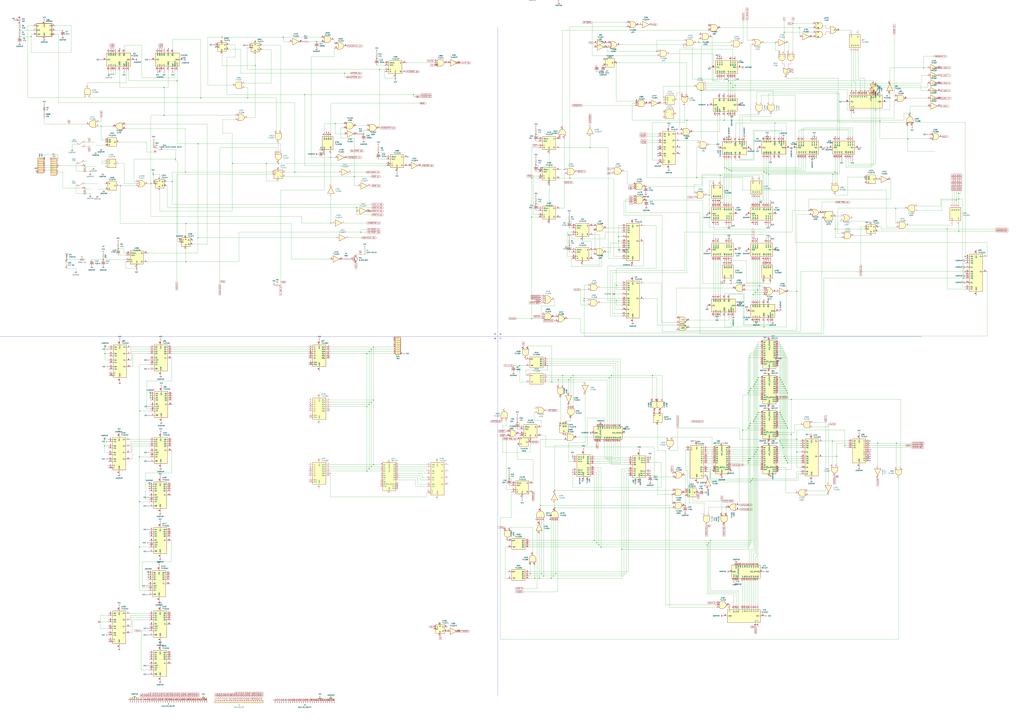
<source format=kicad_sch>
(kicad_sch (version 20230121) (generator eeschema)
  (paper "A0")
  (lib_symbols
    (symbol "74xx:74LS00" (pin_names (offset 1.016))
      (property "Reference" "U" (at 0 1.27 0))
      (property "Value" "74LS00" (at 0 -1.27 0))
      (symbol "74LS00_1_1"
        (pin input line (at -7.62 2.54 0) (length 3.81) (name "~") (number "1"))
        (pin input line (at -7.62 -2.54 0) (length 3.81) (name "~") (number "2"))
        (pin output inverted (at 7.62 0 180) (length 3.81) (name "~") (number "3"))
      )
      (symbol "74LS00_1_2"
        (pin input inverted (at -7.62 2.54 0) (length 4.318) (name "~") (number "1"))
        (pin input inverted (at -7.62 -2.54 0) (length 4.318) (name "~") (number "2"))
        (pin output line (at 7.62 0 180) (length 3.81) (name "~") (number "3"))
      )
      (symbol "74LS00_2_1"
        (pin input line (at -7.62 2.54 0) (length 3.81) (name "~") (number "4"))
        (pin input line (at -7.62 -2.54 0) (length 3.81) (name "~") (number "5"))
        (pin output inverted (at 7.62 0 180) (length 3.81) (name "~") (number "6"))
      )
      (symbol "74LS00_2_2"
        (pin input inverted (at -7.62 2.54 0) (length 4.318) (name "~") (number "4"))
        (pin input inverted (at -7.62 -2.54 0) (length 4.318) (name "~") (number "5"))
        (pin output line (at 7.62 0 180) (length 3.81) (name "~") (number "6"))
      )
      (symbol "74LS00_3_1"
        (pin input line (at -7.62 -2.54 0) (length 3.81) (name "~") (number "10"))
        (pin output inverted (at 7.62 0 180) (length 3.81) (name "~") (number "8"))
        (pin input line (at -7.62 2.54 0) (length 3.81) (name "~") (number "9"))
      )
      (symbol "74LS00_3_2"
        (pin input inverted (at -7.62 -2.54 0) (length 4.318) (name "~") (number "10"))
        (pin output line (at 7.62 0 180) (length 3.81) (name "~") (number "8"))
        (pin input inverted (at -7.62 2.54 0) (length 4.318) (name "~") (number "9"))
      )
      (symbol "74LS00_4_1"
        (pin output inverted (at 7.62 0 180) (length 3.81) (name "~") (number "11"))
        (pin input line (at -7.62 2.54 0) (length 3.81) (name "~") (number "12"))
        (pin input line (at -7.62 -2.54 0) (length 3.81) (name "~") (number "13"))
      )
      (symbol "74LS00_4_2"
        (pin output line (at 7.62 0 180) (length 3.81) (name "~") (number "11"))
        (pin input inverted (at -7.62 2.54 0) (length 4.318) (name "~") (number "12"))
        (pin input inverted (at -7.62 -2.54 0) (length 4.318) (name "~") (number "13"))
      )
      (symbol "74LS00_5_0"
        (pin power_in line (at 0 12.7 270) (length 5.08) (name "VCC") (number "14"))
        (pin power_in line (at 0 -12.7 90) (length 5.08) (name "GND") (number "7"))
      )
    )
    (symbol "74xx:74LS02" (pin_names (offset 1.016))
      (property "Reference" "U" (at 0 1.27 0))
      (property "Value" "74LS02" (at 0 -1.27 0))
      (symbol "74LS02_1_1"
        (pin output inverted (at 7.62 0 180) (length 3.81) (name "~") (number "1"))
        (pin input line (at -7.62 2.54 0) (length 4.318) (name "~") (number "2"))
        (pin input line (at -7.62 -2.54 0) (length 4.318) (name "~") (number "3"))
      )
      (symbol "74LS02_1_2"
        (pin output line (at 7.62 0 180) (length 3.81) (name "~") (number "1"))
        (pin input inverted (at -7.62 2.54 0) (length 3.81) (name "~") (number "2"))
        (pin input inverted (at -7.62 -2.54 0) (length 3.81) (name "~") (number "3"))
      )
      (symbol "74LS02_2_1"
        (pin output inverted (at 7.62 0 180) (length 3.81) (name "~") (number "4"))
        (pin input line (at -7.62 2.54 0) (length 4.318) (name "~") (number "5"))
        (pin input line (at -7.62 -2.54 0) (length 4.318) (name "~") (number "6"))
      )
      (symbol "74LS02_2_2"
        (pin output line (at 7.62 0 180) (length 3.81) (name "~") (number "4"))
        (pin input inverted (at -7.62 2.54 0) (length 3.81) (name "~") (number "5"))
        (pin input inverted (at -7.62 -2.54 0) (length 3.81) (name "~") (number "6"))
      )
      (symbol "74LS02_3_1"
        (pin output inverted (at 7.62 0 180) (length 3.81) (name "~") (number "10"))
        (pin input line (at -7.62 2.54 0) (length 4.318) (name "~") (number "8"))
        (pin input line (at -7.62 -2.54 0) (length 4.318) (name "~") (number "9"))
      )
      (symbol "74LS02_3_2"
        (pin output line (at 7.62 0 180) (length 3.81) (name "~") (number "10"))
        (pin input inverted (at -7.62 2.54 0) (length 3.81) (name "~") (number "8"))
        (pin input inverted (at -7.62 -2.54 0) (length 3.81) (name "~") (number "9"))
      )
      (symbol "74LS02_4_1"
        (pin input line (at -7.62 2.54 0) (length 4.318) (name "~") (number "11"))
        (pin input line (at -7.62 -2.54 0) (length 4.318) (name "~") (number "12"))
        (pin output inverted (at 7.62 0 180) (length 3.81) (name "~") (number "13"))
      )
      (symbol "74LS02_4_2"
        (pin input inverted (at -7.62 2.54 0) (length 3.81) (name "~") (number "11"))
        (pin input inverted (at -7.62 -2.54 0) (length 3.81) (name "~") (number "12"))
        (pin output line (at 7.62 0 180) (length 3.81) (name "~") (number "13"))
      )
      (symbol "74LS02_5_0"
        (pin power_in line (at 0 12.7 270) (length 5.08) (name "VCC") (number "14"))
        (pin power_in line (at 0 -12.7 90) (length 5.08) (name "GND") (number "7"))
      )
    )
    (symbol "74xx:74LS04"
      (property "Reference" "U" (at 0 1.27 0))
      (property "Value" "74LS04" (at 0 -1.27 0))
      (symbol "74LS04_1_0"
        (pin input line (at -7.62 0 0) (length 3.81) (name "~") (number "1"))
        (pin output inverted (at 7.62 0 180) (length 3.81) (name "~") (number "2"))
      )
      (symbol "74LS04_2_0"
        (pin input line (at -7.62 0 0) (length 3.81) (name "~") (number "3"))
        (pin output inverted (at 7.62 0 180) (length 3.81) (name "~") (number "4"))
      )
      (symbol "74LS04_3_0"
        (pin input line (at -7.62 0 0) (length 3.81) (name "~") (number "5"))
        (pin output inverted (at 7.62 0 180) (length 3.81) (name "~") (number "6"))
      )
      (symbol "74LS04_4_0"
        (pin output inverted (at 7.62 0 180) (length 3.81) (name "~") (number "8"))
        (pin input line (at -7.62 0 0) (length 3.81) (name "~") (number "9"))
      )
      (symbol "74LS04_5_0"
        (pin output inverted (at 7.62 0 180) (length 3.81) (name "~") (number "10"))
        (pin input line (at -7.62 0 0) (length 3.81) (name "~") (number "11"))
      )
      (symbol "74LS04_6_0"
        (pin output inverted (at 7.62 0 180) (length 3.81) (name "~") (number "12"))
        (pin input line (at -7.62 0 0) (length 3.81) (name "~") (number "13"))
      )
      (symbol "74LS04_7_0"
        (pin power_in line (at 0 12.7 270) (length 5.08) (name "VCC") (number "14"))
        (pin power_in line (at 0 -12.7 90) (length 5.08) (name "GND") (number "7"))
      )
    )
    (symbol "74xx:74LS07" (pin_names (offset 1.016))
      (property "Reference" "U" (at 0 1.27 0))
      (property "Value" "74LS07" (at 0 -1.27 0))
      (symbol "74LS07_1_0"
        (pin input line (at -7.62 0 0) (length 3.81) (name "~") (number "1"))
        (pin open_collector line (at 7.62 0 180) (length 3.81) (name "~") (number "2"))
      )
      (symbol "74LS07_2_0"
        (pin input line (at -7.62 0 0) (length 3.81) (name "~") (number "3"))
        (pin open_collector line (at 7.62 0 180) (length 3.81) (name "~") (number "4"))
      )
      (symbol "74LS07_3_0"
        (pin input line (at -7.62 0 0) (length 3.81) (name "~") (number "5"))
        (pin open_collector line (at 7.62 0 180) (length 3.81) (name "~") (number "6"))
      )
      (symbol "74LS07_4_0"
        (pin open_collector line (at 7.62 0 180) (length 3.81) (name "~") (number "8"))
        (pin input line (at -7.62 0 0) (length 3.81) (name "~") (number "9"))
      )
      (symbol "74LS07_5_0"
        (pin open_collector line (at 7.62 0 180) (length 3.81) (name "~") (number "10"))
        (pin input line (at -7.62 0 0) (length 3.81) (name "~") (number "11"))
      )
      (symbol "74LS07_6_0"
        (pin open_collector line (at 7.62 0 180) (length 3.81) (name "~") (number "12"))
        (pin input line (at -7.62 0 0) (length 3.81) (name "~") (number "13"))
      )
      (symbol "74LS07_7_0"
        (pin power_in line (at 0 12.7 270) (length 5.08) (name "VCC") (number "14"))
        (pin power_in line (at 0 -12.7 90) (length 5.08) (name "GND") (number "7"))
      )
    )
    (symbol "74xx:74LS08" (pin_names (offset 1.016))
      (property "Reference" "U" (at 0 1.27 0))
      (property "Value" "74LS08" (at 0 -1.27 0))
      (symbol "74LS08_1_1"
        (pin input line (at -7.62 2.54 0) (length 3.81) (name "~") (number "1"))
        (pin input line (at -7.62 -2.54 0) (length 3.81) (name "~") (number "2"))
        (pin output line (at 7.62 0 180) (length 3.81) (name "~") (number "3"))
      )
      (symbol "74LS08_1_2"
        (pin input inverted (at -7.62 2.54 0) (length 4.318) (name "~") (number "1"))
        (pin input inverted (at -7.62 -2.54 0) (length 4.318) (name "~") (number "2"))
        (pin output inverted (at 7.62 0 180) (length 3.81) (name "~") (number "3"))
      )
      (symbol "74LS08_2_1"
        (pin input line (at -7.62 2.54 0) (length 3.81) (name "~") (number "4"))
        (pin input line (at -7.62 -2.54 0) (length 3.81) (name "~") (number "5"))
        (pin output line (at 7.62 0 180) (length 3.81) (name "~") (number "6"))
      )
      (symbol "74LS08_2_2"
        (pin input inverted (at -7.62 2.54 0) (length 4.318) (name "~") (number "4"))
        (pin input inverted (at -7.62 -2.54 0) (length 4.318) (name "~") (number "5"))
        (pin output inverted (at 7.62 0 180) (length 3.81) (name "~") (number "6"))
      )
      (symbol "74LS08_3_1"
        (pin input line (at -7.62 -2.54 0) (length 3.81) (name "~") (number "10"))
        (pin output line (at 7.62 0 180) (length 3.81) (name "~") (number "8"))
        (pin input line (at -7.62 2.54 0) (length 3.81) (name "~") (number "9"))
      )
      (symbol "74LS08_3_2"
        (pin input inverted (at -7.62 -2.54 0) (length 4.318) (name "~") (number "10"))
        (pin output inverted (at 7.62 0 180) (length 3.81) (name "~") (number "8"))
        (pin input inverted (at -7.62 2.54 0) (length 4.318) (name "~") (number "9"))
      )
      (symbol "74LS08_4_1"
        (pin output line (at 7.62 0 180) (length 3.81) (name "~") (number "11"))
        (pin input line (at -7.62 2.54 0) (length 3.81) (name "~") (number "12"))
        (pin input line (at -7.62 -2.54 0) (length 3.81) (name "~") (number "13"))
      )
      (symbol "74LS08_4_2"
        (pin output inverted (at 7.62 0 180) (length 3.81) (name "~") (number "11"))
        (pin input inverted (at -7.62 2.54 0) (length 4.318) (name "~") (number "12"))
        (pin input inverted (at -7.62 -2.54 0) (length 4.318) (name "~") (number "13"))
      )
      (symbol "74LS08_5_0"
        (pin power_in line (at 0 12.7 270) (length 5.08) (name "VCC") (number "14"))
        (pin power_in line (at 0 -12.7 90) (length 5.08) (name "GND") (number "7"))
      )
    )
    (symbol "74xx:74LS10" (pin_names (offset 1.016))
      (property "Reference" "U" (at 0 1.27 0))
      (property "Value" "74LS10" (at 0 -1.27 0))
      (symbol "74LS10_1_1"
        (pin input line (at -7.62 2.54 0) (length 3.81) (name "~") (number "1"))
        (pin output inverted (at 7.62 0 180) (length 3.81) (name "~") (number "12"))
        (pin input line (at -7.62 -2.54 0) (length 3.81) (name "~") (number "13"))
        (pin input line (at -7.62 0 0) (length 3.81) (name "~") (number "2"))
      )
      (symbol "74LS10_1_2"
        (pin input inverted (at -7.62 2.54 0) (length 4.318) (name "~") (number "1"))
        (pin output line (at 7.62 0 180) (length 3.81) (name "~") (number "12"))
        (pin input inverted (at -7.62 -2.54 0) (length 4.318) (name "~") (number "13"))
        (pin input inverted (at -7.62 0 0) (length 4.953) (name "~") (number "2"))
      )
      (symbol "74LS10_2_1"
        (pin input line (at -7.62 2.54 0) (length 3.81) (name "~") (number "3"))
        (pin input line (at -7.62 0 0) (length 3.81) (name "~") (number "4"))
        (pin input line (at -7.62 -2.54 0) (length 3.81) (name "~") (number "5"))
        (pin output inverted (at 7.62 0 180) (length 3.81) (name "~") (number "6"))
      )
      (symbol "74LS10_2_2"
        (pin input inverted (at -7.62 2.54 0) (length 4.318) (name "~") (number "3"))
        (pin input inverted (at -7.62 0 0) (length 4.953) (name "~") (number "4"))
        (pin input inverted (at -7.62 -2.54 0) (length 4.318) (name "~") (number "5"))
        (pin output line (at 7.62 0 180) (length 3.81) (name "~") (number "6"))
      )
      (symbol "74LS10_3_1"
        (pin input line (at -7.62 0 0) (length 3.81) (name "~") (number "10"))
        (pin input line (at -7.62 -2.54 0) (length 3.81) (name "~") (number "11"))
        (pin output inverted (at 7.62 0 180) (length 3.81) (name "~") (number "8"))
        (pin input line (at -7.62 2.54 0) (length 3.81) (name "~") (number "9"))
      )
      (symbol "74LS10_3_2"
        (pin input inverted (at -7.62 0 0) (length 4.953) (name "~") (number "10"))
        (pin input inverted (at -7.62 -2.54 0) (length 4.318) (name "~") (number "11"))
        (pin output line (at 7.62 0 180) (length 3.81) (name "~") (number "8"))
        (pin input inverted (at -7.62 2.54 0) (length 4.318) (name "~") (number "9"))
      )
      (symbol "74LS10_4_0"
        (pin power_in line (at 0 12.7 270) (length 5.08) (name "VCC") (number "14"))
        (pin power_in line (at 0 -12.7 90) (length 5.08) (name "GND") (number "7"))
      )
    )
    (symbol "74xx:74LS11" (pin_names (offset 1.016))
      (property "Reference" "U" (at 0 1.27 0))
      (property "Value" "74LS11" (at 0 -1.27 0))
      (symbol "74LS11_1_1"
        (pin input line (at -7.62 2.54 0) (length 3.81) (name "~") (number "1"))
        (pin output line (at 7.62 0 180) (length 3.81) (name "~") (number "12"))
        (pin input line (at -7.62 -2.54 0) (length 3.81) (name "~") (number "13"))
        (pin input line (at -7.62 0 0) (length 3.81) (name "~") (number "2"))
      )
      (symbol "74LS11_1_2"
        (pin input inverted (at -7.62 2.54 0) (length 4.318) (name "~") (number "1"))
        (pin output inverted (at 7.62 0 180) (length 3.81) (name "~") (number "12"))
        (pin input inverted (at -7.62 -2.54 0) (length 4.318) (name "~") (number "13"))
        (pin input inverted (at -7.62 0 0) (length 4.953) (name "~") (number "2"))
      )
      (symbol "74LS11_2_1"
        (pin input line (at -7.62 2.54 0) (length 3.81) (name "~") (number "3"))
        (pin input line (at -7.62 0 0) (length 3.81) (name "~") (number "4"))
        (pin input line (at -7.62 -2.54 0) (length 3.81) (name "~") (number "5"))
        (pin output line (at 7.62 0 180) (length 3.81) (name "~") (number "6"))
      )
      (symbol "74LS11_2_2"
        (pin input inverted (at -7.62 2.54 0) (length 4.318) (name "~") (number "3"))
        (pin input inverted (at -7.62 0 0) (length 4.953) (name "~") (number "4"))
        (pin input inverted (at -7.62 -2.54 0) (length 4.318) (name "~") (number "5"))
        (pin output inverted (at 7.62 0 180) (length 3.81) (name "~") (number "6"))
      )
      (symbol "74LS11_3_1"
        (pin input line (at -7.62 0 0) (length 3.81) (name "~") (number "10"))
        (pin input line (at -7.62 -2.54 0) (length 3.81) (name "~") (number "11"))
        (pin output line (at 7.62 0 180) (length 3.81) (name "~") (number "8"))
        (pin input line (at -7.62 2.54 0) (length 3.81) (name "~") (number "9"))
      )
      (symbol "74LS11_3_2"
        (pin input inverted (at -7.62 0 0) (length 4.953) (name "~") (number "10"))
        (pin input inverted (at -7.62 -2.54 0) (length 4.318) (name "~") (number "11"))
        (pin output inverted (at 7.62 0 180) (length 3.81) (name "~") (number "8"))
        (pin input inverted (at -7.62 2.54 0) (length 4.318) (name "~") (number "9"))
      )
      (symbol "74LS11_4_0"
        (pin power_in line (at 0 12.7 270) (length 5.08) (name "VCC") (number "14"))
        (pin power_in line (at 0 -12.7 90) (length 5.08) (name "GND") (number "7"))
      )
    )
    (symbol "74xx:74LS123" (pin_names (offset 1.016))
      (property "Reference" "U" (at -7.62 8.89 0))
      (property "Value" "74LS123" (at -7.62 -8.89 0))
      (symbol "74LS123_1_0"
        (pin input inverted (at -12.7 -2.54 0) (length 5.08) (name "A") (number "1"))
        (pin output line (at 12.7 5.08 180) (length 5.08) (name "Q") (number "13"))
        (pin input line (at -12.7 2.54 0) (length 5.08) (name "Cext") (number "14"))
        (pin input line (at -12.7 5.08 0) (length 5.08) (name "RCext") (number "15"))
        (pin input line (at -12.7 -5.08 0) (length 5.08) (name "B") (number "2"))
        (pin input inverted (at 0 -12.7 90) (length 5.08) (name "Clr") (number "3"))
        (pin output line (at 12.7 -5.08 180) (length 5.08) (name "~{Q}") (number "4"))
      )
      (symbol "74LS123_2_0"
        (pin input line (at -12.7 -5.08 0) (length 5.08) (name "B") (number "10"))
        (pin input inverted (at 0 -12.7 90) (length 5.08) (name "Clr") (number "11"))
        (pin output line (at 12.7 -5.08 180) (length 5.08) (name "~{Q}") (number "12"))
        (pin output line (at 12.7 5.08 180) (length 5.08) (name "Q") (number "5"))
        (pin input line (at -12.7 2.54 0) (length 5.08) (name "Cext") (number "6"))
        (pin input line (at -12.7 5.08 0) (length 5.08) (name "RCext") (number "7"))
        (pin input inverted (at -12.7 -2.54 0) (length 5.08) (name "A") (number "9"))
      )
      (symbol "74LS123_3_0"
        (pin power_in line (at 0 12.7 270) (length 5.08) (name "VCC") (number "16"))
        (pin power_in line (at 0 -12.7 90) (length 5.08) (name "GND") (number "8"))
      )
    )
    (symbol "74xx:74LS151" (pin_names (offset 1.016))
      (property "Reference" "U" (at -7.62 19.05 0))
      (property "Value" "74LS151" (at -7.62 -21.59 0))
      (symbol "74LS151_1_0"
        (pin input line (at -12.7 7.62 0) (length 5.08) (name "I3") (number "1"))
        (pin input line (at -12.7 -10.16 0) (length 5.08) (name "S1") (number "10"))
        (pin input line (at -12.7 -7.62 0) (length 5.08) (name "S0") (number "11"))
        (pin input line (at -12.7 -2.54 0) (length 5.08) (name "I7") (number "12"))
        (pin input line (at -12.7 0 0) (length 5.08) (name "I6") (number "13"))
        (pin input line (at -12.7 2.54 0) (length 5.08) (name "I5") (number "14"))
        (pin input line (at -12.7 5.08 0) (length 5.08) (name "I4") (number "15"))
        (pin power_in line (at 0 22.86 270) (length 5.08) (name "VCC") (number "16"))
        (pin input line (at -12.7 10.16 0) (length 5.08) (name "I2") (number "2"))
        (pin input line (at -12.7 12.7 0) (length 5.08) (name "I1") (number "3"))
        (pin input line (at -12.7 15.24 0) (length 5.08) (name "I0") (number "4"))
        (pin output line (at 12.7 15.24 180) (length 5.08) (name "Z") (number "5"))
        (pin output line (at 12.7 12.7 180) (length 5.08) (name "~{Z}") (number "6"))
        (pin input line (at -12.7 -17.78 0) (length 5.08) (name "~{E}") (number "7"))
        (pin power_in line (at 0 -25.4 90) (length 5.08) (name "GND") (number "8"))
        (pin input line (at -12.7 -12.7 0) (length 5.08) (name "S2") (number "9"))
      )
    )
    (symbol "74xx:74LS153" (pin_names (offset 1.016))
      (property "Reference" "U" (at -7.62 21.59 0))
      (property "Value" "74LS153" (at -7.62 -24.13 0))
      (symbol "74LS153_1_0"
        (pin input inverted (at -12.7 5.08 0) (length 5.08) (name "Ea") (number "1"))
        (pin input line (at -12.7 0 0) (length 5.08) (name "I0b") (number "10"))
        (pin input line (at -12.7 -2.54 0) (length 5.08) (name "I1b") (number "11"))
        (pin input line (at -12.7 -5.08 0) (length 5.08) (name "I2b") (number "12"))
        (pin input line (at -12.7 -7.62 0) (length 5.08) (name "I3b") (number "13"))
        (pin input line (at -12.7 -17.78 0) (length 5.08) (name "S0") (number "14"))
        (pin input inverted (at -12.7 -12.7 0) (length 5.08) (name "Eb") (number "15"))
        (pin power_in line (at 0 25.4 270) (length 5.08) (name "VCC") (number "16"))
        (pin input line (at -12.7 -20.32 0) (length 5.08) (name "S1") (number "2"))
        (pin input line (at -12.7 10.16 0) (length 5.08) (name "I3a") (number "3"))
        (pin input line (at -12.7 12.7 0) (length 5.08) (name "I2a") (number "4"))
        (pin input line (at -12.7 15.24 0) (length 5.08) (name "I1a") (number "5"))
        (pin input line (at -12.7 17.78 0) (length 5.08) (name "I0a") (number "6"))
        (pin output line (at 12.7 17.78 180) (length 5.08) (name "Za") (number "7"))
        (pin power_in line (at 0 -27.94 90) (length 5.08) (name "GND") (number "8"))
        (pin output line (at 12.7 0 180) (length 5.08) (name "Zb") (number "9"))
      )
    )
    (symbol "74xx:74LS157" (pin_names (offset 1.016))
      (property "Reference" "U" (at -7.62 19.05 0))
      (property "Value" "74LS157" (at -7.62 -21.59 0))
      (symbol "74LS157_1_0"
        (pin input line (at -12.7 -15.24 0) (length 5.08) (name "S") (number "1"))
        (pin input line (at -12.7 -2.54 0) (length 5.08) (name "I1c") (number "10"))
        (pin input line (at -12.7 0 0) (length 5.08) (name "I0c") (number "11"))
        (pin output line (at 12.7 -7.62 180) (length 5.08) (name "Zd") (number "12"))
        (pin input line (at -12.7 -10.16 0) (length 5.08) (name "I1d") (number "13"))
        (pin input line (at -12.7 -7.62 0) (length 5.08) (name "I0d") (number "14"))
        (pin input inverted (at -12.7 -17.78 0) (length 5.08) (name "E") (number "15"))
        (pin power_in line (at 0 22.86 270) (length 5.08) (name "VCC") (number "16"))
        (pin input line (at -12.7 15.24 0) (length 5.08) (name "I0a") (number "2"))
        (pin input line (at -12.7 12.7 0) (length 5.08) (name "I1a") (number "3"))
        (pin output line (at 12.7 15.24 180) (length 5.08) (name "Za") (number "4"))
        (pin input line (at -12.7 7.62 0) (length 5.08) (name "I0b") (number "5"))
        (pin input line (at -12.7 5.08 0) (length 5.08) (name "I1b") (number "6"))
        (pin output line (at 12.7 7.62 180) (length 5.08) (name "Zb") (number "7"))
        (pin power_in line (at 0 -25.4 90) (length 5.08) (name "GND") (number "8"))
        (pin output line (at 12.7 0 180) (length 5.08) (name "Zc") (number "9"))
      )
    )
    (symbol "74xx:74LS161" (pin_names (offset 1.016))
      (property "Reference" "U" (at -7.62 16.51 0))
      (property "Value" "74LS161" (at -7.62 -16.51 0))
      (symbol "74LS161_1_0"
        (pin input line (at -12.7 -12.7 0) (length 5.08) (name "~{MR}") (number "1"))
        (pin input line (at -12.7 -5.08 0) (length 5.08) (name "CET") (number "10"))
        (pin output line (at 12.7 5.08 180) (length 5.08) (name "Q3") (number "11"))
        (pin output line (at 12.7 7.62 180) (length 5.08) (name "Q2") (number "12"))
        (pin output line (at 12.7 10.16 180) (length 5.08) (name "Q1") (number "13"))
        (pin output line (at 12.7 12.7 180) (length 5.08) (name "Q0") (number "14"))
        (pin output line (at 12.7 0 180) (length 5.08) (name "TC") (number "15"))
        (pin power_in line (at 0 20.32 270) (length 5.08) (name "VCC") (number "16"))
        (pin input line (at -12.7 -7.62 0) (length 5.08) (name "CP") (number "2"))
        (pin input line (at -12.7 12.7 0) (length 5.08) (name "D0") (number "3"))
        (pin input line (at -12.7 10.16 0) (length 5.08) (name "D1") (number "4"))
        (pin input line (at -12.7 7.62 0) (length 5.08) (name "D2") (number "5"))
        (pin input line (at -12.7 5.08 0) (length 5.08) (name "D3") (number "6"))
        (pin input line (at -12.7 -2.54 0) (length 5.08) (name "CEP") (number "7"))
        (pin power_in line (at 0 -20.32 90) (length 5.08) (name "GND") (number "8"))
        (pin input line (at -12.7 0 0) (length 5.08) (name "~{PE}") (number "9"))
      )
    )
    (symbol "74xx:74LS192"
      (property "Reference" "U" (at -7.62 13.97 0))
      (property "Value" "74LS192" (at 5.08 13.97 0))
      (symbol "74LS192_1_0"
        (pin input line (at -12.7 7.62 0) (length 5.08) (name "B") (number "1"))
        (pin input line (at -12.7 5.08 0) (length 5.08) (name "C") (number "10"))
        (pin input line (at -12.7 -2.54 0) (length 5.08) (name "~{LOAD}") (number "11"))
        (pin output line (at 12.7 -2.54 180) (length 5.08) (name "~{CO}") (number "12"))
        (pin output line (at 12.7 -7.62 180) (length 5.08) (name "~{BO}") (number "13"))
        (pin input line (at -12.7 -12.7 0) (length 5.08) (name "CLR") (number "14"))
        (pin input line (at -12.7 10.16 0) (length 5.08) (name "A") (number "15"))
        (pin power_in line (at 0 17.78 270) (length 5.08) (name "VCC") (number "16"))
        (pin output line (at 12.7 7.62 180) (length 5.08) (name "QB") (number "2"))
        (pin output line (at 12.7 10.16 180) (length 5.08) (name "QA") (number "3"))
        (pin input clock (at -12.7 -10.16 0) (length 5.08) (name "DOWN") (number "4"))
        (pin input clock (at -12.7 -7.62 0) (length 5.08) (name "UP") (number "5"))
        (pin output line (at 12.7 5.08 180) (length 5.08) (name "QC") (number "6"))
        (pin output line (at 12.7 2.54 180) (length 5.08) (name "QD") (number "7"))
        (pin power_in line (at 0 -20.32 90) (length 5.08) (name "GND") (number "8"))
        (pin input line (at -12.7 2.54 0) (length 5.08) (name "D") (number "9"))
      )
    )
    (symbol "74xx:74LS193"
      (property "Reference" "U" (at -7.62 13.97 0))
      (property "Value" "74LS193" (at 5.08 13.97 0))
      (symbol "74LS193_1_0"
        (pin input line (at -12.7 7.62 0) (length 5.08) (name "B") (number "1"))
        (pin input line (at -12.7 5.08 0) (length 5.08) (name "C") (number "10"))
        (pin input line (at -12.7 -2.54 0) (length 5.08) (name "~{LOAD}") (number "11"))
        (pin output line (at 12.7 -2.54 180) (length 5.08) (name "~{CO}") (number "12"))
        (pin output line (at 12.7 -7.62 180) (length 5.08) (name "~{BO}") (number "13"))
        (pin input line (at -12.7 -12.7 0) (length 5.08) (name "CLR") (number "14"))
        (pin input line (at -12.7 10.16 0) (length 5.08) (name "A") (number "15"))
        (pin power_in line (at 0 17.78 270) (length 5.08) (name "VCC") (number "16"))
        (pin output line (at 12.7 7.62 180) (length 5.08) (name "QB") (number "2"))
        (pin output line (at 12.7 10.16 180) (length 5.08) (name "QA") (number "3"))
        (pin input clock (at -12.7 -10.16 0) (length 5.08) (name "DOWN") (number "4"))
        (pin input clock (at -12.7 -7.62 0) (length 5.08) (name "UP") (number "5"))
        (pin output line (at 12.7 5.08 180) (length 5.08) (name "QC") (number "6"))
        (pin output line (at 12.7 2.54 180) (length 5.08) (name "QD") (number "7"))
        (pin power_in line (at 0 -20.32 90) (length 5.08) (name "GND") (number "8"))
        (pin input line (at -12.7 2.54 0) (length 5.08) (name "D") (number "9"))
      )
    )
    (symbol "74xx:74LS20" (pin_names (offset 1.016))
      (property "Reference" "U" (at 0 1.27 0))
      (property "Value" "74LS20" (at 0 -1.27 0))
      (symbol "74LS20_1_1"
        (pin input line (at -7.62 3.81 0) (length 3.81) (name "~") (number "1"))
        (pin input line (at -7.62 1.27 0) (length 3.81) (name "~") (number "2"))
        (pin input line (at -7.62 -1.27 0) (length 3.81) (name "~") (number "4"))
        (pin input line (at -7.62 -3.81 0) (length 3.81) (name "~") (number "5"))
        (pin output inverted (at 7.62 0 180) (length 3.81) (name "~") (number "6"))
      )
      (symbol "74LS20_1_2"
        (pin input inverted (at -7.62 3.81 0) (length 3.81) (name "~") (number "1"))
        (pin input inverted (at -7.62 1.27 0) (length 4.826) (name "~") (number "2"))
        (pin input inverted (at -7.62 -1.27 0) (length 4.826) (name "~") (number "4"))
        (pin input inverted (at -7.62 -3.81 0) (length 3.81) (name "~") (number "5"))
        (pin output line (at 7.62 0 180) (length 3.81) (name "~") (number "6"))
      )
      (symbol "74LS20_2_1"
        (pin input line (at -7.62 1.27 0) (length 3.81) (name "~") (number "10"))
        (pin input line (at -7.62 -1.27 0) (length 3.81) (name "~") (number "12"))
        (pin input line (at -7.62 -3.81 0) (length 3.81) (name "~") (number "13"))
        (pin output inverted (at 7.62 0 180) (length 3.81) (name "~") (number "8"))
        (pin input line (at -7.62 3.81 0) (length 3.81) (name "~") (number "9"))
      )
      (symbol "74LS20_2_2"
        (pin input inverted (at -7.62 1.27 0) (length 4.826) (name "~") (number "10"))
        (pin input inverted (at -7.62 -1.27 0) (length 4.826) (name "~") (number "12"))
        (pin input inverted (at -7.62 -3.81 0) (length 3.81) (name "~") (number "13"))
        (pin output line (at 7.62 0 180) (length 3.81) (name "~") (number "8"))
        (pin input inverted (at -7.62 3.81 0) (length 3.81) (name "~") (number "9"))
      )
      (symbol "74LS20_3_0"
        (pin power_in line (at 0 12.7 270) (length 5.08) (name "VCC") (number "14"))
        (pin power_in line (at 0 -12.7 90) (length 5.08) (name "GND") (number "7"))
      )
    )
    (symbol "74xx:74LS27" (pin_names (offset 1.016))
      (property "Reference" "U" (at 0 1.27 0))
      (property "Value" "74LS27" (at 0 -1.27 0))
      (symbol "74LS27_1_1"
        (pin input line (at -7.62 2.54 0) (length 4.318) (name "~") (number "1"))
        (pin output inverted (at 7.62 0 180) (length 3.81) (name "~") (number "12"))
        (pin input line (at -7.62 -2.54 0) (length 4.318) (name "~") (number "13"))
        (pin input line (at -7.62 0 0) (length 4.953) (name "~") (number "2"))
      )
      (symbol "74LS27_1_2"
        (pin input inverted (at -7.62 2.54 0) (length 3.81) (name "~") (number "1"))
        (pin output line (at 7.62 0 180) (length 3.81) (name "~") (number "12"))
        (pin input inverted (at -7.62 -2.54 0) (length 3.81) (name "~") (number "13"))
        (pin input inverted (at -7.62 0 0) (length 3.81) (name "~") (number "2"))
      )
      (symbol "74LS27_2_1"
        (pin input line (at -7.62 2.54 0) (length 4.318) (name "~") (number "3"))
        (pin input line (at -7.62 0 0) (length 4.953) (name "~") (number "4"))
        (pin input line (at -7.62 -2.54 0) (length 4.318) (name "~") (number "5"))
        (pin output inverted (at 7.62 0 180) (length 3.81) (name "~") (number "6"))
      )
      (symbol "74LS27_2_2"
        (pin input inverted (at -7.62 2.54 0) (length 3.81) (name "~") (number "3"))
        (pin input inverted (at -7.62 0 0) (length 3.81) (name "~") (number "4"))
        (pin input inverted (at -7.62 -2.54 0) (length 3.81) (name "~") (number "5"))
        (pin output line (at 7.62 0 180) (length 3.81) (name "~") (number "6"))
      )
      (symbol "74LS27_3_1"
        (pin input line (at -7.62 0 0) (length 4.953) (name "~") (number "10"))
        (pin input line (at -7.62 -2.54 0) (length 4.318) (name "~") (number "11"))
        (pin output inverted (at 7.62 0 180) (length 3.81) (name "~") (number "8"))
        (pin input line (at -7.62 2.54 0) (length 4.318) (name "~") (number "9"))
      )
      (symbol "74LS27_3_2"
        (pin input inverted (at -7.62 0 0) (length 3.81) (name "~") (number "10"))
        (pin input inverted (at -7.62 -2.54 0) (length 3.81) (name "~") (number "11"))
        (pin output line (at 7.62 0 180) (length 3.81) (name "~") (number "8"))
        (pin input inverted (at -7.62 2.54 0) (length 3.81) (name "~") (number "9"))
      )
      (symbol "74LS27_4_0"
        (pin power_in line (at 0 12.7 270) (length 5.08) (name "VCC") (number "14"))
        (pin power_in line (at 0 -12.7 90) (length 5.08) (name "GND") (number "7"))
      )
    )
    (symbol "74xx:74LS32" (pin_names (offset 1.016))
      (property "Reference" "U" (at 0 1.27 0))
      (property "Value" "74LS32" (at 0 -1.27 0))
      (symbol "74LS32_1_1"
        (pin input line (at -7.62 2.54 0) (length 4.318) (name "~") (number "1"))
        (pin input line (at -7.62 -2.54 0) (length 4.318) (name "~") (number "2"))
        (pin output line (at 7.62 0 180) (length 3.81) (name "~") (number "3"))
      )
      (symbol "74LS32_1_2"
        (pin input inverted (at -7.62 2.54 0) (length 3.81) (name "~") (number "1"))
        (pin input inverted (at -7.62 -2.54 0) (length 3.81) (name "~") (number "2"))
        (pin output inverted (at 7.62 0 180) (length 3.81) (name "~") (number "3"))
      )
      (symbol "74LS32_2_1"
        (pin input line (at -7.62 2.54 0) (length 4.318) (name "~") (number "4"))
        (pin input line (at -7.62 -2.54 0) (length 4.318) (name "~") (number "5"))
        (pin output line (at 7.62 0 180) (length 3.81) (name "~") (number "6"))
      )
      (symbol "74LS32_2_2"
        (pin input inverted (at -7.62 2.54 0) (length 3.81) (name "~") (number "4"))
        (pin input inverted (at -7.62 -2.54 0) (length 3.81) (name "~") (number "5"))
        (pin output inverted (at 7.62 0 180) (length 3.81) (name "~") (number "6"))
      )
      (symbol "74LS32_3_1"
        (pin input line (at -7.62 -2.54 0) (length 4.318) (name "~") (number "10"))
        (pin output line (at 7.62 0 180) (length 3.81) (name "~") (number "8"))
        (pin input line (at -7.62 2.54 0) (length 4.318) (name "~") (number "9"))
      )
      (symbol "74LS32_3_2"
        (pin input inverted (at -7.62 -2.54 0) (length 3.81) (name "~") (number "10"))
        (pin output inverted (at 7.62 0 180) (length 3.81) (name "~") (number "8"))
        (pin input inverted (at -7.62 2.54 0) (length 3.81) (name "~") (number "9"))
      )
      (symbol "74LS32_4_1"
        (pin output line (at 7.62 0 180) (length 3.81) (name "~") (number "11"))
        (pin input line (at -7.62 2.54 0) (length 4.318) (name "~") (number "12"))
        (pin input line (at -7.62 -2.54 0) (length 4.318) (name "~") (number "13"))
      )
      (symbol "74LS32_4_2"
        (pin output inverted (at 7.62 0 180) (length 3.81) (name "~") (number "11"))
        (pin input inverted (at -7.62 2.54 0) (length 3.81) (name "~") (number "12"))
        (pin input inverted (at -7.62 -2.54 0) (length 3.81) (name "~") (number "13"))
      )
      (symbol "74LS32_5_0"
        (pin power_in line (at 0 12.7 270) (length 5.08) (name "VCC") (number "14"))
        (pin power_in line (at 0 -12.7 90) (length 5.08) (name "GND") (number "7"))
      )
    )
    (symbol "74xx:74LS367" (pin_names (offset 1.016))
      (property "Reference" "U" (at -7.62 13.97 0))
      (property "Value" "74LS367" (at -7.62 -13.97 0))
      (symbol "74LS367_1_0"
        (pin input inverted (at -12.7 -7.62 0) (length 5.08) (name "OEa") (number "1"))
        (pin input line (at -12.7 2.54 0) (length 5.08) (name "I4") (number "10"))
        (pin tri_state line (at 12.7 0 180) (length 5.08) (name "O5b") (number "11"))
        (pin input line (at -12.7 0 0) (length 5.08) (name "I5") (number "12"))
        (pin tri_state line (at 12.7 -2.54 180) (length 5.08) (name "O6b") (number "13"))
        (pin input line (at -12.7 -2.54 0) (length 5.08) (name "I6") (number "14"))
        (pin input inverted (at -12.7 -10.16 0) (length 5.08) (name "OEb") (number "15"))
        (pin power_in line (at 0 17.78 270) (length 5.08) (name "VCC") (number "16"))
        (pin input line (at -12.7 10.16 0) (length 5.08) (name "I1") (number "2"))
        (pin tri_state line (at 12.7 10.16 180) (length 5.08) (name "O1a") (number "3"))
        (pin input line (at -12.7 7.62 0) (length 5.08) (name "I2") (number "4"))
        (pin tri_state line (at 12.7 7.62 180) (length 5.08) (name "O2a") (number "5"))
        (pin input line (at -12.7 5.08 0) (length 5.08) (name "I3") (number "6"))
        (pin tri_state line (at 12.7 5.08 180) (length 5.08) (name "O3a") (number "7"))
        (pin power_in line (at 0 -17.78 90) (length 5.08) (name "GND") (number "8"))
        (pin tri_state line (at 12.7 2.54 180) (length 5.08) (name "O4a") (number "9"))
      )
    )
    (symbol "74xx:74LS393" (pin_names (offset 1.016))
      (property "Reference" "U" (at -7.62 8.89 0))
      (property "Value" "74LS393" (at -7.62 -8.89 0))
      (symbol "74LS393_1_0"
        (pin input clock (at -12.7 2.54 0) (length 5.08) (name "CP") (number "1"))
        (pin input line (at -12.7 -5.08 0) (length 5.08) (name "MR") (number "2"))
        (pin output line (at 12.7 2.54 180) (length 5.08) (name "Q0") (number "3"))
        (pin output line (at 12.7 0 180) (length 5.08) (name "Q1") (number "4"))
        (pin output line (at 12.7 -2.54 180) (length 5.08) (name "Q2") (number "5"))
        (pin output line (at 12.7 -5.08 180) (length 5.08) (name "Q3") (number "6"))
      )
      (symbol "74LS393_2_0"
        (pin output line (at 12.7 0 180) (length 5.08) (name "Q1") (number "10"))
        (pin output line (at 12.7 2.54 180) (length 5.08) (name "Q0") (number "11"))
        (pin input line (at -12.7 -5.08 0) (length 5.08) (name "MR") (number "12"))
        (pin input clock (at -12.7 2.54 0) (length 5.08) (name "CP") (number "13"))
        (pin output line (at 12.7 -5.08 180) (length 5.08) (name "Q3") (number "8"))
        (pin output line (at 12.7 -2.54 180) (length 5.08) (name "Q2") (number "9"))
      )
      (symbol "74LS393_3_0"
        (pin power_in line (at 0 12.7 270) (length 5.08) (name "VCC") (number "14"))
        (pin power_in line (at 0 -12.7 90) (length 5.08) (name "GND") (number "7"))
      )
    )
    (symbol "74xx:74LS42" (pin_names (offset 1.016))
      (property "Reference" "U" (at -7.62 13.97 0))
      (property "Value" "74LS42" (at -7.62 -16.51 0))
      (symbol "74LS42_1_0"
        (pin output inverted (at 12.7 10.16 180) (length 5.08) (name "0") (number "1"))
        (pin output inverted (at 12.7 -10.16 180) (length 5.08) (name "8") (number "10"))
        (pin output inverted (at 12.7 -12.7 180) (length 5.08) (name "9") (number "11"))
        (pin input line (at -12.7 2.54 0) (length 5.08) (name "A3") (number "12"))
        (pin input line (at -12.7 5.08 0) (length 5.08) (name "A2") (number "13"))
        (pin input line (at -12.7 7.62 0) (length 5.08) (name "A1") (number "14"))
        (pin input line (at -12.7 10.16 0) (length 5.08) (name "A0") (number "15"))
        (pin power_in line (at 0 17.78 270) (length 5.08) (name "VCC") (number "16"))
        (pin output inverted (at 12.7 7.62 180) (length 5.08) (name "1") (number "2"))
        (pin output inverted (at 12.7 5.08 180) (length 5.08) (name "2") (number "3"))
        (pin output inverted (at 12.7 2.54 180) (length 5.08) (name "3") (number "4"))
        (pin output inverted (at 12.7 0 180) (length 5.08) (name "4") (number "5"))
        (pin output inverted (at 12.7 -2.54 180) (length 5.08) (name "5") (number "6"))
        (pin output inverted (at 12.7 -5.08 180) (length 5.08) (name "6") (number "7"))
        (pin power_in line (at 0 -20.32 90) (length 5.08) (name "GND") (number "8"))
        (pin output inverted (at 12.7 -7.62 180) (length 5.08) (name "7") (number "9"))
      )
    )
    (symbol "74xx:74LS74" (pin_names (offset 1.016))
      (property "Reference" "U" (at -7.62 8.89 0))
      (property "Value" "74LS74" (at -7.62 -8.89 0))
      (symbol "74LS74_1_0"
        (pin input line (at 0 -7.62 90) (length 2.54) (name "~{R}") (number "1"))
        (pin input line (at -7.62 2.54 0) (length 2.54) (name "D") (number "2"))
        (pin input clock (at -7.62 0 0) (length 2.54) (name "C") (number "3"))
        (pin input line (at 0 7.62 270) (length 2.54) (name "~{S}") (number "4"))
        (pin output line (at 7.62 2.54 180) (length 2.54) (name "Q") (number "5"))
        (pin output line (at 7.62 -2.54 180) (length 2.54) (name "~{Q}") (number "6"))
      )
      (symbol "74LS74_2_0"
        (pin input line (at 0 7.62 270) (length 2.54) (name "~{S}") (number "10"))
        (pin input clock (at -7.62 0 0) (length 2.54) (name "C") (number "11"))
        (pin input line (at -7.62 2.54 0) (length 2.54) (name "D") (number "12"))
        (pin input line (at 0 -7.62 90) (length 2.54) (name "~{R}") (number "13"))
        (pin output line (at 7.62 -2.54 180) (length 2.54) (name "~{Q}") (number "8"))
        (pin output line (at 7.62 2.54 180) (length 2.54) (name "Q") (number "9"))
      )
      (symbol "74LS74_3_0"
        (pin power_in line (at 0 10.16 270) (length 2.54) (name "VCC") (number "14"))
        (pin power_in line (at 0 -10.16 90) (length 2.54) (name "GND") (number "7"))
      )
    )
    (symbol "74xx:74LS85" (pin_names (offset 1.016))
      (property "Reference" "U" (at -7.62 13.97 0))
      (property "Value" "74LS85" (at -7.62 -13.97 0))
      (symbol "74LS85_1_0"
        (pin input line (at -12.7 10.16 0) (length 5.08) (name "B3") (number "1"))
        (pin input line (at -12.7 -10.16 0) (length 5.08) (name "A0") (number "10"))
        (pin input line (at -12.7 5.08 0) (length 5.08) (name "B1") (number "11"))
        (pin input line (at -12.7 -7.62 0) (length 5.08) (name "A1") (number "12"))
        (pin input line (at -12.7 -5.08 0) (length 5.08) (name "A2") (number "13"))
        (pin input line (at -12.7 7.62 0) (length 5.08) (name "B2") (number "14"))
        (pin input line (at -12.7 -2.54 0) (length 5.08) (name "A3") (number "15"))
        (pin power_in line (at 0 17.78 270) (length 5.08) (name "VCC") (number "16"))
        (pin input line (at 12.7 7.62 180) (length 5.08) (name "Ia<b") (number "2"))
        (pin input line (at 12.7 5.08 180) (length 5.08) (name "Ia=b") (number "3"))
        (pin input line (at 12.7 10.16 180) (length 5.08) (name "Ia>b") (number "4"))
        (pin output line (at 12.7 -5.08 180) (length 5.08) (name "Oa>b") (number "5"))
        (pin output line (at 12.7 -10.16 180) (length 5.08) (name "Oa=b") (number "6"))
        (pin output line (at 12.7 -7.62 180) (length 5.08) (name "Oa<b") (number "7"))
        (pin power_in line (at 0 -17.78 90) (length 5.08) (name "GND") (number "8"))
        (pin input line (at -12.7 2.54 0) (length 5.08) (name "B0") (number "9"))
      )
    )
    (symbol "74xx:74LS86" (pin_names (offset 1.016))
      (property "Reference" "U" (at 0 1.27 0))
      (property "Value" "74LS86" (at 0 -1.27 0))
      (symbol "74LS86_1_0"
        (pin input line (at -7.62 2.54 0) (length 4.445) (name "~") (number "1"))
        (pin input line (at -7.62 -2.54 0) (length 4.445) (name "~") (number "2"))
        (pin output line (at 7.62 0 180) (length 3.81) (name "~") (number "3"))
      )
      (symbol "74LS86_2_0"
        (pin input line (at -7.62 2.54 0) (length 4.445) (name "~") (number "4"))
        (pin input line (at -7.62 -2.54 0) (length 4.445) (name "~") (number "5"))
        (pin output line (at 7.62 0 180) (length 3.81) (name "~") (number "6"))
      )
      (symbol "74LS86_3_0"
        (pin input line (at -7.62 -2.54 0) (length 4.445) (name "~") (number "10"))
        (pin output line (at 7.62 0 180) (length 3.81) (name "~") (number "8"))
        (pin input line (at -7.62 2.54 0) (length 4.445) (name "~") (number "9"))
      )
      (symbol "74LS86_4_0"
        (pin output line (at 7.62 0 180) (length 3.81) (name "~") (number "11"))
        (pin input line (at -7.62 2.54 0) (length 4.445) (name "~") (number "12"))
        (pin input line (at -7.62 -2.54 0) (length 4.445) (name "~") (number "13"))
      )
      (symbol "74LS86_5_0"
        (pin power_in line (at 0 12.7 270) (length 5.08) (name "VCC") (number "14"))
        (pin power_in line (at 0 -12.7 90) (length 5.08) (name "GND") (number "7"))
      )
    )
    (symbol "74xxMissing:7450" (pin_names (offset 1.016))
      (property "Reference" "U" (at 4.445 10.795 0))
      (property "Value" "7450" (at 4.445 8.89 0))
      (symbol "7450_1_1"
        (pin input line (at -15.24 7.62 0) (length 3.81) (name "1A") (number "1"))
        (pin input line (at -15.24 -7.62 0) (length 3.81) (name "1D") (number "10"))
        (pin input input_low (at 9.525 7.62 270) (length 3.81) (name "1X") (number "11"))
        (pin input inverted (at 6.985 7.62 270) (length 3.81) (name "1~{X}") (number "12"))
        (pin input line (at -15.24 2.54 0) (length 3.81) (name "1B") (number "13"))
        (pin output inverted (at 16.51 0 180) (length 3.81) (name "1Y") (number "8"))
        (pin input line (at -15.24 -2.54 0) (length 3.81) (name "1C") (number "9"))
      )
      (symbol "7450_2_1"
        (pin input line (at -15.24 7.62 0) (length 3.81) (name "2A") (number "2"))
        (pin input line (at -15.24 2.54 0) (length 3.81) (name "2B") (number "3"))
        (pin input line (at -15.24 -2.54 0) (length 3.81) (name "2C") (number "4"))
        (pin input line (at -15.24 -7.62 0) (length 3.81) (name "2D") (number "5"))
        (pin output inverted (at 16.51 0 180) (length 3.81) (name "2Y") (number "6"))
      )
      (symbol "7450_3_0"
        (pin power_in line (at 0 12.065 270) (length 5.08) (name "VCC") (number "14"))
        (pin power_in line (at 0 -13.335 90) (length 5.08) (name "GND") (number "7"))
      )
    )
    (symbol "74xxMissing:74LS279" (pin_names (offset 1.016))
      (property "Reference" "U" (at -7.62 8.89 0))
      (property "Value" "74LS279" (at -7.62 -8.89 0))
      (symbol "74LS279_1_0"
        (pin input line (at -7.62 -3.81 0) (length 2.54) (name "~{R}") (number "1"))
        (pin input line (at -7.62 2.54 0) (length 2.54) (name "~{S1}") (number "2"))
        (pin input line (at -7.62 0 0) (length 2.54) (name "~{S2}") (number "3"))
        (pin output line (at 7.62 0 180) (length 2.54) (name "Q") (number "4"))
      )
      (symbol "74LS279_2_0"
        (pin input line (at -7.62 -3.81 0) (length 2.54) (name "~{R}") (number "5"))
        (pin input line (at -7.62 2.54 0) (length 2.54) (name "~{S}") (number "6"))
        (pin output line (at 7.62 0 180) (length 2.54) (name "Q") (number "7"))
      )
      (symbol "74LS279_3_0"
        (pin input line (at -7.62 -3.81 0) (length 2.54) (name "~{R}") (number "10"))
        (pin input line (at -7.62 2.54 0) (length 2.54) (name "~{S1}") (number "11"))
        (pin input line (at -7.62 0 0) (length 2.54) (name "~{S2}") (number "12"))
        (pin output line (at 7.62 0 180) (length 2.54) (name "Q") (number "9"))
      )
      (symbol "74LS279_4_0"
        (pin output line (at 7.62 0 180) (length 2.54) (name "Q") (number "13"))
        (pin input line (at -7.62 -3.81 0) (length 2.54) (name "~{R}") (number "14"))
        (pin input line (at -7.62 2.54 0) (length 2.54) (name "~{S}") (number "15"))
      )
      (symbol "74LS279_5_0"
        (pin power_in line (at 0 10.795 270) (length 2.54) (name "VCC") (number "16"))
        (pin power_in line (at 0 -9.525 90) (length 2.54) (name "GND") (number "8"))
      )
    )
    (symbol "Connector:Conn_01x28_Pin" (pin_names (offset 1.016) hide)
      (property "Reference" "J" (at 0 35.56 0))
      (property "Value" "Conn_01x28_Pin" (at 0 -38.1 0))
      (symbol "Conn_01x28_Pin_1_1"
        (pin passive line (at 5.08 33.02 180) (length 3.81) (name "Pin_1") (number "1"))
        (pin passive line (at 5.08 10.16 180) (length 3.81) (name "Pin_10") (number "10"))
        (pin passive line (at 5.08 7.62 180) (length 3.81) (name "Pin_11") (number "11"))
        (pin passive line (at 5.08 5.08 180) (length 3.81) (name "Pin_12") (number "12"))
        (pin passive line (at 5.08 2.54 180) (length 3.81) (name "Pin_13") (number "13"))
        (pin passive line (at 5.08 0 180) (length 3.81) (name "Pin_14") (number "14"))
        (pin passive line (at 5.08 -2.54 180) (length 3.81) (name "Pin_15") (number "15"))
        (pin passive line (at 5.08 -5.08 180) (length 3.81) (name "Pin_16") (number "16"))
        (pin passive line (at 5.08 -7.62 180) (length 3.81) (name "Pin_17") (number "17"))
        (pin passive line (at 5.08 -10.16 180) (length 3.81) (name "Pin_18") (number "18"))
        (pin passive line (at 5.08 -12.7 180) (length 3.81) (name "Pin_19") (number "19"))
        (pin passive line (at 5.08 30.48 180) (length 3.81) (name "Pin_2") (number "2"))
        (pin passive line (at 5.08 -15.24 180) (length 3.81) (name "Pin_20") (number "20"))
        (pin passive line (at 5.08 -17.78 180) (length 3.81) (name "Pin_21") (number "21"))
        (pin passive line (at 5.08 -20.32 180) (length 3.81) (name "Pin_22") (number "22"))
        (pin passive line (at 5.08 -22.86 180) (length 3.81) (name "Pin_23") (number "23"))
        (pin passive line (at 5.08 -25.4 180) (length 3.81) (name "Pin_24") (number "24"))
        (pin passive line (at 5.08 -27.94 180) (length 3.81) (name "Pin_25") (number "25"))
        (pin passive line (at 5.08 -30.48 180) (length 3.81) (name "Pin_26") (number "26"))
        (pin passive line (at 5.08 -33.02 180) (length 3.81) (name "Pin_27") (number "27"))
        (pin passive line (at 5.08 -35.56 180) (length 3.81) (name "Pin_28") (number "28"))
        (pin passive line (at 5.08 27.94 180) (length 3.81) (name "Pin_3") (number "3"))
        (pin passive line (at 5.08 25.4 180) (length 3.81) (name "Pin_4") (number "4"))
        (pin passive line (at 5.08 22.86 180) (length 3.81) (name "Pin_5") (number "5"))
        (pin passive line (at 5.08 20.32 180) (length 3.81) (name "Pin_6") (number "6"))
        (pin passive line (at 5.08 17.78 180) (length 3.81) (name "Pin_7") (number "7"))
        (pin passive line (at 5.08 15.24 180) (length 3.81) (name "Pin_8") (number "8"))
        (pin passive line (at 5.08 12.7 180) (length 3.81) (name "Pin_9") (number "9"))
      )
    )
    (symbol "Connector:Conn_01x36_Pin" (pin_names (offset 1.016) hide)
      (property "Reference" "J" (at 0 45.72 0))
      (property "Value" "Conn_01x36_Pin" (at 0 -48.26 0))
      (symbol "Conn_01x36_Pin_1_1"
        (pin passive line (at 5.08 43.18 180) (length 3.81) (name "Pin_1") (number "1"))
        (pin passive line (at 5.08 20.32 180) (length 3.81) (name "Pin_10") (number "10"))
        (pin passive line (at 5.08 17.78 180) (length 3.81) (name "Pin_11") (number "11"))
        (pin passive line (at 5.08 15.24 180) (length 3.81) (name "Pin_12") (number "12"))
        (pin passive line (at 5.08 12.7 180) (length 3.81) (name "Pin_13") (number "13"))
        (pin passive line (at 5.08 10.16 180) (length 3.81) (name "Pin_14") (number "14"))
        (pin passive line (at 5.08 7.62 180) (length 3.81) (name "Pin_15") (number "15"))
        (pin passive line (at 5.08 5.08 180) (length 3.81) (name "Pin_16") (number "16"))
        (pin passive line (at 5.08 2.54 180) (length 3.81) (name "Pin_17") (number "17"))
        (pin passive line (at 5.08 0 180) (length 3.81) (name "Pin_18") (number "18"))
        (pin passive line (at 5.08 -2.54 180) (length 3.81) (name "Pin_19") (number "19"))
        (pin passive line (at 5.08 40.64 180) (length 3.81) (name "Pin_2") (number "2"))
        (pin passive line (at 5.08 -5.08 180) (length 3.81) (name "Pin_20") (number "20"))
        (pin passive line (at 5.08 -7.62 180) (length 3.81) (name "Pin_21") (number "21"))
        (pin passive line (at 5.08 -10.16 180) (length 3.81) (name "Pin_22") (number "22"))
        (pin passive line (at 5.08 -12.7 180) (length 3.81) (name "Pin_23") (number "23"))
        (pin passive line (at 5.08 -15.24 180) (length 3.81) (name "Pin_24") (number "24"))
        (pin passive line (at 5.08 -17.78 180) (length 3.81) (name "Pin_25") (number "25"))
        (pin passive line (at 5.08 -20.32 180) (length 3.81) (name "Pin_26") (number "26"))
        (pin passive line (at 5.08 -22.86 180) (length 3.81) (name "Pin_27") (number "27"))
        (pin passive line (at 5.08 -25.4 180) (length 3.81) (name "Pin_28") (number "28"))
        (pin passive line (at 5.08 -27.94 180) (length 3.81) (name "Pin_29") (number "29"))
        (pin passive line (at 5.08 38.1 180) (length 3.81) (name "Pin_3") (number "3"))
        (pin passive line (at 5.08 -30.48 180) (length 3.81) (name "Pin_30") (number "30"))
        (pin passive line (at 5.08 -33.02 180) (length 3.81) (name "Pin_31") (number "31"))
        (pin passive line (at 5.08 -35.56 180) (length 3.81) (name "Pin_32") (number "32"))
        (pin passive line (at 5.08 -38.1 180) (length 3.81) (name "Pin_33") (number "33"))
        (pin passive line (at 5.08 -40.64 180) (length 3.81) (name "Pin_34") (number "34"))
        (pin passive line (at 5.08 -43.18 180) (length 3.81) (name "Pin_35") (number "35"))
        (pin passive line (at 5.08 -45.72 180) (length 3.81) (name "Pin_36") (number "36"))
        (pin passive line (at 5.08 35.56 180) (length 3.81) (name "Pin_4") (number "4"))
        (pin passive line (at 5.08 33.02 180) (length 3.81) (name "Pin_5") (number "5"))
        (pin passive line (at 5.08 30.48 180) (length 3.81) (name "Pin_6") (number "6"))
        (pin passive line (at 5.08 27.94 180) (length 3.81) (name "Pin_7") (number "7"))
        (pin passive line (at 5.08 25.4 180) (length 3.81) (name "Pin_8") (number "8"))
        (pin passive line (at 5.08 22.86 180) (length 3.81) (name "Pin_9") (number "9"))
      )
    )
    (symbol "Connector_Generic:Conn_01x22" (pin_names (offset 1.016) hide)
      (property "Reference" "J" (at 0 27.94 0))
      (property "Value" "Conn_01x22" (at 0 -30.48 0))
      (symbol "Conn_01x22_1_1"
        (pin passive line (at -5.08 25.4 0) (length 3.81) (name "Pin_1") (number "1"))
        (pin passive line (at -5.08 2.54 0) (length 3.81) (name "Pin_10") (number "10"))
        (pin passive line (at -5.08 0 0) (length 3.81) (name "Pin_11") (number "11"))
        (pin passive line (at -5.08 -2.54 0) (length 3.81) (name "Pin_12") (number "12"))
        (pin passive line (at -5.08 -5.08 0) (length 3.81) (name "Pin_13") (number "13"))
        (pin passive line (at -5.08 -7.62 0) (length 3.81) (name "Pin_14") (number "14"))
        (pin passive line (at -5.08 -10.16 0) (length 3.81) (name "Pin_15") (number "15"))
        (pin passive line (at -5.08 -12.7 0) (length 3.81) (name "Pin_16") (number "16"))
        (pin passive line (at -5.08 -15.24 0) (length 3.81) (name "Pin_17") (number "17"))
        (pin passive line (at -5.08 -17.78 0) (length 3.81) (name "Pin_18") (number "18"))
        (pin passive line (at -5.08 -20.32 0) (length 3.81) (name "Pin_19") (number "19"))
        (pin passive line (at -5.08 22.86 0) (length 3.81) (name "Pin_2") (number "2"))
        (pin passive line (at -5.08 -22.86 0) (length 3.81) (name "Pin_20") (number "20"))
        (pin passive line (at -5.08 -25.4 0) (length 3.81) (name "Pin_21") (number "21"))
        (pin passive line (at -5.08 -27.94 0) (length 3.81) (name "Pin_22") (number "22"))
        (pin passive line (at -5.08 20.32 0) (length 3.81) (name "Pin_3") (number "3"))
        (pin passive line (at -5.08 17.78 0) (length 3.81) (name "Pin_4") (number "4"))
        (pin passive line (at -5.08 15.24 0) (length 3.81) (name "Pin_5") (number "5"))
        (pin passive line (at -5.08 12.7 0) (length 3.81) (name "Pin_6") (number "6"))
        (pin passive line (at -5.08 10.16 0) (length 3.81) (name "Pin_7") (number "7"))
        (pin passive line (at -5.08 7.62 0) (length 3.81) (name "Pin_8") (number "8"))
        (pin passive line (at -5.08 5.08 0) (length 3.81) (name "Pin_9") (number "9"))
      )
    )
    (symbol "Device:Antenna" (pin_numbers hide) (pin_names (offset 1.016) hide)
      (property "Reference" "AE" (at -1.905 1.905 0))
      (property "Value" "Antenna" (at -1.905 0 0))
      (symbol "Antenna_1_1"
        (pin input line (at 0 -5.08 90) (length 2.54) (name "A") (number "1"))
      )
    )
    (symbol "Device:C" (pin_numbers hide) (pin_names (offset 0.254))
      (property "Reference" "C" (at 0.635 2.54 0))
      (property "Value" "C" (at 0.635 -2.54 0))
      (symbol "C_1_1"
        (pin passive line (at 0 3.81 270) (length 2.794) (name "~") (number "1"))
        (pin passive line (at 0 -3.81 90) (length 2.794) (name "~") (number "2"))
      )
    )
    (symbol "Device:C_Polarized_US" (pin_numbers hide) (pin_names (offset 0.254) hide)
      (property "Reference" "C" (at 0.635 2.54 0))
      (property "Value" "C_Polarized_US" (at 0.635 -2.54 0))
      (symbol "C_Polarized_US_1_1"
        (pin passive line (at 0 3.81 270) (length 2.794) (name "~") (number "1"))
        (pin passive line (at 0 -3.81 90) (length 3.302) (name "~") (number "2"))
      )
    )
    (symbol "Device:D" (pin_numbers hide) (pin_names (offset 1.016) hide)
      (property "Reference" "D" (at 0 2.54 0))
      (property "Value" "D" (at 0 -2.54 0))
      (symbol "D_1_1"
        (pin passive line (at -3.81 0 0) (length 2.54) (name "K") (number "1"))
        (pin passive line (at 3.81 0 180) (length 2.54) (name "A") (number "2"))
      )
    )
    (symbol "Device:L" (pin_numbers hide) (pin_names (offset 1.016) hide)
      (property "Reference" "L" (at -1.27 0 90))
      (property "Value" "L" (at 1.905 0 90))
      (symbol "L_1_1"
        (pin passive line (at 0 3.81 270) (length 1.27) (name "1") (number "1"))
        (pin passive line (at 0 -3.81 90) (length 1.27) (name "2") (number "2"))
      )
    )
    (symbol "Device:Q_NPN_BCE" (pin_names (offset 0) hide)
      (property "Reference" "Q" (at 5.08 1.27 0))
      (property "Value" "Q_NPN_BCE" (at 5.08 -1.27 0))
      (symbol "Q_NPN_BCE_1_1"
        (pin input line (at -5.08 0 0) (length 5.715) (name "B") (number "1"))
        (pin passive line (at 2.54 5.08 270) (length 2.54) (name "C") (number "2"))
        (pin passive line (at 2.54 -5.08 90) (length 2.54) (name "E") (number "3"))
      )
    )
    (symbol "Device:R_Network07_US" (pin_names (offset 0) hide)
      (property "Reference" "RN" (at -10.16 0 90))
      (property "Value" "R_Network07_US" (at 10.16 0 90))
      (symbol "R_Network07_US_1_1"
        (pin passive line (at -7.62 5.08 270) (length 2.54) (name "common") (number "1"))
        (pin passive line (at -7.62 -5.08 90) (length 1.27) (name "R1") (number "2"))
        (pin passive line (at -5.08 -5.08 90) (length 1.27) (name "R2") (number "3"))
        (pin passive line (at -2.54 -5.08 90) (length 1.27) (name "R3") (number "4"))
        (pin passive line (at 0 -5.08 90) (length 1.27) (name "R4") (number "5"))
        (pin passive line (at 2.54 -5.08 90) (length 1.27) (name "R5") (number "6"))
        (pin passive line (at 5.08 -5.08 90) (length 1.27) (name "R6") (number "7"))
        (pin passive line (at 7.62 -5.08 90) (length 1.27) (name "R7") (number "8"))
      )
    )
    (symbol "Device:R_Network08_US" (pin_names (offset 0) hide)
      (property "Reference" "RN" (at -12.7 0 90))
      (property "Value" "R_Network08_US" (at 10.16 0 90))
      (symbol "R_Network08_US_1_1"
        (pin passive line (at -10.16 5.08 270) (length 2.54) (name "common") (number "1"))
        (pin passive line (at -10.16 -5.08 90) (length 1.27) (name "R1") (number "2"))
        (pin passive line (at -7.62 -5.08 90) (length 1.27) (name "R2") (number "3"))
        (pin passive line (at -5.08 -5.08 90) (length 1.27) (name "R3") (number "4"))
        (pin passive line (at -2.54 -5.08 90) (length 1.27) (name "R4") (number "5"))
        (pin passive line (at 0 -5.08 90) (length 1.27) (name "R5") (number "6"))
        (pin passive line (at 2.54 -5.08 90) (length 1.27) (name "R6") (number "7"))
        (pin passive line (at 5.08 -5.08 90) (length 1.27) (name "R7") (number "8"))
        (pin passive line (at 7.62 -5.08 90) (length 1.27) (name "R8") (number "9"))
      )
    )
    (symbol "Device:R_Potentiometer_US" (pin_names (offset 1.016) hide)
      (property "Reference" "RV" (at -4.445 0 90))
      (property "Value" "R_Potentiometer_US" (at -2.54 0 90))
      (symbol "R_Potentiometer_US_1_1"
        (pin passive line (at 0 3.81 270) (length 1.27) (name "1") (number "1"))
        (pin passive line (at 3.81 0 180) (length 1.27) (name "2") (number "2"))
        (pin passive line (at 0 -3.81 90) (length 1.27) (name "3") (number "3"))
      )
    )
    (symbol "Device:R_US" (pin_numbers hide) (pin_names (offset 0))
      (property "Reference" "R" (at 2.54 0 90))
      (property "Value" "R_US" (at -2.54 0 90))
      (symbol "R_US_1_1"
        (pin passive line (at 0 3.81 270) (length 1.27) (name "~") (number "1"))
        (pin passive line (at 0 -3.81 90) (length 1.27) (name "~") (number "2"))
      )
    )
    (symbol "Memory_PROM:MB7137"
      (property "Reference" "U" (at -7.62 16.51 0))
      (property "Value" "MB7137" (at 2.54 -19.685 0))
      (symbol "MB7137_1_1"
        (pin input line (at -10.16 -5.08 0) (length 2.54) (name "A7") (number "1"))
        (pin tri_state line (at 10.16 10.16 180) (length 2.54) (name "D1") (number "10"))
        (pin tri_state line (at 10.16 7.62 180) (length 2.54) (name "D2") (number "11"))
        (pin power_in line (at 0 -20.32 90) (length 2.54) (name "GND") (number "12"))
        (pin tri_state line (at 10.16 5.08 180) (length 2.54) (name "D3") (number "13"))
        (pin tri_state line (at 10.16 2.54 180) (length 2.54) (name "D4") (number "14"))
        (pin tri_state line (at 10.16 0 180) (length 2.54) (name "D5") (number "15"))
        (pin tri_state line (at 10.16 -2.54 180) (length 2.54) (name "D6") (number "16"))
        (pin tri_state line (at 10.16 -5.08 180) (length 2.54) (name "D7") (number "17"))
        (pin input line (at 10.16 -12.7 180) (length 2.54) (name "CE2") (number "18"))
        (pin input line (at 10.16 -15.24 180) (length 2.54) (name "CE3") (number "19"))
        (pin input line (at -10.16 -2.54 0) (length 2.54) (name "A6") (number "2"))
        (pin input line (at 10.16 -10.16 180) (length 2.54) (name "~{CE}1_(PVCE)") (number "20"))
        (pin input line (at -10.16 -12.7 0) (length 2.54) (name "A10") (number "21"))
        (pin input line (at -10.16 -10.16 0) (length 2.54) (name "A9") (number "22"))
        (pin input line (at -10.16 -7.62 0) (length 2.54) (name "A8") (number "23"))
        (pin power_in line (at 0 17.78 270) (length 2.54) (name "VCC_(PVCC)") (number "24"))
        (pin input line (at -10.16 0 0) (length 2.54) (name "A5") (number "3"))
        (pin input line (at -10.16 2.54 0) (length 2.54) (name "A4") (number "4"))
        (pin input line (at -10.16 5.08 0) (length 2.54) (name "A3") (number "5"))
        (pin input line (at -10.16 7.62 0) (length 2.54) (name "A2") (number "6"))
        (pin input line (at -10.16 10.16 0) (length 2.54) (name "A1") (number "7"))
        (pin input line (at -10.16 12.7 0) (length 2.54) (name "A0") (number "8"))
        (pin tri_state line (at 10.16 12.7 180) (length 2.54) (name "D0") (number "9"))
      )
    )
    (symbol "Switch:SW_SPDT" (pin_names (offset 0) hide)
      (property "Reference" "SW" (at 0 4.318 0))
      (property "Value" "SW_SPDT" (at 0 -5.08 0))
      (symbol "SW_SPDT_1_1"
        (pin passive line (at 5.08 2.54 180) (length 2.54) (name "A") (number "1"))
        (pin passive line (at -5.08 0 0) (length 2.54) (name "B") (number "2"))
        (pin passive line (at 5.08 -2.54 180) (length 2.54) (name "C") (number "3"))
      )
    )
    (symbol "Switch:SW_SPST" (pin_names (offset 0) hide)
      (property "Reference" "SW" (at 0 3.175 0))
      (property "Value" "SW_SPST" (at 0 -2.54 0))
      (symbol "SW_SPST_1_1"
        (pin passive line (at -5.08 0 0) (length 2.54) (name "A") (number "1"))
        (pin passive line (at 5.08 0 180) (length 2.54) (name "B") (number "2"))
      )
    )
    (symbol "Timer:NE555P"
      (property "Reference" "U" (at -10.16 8.89 0))
      (property "Value" "NE555P" (at 2.54 8.89 0))
      (symbol "NE555P_0_0"
        (pin power_in line (at 0 -10.16 90) (length 2.54) (name "GND") (number "1"))
        (pin power_in line (at 0 10.16 270) (length 2.54) (name "VCC") (number "8"))
      )
      (symbol "NE555P_1_1"
        (pin input line (at -12.7 5.08 0) (length 3.81) (name "TR") (number "2"))
        (pin output line (at 12.7 5.08 180) (length 3.81) (name "Q") (number "3"))
        (pin input inverted (at -12.7 -5.08 0) (length 3.81) (name "R") (number "4"))
        (pin input line (at -12.7 0 0) (length 3.81) (name "CV") (number "5"))
        (pin input line (at 12.7 -5.08 180) (length 3.81) (name "THR") (number "6"))
        (pin input line (at 12.7 0 180) (length 3.81) (name "DIS") (number "7"))
      )
    )
    (symbol "power:GNDPWR" (power) (pin_names (offset 0))
      (property "Value" "GNDPWR" (at 0 -3.302 0))
      (symbol "GNDPWR_1_1"
        (pin power_in line (at 0 0 270) (length 0) hide (name "GNDPWR") (number "1"))
      )
    )
    (symbol "power:VCC" (power) (pin_names (offset 0))
      (property "Value" "VCC" (at 0 3.81 0))
      (symbol "VCC_1_1"
        (pin power_in line (at 0 0 90) (length 0) hide (name "VCC") (number "1"))
      )
    )
  )
  (junction (at 67.31 192.405))
  (junction (at 887.095 200.025))
  (junction (at 433.705 464.82))
  (junction (at 831.215 367.665))
  (junction (at 843.28 589.28))
  (junction (at 848.995 302.895))
  (junction (at 875.03 530.225))
  (junction (at 617.22 252.095))
  (junction (at 205.74 93.98))
  (junction (at 353.695 109.855))
  (junction (at 942.975 184.15))
  (junction (at 757.555 436.245))
  (junction (at 615.95 513.715))
  (junction (at 431.165 542.29))
  (junction (at 848.995 329.565))
  (junction (at 643.89 569.595))
  (junction (at 914.4 456.565))
  (junction (at 911.86 532.765))
  (junction (at 868.68 535.305))
  (junction (at 695.325 633.095))
  (junction (at 998.855 105.41))
  (junction (at 437.515 67.945))
  (junction (at 603.25 424.815))
  (junction (at 869.95 532.765))
  (junction (at 175.26 213.36))
  (junction (at 910.59 530.225))
  (junction (at 215.9 304.165))
  (junction (at 824.865 628.015))
  (junction (at 869.95 494.665))
  (junction (at 615.95 666.75))
  (junction (at 903.605 502.285))
  (junction (at 880.11 438.785))
  (junction (at 993.775 105.41))
  (junction (at 1120.775 297.815))
  (junction (at 945.515 158.75))
  (junction (at 382.905 811.53))
  (junction (at 882.015 332.105))
  (junction (at 889.635 201.295))
  (junction (at 836.295 203.835))
  (junction (at 121.92 410.845))
  (junction (at 918.845 171.45))
  (junction (at 172.085 665.48))
  (junction (at 780.415 574.675))
  (junction (at 906.78 441.325))
  (junction (at 846.455 159.385))
  (junction (at 190.5 101.6))
  (junction (at 848.995 198.755))
  (junction (at 1003.935 205.74))
  (junction (at 903.605 464.185))
  (junction (at 203.835 184.785))
  (junction (at 846.455 277.495))
  (junction (at 892.175 158.75))
  (junction (at 645.16 666.75))
  (junction (at 617.22 207.01))
  (junction (at 480.06 109.855))
  (junction (at 296.545 76.2))
  (junction (at 969.645 266.065))
  (junction (at 185.42 81.915))
  (junction (at 622.3 191.77))
  (junction (at 913.13 494.665))
  (junction (at 678.18 349.25))
  (junction (at 190.5 133.985))
  (junction (at 1016.635 111.76))
  (junction (at 385.445 811.53))
  (junction (at 871.22 532.765))
  (junction (at 161.925 477.52))
  (junction (at 811.53 49.53))
  (junction (at 662.94 438.785))
  (junction (at 892.175 202.565))
  (junction (at 690.245 628.015))
  (junction (at 414.02 245.11))
  (junction (at 823.595 226.695))
  (junction (at 880.11 520.065))
  (junction (at 269.875 189.865))
  (junction (at 843.915 159.385))
  (junction (at 981.075 517.525))
  (junction (at 862.33 499.745))
  (junction (at 908.05 484.505))
  (junction (at 841.375 194.945))
  (junction (at 431.165 467.36))
  (junction (at 126.365 86.36))
  (junction (at 643.89 589.915))
  (junction (at -26.67 447.04))
  (junction (at 972.185 201.295))
  (junction (at 908.05 517.525))
  (junction (at 911.86 451.485))
  (junction (at 843.915 196.215))
  (junction (at 889.635 158.75))
  (junction (at 642.62 669.29))
  (junction (at 814.07 105.41))
  (junction (at 622.3 236.855))
  (junction (at 328.93 43.18))
  (junction (at 1014.095 109.22))
  (junction (at 918.845 464.185))
  (junction (at 836.295 235.585))
  (junction (at 903.605 420.37))
  (junction (at 1056.64 131.445))
  (junction (at 215.265 200.025))
  (junction (at 925.195 338.455))
  (junction (at 628.65 666.75))
  (junction (at 1113.155 224.79))
  (junction (at 872.49 558.165))
  (junction (at 966.47 512.445))
  (junction (at 954.405 247.015))
  (junction (at 878.84 481.965))
  (junction (at 906.78 481.965))
  (junction (at 873.76 556.26))
  (junction (at 323.215 189.865))
  (junction (at 721.995 638.175))
  (junction (at 876.3 487.045))
  (junction (at 648.335 441.325))
  (junction (at 655.32 196.85))
  (junction (at 174.625 462.28))
  (junction (at 875.03 448.945))
  (junction (at 910.59 37.465))
  (junction (at 876.935 339.725))
  (junction (at 389.255 143.51))
  (junction (at 845.82 93.98))
  (junction (at 925.195 510.54))
  (junction (at 1019.175 263.525))
  (junction (at 869.95 535.305))
  (junction (at 755.015 552.45))
  (junction (at 400.05 85.09))
  (junction (at 660.4 441.325))
  (junction (at 98.425 192.405))
  (junction (at 156.21 810.895))
  (junction (at 158.75 311.785))
  (junction (at 878.205 374.015))
  (junction (at 428.625 408.305))
  (junction (at 900.43 49.53))
  (junction (at 1019.175 514.985))
  (junction (at 426.085 472.44))
  (junction (at 821.055 633.095))
  (junction (at 177.8 202.565))
  (junction (at 1011.555 101.6))
  (junction (at 762.635 59.69))
  (junction (at 876.935 374.015))
  (junction (at 903.605 504.825))
  (junction (at 215.9 259.715))
  (junction (at 433.705 403.225))
  (junction (at 665.48 436.245))
  (junction (at 905.51 512.445))
  (junction (at 988.695 105.41))
  (junction (at 426.085 410.845))
  (junction (at 718.185 290.195))
  (junction (at 914.4 497.205))
  (junction (at 1110.615 232.41))
  (junction (at 1003.935 105.41))
  (junction (at 871.22 560.07))
  (junction (at 875.03 489.585))
  (junction (at 700.405 83.185))
  (junction (at 840.74 139.7))
  (junction (at 1054.1 161.29))
  (junction (at 918.845 504.825))
  (junction (at 117.475 146.685))
  (junction (at 640.08 671.83))
  (junction (at 678.18 346.71))
  (junction (at 77.47 301.625))
  (junction (at 797.56 139.7))
  (junction (at 877.57 525.145))
  (junction (at 920.75 27.305))
  (junction (at 850.9 134.62))
  (junction (at 173.355 565.15))
  (junction (at 426.085 547.37))
  (junction (at 879.475 374.015))
  (junction (at 871.22 492.125))
  (junction (at 713.74 341.63))
  (junction (at 939.165 244.475))
  (junction (at 200.025 210.82))
  (junction (at 627.38 587.375))
  (junction (at 257.81 43.18))
  (junction (at 869.95 454.025))
  (junction (at 848.36 134.62))
  (junction (at 908.05 443.865))
  (junction (at 909.32 487.045))
  (junction (at 172.085 668.02))
  (junction (at 661.035 257.175))
  (junction (at 1021.715 140.97))
  (junction (at 750.57 232.41))
  (junction (at 173.355 567.69))
  (junction (at 376.555 179.07))
  (junction (at 874.395 342.265))
  (junction (at 685.165 171.45))
  (junction (at 22.86 34.925))
  (junction (at 925.195 525.145))
  (junction (at 868.68 497.205))
  (junction (at 384.175 182.88))
  (junction (at 440.69 80.645))
  (junction (at 158.75 810.895))
  (junction (at 887.095 379.73))
  (junction (at 877.57 443.865))
  (junction (at 1016.635 127.635))
  (junction (at 309.245 189.865))
  (junction (at 174.625 459.74))
  (junction (at 229.87 276.225))
  (junction (at 1120.775 315.595))
  (junction (at 120.015 301.625))
  (junction (at 459.105 90.805))
  (junction (at 657.225 490.22))
  (junction (at 877.57 484.505))
  (junction (at 822.96 630.555))
  (junction (at 715.645 349.25))
  (junction (at 419.1 269.875))
  (junction (at 428.625 544.83))
  (junction (at 879.475 337.185))
  (junction (at 833.755 367.665))
  (junction (at 1113.155 268.605))
  (junction (at 98.425 218.44))
  (junction (at 661.035 285.115))
  (junction (at 906.78 514.985))
  (junction (at 22.86 42.545))
  (junction (at 910.59 489.585))
  (junction (at 371.475 811.53))
  (junction (at 899.795 142.875))
  (junction (at 161.925 582.93))
  (junction (at 876.3 446.405))
  (junction (at 414.02 241.3))
  (junction (at 697.23 492.76))
  (junction (at 121.285 510.54))
  (junction (at 692.785 630.555))
  (junction (at 911.86 492.125))
  (junction (at 718.185 274.955))
  (junction (at 234.95 810.895))
  (junction (at 384.175 811.53))
  (junction (at 128.905 86.36))
  (junction (at 793.75 52.07))
  (junction (at 849.63 134.62))
  (junction (at 1040.13 241.935))
  (junction (at 709.93 436.245))
  (junction (at 969.645 250.825))
  (junction (at 622.3 156.21))
  (junction (at 928.37 32.385))
  (junction (at 621.03 671.83))
  (junction (at 832.485 367.665))
  (junction (at 971.55 530.225))
  (junction (at 411.48 205.105))
  (junction (at 1113.155 231.14))
  (junction (at 121.285 518.16))
  (junction (at 372.745 811.53))
  (junction (at 161.925 635.635))
  (junction (at 439.42 177.165))
  (junction (at 653.415 436.245))
  (junction (at 905.51 438.785))
  (junction (at 913.13 454.025))
  (junction (at 233.045 113.665))
  (junction (at 868.68 537.845))
  (junction (at 715.645 331.47))
  (junction (at 637.54 214.63))
  (junction (at 433.705 539.75))
  (junction (at 1011.555 116.84))
  (junction (at 876.3 527.685))
  (junction (at 428.625 469.9))
  (junction (at 853.44 99.06))
  (junction (at 890.905 158.75))
  (junction (at 1118.87 323.215))
  (junction (at 903.605 542.925))
  (junction (at 591.185 556.26))
  (junction (at 878.84 522.605))
  (junction (at 370.205 811.53))
  (junction (at 174.625 457.2))
  (junction (at 139.7 215.9))
  (junction (at 749.935 216.535))
  (junction (at 905.51 479.425))
  (junction (at -26.67 454.66))
  (junction (at 913.13 535.305))
  (junction (at 172.085 670.56))
  (junction (at 715.645 73.025))
  (junction (at 116.205 722.63))
  (junction (at 1072.515 78.74))
  (junction (at 36.195 42.545))
  (junction (at 1099.82 266.065))
  (junction (at 131.445 86.36))
  (junction (at 661.67 207.01))
  (junction (at 909.32 446.405))
  (junction (at 846.455 197.485))
  (junction (at 850.9 101.6))
  (junction (at 795.655 587.375))
  (junction (at 878.84 441.325))
  (junction (at 718.185 280.035))
  (junction (at 600.71 490.855))
  (junction (at 121.92 403.225))
  (junction (at 229.87 167.005))
  (junction (at 640.715 443.865))
  (junction (at 137.16 288.925))
  (junction (at 880.11 479.425))
  (junction (at 848.36 545.465))
  (junction (at 835.66 65.405))
  (junction (at 707.39 438.785))
  (junction (at 903.605 545.465))
  (junction (at 808.99 206.375))
  (junction (at 945.515 184.15))
  (junction (at 664.845 530.86))
  (junction (at 828.04 546.735))
  (junction (at 914.4 537.845))
  (junction (at 704.85 54.61))
  (junction (at 868.68 456.565))
  (junction (at 287.655 113.665))
  (junction (at 909.32 520.065))
  (junction (at 422.275 155.575))
  (junction (at 384.175 259.08))
  (junction (at 967.105 202.565))
  (junction (at 631.19 669.29))
  (junction (at 755.015 532.13))
  (junction (at 367.665 48.26))
  (junction (at 431.165 405.765))
  (junction (at 1016.635 96.52))
  (junction (at 626.11 671.83))
  (junction (at 237.49 810.895))
  (junction (at 910.59 448.945))
  (junction (at 153.67 810.895))
  (junction (at 1040.765 514.985))
  (junction (at 161.925 530.86))
  (junction (at 969.645 200.025))
  (junction (at 173.355 562.61))
  (junction (at 697.865 635.635))
  (junction (at 848.36 96.52))
  (junction (at 635.635 424.815))
  (junction (at 617.22 370.205))
  (junction (at 871.22 451.485))
  (junction (at 342.265 200.025))
  (junction (at 236.22 810.895))
  (no_connect (at 1010.285 535.305))
  (no_connect (at 250.19 54.61))
  (no_connect (at 1010.285 525.145))
  (no_connect (at 763.905 173.355))
  (no_connect (at 650.24 252.095))
  (no_connect (at 789.305 178.435))
  (no_connect (at 473.71 182.245))
  (no_connect (at 876.935 277.495))
  (no_connect (at 139.065 56.515))
  (no_connect (at 892.175 348.615))
  (no_connect (at 223.52 278.765))
  (no_connect (at 379.095 153.67))
  (no_connect (at 789.305 170.815))
  (no_connect (at 1010.285 522.605))
  (no_connect (at 1010.285 512.445))
  (no_connect (at 518.795 728.345))
  (no_connect (at 876.935 260.985))
  (no_connect (at 195.58 56.515))
  (no_connect (at 831.215 260.985))
  (no_connect (at 991.235 130.81))
  (no_connect (at 296.545 47.625))
  (no_connect (at 1010.285 530.225))
  (no_connect (at 920.75 81.28))
  (no_connect (at 833.755 260.985))
  (no_connect (at 381.635 153.67))
  (no_connect (at 755.015 549.91))
  (no_connect (at 879.475 260.985))
  (no_connect (at 833.755 277.495))
  (no_connect (at 323.215 194.945))
  (no_connect (at 22.86 19.685))
  (no_connect (at 1010.285 532.765))
  (no_connect (at 755.015 547.37))
  (no_connect (at 831.215 277.495))
  (no_connect (at 664.845 546.1))
  (no_connect (at 887.095 348.615))
  (no_connect (at 763.905 178.435))
  (no_connect (at 763.905 170.815))
  (no_connect (at 920.75 83.82))
  (no_connect (at 664.845 548.64))
  (no_connect (at 879.475 277.495))
  (no_connect (at 835.66 109.22))
  (no_connect (at 763.905 180.975))
  (no_connect (at 383.54 549.91))
  (no_connect (at 840.74 109.22))
  (no_connect (at 969.645 158.75))
  (no_connect (at 1010.285 527.685))
  (wire (pts (xy 277.495 269.875) (xy 277.495 304.165)))
  (wire (pts (xy 620.395 479.425) (xy 620.395 488.315)))
  (wire (pts (xy 848.36 525.145) (xy 877.57 525.145)))
  (wire (pts (xy 650.24 241.935) (xy 655.32 241.935)))
  (wire (pts (xy 663.575 285.115) (xy 661.035 285.115)))
  (wire (pts (xy 725.17 198.755) (xy 728.345 198.755)))
  (wire (pts (xy 1040.13 259.08) (xy 1040.13 241.935)))
  (wire (pts (xy 871.22 410.21) (xy 883.285 410.21)))
  (wire (pts (xy 622.3 156.21) (xy 624.84 156.21)))
  (wire (pts (xy 619.125 204.47) (xy 624.84 204.47)))
  (wire (pts (xy 875.03 638.175) (xy 875.03 530.225)))
  (wire (pts (xy 1069.34 99.06) (xy 1069.34 105.41)))
  (wire (pts (xy 840.105 235.585) (xy 840.105 205.105)))
  (wire (pts (xy 185.42 81.915) (xy 187.96 81.915)))
  (wire (pts (xy 796.29 546.735) (xy 798.195 546.735)))
  (wire (pts (xy 751.205 158.115) (xy 763.905 158.115)))
  (wire (pts (xy 383.54 469.9) (xy 428.625 469.9)))
  (wire (pts (xy 400.685 259.08) (xy 425.45 259.08)))
  (wire (pts (xy 879.475 302.895) (xy 879.475 337.185)))
  (wire (pts (xy 984.885 184.15) (xy 984.885 192.405)))
  (wire (pts (xy 824.865 628.015) (xy 873.76 628.015)))
  (wire (pts (xy 712.47 492.76) (xy 712.47 424.815)))
  (wire (pts (xy 883.285 402.59) (xy 877.57 402.59)))
  (wire (pts (xy 720.09 417.195) (xy 635.635 417.195)))
  (wire (pts (xy 929.64 548.005) (xy 925.195 548.005)))
  (wire (pts (xy 131.445 81.915) (xy 131.445 86.36)))
  (wire (pts (xy 821.69 537.845) (xy 828.04 537.845)))
  (wire (pts (xy 875.03 674.37) (xy 875.03 702.945)))
  (wire (pts (xy 720.09 492.76) (xy 720.09 417.195)))
  (wire (pts (xy 903.605 402.59) (xy 908.05 402.59)))
  (wire (pts (xy 296.545 136.525) (xy 287.655 136.525)))
  (wire (pts (xy 692.785 630.555) (xy 692.785 548.64)))
  (wire (pts (xy 955.04 512.445) (xy 966.47 512.445)))
  (wire (pts (xy 619.125 249.555) (xy 619.125 204.47)))
  (wire (pts (xy 121.285 510.54) (xy 121.285 518.16)))
  (wire (pts (xy 661.035 264.795) (xy 663.575 264.795)))
  (wire (pts (xy 36.195 42.545) (xy 36.195 40.005)))
  (wire (pts (xy 789.305 57.15) (xy 850.9 57.15)))
  (wire (pts (xy 894.715 504.825) (xy 894.715 502.285)))
  (wire (pts (xy 635.635 441.325) (xy 648.335 441.325)))
  (wire (pts (xy 98.425 193.675) (xy 111.76 193.675)))
  (wire (pts (xy 763.27 377.825) (xy 763.27 346.71)))
  (wire (pts (xy 1113.155 236.22) (xy 1113.155 231.14)))
  (wire (pts (xy 869.95 494.665) (xy 869.95 532.765)))
  (wire (pts (xy 726.44 231.14) (xy 735.33 231.14)))
  (wire (pts (xy 600.71 490.855) (xy 603.25 490.855)))
  (wire (pts (xy 52.07 192.405) (xy 67.31 192.405)))
  (wire (pts (xy 909.32 520.065) (xy 929.64 520.065)))
  (wire (pts (xy 615.95 513.715) (xy 615.95 525.78)))
  (wire (pts (xy 882.015 205.105) (xy 882.015 203.835)))
  (wire (pts (xy 383.54 410.845) (xy 426.085 410.845)))
  (wire (pts (xy 862.33 459.105) (xy 862.33 499.745)))
  (wire (pts (xy 828.04 545.465) (xy 828.04 546.735)))
  (wire (pts (xy 648.335 441.325) (xy 660.4 441.325)))
  (wire (pts (xy 874.395 151.13) (xy 907.415 151.13)))
  (wire (pts (xy 811.53 49.53) (xy 811.53 45.085)))
  (wire (pts (xy 101.6 98.425) (xy 101.6 95.885)))
  (wire (pts (xy 1099.82 335.915) (xy 1099.82 266.065)))
  (wire (pts (xy 854.075 184.785) (xy 854.075 186.055)))
  (wire (pts (xy 862.33 499.745) (xy 883.285 499.745)))
  (wire (pts (xy 1053.465 114.3) (xy 1076.96 114.3)))
  (wire (pts (xy 709.93 539.75) (xy 729.615 539.75)))
  (wire (pts (xy 695.325 546.1) (xy 695.325 633.095)))
  (wire (pts (xy 428.625 408.305) (xy 457.2 408.305)))
  (wire (pts (xy 905.51 512.445) (xy 905.51 520.065)))
  (wire (pts (xy 414.02 241.3) (xy 414.02 245.11)))
  (wire (pts (xy 414.02 241.3) (xy 431.8 241.3)))
  (wire (pts (xy 906.78 400.05) (xy 906.78 441.325)))
  (wire (pts (xy 721.995 300.355) (xy 706.12 300.355)))
  (wire (pts (xy 617.22 207.01) (xy 617.22 252.095)))
  (wire (pts (xy 171.45 294.005) (xy 229.87 294.005)))
  (wire (pts (xy 868.68 497.205) (xy 868.68 535.305)))
  (wire (pts (xy 874.395 230.505) (xy 874.395 235.585)))
  (wire (pts (xy 751.205 165.735) (xy 763.905 165.735)))
  (wire (pts (xy 751.205 163.195) (xy 763.905 163.195)))
  (wire (pts (xy 935.355 184.15) (xy 935.355 198.755)))
  (wire (pts (xy 1054.1 161.29) (xy 1078.865 161.29)))
  (wire (pts (xy 146.05 304.165) (xy 146.05 311.785)))
  (wire (pts (xy 848.36 535.305) (xy 868.68 535.305)))
  (wire (pts (xy 925.195 510.54) (xy 925.195 499.745)))
  (wire (pts (xy 257.81 76.2) (xy 296.545 76.2)))
  (wire (pts (xy 273.05 52.07) (xy 265.43 52.07)))
  (wire (pts (xy 871.22 532.765) (xy 883.285 532.765)))
  (wire (pts (xy 258.445 139.065) (xy 272.415 139.065)))
  (wire (pts (xy 974.725 158.75) (xy 974.725 108.585)))
  (wire (pts (xy 152.4 515.62) (xy 173.99 515.62)))
  (wire (pts (xy 1120.775 297.815) (xy 1120.775 300.355)))
  (wire (pts (xy 146.685 95.885) (xy 146.685 81.915)))
  (wire (pts (xy 206.375 281.305) (xy 206.375 187.325)))
  (wire (pts (xy 859.155 184.785) (xy 874.395 184.785)))
  (wire (pts (xy 833.12 168.275) (xy 833.12 134.62)))
  (wire (pts (xy 338.455 259.715) (xy 338.455 300.99)))
  (wire (pts (xy 697.23 492.76) (xy 699.77 492.76)))
  (wire (pts (xy 652.78 34.925) (xy 821.69 34.925)))
  (wire (pts (xy 383.54 539.75) (xy 433.705 539.75)))
  (wire (pts (xy 717.55 513.08) (xy 717.55 535.94)))
  (wire (pts (xy 984.885 192.405) (xy 1014.095 192.405)))
  (wire (pts (xy 692.785 83.185) (xy 700.405 83.185)))
  (wire (pts (xy 695.325 633.095) (xy 614.68 633.095)))
  (wire (pts (xy 591.185 563.88) (xy 593.725 563.88)))
  (wire (pts (xy 876.935 339.725) (xy 885.825 339.725)))
  (wire (pts (xy 826.77 42.545) (xy 826.77 93.345)))
  (wire (pts (xy 1010.285 517.525) (xy 1057.91 517.525)))
  (wire (pts (xy 383.54 464.82) (xy 433.705 464.82)))
  (wire (pts (xy 383.54 542.29) (xy 431.165 542.29)))
  (wire (pts (xy 229.87 167.005) (xy 205.74 167.005)))
  (wire (pts (xy 883.285 504.825) (xy 894.715 504.825)))
  (wire (pts (xy 821.055 226.695) (xy 823.595 226.695)))
  (wire (pts (xy 342.265 200.025) (xy 330.835 200.025)))
  (wire (pts (xy 814.705 214.63) (xy 805.815 214.63)))
  (wire (pts (xy 200.66 45.72) (xy 200.66 56.515)))
  (wire (pts (xy 215.9 259.715) (xy 338.455 259.715)))
  (wire (pts (xy 908.05 517.525) (xy 929.64 517.525)))
  (wire (pts (xy 1146.175 297.815) (xy 1146.175 281.94)))
  (wire (pts (xy 624.84 161.29) (xy 624.84 156.21)))
  (wire (pts (xy 920.75 27.305) (xy 943.61 27.305)))
  (wire (pts (xy 984.885 520.065) (xy 981.075 520.065)))
  (wire (pts (xy 840.105 205.105) (xy 874.395 205.105)))
  (wire (pts (xy 832.485 367.665) (xy 833.755 367.665)))
  (wire (pts (xy 859.155 133.35) (xy 859.155 159.385)))
  (wire (pts (xy 991.235 95.25) (xy 993.775 95.25)))
  (wire (pts (xy 858.52 537.845) (xy 858.52 586.74)))
  (wire (pts (xy 728.345 198.755) (xy 728.345 213.995)))
  (wire (pts (xy 911.86 492.125) (xy 903.605 492.125)))
  (wire (pts (xy 652.78 146.05) (xy 652.78 34.925)))
  (wire (pts (xy 118.11 189.865) (xy 118.11 187.325)))
  (wire (pts (xy 98.425 219.71) (xy 105.41 219.71)))
  (wire (pts (xy 881.38 133.35) (xy 859.155 133.35)))
  (wire (pts (xy 113.03 219.71) (xy 122.555 219.71)))
  (wire (pts (xy 890.905 542.925) (xy 903.605 542.925)))
  (wire (pts (xy 617.22 252.095) (xy 624.84 252.095)))
  (wire (pts (xy 619.125 534.035) (xy 619.125 561.34)))
  (wire (pts (xy 718.185 290.195) (xy 718.185 280.035)))
  (wire (pts (xy 872.49 654.05) (xy 872.49 640.08)))
  (wire (pts (xy 437.515 75.565) (xy 446.405 75.565)))
  (wire (pts (xy 633.73 519.43) (xy 633.73 506.095)))
  (wire (pts (xy 914.4 537.845) (xy 929.64 537.845)))
  (wire (pts (xy 419.1 266.7) (xy 419.1 269.875)))
  (wire (pts (xy 433.705 403.225) (xy 433.705 464.82)))
  (wire (pts (xy 848.995 328.295) (xy 848.995 329.565)))
  (wire (pts (xy 894.715 502.285) (xy 903.605 502.285)))
  (wire (pts (xy 1069.975 87.63) (xy 1076.96 87.63)))
  (wire (pts (xy 854.075 186.055) (xy 875.665 186.055)))
  (wire (pts (xy 759.46 554.355) (xy 759.46 519.43)))
  (wire (pts (xy 876.3 487.045) (xy 876.3 527.685)))
  (wire (pts (xy 920.115 244.475) (xy 920.115 269.875)))
  (wire (pts (xy 462.28 544.83) (xy 495.3 544.83)))
  (wire (pts (xy 678.18 390.525) (xy 1146.175 390.525)))
  (wire (pts (xy 116.205 722.63) (xy 125.73 722.63)))
  (wire (pts (xy 114.935 146.685) (xy 117.475 146.685)))
  (wire (pts (xy 785.495 384.175) (xy 925.195 384.175)))
  (wire (pts (xy 279.4 57.15) (xy 279.4 85.09)))
  (wire (pts (xy 845.82 93.98) (xy 1014.095 93.98)))
  (wire (pts (xy 726.44 231.14) (xy 726.44 247.015)))
  (wire (pts (xy 615.95 666.75) (xy 628.65 666.75)))
  (wire (pts (xy 621.03 671.83) (xy 626.11 671.83)))
  (wire (pts (xy 22.86 34.925) (xy 38.735 34.925)))
  (wire (pts (xy 151.765 405.765) (xy 173.99 405.765)))
  (wire (pts (xy 828.04 546.735) (xy 828.04 548.005)))
  (wire (pts (xy 848.995 198.755) (xy 848.995 235.585)))
  (wire (pts (xy 67.31 200.025) (xy 73.025 200.025)))
  (wire (pts (xy 848.36 96.52) (xy 1016.635 96.52)))
  (wire (pts (xy 903.605 412.75) (xy 913.13 412.75)))
  (wire (pts (xy 1054.1 146.685) (xy 1054.1 161.29)))
  (wire (pts (xy 288.925 55.245) (xy 287.02 55.245)))
  (wire (pts (xy 411.48 205.105) (xy 411.48 160.655)))
  (wire (pts (xy 987.425 190.5) (xy 1016.635 190.5)))
  (wire (pts (xy 717.55 419.735) (xy 635.635 419.735)))
  (wire (pts (xy 923.29 572.77) (xy 912.495 572.77)))
  (wire (pts (xy 151.765 403.225) (xy 173.99 403.225)))
  (wire (pts (xy 277.495 304.165) (xy 215.9 304.165)))
  (wire (pts (xy 593.725 601.345) (xy 581.025 601.345)))
  (wire (pts (xy 205.74 93.98) (xy 205.74 81.915)))
  (wire (pts (xy 848.36 134.62) (xy 845.82 134.62)))
  (wire (pts (xy 640.08 605.155) (xy 640.08 671.83)))
  (wire (pts (xy 591.185 556.26) (xy 593.725 556.26)))
  (wire (pts (xy 763.905 552.45) (xy 755.015 552.45)))
  (wire (pts (xy 1033.145 93.98) (xy 1033.145 78.74)))
  (wire (pts (xy 868.68 535.305) (xy 868.68 537.845)))
  (wire (pts (xy 877.57 484.505) (xy 883.285 484.505)))
  (wire (pts (xy 846.455 342.265) (xy 862.965 342.265)))
  (wire (pts (xy 883.285 479.425) (xy 880.11 479.425)))
  (wire (pts (xy 846.455 197.485) (xy 846.455 235.585)))
  (wire (pts (xy 883.285 540.385) (xy 862.33 540.385)))
  (polyline (pts (xy -7.62 391.16) (xy 1069.975 391.16)))
  (wire (pts (xy 824.865 545.465) (xy 824.865 558.165)))
  (wire (pts (xy 988.695 130.81) (xy 988.695 137.16)))
  (wire (pts (xy 1072.515 78.74) (xy 1076.96 78.74)))
  (wire (pts (xy 64.135 40.005) (xy 67.945 40.005)))
  (wire (pts (xy 836.295 203.835) (xy 836.295 210.185)))
  (wire (pts (xy 697.865 635.635) (xy 697.865 543.56)))
  (wire (pts (xy 152.4 727.71) (xy 152.4 717.55)))
  (wire (pts (xy 633.73 506.095) (xy 628.65 506.095)))
  (wire (pts (xy 715.645 336.55) (xy 715.645 331.47)))
  (wire (pts (xy 1016.635 127.635) (xy 1016.635 111.76)))
  (wire (pts (xy 380.365 811.53) (xy 382.905 811.53)))
  (wire (pts (xy 918.845 464.185) (xy 903.605 464.185)))
  (wire (pts (xy 907.415 151.13) (xy 907.415 158.75)))
  (wire (pts (xy 446.405 177.165) (xy 439.42 177.165)))
  (wire (pts (xy 686.435 300.355) (xy 688.975 300.355)))
  (wire (pts (xy 954.405 234.95) (xy 970.28 234.95)))
  (wire (pts (xy 899.795 158.75) (xy 899.795 142.875)))
  (wire (pts (xy 661.035 292.735) (xy 663.575 292.735)))
  (wire (pts (xy 173.355 565.15) (xy 173.355 567.69)))
  (wire (pts (xy 431.165 405.765) (xy 457.2 405.765)))
  (wire (pts (xy 983.615 127.635) (xy 983.615 104.14)))
  (wire (pts (xy 875.03 530.225) (xy 883.285 530.225)))
  (wire (pts (xy 876.935 230.505) (xy 876.935 235.585)))
  (wire (pts (xy 190.5 133.985) (xy 272.415 133.985)))
  (wire (pts (xy 729.615 544.83) (xy 721.995 544.83)))
  (wire (pts (xy 715.01 422.275) (xy 635.635 422.275)))
  (wire (pts (xy 679.45 514.35) (xy 679.45 459.105)))
  (wire (pts (xy 727.075 666.75) (xy 645.16 666.75)))
  (wire (pts (xy 151.13 715.01) (xy 173.355 715.01)))
  (wire (pts (xy 929.64 315.595) (xy 929.64 385.445)))
  (wire (pts (xy 395.605 160.655) (xy 395.605 148.59)))
  (wire (pts (xy 866.775 328.295) (xy 866.775 302.895)))
  (wire (pts (xy 320.675 171.45) (xy 255.27 171.45)))
  (wire (pts (xy 151.13 510.54) (xy 173.99 510.54)))
  (wire (pts (xy 824.865 558.165) (xy 872.49 558.165)))
  (wire (pts (xy 954.405 253.365) (xy 954.405 386.715)))
  (wire (pts (xy 848.995 380.365) (xy 848.995 367.665)))
  (wire (pts (xy 654.685 490.22) (xy 657.225 490.22)))
  (wire (pts (xy 131.445 86.36) (xy 128.905 86.36)))
  (wire (pts (xy 702.31 513.08) (xy 702.31 532.13)))
  (wire (pts (xy 848.36 527.685) (xy 876.3 527.685)))
  (wire (pts (xy 814.07 53.34) (xy 847.725 53.34)))
  (wire (pts (xy 887.095 158.75) (xy 889.635 158.75)))
  (wire (pts (xy 981.075 520.065) (xy 981.075 517.525)))
  (wire (pts (xy 923.29 110.49) (xy 883.92 110.49)))
  (wire (pts (xy 411.48 205.105) (xy 431.165 205.105)))
  (wire (pts (xy 879.475 337.185) (xy 885.825 337.185)))
  (wire (pts (xy 908.05 484.505) (xy 908.05 517.525)))
  (wire (pts (xy 690.88 295.275) (xy 688.975 295.275)))
  (wire (pts (xy 661.67 207.01) (xy 650.24 207.01)))
  (wire (pts (xy 869.95 535.305) (xy 883.285 535.305)))
  (wire (pts (xy 1093.47 244.475) (xy 1093.47 232.41)))
  (wire (pts (xy 269.875 189.865) (xy 269.875 154.94)))
  (wire (pts (xy 446.405 83.185) (xy 446.405 90.805)))
  (wire (pts (xy 715.01 533.4) (xy 690.245 533.4)))
  (wire (pts (xy 383.54 467.36) (xy 431.165 467.36)))
  (wire (pts (xy 814.07 105.41) (xy 814.07 53.34)))
  (wire (pts (xy 772.795 523.24) (xy 772.795 702.945)))
  (wire (pts (xy 1019.175 263.525) (xy 1022.985 263.525)))
  (wire (pts (xy 154.305 426.085) (xy 154.305 410.845)))
  (wire (pts (xy 643.89 569.595) (xy 643.89 517.525)))
  (wire (pts (xy 153.035 418.465) (xy 153.035 408.305)))
  (wire (pts (xy 398.78 143.51) (xy 389.255 143.51)))
  (wire (pts (xy 151.13 727.71) (xy 152.4 727.71)))
  (wire (pts (xy 1092.2 231.14) (xy 1092.2 239.395)))
  (wire (pts (xy 383.54 552.45) (xy 383.54 577.215)))
  (wire (pts (xy 615.95 525.78) (xy 583.565 525.78)))
  (wire (pts (xy 724.535 547.37) (xy 724.535 669.29)))
  (wire (pts (xy 1040.13 241.935) (xy 1050.29 241.935)))
  (wire (pts (xy 786.765 497.205) (xy 859.155 497.205)))
  (wire (pts (xy 120.65 213.36) (xy 122.555 213.36)))
  (wire (pts (xy 737.235 117.475) (xy 715.645 117.475)))
  (wire (pts (xy 161.925 423.545) (xy 161.925 477.52)))
  (wire (pts (xy 144.145 56.515) (xy 144.145 52.705)))
  (wire (pts (xy 151.13 712.47) (xy 173.355 712.47)))
  (wire (pts (xy 843.915 264.16) (xy 823.595 264.16)))
  (wire (pts (xy 887.095 200.025) (xy 887.095 235.585)))
  (wire (pts (xy 835.66 153.035) (xy 835.66 134.62)))
  (wire (pts (xy 763.905 574.675) (xy 763.905 552.45)))
  (wire (pts (xy 975.36 34.925) (xy 988.695 34.925)))
  (wire (pts (xy 841.375 194.945) (xy 841.375 235.585)))
  (wire (pts (xy 263.525 109.855) (xy 263.525 66.675)))
  (wire (pts (xy 906.78 522.605) (xy 903.605 522.605)))
  (wire (pts (xy 257.81 43.18) (xy 257.81 46.99)))
  (wire (pts (xy 1016.635 96.52) (xy 1069.975 96.52)))
  (wire (pts (xy 871.22 492.125) (xy 883.285 492.125)))
  (wire (pts (xy 837.565 545.465) (xy 848.36 545.465)))
  (wire (pts (xy 444.5 67.945) (xy 444.5 73.025)))
  (wire (pts (xy 309.245 189.865) (xy 323.215 189.865)))
  (wire (pts (xy 715.01 513.08) (xy 715.01 533.4)))
  (wire (pts (xy 927.735 194.945) (xy 841.375 194.945)))
  (wire (pts (xy 914.4 497.205) (xy 914.4 537.845)))
  (wire (pts (xy 1033.145 78.74) (xy 1072.515 78.74)))
  (wire (pts (xy 857.25 702.945) (xy 857.25 686.435)))
  (wire (pts (xy 185.42 220.98) (xy 185.42 245.11)))
  (wire (pts (xy 482.6 565.15) (xy 495.3 565.15)))
  (wire (pts (xy 662.94 438.785) (xy 662.94 471.17)))
  (wire (pts (xy 712.47 530.86) (xy 712.47 513.08)))
  (wire (pts (xy 828.04 62.23) (xy 828.04 94.615)))
  (wire (pts (xy 120.015 301.625) (xy 146.05 301.625)))
  (wire (pts (xy 911.86 451.485) (xy 911.86 492.125)))
  (wire (pts (xy 663.575 257.175) (xy 661.035 257.175)))
  (wire (pts (xy 718.185 274.955) (xy 718.185 262.255)))
  (wire (pts (xy 617.22 252.095) (xy 617.22 370.205)))
  (wire (pts (xy 215.9 288.925) (xy 215.9 304.165)))
  (wire (pts (xy 984.885 151.13) (xy 984.885 158.75)))
  (wire (pts (xy 233.045 45.72) (xy 200.66 45.72)))
  (wire (pts (xy 88.265 311.785) (xy 88.265 314.96)))
  (wire (pts (xy 724.535 669.29) (xy 642.62 669.29)))
  (wire (pts (xy 1029.335 264.16) (xy 1040.13 264.16)))
  (wire (pts (xy 880.11 438.785) (xy 880.11 479.425)))
  (wire (pts (xy 705.485 309.245) (xy 705.485 349.25)))
  (wire (pts (xy 889.635 184.15) (xy 889.635 201.295)))
  (wire (pts (xy 233.045 113.665) (xy 233.045 45.72)))
  (wire (pts (xy 67.31 192.405) (xy 98.425 192.405)))
  (wire (pts (xy 77.47 301.625) (xy 91.44 301.625)))
  (wire (pts (xy 126.365 86.36) (xy 126.365 81.915)))
  (wire (pts (xy 795.02 142.24) (xy 795.02 123.19)))
  (wire (pts (xy 1113.155 268.605) (xy 1156.335 268.605)))
  (wire (pts (xy 767.715 566.42) (xy 767.715 537.21)))
  (wire (pts (xy 846.455 159.385) (xy 848.995 159.385)))
  (wire (pts (xy 887.095 328.295) (xy 866.775 328.295)))
  (wire (pts (xy 823.595 264.16) (xy 823.595 226.695)))
  (wire (pts (xy 462.28 539.75) (xy 495.3 539.75)))
  (wire (pts (xy 431.165 405.765) (xy 431.165 467.36)))
  (wire (pts (xy 589.28 671.83) (xy 586.74 671.83)))
  (wire (pts (xy 785.495 334.645) (xy 785.495 369.57)))
  (wire (pts (xy 814.07 105.41) (xy 897.89 105.41)))
  (wire (pts (xy 446.405 73.025) (xy 444.5 73.025)))
  (wire (pts (xy 200.025 237.49) (xy 431.8 237.49)))
  (wire (pts (xy 757.555 186.055) (xy 757.555 142.24)))
  (wire (pts (xy 610.235 436.245) (xy 610.235 429.895)))
  (wire (pts (xy 626.11 620.395) (xy 626.11 671.83)))
  (wire (pts (xy 721.995 336.55) (xy 715.645 336.55)))
  (wire (pts (xy 864.235 377.19) (xy 892.175 377.19)))
  (wire (pts (xy 174.625 462.28) (xy 174.625 464.82)))
  (wire (pts (xy 879.475 374.015) (xy 882.015 374.015)))
  (wire (pts (xy 914.4 456.565) (xy 914.4 497.205)))
  (wire (pts (xy 882.015 332.105) (xy 882.015 348.615)))
  (wire (pts (xy 709.93 436.245) (xy 757.555 436.245)))
  (wire (pts (xy 721.995 297.815) (xy 712.47 297.815)))
  (wire (pts (xy 88.265 215.9) (xy 88.265 224.79)))
  (wire (pts (xy 848.36 522.605) (xy 878.84 522.605)))
  (wire (pts (xy 889.635 272.415) (xy 889.635 277.495)))
  (wire (pts (xy 51.435 144.145) (xy 99.695 144.145)))
  (wire (pts (xy 928.37 32.385) (xy 943.61 32.385)))
  (wire (pts (xy 729.615 547.37) (xy 724.535 547.37)))
  (wire (pts (xy 763.905 523.24) (xy 763.905 493.395)))
  (wire (pts (xy 626.11 671.83) (xy 640.08 671.83)))
  (wire (pts (xy 869.95 674.37) (xy 869.95 702.945)))
  (wire (pts (xy 678.18 349.25) (xy 678.18 390.525)))
  (wire (pts (xy 883.285 545.465) (xy 890.905 545.465)))
  (wire (pts (xy 805.18 100.33) (xy 770.255 100.33)))
  (wire (pts (xy 287.655 113.665) (xy 233.045 113.665)))
  (wire (pts (xy 908.05 443.865) (xy 903.605 443.865)))
  (wire (pts (xy 1019.175 268.605) (xy 1113.155 268.605)))
  (wire (pts (xy 762.635 64.77) (xy 687.705 64.77)))
  (wire (pts (xy 718.185 262.255) (xy 721.995 262.255)))
  (wire (pts (xy 869.95 532.765) (xy 869.95 535.305)))
  (wire (pts (xy 720.09 538.48) (xy 690.245 538.48)))
  (wire (pts (xy 848.36 532.765) (xy 869.95 532.765)))
  (wire (pts (xy 804.545 582.295) (xy 838.2 582.295)))
  (wire (pts (xy 808.99 206.375) (xy 751.205 206.375)))
  (wire (pts (xy 909.32 487.045) (xy 909.32 520.065)))
  (wire (pts (xy 848.995 329.565) (xy 815.975 329.565)))
  (wire (pts (xy 237.49 810.895) (xy 240.03 810.895)))
  (wire (pts (xy 998.855 92.71) (xy 998.855 105.41)))
  (wire (pts (xy 903.605 407.67) (xy 910.59 407.67)))
  (wire (pts (xy 1019.175 514.985) (xy 1019.175 541.02)))
  (wire (pts (xy 877.57 402.59) (xy 877.57 443.865)))
  (wire (pts (xy 702.945 277.495) (xy 702.945 269.875)))
  (wire (pts (xy 52.07 197.485) (xy 67.31 197.485)))
  (wire (pts (xy 707.39 492.76) (xy 707.39 438.785)))
  (wire (pts (xy 674.37 354.33) (xy 674.37 336.55)))
  (wire (pts (xy 717.55 492.76) (xy 717.55 419.735)))
  (wire (pts (xy 116.205 715.01) (xy 116.205 722.63)))
  (wire (pts (xy 808.99 206.375) (xy 862.33 206.375)))
  (wire (pts (xy 383.54 577.215) (xy 495.3 577.215)))
  (wire (pts (xy 384.175 153.67) (xy 384.175 120.015)))
  (wire (pts (xy 880.11 479.425) (xy 880.11 520.065)))
  (wire (pts (xy 593.725 561.34) (xy 593.725 556.26)))
  (wire (pts (xy 185.42 245.11) (xy 269.875 245.11)))
  (wire (pts (xy 903.605 400.05) (xy 906.78 400.05)))
  (wire (pts (xy 309.245 210.185) (xy 309.245 189.865)))
  (wire (pts (xy 913.13 142.875) (xy 899.795 142.875)))
  (wire (pts (xy 490.22 549.91) (xy 490.22 554.99)))
  (wire (pts (xy 823.595 226.695) (xy 823.595 210.185)))
  (wire (pts (xy 1021.715 140.97) (xy 1021.715 161.29)))
  (wire (pts (xy 821.055 690.245) (xy 821.055 633.095)))
  (wire (pts (xy 883.285 400.05) (xy 878.84 400.05)))
  (wire (pts (xy 161.925 685.8) (xy 161.925 635.635)))
  (wire (pts (xy 653.415 436.245) (xy 653.415 447.04)))
  (wire (pts (xy 948.055 184.15) (xy 945.515 184.15)))
  (wire (pts (xy 676.275 280.035) (xy 686.435 280.035)))
  (wire (pts (xy 892.81 108.585) (xy 892.81 118.11)))
  (wire (pts (xy 972.82 241.935) (xy 1040.13 241.935)))
  (wire (pts (xy 128.905 86.36) (xy 126.365 86.36)))
  (wire (pts (xy 906.78 441.325) (xy 903.605 441.325)))
  (wire (pts (xy 376.555 220.98) (xy 376.555 179.07)))
  (wire (pts (xy 637.54 214.63) (xy 637.54 259.715)))
  (wire (pts (xy 877.57 443.865) (xy 883.285 443.865)))
  (wire (pts (xy 911.86 451.485) (xy 903.605 451.485)))
  (wire (pts (xy 139.7 215.9) (xy 156.845 215.9)))
  (wire (pts (xy 610.235 429.895) (xy 635.635 429.895)))
  (wire (pts (xy 596.265 424.815) (xy 603.25 424.815)))
  (wire (pts (xy 627.38 589.915) (xy 627.38 587.375)))
  (wire (pts (xy 880.11 397.51) (xy 880.11 438.785)))
  (wire (pts (xy 798.195 563.88) (xy 804.545 563.88)))
  (wire (pts (xy 1016.635 190.5) (xy 1016.635 127.635)))
  (wire (pts (xy 429.26 245.11) (xy 431.8 245.11)))
  (wire (pts (xy 1021.715 161.29) (xy 1054.1 161.29)))
  (wire (pts (xy 163.83 778.51) (xy 163.83 732.79)))
  (wire (pts (xy 269.24 99.06) (xy 241.3 99.06)))
  (wire (pts (xy 868.68 415.29) (xy 883.285 415.29)))
  (wire (pts (xy 850.9 101.6) (xy 850.9 109.22)))
  (wire (pts (xy 170.18 474.98) (xy 170.18 442.595)))
  (wire (pts (xy 747.395 309.245) (xy 705.485 309.245)))
  (wire (pts (xy 913.13 494.665) (xy 903.605 494.665)))
  (wire (pts (xy 910.59 24.765) (xy 910.59 37.465)))
  (wire (pts (xy 890.905 545.465) (xy 890.905 542.925)))
  (wire (pts (xy 152.4 717.55) (xy 173.355 717.55)))
  (wire (pts (xy 708.66 314.325) (xy 708.66 367.03)))
  (wire (pts (xy 789.305 163.195) (xy 814.07 163.195)))
  (wire (pts (xy 905.51 520.065) (xy 903.605 520.065)))
  (wire (pts (xy 822.96 688.34) (xy 822.96 630.555)))
  (wire (pts (xy 910.59 448.945) (xy 910.59 489.585)))
  (wire (pts (xy 623.57 605.155) (xy 623.57 683.895)))
  (wire (pts (xy 874.395 374.015) (xy 876.935 374.015)))
  (wire (pts (xy 372.745 811.53) (xy 375.285 811.53)))
  (wire (pts (xy 956.31 387.985) (xy 812.8 387.985)))
  (wire (pts (xy 52.07 179.705) (xy 67.31 179.705)))
  (wire (pts (xy 836.295 302.895) (xy 836.295 342.265)))
  (wire (pts (xy 428.625 469.9) (xy 428.625 544.83)))
  (wire (pts (xy 707.39 513.08) (xy 707.39 537.21)))
  (wire (pts (xy 772.795 702.945) (xy 831.85 702.945)))
  (wire (pts (xy 877.57 674.37) (xy 877.57 702.945)))
  (wire (pts (xy 342.265 119.38) (xy 342.265 200.025)))
  (wire (pts (xy 910.59 59.055) (xy 910.59 37.465)))
  (wire (pts (xy 655.32 241.935) (xy 655.32 201.93)))
  (wire (pts (xy 914.4 456.565) (xy 903.605 456.565)))
  (wire (pts (xy 967.105 202.565) (xy 892.175 202.565)))
  (wire (pts (xy 825.5 556.26) (xy 873.76 556.26)))
  (wire (pts (xy 234.95 810.895) (xy 236.22 810.895)))
  (wire (pts (xy 1022.985 263.525) (xy 1022.985 266.065)))
  (wire (pts (xy 930.275 196.215) (xy 843.915 196.215)))
  (wire (pts (xy 400.05 85.09) (xy 407.035 85.09)))
  (wire (pts (xy 763.27 346.71) (xy 747.395 346.71)))
  (wire (pts (xy 777.875 523.24) (xy 786.765 523.24)))
  (wire (pts (xy 918.845 504.825) (xy 918.845 545.465)))
  (wire (pts (xy 622.3 191.77) (xy 624.84 191.77)))
  (wire (pts (xy 993.775 92.71) (xy 998.855 92.71)))
  (wire (pts (xy 621.03 671.83) (xy 621.03 656.59)))
  (wire (pts (xy 927.1 550.545) (xy 927.1 558.165)))
  (wire (pts (xy 865.505 332.105) (xy 882.015 332.105)))
  (wire (pts (xy 320.675 174.625) (xy 320.675 171.45)))
  (wire (pts (xy 600.71 516.255) (xy 600.71 534.035)))
  (wire (pts (xy 785.495 382.905) (xy 785.495 384.175)))
  (wire (pts (xy 121.92 410.845) (xy 126.365 410.845)))
  (wire (pts (xy 698.5 309.88) (xy 698.5 287.655)))
  (wire (pts (xy 706.12 300.355) (xy 706.12 171.45)))
  (wire (pts (xy 663.575 300.355) (xy 663.575 309.88)))
  (wire (pts (xy 848.995 184.785) (xy 848.995 198.755)))
  (wire (pts (xy 795.655 551.815) (xy 795.655 569.595)))
  (wire (pts (xy 868.68 537.845) (xy 868.68 638.175)))
  (wire (pts (xy 495.3 577.215) (xy 495.3 572.77)))
  (wire (pts (xy 800.1 584.2) (xy 800.1 520.065)))
  (wire (pts (xy 614.68 635.635) (xy 697.865 635.635)))
  (wire (pts (xy 462.28 549.91) (xy 490.22 549.91)))
  (wire (pts (xy 99.06 165.1) (xy 109.855 165.1)))
  (wire (pts (xy 399.415 155.575) (xy 389.255 155.575)))
  (wire (pts (xy 814.705 202.565) (xy 814.705 214.63)))
  (wire (pts (xy 199.39 403.225) (xy 358.14 403.225)))
  (wire (pts (xy 664.845 551.18) (xy 664.845 566.42)))
  (wire (pts (xy 153.67 720.09) (xy 173.355 720.09)))
  (wire (pts (xy 878.84 646.43) (xy 878.84 522.605)))
  (wire (pts (xy 882.015 203.835) (xy 836.295 203.835)))
  (wire (pts (xy 920.75 24.765) (xy 920.75 27.305)))
  (wire (pts (xy 909.32 527.685) (xy 903.605 527.685)))
  (wire (pts (xy 223.52 283.845) (xy 240.665 283.845)))
  (wire (pts (xy 1010.285 520.065) (xy 1057.91 520.065)))
  (wire (pts (xy 925.195 499.745) (xy 981.075 499.745)))
  (wire (pts (xy 586.74 635.635) (xy 589.28 635.635)))
  (wire (pts (xy 156.21 810.895) (xy 158.75 810.895)))
  (wire (pts (xy 686.435 280.035) (xy 686.435 300.355)))
  (wire (pts (xy 382.905 811.53) (xy 384.175 811.53)))
  (wire (pts (xy 323.215 189.865) (xy 448.31 189.865)))
  (wire (pts (xy 868.68 456.565) (xy 868.68 497.205)))
  (wire (pts (xy 984.25 226.695) (xy 984.25 205.74)))
  (wire (pts (xy 715.645 349.25) (xy 715.645 354.33)))
  (wire (pts (xy 976.63 271.145) (xy 972.82 271.145)))
  (wire (pts (xy 821.055 633.095) (xy 871.22 633.095)))
  (wire (pts (xy 887.095 379.73) (xy 841.375 379.73)))
  (wire (pts (xy 1011.555 101.6) (xy 1076.96 101.6)))
  (wire (pts (xy 663.575 297.815) (xy 658.495 297.815)))
  (wire (pts (xy 200.025 200.025) (xy 215.265 200.025)))
  (wire (pts (xy 407.035 89.535) (xy 400.05 89.535)))
  (wire (pts (xy 751.205 206.375) (xy 751.205 165.735)))
  (wire (pts (xy 153.67 735.33) (xy 153.67 720.09)))
  (wire (pts (xy 440.69 80.645) (xy 446.405 80.645)))
  (wire (pts (xy 411.48 215.9) (xy 411.48 205.105)))
  (wire (pts (xy 815.975 329.565) (xy 815.975 232.41)))
  (wire (pts (xy 872.49 640.08) (xy 876.3 640.08)))
  (wire (pts (xy 973.455 90.805) (xy 973.455 142.24)))
  (wire (pts (xy 88.265 189.865) (xy 88.265 198.755)))
  (wire (pts (xy 151.13 518.16) (xy 151.13 513.08)))
  (wire (pts (xy 1016.635 127.635) (xy 983.615 127.635)))
  (wire (pts (xy 913.13 90.805) (xy 973.455 90.805)))
  (wire (pts (xy 721.995 292.735) (xy 718.185 292.735)))
  (wire (pts (xy 205.105 202.565) (xy 205.105 327.025)))
  (wire (pts (xy 199.39 549.275) (xy 168.91 549.275)))
  (wire (pts (xy 660.4 455.93) (xy 660.4 441.325)))
  (wire (pts (xy 190.5 101.6) (xy 190.5 133.985)))
  (wire (pts (xy 155.575 210.82) (xy 155.575 184.785)))
  (wire (pts (xy 932.815 158.75) (xy 932.815 148.59)))
  (wire (pts (xy 137.16 296.545) (xy 146.05 296.545)))
  (wire (pts (xy 972.82 271.145) (xy 972.82 241.935)))
  (wire (pts (xy 296.545 76.2) (xy 296.545 136.525)))
  (wire (pts (xy 903.605 489.585) (xy 910.59 489.585)))
  (wire (pts (xy 709.93 492.76) (xy 709.93 436.245)))
  (wire (pts (xy 640.715 443.865) (xy 635.635 443.865)))
  (wire (pts (xy 164.465 52.705) (xy 164.465 90.17)))
  (wire (pts (xy 448.31 182.245) (xy 446.405 182.245)))
  (wire (pts (xy 840.74 139.7) (xy 797.56 139.7)))
  (wire (pts (xy 877.57 525.145) (xy 883.285 525.145)))
  (wire (pts (xy 868.68 415.29) (xy 868.68 456.565)))
  (wire (pts (xy 871.22 451.485) (xy 883.285 451.485)))
  (wire (pts (xy 177.8 210.82) (xy 177.8 202.565)))
  (wire (pts (xy 862.965 378.46) (xy 894.715 378.46)))
  (wire (pts (xy 681.99 517.525) (xy 681.99 485.775)))
  (wire (pts (xy 697.865 543.56) (xy 690.245 543.56)))
  (wire (pts (xy 908.05 517.525) (xy 908.05 525.145)))
  (wire (pts (xy 875.03 654.05) (xy 875.03 643.255)))
  (wire (pts (xy 199.39 523.24) (xy 199.39 549.275)))
  (wire (pts (xy 433.705 403.225) (xy 457.2 403.225)))
  (wire (pts (xy 729.615 549.91) (xy 727.075 549.91)))
  (wire (pts (xy 193.04 210.82) (xy 200.025 210.82)))
  (wire (pts (xy 875.665 186.055) (xy 875.665 152.4)))
  (wire (pts (xy 1092.2 239.395) (xy 1065.53 239.395)))
  (wire (pts (xy 871.855 140.97) (xy 1021.715 140.97)))
  (wire (pts (xy 767.715 120.015) (xy 770.255 120.015)))
  (wire (pts (xy 726.44 247.015) (xy 812.8 247.015)))
  (wire (pts (xy 718.185 292.735) (xy 718.185 290.195)))
  (wire (pts (xy 22.86 42.545) (xy 36.195 42.545)))
  (wire (pts (xy 869.95 454.025) (xy 883.285 454.025)))
  (wire (pts (xy 1010.285 514.985) (xy 1019.175 514.985)))
  (wire (pts (xy 628.65 666.75) (xy 645.16 666.75)))
  (wire (pts (xy 892.175 158.75) (xy 894.715 158.75)))
  (wire (pts (xy 900.43 59.055) (xy 905.51 59.055)))
  (wire (pts (xy 690.245 546.1) (xy 695.325 546.1)))
  (wire (pts (xy 848.36 530.225) (xy 875.03 530.225)))
  (wire (pts (xy 847.725 48.26) (xy 847.725 49.53)))
  (wire (pts (xy 200.025 210.82) (xy 200.025 237.49)))
  (wire (pts (xy 206.375 187.325) (xy 203.835 187.325)))
  (wire (pts (xy 628.65 355.6) (xy 628.65 365.125)))
  (wire (pts (xy 67.945 40.005) (xy 67.945 119.38)))
  (wire (pts (xy 821.69 530.225) (xy 828.04 530.225)))
  (wire (pts (xy 1040.765 514.985) (xy 1057.91 514.985)))
  (wire (pts (xy 1120.775 335.915) (xy 1099.82 335.915)))
  (wire (pts (xy 103.505 170.18) (xy 103.505 168.91)))
  (wire (pts (xy 1011.555 194.31) (xy 982.345 194.31)))
  (wire (pts (xy 121.285 518.16) (xy 125.73 518.16)))
  (wire (pts (xy 961.39 492.76) (xy 961.39 495.935)))
  (wire (pts (xy 643.89 569.595) (xy 780.415 569.595)))
  (wire (pts (xy 877.57 643.255) (xy 877.57 525.145)))
  (wire (pts (xy 603.25 443.865) (xy 603.25 424.815)))
  (wire (pts (xy 969.645 266.065) (xy 1003.935 266.065)))
  (wire (pts (xy 173.355 567.69) (xy 173.355 570.23)))
  (wire (pts (xy 905.51 512.445) (xy 929.64 512.445)))
  (wire (pts (xy 903.605 415.29) (xy 914.4 415.29)))
  (wire (pts (xy 906.78 514.985) (xy 929.64 514.985)))
  (wire (pts (xy 681.99 331.47) (xy 678.18 331.47)))
  (wire (pts (xy 880.11 438.785) (xy 883.285 438.785)))
  (wire (pts (xy 836.295 235.585) (xy 840.105 235.585)))
  (wire (pts (xy 624.84 171.45) (xy 617.22 171.45)))
  (wire (pts (xy 922.655 493.395) (xy 922.655 502.285)))
  (wire (pts (xy 927.735 151.13) (xy 984.885 151.13)))
  (wire (pts (xy 704.215 264.795) (xy 721.995 264.795)))
  (wire (pts (xy 384.175 259.08) (xy 385.445 259.08)))
  (wire (pts (xy 624.84 241.935) (xy 624.84 236.855)))
  (wire (pts (xy 910.59 530.225) (xy 903.605 530.225)))
  (wire (pts (xy 287.02 55.245) (xy 287.02 80.645)))
  (wire (pts (xy 724.535 233.68) (xy 735.33 233.68)))
  (wire (pts (xy 146.05 311.785) (xy 158.75 311.785)))
  (wire (pts (xy 330.835 205.105) (xy 411.48 205.105)))
  (wire (pts (xy 614.68 669.29) (xy 631.19 669.29)))
  (wire (pts (xy 890.905 158.75) (xy 892.175 158.75)))
  (wire (pts (xy 153.67 810.895) (xy 156.21 810.895)))
  (wire (pts (xy 1069.34 105.41) (xy 1076.96 105.41)))
  (wire (pts (xy 600.71 534.035) (xy 619.125 534.035)))
  (wire (pts (xy 487.68 112.395) (xy 480.06 112.395)))
  (wire (pts (xy 383.54 544.83) (xy 428.625 544.83)))
  (wire (pts (xy 320.675 113.665) (xy 287.655 113.665)))
  (wire (pts (xy 676.91 122.555) (xy 737.235 122.555)))
  (wire (pts (xy 720.09 513.08) (xy 720.09 538.48)))
  (wire (pts (xy 658.495 269.875) (xy 663.575 269.875)))
  (wire (pts (xy 1065.53 244.475) (xy 1093.47 244.475)))
  (wire (pts (xy 868.68 497.205) (xy 883.285 497.205)))
  (wire (pts (xy 852.17 690.245) (xy 821.055 690.245)))
  (wire (pts (xy 387.985 55.88) (xy 387.985 66.04)))
  (wire (pts (xy 904.875 361.315) (xy 906.145 361.315)))
  (wire (pts (xy 903.605 484.505) (xy 908.05 484.505)))
  (wire (pts (xy 314.96 96.52) (xy 284.48 96.52)))
  (wire (pts (xy 165.1 683.26) (xy 172.085 683.26)))
  (wire (pts (xy 786.765 523.24) (xy 786.765 497.205)))
  (wire (pts (xy 384.175 811.53) (xy 385.445 811.53)))
  (wire (pts (xy 215.9 259.715) (xy 139.7 259.715)))
  (wire (pts (xy 448.31 192.405) (xy 353.695 192.405)))
  (wire (pts (xy 869.95 494.665) (xy 883.285 494.665)))
  (wire (pts (xy 137.16 288.925) (xy 143.51 288.925)))
  (wire (pts (xy 615.95 666.75) (xy 615.95 656.59)))
  (wire (pts (xy 905.51 479.425) (xy 905.51 512.445)))
  (wire (pts (xy 833.755 367.665) (xy 836.295 367.665)))
  (wire (pts (xy 229.87 276.225) (xy 229.87 167.005)))
  (wire (pts (xy 383.54 547.37) (xy 426.085 547.37)))
  (wire (pts (xy 824.865 686.435) (xy 824.865 628.015)))
  (wire (pts (xy 988.695 105.41) (xy 991.235 105.41)))
  (wire (pts (xy 304.165 57.785) (xy 314.96 57.785)))
  (wire (pts (xy 751.205 155.575) (xy 763.905 155.575)))
  (wire (pts (xy 698.5 287.655) (xy 721.995 287.655)))
  (wire (pts (xy 988.695 60.325) (xy 988.695 105.41)))
  (wire (pts (xy 593.725 571.5) (xy 593.725 601.345)))
  (wire (pts (xy 462.28 554.99) (xy 485.14 554.99)))
  (wire (pts (xy 879.475 337.185) (xy 879.475 348.615)))
  (wire (pts (xy 707.39 438.785) (xy 662.94 438.785)))
  (wire (pts (xy 757.555 142.24) (xy 795.02 142.24)))
  (wire (pts (xy 814.07 163.195) (xy 814.07 105.41)))
  (wire (pts (xy 918.845 171.45) (xy 920.115 171.45)))
  (wire (pts (xy 895.35 135.255) (xy 861.695 135.255)))
  (wire (pts (xy 734.06 139.7) (xy 734.06 120.015)))
  (wire (pts (xy 838.2 582.295) (xy 838.2 595.63)))
  (wire (pts (xy 905.51 438.785) (xy 905.51 479.425)))
  (wire (pts (xy 971.55 530.225) (xy 971.55 538.48)))
  (wire (pts (xy 643.89 347.98) (xy 643.89 355.6)))
  (wire (pts (xy 600.075 370.205) (xy 617.22 370.205)))
  (wire (pts (xy 866.775 302.895) (xy 848.995 302.895)))
  (wire (pts (xy 665.48 436.245) (xy 653.415 436.245)))
  (wire (pts (xy 927.1 558.165) (xy 872.49 558.165)))
  (wire (pts (xy 258.445 154.94) (xy 258.445 139.065)))
  (wire (pts (xy 172.085 668.02) (xy 172.085 670.56)))
  (wire (pts (xy 384.175 182.88) (xy 361.315 182.88)))
  (wire (pts (xy 98.425 213.36) (xy 113.03 213.36)))
  (wire (pts (xy 925.195 548.005) (xy 925.195 556.26)))
  (wire (pts (xy 1120.775 315.595) (xy 1120.775 318.135)))
  (wire (pts (xy 1120.775 142.24) (xy 1120.775 297.815)))
  (wire (pts (xy 206.375 281.305) (xy 208.28 281.305)))
  (wire (pts (xy 1045.845 541.02) (xy 1045.845 464.185)))
  (wire (pts (xy 203.2 90.17) (xy 203.2 81.915)))
  (wire (pts (xy 871.22 410.21) (xy 871.22 451.485)))
  (wire (pts (xy 962.025 575.31) (xy 938.53 575.31)))
  (wire (pts (xy 1056.64 123.19) (xy 1076.96 123.19)))
  (wire (pts (xy 73.025 218.44) (xy 98.425 218.44)))
  (wire (pts (xy 389.255 143.51) (xy 376.555 143.51)))
  (wire (pts (xy 892.175 202.565) (xy 892.175 235.585)))
  (wire (pts (xy 861.695 135.255) (xy 861.695 159.385)))
  (wire (pts (xy 721.995 638.175) (xy 868.68 638.175)))
  (wire (pts (xy 873.76 556.26) (xy 873.76 628.015)))
  (wire (pts (xy 869.95 454.025) (xy 869.95 494.665)))
  (wire (pts (xy 876.3 446.405) (xy 876.3 487.045)))
  (wire (pts (xy 384.175 179.07) (xy 384.175 182.88)))
  (wire (pts (xy 929.64 315.595) (xy 1120.775 315.595)))
  (wire (pts (xy 876.935 339.725) (xy 876.935 348.615)))
  (wire (pts (xy 170.18 442.595) (xy 199.39 442.595)))
  (wire (pts (xy 828.04 94.615) (xy 835.66 94.615)))
  (wire (pts (xy 838.2 92.075) (xy 803.91 92.075)))
  (wire (pts (xy 669.925 508) (xy 775.335 508)))
  (wire (pts (xy 439.42 184.785) (xy 448.31 184.785)))
  (wire (pts (xy 101.6 95.885) (xy 146.685 95.885)))
  (wire (pts (xy 707.39 537.21) (xy 729.615 537.21)))
  (wire (pts (xy 954.405 247.015) (xy 954.405 234.95)))
  (wire (pts (xy 728.345 213.995) (xy 734.695 213.995)))
  (wire (pts (xy 1003.935 205.74) (xy 1003.935 208.28)))
  (wire (pts (xy 64.135 34.925) (xy 73.025 34.925)))
  (wire (pts (xy 117.475 146.685) (xy 117.475 162.56)))
  (wire (pts (xy 139.7 259.715) (xy 139.7 215.9)))
  (wire (pts (xy 1113.155 221.615) (xy 1113.155 224.79)))
  (wire (pts (xy 869.95 412.75) (xy 869.95 454.025)))
  (wire (pts (xy 920.115 269.875) (xy 795.02 269.875)))
  (wire (pts (xy 734.06 120.015) (xy 737.235 120.015)))
  (wire (pts (xy 958.85 490.855) (xy 944.245 490.855)))
  (wire (pts (xy 1072.515 65.405) (xy 1090.295 65.405)))
  (wire (pts (xy 36.195 42.545) (xy 36.195 60.96)))
  (wire (pts (xy 370.205 811.53) (xy 371.475 811.53)))
  (wire (pts (xy 915.67 49.53) (xy 915.67 59.055)))
  (wire (pts (xy 905.51 397.51) (xy 905.51 438.785)))
  (wire (pts (xy 383.54 408.305) (xy 428.625 408.305)))
  (wire (pts (xy 795.02 314.325) (xy 708.66 314.325)))
  (wire (pts (xy 414.02 245.11) (xy 414.02 249.555)))
  (wire (pts (xy 705.485 349.25) (xy 715.645 349.25)))
  (wire (pts (xy 925.195 556.26) (xy 873.76 556.26)))
  (wire (pts (xy 991.87 273.685) (xy 1011.555 273.685)))
  (wire (pts (xy 173.99 423.545) (xy 161.925 423.545)))
  (wire (pts (xy 848.36 96.52) (xy 848.36 109.22)))
  (wire (pts (xy 614.68 630.555) (xy 692.785 630.555)))
  (wire (pts (xy 664.845 530.86) (xy 664.845 533.4)))
  (wire (pts (xy 993.775 95.25) (xy 993.775 105.41)))
  (wire (pts (xy 715.645 311.785) (xy 762 311.785)))
  (wire (pts (xy 914.4 497.205) (xy 903.605 497.205)))
  (wire (pts (xy 82.55 60.96) (xy 82.55 29.845)))
  (wire (pts (xy 678.18 346.71) (xy 678.18 349.25)))
  (wire (pts (xy 780.415 589.915) (xy 643.89 589.915)))
  (wire (pts (xy 657.225 488.95) (xy 657.225 490.22)))
  (wire (pts (xy 1056.64 131.445) (xy 1056.64 123.19)))
  (wire (pts (xy 824.23 560.07) (xy 871.22 560.07)))
  (wire (pts (xy 704.85 441.325) (xy 660.4 441.325)))
  (wire (pts (xy 867.41 24.13) (xy 867.41 46.99)))
  (wire (pts (xy 338.455 300.99) (xy 382.905 300.99)))
  (wire (pts (xy 909.32 446.405) (xy 909.32 487.045)))
  (wire (pts (xy 852.17 702.945) (xy 852.17 690.245)))
  (wire (pts (xy 958.85 570.23) (xy 958.85 490.855)))
  (wire (pts (xy 927.735 158.75) (xy 927.735 151.13)))
  (wire (pts (xy 828.675 266.065) (xy 889.635 266.065)))
  (wire (pts (xy 897.89 118.11) (xy 897.89 105.41)))
  (wire (pts (xy 663.575 262.255) (xy 663.575 257.175)))
  (wire (pts (xy 622.3 199.39) (xy 624.84 199.39)))
  (wire (pts (xy 904.875 152.4) (xy 904.875 158.75)))
  (wire (pts (xy 859.155 510.54) (xy 925.195 510.54)))
  (wire (pts (xy 969.645 250.825) (xy 975.36 250.825)))
  (wire (pts (xy 712.47 207.01) (xy 661.67 207.01)))
  (wire (pts (xy 471.805 73.025) (xy 504.19 73.025)))
  (wire (pts (xy 923.29 281.94) (xy 923.29 110.49)))
  (wire (pts (xy 893.445 464.185) (xy 893.445 461.645)))
  (wire (pts (xy 1099.82 266.065) (xy 1156.335 266.065)))
  (wire (pts (xy 702.31 485.775) (xy 702.31 492.76)))
  (wire (pts (xy 862.33 206.375) (xy 862.33 220.98)))
  (wire (pts (xy 876.3 527.685) (xy 883.285 527.685)))
  (wire (pts (xy 894.715 378.46) (xy 894.715 374.015)))
  (wire (pts (xy 702.945 269.875) (xy 721.995 269.875)))
  (wire (pts (xy 883.92 110.49) (xy 883.92 118.11)))
  (wire (pts (xy 195.58 101.6) (xy 195.58 81.915)))
  (wire (pts (xy 314.96 57.785) (xy 314.96 96.52)))
  (wire (pts (xy 903.605 438.785) (xy 905.51 438.785)))
  (wire (pts (xy 876.935 374.015) (xy 878.205 374.015)))
  (wire (pts (xy 903.605 446.405) (xy 909.32 446.405)))
  (wire (pts (xy 962.025 492.76) (xy 962.025 560.07)))
  (wire (pts (xy 883.285 481.965) (xy 878.84 481.965)))
  (wire (pts (xy 265.43 57.15) (xy 279.4 57.15)))
  (wire (pts (xy 817.88 584.2) (xy 800.1 584.2)))
  (wire (pts (xy 696.595 272.415) (xy 688.975 272.415)))
  (wire (pts (xy 972.185 184.15) (xy 972.185 201.295)))
  (wire (pts (xy 1105.535 221.615) (xy 1105.535 236.22)))
  (wire (pts (xy 785.495 107.95) (xy 792.48 107.95)))
  (wire (pts (xy 874.395 342.265) (xy 874.395 348.615)))
  (wire (pts (xy 139.065 81.915) (xy 139.065 101.6)))
  (wire (pts (xy 935.355 198.755) (xy 848.995 198.755)))
  (wire (pts (xy 323.215 210.185) (xy 309.245 210.185)))
  (wire (pts (xy 320.675 151.13) (xy 320.675 113.665)))
  (wire (pts (xy 800.735 372.11) (xy 846.455 372.11)))
  (wire (pts (xy 114.935 141.605) (xy 117.475 141.605)))
  (wire (pts (xy 161.925 635.635) (xy 173.355 635.635)))
  (wire (pts (xy 887.095 49.53) (xy 900.43 49.53)))
  (wire (pts (xy 1146.175 315.595) (xy 1146.175 390.525)))
  (wire (pts (xy 853.44 134.62) (xy 850.9 134.62)))
  (wire (pts (xy 662.94 486.41) (xy 662.94 488.95)))
  (wire (pts (xy 956.31 323.215) (xy 956.31 387.985)))
  (wire (pts (xy 876.3 640.08) (xy 876.3 527.685)))
  (wire (pts (xy 603.25 424.815) (xy 610.235 424.815)))
  (wire (pts (xy 720.09 52.07) (xy 793.75 52.07)))
  (wire (pts (xy 635.635 429.895) (xy 635.635 424.815)))
  (wire (pts (xy 889.635 158.75) (xy 890.905 158.75)))
  (wire (pts (xy 215.265 200.025) (xy 215.265 149.225)))
  (wire (pts (xy 1019.175 263.525) (xy 1019.175 257.175)))
  (wire (pts (xy 843.915 260.985) (xy 843.915 264.16)))
  (wire (pts (xy 287.02 80.645) (xy 440.69 80.645)))
  (wire (pts (xy 199.39 442.595) (xy 199.39 415.925)))
  (wire (pts (xy 877.57 646.43) (xy 878.84 646.43)))
  (wire (pts (xy 862.33 540.385) (xy 862.33 499.745)))
  (wire (pts (xy 706.12 171.45) (xy 685.165 171.45)))
  (wire (pts (xy 203.835 184.785) (xy 203.835 173.99)))
  (wire (pts (xy 971.55 514.985) (xy 984.885 514.985)))
  (wire (pts (xy 913.13 535.305) (xy 903.605 535.305)))
  (wire (pts (xy 882.015 232.41) (xy 885.825 232.41)))
  (wire (pts (xy 822.96 630.555) (xy 872.49 630.555)))
  (wire (pts (xy 687.705 64.77) (xy 687.705 26.035)))
  (wire (pts (xy 804.545 153.035) (xy 835.66 153.035)))
  (wire (pts (xy 780.415 574.675) (xy 780.415 584.835)))
  (wire (pts (xy 608.33 687.705) (xy 647.7 687.705)))
  (wire (pts (xy 878.84 441.325) (xy 883.285 441.325)))
  (wire (pts (xy 426.085 410.845) (xy 426.085 472.44)))
  (wire (pts (xy 99.06 170.18) (xy 103.505 170.18)))
  (wire (pts (xy 785.495 116.205) (xy 785.495 107.95)))
  (wire (pts (xy 841.375 342.265) (xy 841.375 340.995)))
  (wire (pts (xy 165.1 652.78) (xy 165.1 683.26)))
  (wire (pts (xy 812.8 387.985) (xy 812.8 247.015)))
  (wire (pts (xy 903.605 405.13) (xy 909.32 405.13)))
  (wire (pts (xy 988.695 137.16) (xy 1038.225 137.16)))
  (wire (pts (xy 1069.975 96.52) (xy 1069.975 87.63)))
  (wire (pts (xy 687.705 26.035) (xy 727.075 26.035)))
  (wire (pts (xy 883.285 459.105) (xy 862.33 459.105)))
  (wire (pts (xy 894.715 329.565) (xy 894.715 328.295)))
  (wire (pts (xy 763.905 186.055) (xy 757.555 186.055)))
  (wire (pts (xy 999.49 263.525) (xy 999.49 307.34)))
  (wire (pts (xy 910.59 448.945) (xy 903.605 448.945)))
  (wire (pts (xy 697.23 351.79) (xy 721.995 351.79)))
  (wire (pts (xy 681.99 485.775) (xy 702.31 485.775)))
  (wire (pts (xy 717.55 535.94) (xy 690.245 535.94)))
  (wire (pts (xy 826.77 546.735) (xy 826.77 508)))
  (wire (pts (xy 664.845 566.42) (xy 767.715 566.42)))
  (wire (pts (xy 768.985 436.245) (xy 768.985 462.915)))
  (wire (pts (xy 591.82 612.775) (xy 618.49 612.775)))
  (wire (pts (xy 287.655 101.6) (xy 287.655 113.665)))
  (wire (pts (xy 987.425 149.86) (xy 930.275 149.86)))
  (wire (pts (xy 840.74 134.62) (xy 840.74 139.7)))
  (wire (pts (xy 875.03 407.67) (xy 875.03 448.945)))
  (wire (pts (xy 325.755 174.625) (xy 325.755 167.005)))
  (wire (pts (xy 581.025 742.95) (xy 1043.305 742.95)))
  (wire (pts (xy 405.13 276.225) (xy 426.085 276.225)))
  (wire (pts (xy 395.605 148.59) (xy 398.78 148.59)))
  (wire (pts (xy 614.68 671.83) (xy 621.03 671.83)))
  (wire (pts (xy 88.9 167.64) (xy 83.82 167.64)))
  (wire (pts (xy 945.515 184.15) (xy 942.975 184.15)))
  (wire (pts (xy 903.605 545.465) (xy 903.605 548.005)))
  (wire (pts (xy 104.775 198.755) (xy 104.775 201.295)))
  (wire (pts (xy 996.315 60.325) (xy 996.315 90.805)))
  (wire (pts (xy 170.18 165.1) (xy 170.18 176.53)))
  (wire (pts (xy 650.875 462.28) (xy 650.875 490.22)))
  (wire (pts (xy 975.36 257.175) (xy 975.36 255.905)))
  (wire (pts (xy 175.26 251.46) (xy 350.52 251.46)))
  (wire (pts (xy 161.925 685.8) (xy 172.085 685.8)))
  (wire (pts (xy 721.995 671.83) (xy 640.08 671.83)))
  (wire (pts (xy 871.22 492.125) (xy 871.22 532.765)))
  (wire (pts (xy 163.83 732.79) (xy 173.355 732.79)))
  (wire (pts (xy 1072.515 78.74) (xy 1072.515 65.405)))
  (wire (pts (xy 911.86 532.765) (xy 903.605 532.765)))
  (wire (pts (xy 767.715 374.65) (xy 767.715 328.93)))
  (wire (pts (xy 912.495 542.925) (xy 903.605 542.925)))
  (wire (pts (xy 146.05 144.145) (xy 240.665 144.145)))
  (wire (pts (xy 614.68 666.75) (xy 615.95 666.75)))
  (wire (pts (xy 151.13 525.78) (xy 152.4 525.78)))
  (wire (pts (xy 241.3 99.06) (xy 241.3 43.18)))
  (wire (pts (xy 772.795 523.24) (xy 763.905 523.24)))
  (wire (pts (xy 969.645 226.695) (xy 984.25 226.695)))
  (wire (pts (xy 841.375 159.385) (xy 843.915 159.385)))
  (wire (pts (xy 485.14 554.99) (xy 485.14 562.61)))
  (wire (pts (xy 797.56 73.025) (xy 797.56 107.95)))
  (wire (pts (xy 696.595 307.975) (xy 696.595 272.415)))
  (wire (pts (xy 925.195 384.175) (xy 925.195 338.455)))
  (wire (pts (xy 82.55 29.845) (xy 64.135 29.845)))
  (wire (pts (xy 929.64 385.445) (xy 768.985 385.445)))
  (wire (pts (xy 785.495 374.65) (xy 767.715 374.65)))
  (wire (pts (xy 151.13 810.895) (xy 153.67 810.895)))
  (wire (pts (xy 154.305 410.845) (xy 173.99 410.845)))
  (wire (pts (xy 755.015 532.13) (xy 755.015 534.67)))
  (wire (pts (xy 240.665 283.845) (xy 240.665 144.145)))
  (wire (pts (xy 383.54 403.225) (xy 433.705 403.225)))
  (wire (pts (xy 843.915 196.215) (xy 843.915 235.585)))
  (wire (pts (xy 815.975 232.41) (xy 750.57 232.41)))
  (wire (pts (xy 194.31 241.3) (xy 414.02 241.3)))
  (wire (pts (xy 384.175 182.88) (xy 388.62 182.88)))
  (wire (pts (xy 836.93 32.385) (xy 928.37 32.385)))
  (wire (pts (xy 624.84 196.85) (xy 624.84 191.77)))
  (wire (pts (xy 640.715 401.955) (xy 640.715 443.865)))
  (wire (pts (xy 833.12 65.405) (xy 835.66 65.405)))
  (wire (pts (xy 1011.555 116.84) (xy 1011.555 194.31)))
  (wire (pts (xy 815.975 203.835) (xy 836.295 203.835)))
  (wire (pts (xy 871.22 451.485) (xy 871.22 492.125)))
  (wire (pts (xy 139.065 101.6) (xy 190.5 101.6)))
  (wire (pts (xy 172.085 670.56) (xy 172.085 673.1)))
  (wire (pts (xy 229.87 294.005) (xy 229.87 276.225)))
  (wire (pts (xy 828.675 260.985) (xy 828.675 266.065)))
  (wire (pts (xy 974.725 108.585) (xy 892.81 108.585)))
  (wire (pts (xy 789.305 150.495) (xy 789.305 57.15)))
  (wire (pts (xy 910.59 407.67) (xy 910.59 448.945)))
  (wire (pts (xy 918.845 504.825) (xy 918.845 464.185)))
  (wire (pts (xy 803.91 55.245) (xy 793.75 55.245)))
  (wire (pts (xy 709.93 436.245) (xy 665.48 436.245)))
  (wire (pts (xy 384.175 182.88) (xy 384.175 213.36)))
  (wire (pts (xy 824.23 548.005) (xy 824.23 560.07)))
  (wire (pts (xy 1014.095 192.405) (xy 1014.095 109.22)))
  (wire (pts (xy 1021.715 105.41) (xy 1021.715 140.97)))
  (wire (pts (xy 663.575 277.495) (xy 702.945 277.495)))
  (wire (pts (xy 718.185 280.035) (xy 721.995 280.035)))
  (wire (pts (xy 908.05 443.865) (xy 908.05 484.505)))
  (wire (pts (xy 906.78 514.985) (xy 906.78 522.605)))
  (wire (pts (xy 883.285 422.91) (xy 893.445 422.91)))
  (wire (pts (xy 987.425 158.75) (xy 987.425 149.86)))
  (wire (pts (xy 193.04 215.9) (xy 194.31 215.9)))
  (wire (pts (xy 655.32 161.29) (xy 655.32 196.85)))
  (wire (pts (xy 859.155 497.205) (xy 859.155 510.54)))
  (wire (pts (xy 795.02 269.875) (xy 795.02 314.325)))
  (wire (pts (xy 969.645 184.15) (xy 969.645 200.025)))
  (wire (pts (xy 875.03 643.255) (xy 877.57 643.255)))
  (wire (pts (xy 998.855 105.41) (xy 1001.395 105.41)))
  (wire (pts (xy 906.78 441.325) (xy 906.78 481.965)))
  (wire (pts (xy 711.2 316.865) (xy 797.56 316.865)))
  (wire (pts (xy 1022.985 266.065) (xy 1099.82 266.065)))
  (wire (pts (xy 892.175 377.19) (xy 892.175 374.015)))
  (wire (pts (xy 910.59 37.465) (xy 943.61 37.465)))
  (wire (pts (xy 854.075 142.875) (xy 854.075 159.385)))
  (wire (pts (xy 203.835 187.325) (xy 203.835 184.785)))
  (wire (pts (xy 704.85 513.08) (xy 704.85 534.67)))
  (wire (pts (xy 485.14 562.61) (xy 495.3 562.61)))
  (wire (pts (xy 749.935 216.535) (xy 815.975 216.535)))
  (wire (pts (xy 660.4 535.94) (xy 664.845 535.94)))
  (wire (pts (xy 149.225 93.98) (xy 205.74 93.98)))
  (wire (pts (xy 117.475 137.16) (xy 117.475 141.605)))
  (wire (pts (xy 487.68 552.45) (xy 487.68 557.53)))
  (wire (pts (xy 927.735 184.15) (xy 927.735 194.945)))
  (wire (pts (xy 704.215 292.735) (xy 708.66 292.735)))
  (wire (pts (xy 173.99 530.86) (xy 161.925 530.86)))
  (wire (pts (xy 372.745 43.18) (xy 328.93 43.18)))
  (wire (pts (xy 205.105 202.565) (xy 315.595 202.565)))
  (wire (pts (xy 1113.155 224.79) (xy 1113.155 231.14)))
  (wire (pts (xy 820.42 96.52) (xy 848.36 96.52)))
  (wire (pts (xy 618.49 612.775) (xy 618.49 641.35)))
  (wire (pts (xy 880.11 520.065) (xy 883.285 520.065)))
  (wire (pts (xy 462.28 547.37) (xy 492.76 547.37)))
  (wire (pts (xy 848.995 329.565) (xy 894.715 329.565)))
  (wire (pts (xy 729.615 664.21) (xy 614.68 664.21)))
  (wire (pts (xy 996.315 90.805) (xy 1003.935 90.805)))
  (wire (pts (xy 205.74 167.005) (xy 205.74 93.98)))
  (wire (pts (xy 831.215 367.665) (xy 832.485 367.665)))
  (wire (pts (xy 663.575 309.88) (xy 698.5 309.88)))
  (wire (pts (xy 969.645 276.225) (xy 969.645 266.065)))
  (wire (pts (xy 797.56 316.865) (xy 797.56 139.7)))
  (wire (pts (xy 38.735 29.845) (xy 32.385 29.845)))
  (wire (pts (xy 833.12 93.345) (xy 833.12 90.805)))
  (wire (pts (xy 900.43 49.53) (xy 900.43 59.055)))
  (wire (pts (xy 932.815 184.15) (xy 932.815 197.485)))
  (wire (pts (xy 939.165 249.555) (xy 925.195 249.555)))
  (wire (pts (xy 913.13 535.305) (xy 929.64 535.305)))
  (wire (pts (xy 721.995 638.175) (xy 721.995 671.83)))
  (wire (pts (xy 190.5 101.6) (xy 195.58 101.6)))
  (wire (pts (xy 923.29 281.94) (xy 1146.175 281.94)))
  (wire (pts (xy 887.095 184.15) (xy 887.095 200.025)))
  (wire (pts (xy 825.5 542.925) (xy 825.5 556.26)))
  (wire (pts (xy 817.88 595.63) (xy 817.88 584.2)))
  (wire (pts (xy 371.475 811.53) (xy 372.745 811.53)))
  (wire (pts (xy 928.37 42.545) (xy 928.37 32.385)))
  (wire (pts (xy 972.185 158.75) (xy 972.185 106.68)))
  (wire (pts (xy 1120.775 323.215) (xy 1118.87 323.215)))
  (wire (pts (xy 175.26 213.36) (xy 175.26 133.985)))
  (wire (pts (xy 878.205 374.015) (xy 879.475 374.015)))
  (wire (pts (xy 877.57 443.865) (xy 877.57 484.505)))
  (wire (pts (xy 826.77 93.345) (xy 833.12 93.345)))
  (wire (pts (xy 777.24 587.375) (xy 777.24 705.485)))
  (wire (pts (xy 893.445 422.91) (xy 893.445 420.37)))
  (wire (pts (xy 875.03 448.945) (xy 883.285 448.945)))
  (wire (pts (xy 1049.655 139.7) (xy 1049.655 131.445)))
  (wire (pts (xy 175.26 133.985) (xy 190.5 133.985)))
  (wire (pts (xy 1040.765 514.985) (xy 1040.765 541.02)))
  (wire (pts (xy 1003.935 90.805) (xy 1003.935 105.41)))
  (wire (pts (xy 161.925 582.93) (xy 161.925 635.635)))
  (wire (pts (xy 628.65 605.155) (xy 628.65 666.75)))
  (wire (pts (xy 637.54 179.07) (xy 637.54 214.63)))
  (wire (pts (xy 925.195 525.145) (xy 925.195 542.925)))
  (wire (pts (xy 821.69 522.605) (xy 828.04 522.605)))
  (wire (pts (xy 492.76 549.91) (xy 495.3 549.91)))
  (wire (pts (xy 645.16 605.155) (xy 645.16 666.75)))
  (wire (pts (xy 1003.935 263.525) (xy 999.49 263.525)))
  (wire (pts (xy 903.605 422.91) (xy 903.605 425.45)))
  (wire (pts (xy 850.9 57.15) (xy 850.9 65.405)))
  (wire (pts (xy 83.82 167.64) (xy 83.82 173.355)))
  (wire (pts (xy 353.695 109.855) (xy 480.06 109.855)))
  (wire (pts (xy 422.275 151.13) (xy 422.275 155.575)))
  (wire (pts (xy 156.845 210.82) (xy 155.575 210.82)))
  (wire (pts (xy 1038.225 40.64) (xy 1038.225 111.76)))
  (wire (pts (xy 971.55 514.985) (xy 971.55 530.225)))
  (wire (pts (xy 151.13 720.09) (xy 151.13 715.01)))
  (wire (pts (xy 903.605 410.21) (xy 911.86 410.21)))
  (wire (pts (xy 820.42 101.6) (xy 850.9 101.6)))
  (wire (pts (xy 702.31 532.13) (xy 729.615 532.13)))
  (wire (pts (xy 800.1 520.065) (xy 796.29 520.065)))
  (wire (pts (xy 661.67 31.115) (xy 661.67 207.01)))
  (wire (pts (xy 446.405 177.165) (xy 446.405 182.245)))
  (wire (pts (xy 708.66 292.735) (xy 708.66 282.575)))
  (wire (pts (xy 173.355 562.61) (xy 173.355 565.15)))
  (wire (pts (xy 146.05 149.225) (xy 215.265 149.225)))
  (wire (pts (xy 137.795 165.1) (xy 170.18 165.1)))
  (wire (pts (xy 841.375 340.995) (xy 864.235 340.995)))
  (wire (pts (xy 199.39 408.305) (xy 358.14 408.305)))
  (wire (pts (xy 877.57 484.505) (xy 877.57 525.145)))
  (wire (pts (xy 690.245 530.86) (xy 712.47 530.86)))
  (wire (pts (xy 821.69 548.005) (xy 824.23 548.005)))
  (wire (pts (xy 729.615 552.45) (xy 729.615 664.21)))
  (wire (pts (xy 1085.85 175.895) (xy 1054.1 175.895)))
  (wire (pts (xy 942.975 184.15) (xy 940.435 184.15)))
  (wire (pts (xy 1045.845 464.185) (xy 918.845 464.185)))
  (wire (pts (xy 279.4 85.09) (xy 400.05 85.09)))
  (wire (pts (xy 724.535 250.19) (xy 724.535 233.68)))
  (wire (pts (xy 846.455 184.785) (xy 846.455 197.485)))
  (wire (pts (xy 367.665 48.26) (xy 372.745 48.26)))
  (wire (pts (xy 588.01 506.095) (xy 588.01 568.96)))
  (wire (pts (xy 413.385 295.91) (xy 423.545 295.91)))
  (wire (pts (xy 431.165 467.36) (xy 431.165 542.29)))
  (wire (pts (xy 425.45 266.7) (xy 419.1 266.7)))
  (wire (pts (xy 125.73 510.54) (xy 121.285 510.54)))
  (wire (pts (xy 325.755 52.705) (xy 325.755 151.13)))
  (wire (pts (xy 635.635 436.245) (xy 653.415 436.245)))
  (wire (pts (xy 939.165 231.14) (xy 1034.415 231.14)))
  (wire (pts (xy 846.455 277.495) (xy 848.995 277.495)))
  (wire (pts (xy 133.985 86.36) (xy 131.445 86.36)))
  (wire (pts (xy 925.195 338.455) (xy 916.305 338.455)))
  (wire (pts (xy 798.195 546.735) (xy 798.195 563.88)))
  (wire (pts (xy 335.915 48.26) (xy 328.93 48.26)))
  (wire (pts (xy 993.775 105.41) (xy 996.315 105.41)))
  (wire (pts (xy 762.635 462.915) (xy 762.635 438.785)))
  (wire (pts (xy 361.315 66.04) (xy 387.985 66.04)))
  (wire (pts (xy 843.915 159.385) (xy 846.455 159.385)))
  (wire (pts (xy 795.655 575.945) (xy 795.655 587.375)))
  (wire (pts (xy 617.22 171.45) (xy 617.22 207.01)))
  (wire (pts (xy 200.025 210.82) (xy 200.025 200.025)))
  (wire (pts (xy 660.4 514.35) (xy 679.45 514.35)))
  (wire (pts (xy 642.62 669.29) (xy 631.19 669.29)))
  (wire (pts (xy 215.265 200.025) (xy 315.595 200.025)))
  (wire (pts (xy 203.835 173.99) (xy 188.595 173.99)))
  (wire (pts (xy 1115.695 221.615) (xy 1115.695 224.79)))
  (wire (pts (xy 174.625 477.52) (xy 161.925 477.52)))
  (wire (pts (xy 850.9 90.805) (xy 850.9 101.6)))
  (wire (pts (xy 358.775 48.26) (xy 367.665 48.26)))
  (wire (pts (xy 840.74 139.7) (xy 1049.655 139.7)))
  (wire (pts (xy 871.22 532.765) (xy 871.22 560.07)))
  (wire (pts (xy 909.32 520.065) (xy 909.32 527.685)))
  (wire (pts (xy 32.385 113.665) (xy 99.06 113.665)))
  (wire (pts (xy 883.285 407.67) (xy 875.03 407.67)))
  (wire (pts (xy 910.59 489.585) (xy 910.59 530.225)))
  (wire (pts (xy 721.995 349.25) (xy 715.645 349.25)))
  (wire (pts (xy 831.215 302.895) (xy 831.215 342.265)))
  (wire (pts (xy 323.215 166.37) (xy 323.215 174.625)))
  (wire (pts (xy 269.875 154.94) (xy 258.445 154.94)))
  (wire (pts (xy 490.22 554.99) (xy 495.3 554.99)))
  (wire (pts (xy 137.795 215.9) (xy 139.7 215.9)))
  (wire (pts (xy 930.275 184.15) (xy 930.275 196.215)))
  (wire (pts (xy 581.025 601.345) (xy 581.025 742.95)))
  (wire (pts (xy 987.425 184.15) (xy 987.425 190.5)))
  (wire (pts (xy 480.06 112.395) (xy 480.06 109.855)))
  (wire (pts (xy 685.165 159.385) (xy 685.165 171.45)))
  (wire (pts (xy 972.185 201.295) (xy 889.635 201.295)))
  (wire (pts (xy 627.38 587.375) (xy 627.38 510.54)))
  (wire (pts (xy 389.255 155.575) (xy 389.255 143.51)))
  (wire (pts (xy 976.63 276.225) (xy 969.645 276.225)))
  (wire (pts (xy 713.74 341.63) (xy 713.74 359.41)))
  (wire (pts (xy 704.85 534.67) (xy 729.615 534.67)))
  (wire (pts (xy 909.32 405.13) (xy 909.32 446.405)))
  (wire (pts (xy 433.705 539.75) (xy 441.96 539.75)))
  (wire (pts (xy 785.495 377.825) (xy 763.27 377.825)))
  (wire (pts (xy 1033.145 109.22) (xy 1033.145 127.635)))
  (wire (pts (xy 678.18 331.47) (xy 678.18 346.71)))
  (wire (pts (xy 614.68 628.015) (xy 690.245 628.015)))
  (wire (pts (xy 428.625 408.305) (xy 428.625 469.9)))
  (wire (pts (xy 864.235 340.995) (xy 864.235 377.19)))
  (wire (pts (xy 325.755 167.005) (xy 229.87 167.005)))
  (wire (pts (xy 627.38 510.54) (xy 654.685 510.54)))
  (wire (pts (xy 643.89 589.915) (xy 643.89 584.835)))
  (wire (pts (xy 121.92 189.865) (xy 118.11 189.865)))
  (wire (pts (xy 588.01 494.665) (xy 588.01 489.585)))
  (wire (pts (xy 911.86 410.21) (xy 911.86 451.485)))
  (wire (pts (xy 383.54 405.765) (xy 431.165 405.765)))
  (wire (pts (xy 713.74 359.41) (xy 721.995 359.41)))
  (wire (pts (xy 715.645 331.47) (xy 715.645 311.785)))
  (wire (pts (xy 492.76 547.37) (xy 492.76 549.91)))
  (wire (pts (xy 152.4 525.78) (xy 152.4 515.62)))
  (wire (pts (xy 869.95 638.175) (xy 875.03 638.175)))
  (wire (pts (xy 643.89 355.6) (xy 628.65 355.6)))
  (wire (pts (xy 903.605 481.965) (xy 906.78 481.965)))
  (wire (pts (xy 804.545 563.88) (xy 804.545 582.295)))
  (wire (pts (xy 913.13 494.665) (xy 913.13 535.305)))
  (wire (pts (xy 688.975 267.335) (xy 690.88 267.335)))
  (wire (pts (xy 353.695 109.855) (xy 263.525 109.855)))
  (wire (pts (xy 674.37 336.55) (xy 681.99 336.55)))
  (wire (pts (xy 762.635 46.99) (xy 793.75 46.99)))
  (wire (pts (xy 98.425 192.405) (xy 98.425 193.675)))
  (wire (pts (xy 433.705 464.82) (xy 433.705 539.75)))
  (wire (pts (xy 104.775 224.79) (xy 104.775 226.695)))
  (wire (pts (xy 106.68 301.625) (xy 120.015 301.625)))
  (wire (pts (xy 648.335 441.325) (xy 648.335 447.04)))
  (wire (pts (xy 727.075 549.91) (xy 727.075 666.75)))
  (wire (pts (xy 956.31 323.215) (xy 1118.87 323.215)))
  (wire (pts (xy 426.085 472.44) (xy 426.085 547.37)))
  (wire (pts (xy 876.935 302.895) (xy 876.935 339.725)))
  (wire (pts (xy 885.825 334.645) (xy 885.825 332.105)))
  (wire (pts (xy 144.145 213.36) (xy 156.845 213.36)))
  (wire (pts (xy 88.265 224.79) (xy 104.775 224.79)))
  (wire (pts (xy 655.32 196.85) (xy 650.24 196.85)))
  (wire (pts (xy 939.165 244.475) (xy 939.165 231.14)))
  (wire (pts (xy 173.355 778.51) (xy 163.83 778.51)))
  (wire (pts (xy 155.575 184.785) (xy 203.835 184.785)))
  (wire (pts (xy 796.29 522.605) (xy 796.29 546.735)))
  (wire (pts (xy 586.74 671.83) (xy 586.74 635.635)))
  (wire (pts (xy 704.85 54.61) (xy 704.85 59.69)))
  (wire (pts (xy 939.165 244.475) (xy 920.115 244.475)))
  (wire (pts (xy 678.18 349.25) (xy 681.99 349.25)))
  (wire (pts (xy 1110.615 232.41) (xy 1110.615 236.22)))
  (wire (pts (xy 376.555 143.51) (xy 376.555 153.67)))
  (wire (pts (xy 903.605 487.045) (xy 909.32 487.045)))
  (wire (pts (xy 1011.555 105.41) (xy 1011.555 116.84)))
  (wire (pts (xy 1113.155 261.62) (xy 1113.155 268.605)))
  (wire (pts (xy 116.205 730.25) (xy 116.205 722.63)))
  (wire (pts (xy 133.985 81.915) (xy 133.985 86.36)))
  (wire (pts (xy 961.39 495.935) (xy 944.245 495.935)))
  (wire (pts (xy 111.125 168.91) (xy 122.555 168.91)))
  (wire (pts (xy 52.07 184.785) (xy 52.07 179.705)))
  (wire (pts (xy 848.36 537.845) (xy 858.52 537.845)))
  (wire (pts (xy 588.01 568.96) (xy 593.725 568.96)))
  (wire (pts (xy 232.41 810.895) (xy 234.95 810.895)))
  (wire (pts (xy 215.9 273.685) (xy 215.9 259.715)))
  (wire (pts (xy 610.235 443.865) (xy 603.25 443.865)))
  (wire (pts (xy 845.82 93.98) (xy 845.82 109.22)))
  (wire (pts (xy 849.63 134.62) (xy 848.36 134.62)))
  (wire (pts (xy 1043.305 742.95) (xy 1043.305 556.26)))
  (wire (pts (xy 883.285 397.51) (xy 880.11 397.51)))
  (wire (pts (xy 903.605 479.425) (xy 905.51 479.425)))
  (wire (pts (xy 1115.695 224.79) (xy 1113.155 224.79)))
  (wire (pts (xy 882.015 302.895) (xy 882.015 332.105)))
  (wire (pts (xy 462.28 552.45) (xy 487.68 552.45)))
  (wire (pts (xy 694.69 492.76) (xy 697.23 492.76)))
  (wire (pts (xy 893.445 420.37) (xy 903.605 420.37)))
  (wire (pts (xy 241.3 43.18) (xy 257.81 43.18)))
  (wire (pts (xy 973.455 142.24) (xy 1120.775 142.24)))
  (wire (pts (xy 685.165 171.45) (xy 650.24 171.45)))
  (wire (pts (xy 600.71 498.475) (xy 603.25 498.475)))
  (wire (pts (xy 462.28 542.29) (xy 495.3 542.29)))
  (wire (pts (xy 850.265 334.645) (xy 785.495 334.645)))
  (wire (pts (xy 173.355 617.855) (xy 173.355 620.395)))
  (wire (pts (xy 993.775 60.325) (xy 993.775 92.71)))
  (wire (pts (xy 658.495 297.815) (xy 658.495 269.875)))
  (wire (pts (xy 236.22 810.895) (xy 237.49 810.895)))
  (wire (pts (xy 882.015 232.41) (xy 882.015 230.505)))
  (wire (pts (xy 640.715 443.865) (xy 679.45 443.865)))
  (wire (pts (xy 697.23 334.01) (xy 721.995 334.01)))
  (wire (pts (xy 350.52 259.08) (xy 384.175 259.08)))
  (wire (pts (xy 624.84 207.01) (xy 617.22 207.01)))
  (wire (pts (xy 690.245 628.015) (xy 824.865 628.015)))
  (wire (pts (xy 889.635 266.065) (xy 889.635 260.985)))
  (wire (pts (xy 304.165 52.705) (xy 325.755 52.705)))
  (wire (pts (xy 876.3 446.405) (xy 883.285 446.405)))
  (wire (pts (xy 864.87 674.37) (xy 864.87 702.945)))
  (wire (pts (xy 925.195 542.925) (xy 929.64 542.925)))
  (wire (pts (xy 885.825 332.105) (xy 882.015 332.105)))
  (wire (pts (xy 328.93 43.18) (xy 328.93 48.26)))
  (wire (pts (xy 930.275 149.86) (xy 930.275 158.75)))
  (wire (pts (xy 914.4 415.29) (xy 914.4 456.565)))
  (wire (pts (xy 843.915 277.495) (xy 846.455 277.495)))
  (wire (pts (xy 757.555 436.245) (xy 768.985 436.245)))
  (wire (pts (xy 982.345 194.31) (xy 982.345 184.15)))
  (wire (pts (xy 878.84 441.325) (xy 878.84 481.965)))
  (wire (pts (xy 871.855 46.99) (xy 867.41 46.99)))
  (wire (pts (xy 1019.175 514.985) (xy 1040.765 514.985)))
  (wire (pts (xy 715.645 331.47) (xy 721.995 331.47)))
  (wire (pts (xy 690.88 267.335) (xy 690.88 295.275)))
  (wire (pts (xy 762 311.785) (xy 762 262.255)))
  (wire (pts (xy 257.81 62.23) (xy 257.81 76.2)))
  (wire (pts (xy 172.085 665.48) (xy 172.085 668.02)))
  (wire (pts (xy 793.75 55.245) (xy 793.75 52.07)))
  (wire (pts (xy 821.69 535.305) (xy 828.04 535.305)))
  (wire (pts (xy 662.94 438.785) (xy 635.635 438.785)))
  (wire (pts (xy 67.945 119.38) (xy 342.265 119.38)))
  (wire (pts (xy 255.27 171.45) (xy 255.27 329.565)))
  (wire (pts (xy 620.395 488.315) (xy 628.65 488.315)))
  (wire (pts (xy 175.26 213.36) (xy 175.26 251.46)))
  (wire (pts (xy 885.825 232.41) (xy 885.825 202.565)))
  (wire (pts (xy 872.49 558.165) (xy 872.49 630.555)))
  (wire (pts (xy 762.635 59.69) (xy 762.635 46.99)))
  (wire (pts (xy 137.16 189.865) (xy 144.145 189.865)))
  (wire (pts (xy 762.635 438.785) (xy 707.39 438.785)))
  (wire (pts (xy 695.325 633.095) (xy 821.055 633.095)))
  (wire (pts (xy 984.25 205.74) (xy 1003.935 205.74)))
  (wire (pts (xy 426.085 547.37) (xy 441.96 547.37)))
  (wire (pts (xy 911.86 532.765) (xy 929.64 532.765)))
  (wire (pts (xy 828.04 542.925) (xy 837.565 542.925)))
  (wire (pts (xy 862.33 220.98) (xy 1029.335 220.98)))
  (wire (pts (xy 692.785 630.555) (xy 822.96 630.555)))
  (wire (pts (xy 893.445 461.645) (xy 903.605 461.645)))
  (wire (pts (xy 880.11 520.065) (xy 880.11 654.05)))
  (wire (pts (xy 871.855 52.07) (xy 871.855 140.97)))
  (wire (pts (xy 822.96 589.28) (xy 843.28 589.28)))
  (wire (pts (xy 903.605 397.51) (xy 905.51 397.51)))
  (wire (pts (xy 715.645 354.33) (xy 721.995 354.33)))
  (wire (pts (xy 826.77 508) (xy 780.415 508)))
  (wire (pts (xy 867.41 674.37) (xy 867.41 702.945)))
  (wire (pts (xy 838.2 90.805) (xy 838.2 92.075)))
  (wire (pts (xy 913.13 412.75) (xy 913.13 454.025)))
  (wire (pts (xy 425.45 151.13) (xy 422.275 151.13)))
  (wire (pts (xy 462.28 557.53) (xy 482.6 557.53)))
  (wire (pts (xy 158.75 810.895) (xy 161.29 810.895)))
  (wire (pts (xy 1117.6 231.14) (xy 1113.155 231.14)))
  (wire (pts (xy 862.965 24.765) (xy 862.965 50.8)))
  (wire (pts (xy 198.755 652.78) (xy 165.1 652.78)))
  (wire (pts (xy 143.51 288.925) (xy 143.51 294.005)))
  (wire (pts (xy 889.635 201.295) (xy 889.635 235.585)))
  (wire (pts (xy 929.64 525.145) (xy 925.195 525.145)))
  (wire (pts (xy 118.11 187.325) (xy 121.92 187.325)))
  (wire (pts (xy 143.51 294.005) (xy 146.05 294.005)))
  (wire (pts (xy 1076.96 101.6) (xy 1076.96 96.52)))
  (wire (pts (xy 419.1 269.875) (xy 277.495 269.875)))
  (wire (pts (xy 803.91 55.245) (xy 803.91 92.075)))
  (wire (pts (xy 878.84 481.965) (xy 878.84 522.605)))
  (wire (pts (xy 862.965 342.265) (xy 862.965 378.46)))
  (wire (pts (xy 871.22 560.07) (xy 871.22 633.095)))
  (wire (pts (xy 385.445 811.53) (xy 387.985 811.53)))
  (wire (pts (xy 367.665 811.53) (xy 370.205 811.53)))
  (wire (pts (xy 865.505 337.185) (xy 879.475 337.185)))
  (wire (pts (xy 721.995 364.49) (xy 711.2 364.49)))
  (wire (pts (xy 847.725 49.53) (xy 811.53 49.53)))
  (wire (pts (xy 908.05 402.59) (xy 908.05 443.865)))
  (wire (pts (xy 853.44 99.06) (xy 1069.34 99.06)))
  (wire (pts (xy 821.69 532.765) (xy 828.04 532.765)))
  (wire (pts (xy 1014.095 109.22) (xy 1014.095 105.41)))
  (wire (pts (xy 777.24 705.485) (xy 831.85 705.485)))
  (wire (pts (xy 711.2 364.49) (xy 711.2 316.865)))
  (wire (pts (xy 98.425 218.44) (xy 98.425 219.71)))
  (wire (pts (xy 972.185 106.68) (xy 878.84 106.68)))
  (wire (pts (xy 126.365 418.465) (xy 121.92 418.465)))
  (wire (pts (xy 922.655 502.285) (xy 903.605 502.285)))
  (wire (pts (xy 843.915 184.785) (xy 843.915 196.215)))
  (wire (pts (xy 828.675 272.415) (xy 889.635 272.415)))
  (wire (pts (xy 917.575 171.45) (xy 918.845 171.45)))
  (wire (pts (xy 967.105 202.565) (xy 967.105 211.455)))
  (wire (pts (xy 820.42 99.06) (xy 853.44 99.06)))
  (wire (pts (xy 1120.775 333.375) (xy 1117.6 333.375)))
  (wire (pts (xy 168.91 580.39) (xy 173.355 580.39)))
  (wire (pts (xy 284.48 101.6) (xy 287.655 101.6)))
  (wire (pts (xy 1019.175 257.175) (xy 975.36 257.175)))
  (wire (pts (xy 1054.1 175.895) (xy 1054.1 161.29)))
  (wire (pts (xy 883.285 405.13) (xy 876.3 405.13)))
  (wire (pts (xy 383.54 472.44) (xy 426.085 472.44)))
  (wire (pts (xy 850.9 134.62) (xy 849.63 134.62)))
  (wire (pts (xy 174.625 459.74) (xy 174.625 462.28)))
  (wire (pts (xy 1033.145 127.635) (xy 1016.635 127.635)))
  (wire (pts (xy 428.625 544.83) (xy 441.96 544.83)))
  (wire (pts (xy 945.515 158.75) (xy 948.055 158.75)))
  (wire (pts (xy 918.845 545.465) (xy 903.605 545.465)))
  (wire (pts (xy 121.92 403.225) (xy 121.92 410.845)))
  (wire (pts (xy 144.145 52.705) (xy 164.465 52.705)))
  (wire (pts (xy 480.06 109.855) (xy 487.68 109.855)))
  (wire (pts (xy 713.74 328.93) (xy 713.74 341.63)))
  (wire (pts (xy 32.385 29.845) (xy 32.385 113.665)))
  (wire (pts (xy 715.645 117.475) (xy 715.645 73.025)))
  (wire (pts (xy 942.975 158.75) (xy 945.515 158.75)))
  (wire (pts (xy 121.92 418.465) (xy 121.92 410.845)))
  (wire (pts (xy 846.455 372.11) (xy 846.455 367.665)))
  (wire (pts (xy 966.47 512.445) (xy 966.47 538.48)))
  (wire (pts (xy 690.245 628.015) (xy 690.245 551.18)))
  (wire (pts (xy 878.84 400.05) (xy 878.84 441.325)))
  (wire (pts (xy 603.25 495.935) (xy 603.25 490.855)))
  (wire (pts (xy 128.905 81.915) (xy 128.905 86.36)))
  (wire (pts (xy 361.315 66.04) (xy 361.315 182.88)))
  (wire (pts (xy 823.595 210.185) (xy 828.675 210.185)))
  (wire (pts (xy 495.3 544.83) (xy 495.3 547.37)))
  (wire (pts (xy 914.4 537.845) (xy 903.605 537.845)))
  (wire (pts (xy 821.69 545.465) (xy 824.865 545.465)))
  (wire (pts (xy 174.625 474.98) (xy 170.18 474.98)))
  (wire (pts (xy 747.395 280.035) (xy 747.395 309.245)))
  (wire (pts (xy 631.19 605.155) (xy 631.19 669.29)))
  (wire (pts (xy 822.96 595.63) (xy 822.96 589.28)))
  (wire (pts (xy 727.075 31.115) (xy 661.67 31.115)))
  (wire (pts (xy 198.755 628.015) (xy 198.755 652.78)))
  (wire (pts (xy 674.37 386.715) (xy 674.37 370.205)))
  (wire (pts (xy 828.04 546.735) (xy 826.77 546.735)))
  (wire (pts (xy 273.05 66.675) (xy 273.05 52.07)))
  (wire (pts (xy 172.085 213.36) (xy 175.26 213.36)))
  (wire (pts (xy 415.29 215.9) (xy 411.48 215.9)))
  (wire (pts (xy 482.6 557.53) (xy 482.6 565.15)))
  (wire (pts (xy 878.84 522.605) (xy 883.285 522.605)))
  (wire (pts (xy 1055.37 261.62) (xy 1105.535 261.62)))
  (wire (pts (xy 969.645 200.025) (xy 887.095 200.025)))
  (wire (pts (xy 892.175 184.15) (xy 892.175 202.565)))
  (wire (pts (xy 857.25 686.435) (xy 824.865 686.435)))
  (wire (pts (xy 868.68 456.565) (xy 883.285 456.565)))
  (wire (pts (xy 770.255 100.33) (xy 770.255 113.665)))
  (wire (pts (xy 411.48 160.655) (xy 395.605 160.655)))
  (wire (pts (xy 215.9 304.165) (xy 171.45 304.165)))
  (wire (pts (xy 887.095 379.73) (xy 913.13 379.73)))
  (wire (pts (xy 257.81 43.18) (xy 328.93 43.18)))
  (wire (pts (xy 938.53 570.23) (xy 958.85 570.23)))
  (wire (pts (xy 431.165 542.29) (xy 441.96 542.29)))
  (wire (pts (xy 144.145 189.865) (xy 144.145 213.36)))
  (wire (pts (xy 874.395 184.785) (xy 874.395 151.13)))
  (wire (pts (xy 73.025 200.025) (xy 73.025 218.44)))
  (wire (pts (xy 444.5 67.945) (xy 437.515 67.945)))
  (wire (pts (xy 815.975 216.535) (xy 815.975 203.835)))
  (wire (pts (xy 755.015 537.21) (xy 767.715 537.21)))
  (wire (pts (xy 874.395 302.895) (xy 874.395 342.265)))
  (wire (pts (xy 821.69 542.925) (xy 825.5 542.925)))
  (wire (pts (xy 622.3 244.475) (xy 624.84 244.475)))
  (wire (pts (xy 662.94 488.95) (xy 657.225 488.95)))
  (wire (pts (xy 400.05 89.535) (xy 400.05 85.09)))
  (wire (pts (xy 821.69 525.145) (xy 828.04 525.145)))
  (wire (pts (xy 125.73 715.01) (xy 116.205 715.01)))
  (wire (pts (xy 874.395 342.265) (xy 885.825 342.265)))
  (wire (pts (xy 627.38 587.375) (xy 777.24 587.375)))
  (wire (pts (xy 869.95 412.75) (xy 883.285 412.75)))
  (wire (pts (xy 757.555 436.245) (xy 757.555 462.915)))
  (wire (pts (xy 929.64 550.545) (xy 927.1 550.545)))
  (wire (pts (xy 908.05 525.145) (xy 903.605 525.145)))
  (wire (pts (xy 903.605 504.825) (xy 903.605 507.365)))
  (wire (pts (xy 660.4 535.94) (xy 660.4 514.35)))
  (wire (pts (xy 199.39 410.845) (xy 358.14 410.845)))
  (wire (pts (xy 805.815 214.63) (xy 805.815 224.155)))
  (wire (pts (xy 52.07 194.945) (xy 67.31 194.945)))
  (wire (pts (xy 1110.615 221.615) (xy 1110.615 232.41)))
  (wire (pts (xy 878.84 106.68) (xy 878.84 118.11)))
  (wire (pts (xy 663.575 272.415) (xy 663.575 277.495)))
  (wire (pts (xy 175.26 213.36) (xy 177.8 213.36)))
  (wire (pts (xy 153.035 408.305) (xy 173.99 408.305)))
  (wire (pts (xy 117.475 146.685) (xy 130.81 146.685)))
  (wire (pts (xy 153.67 518.16) (xy 173.99 518.16)))
  (wire (pts (xy 989.965 148.59) (xy 989.965 158.75)))
  (wire (pts (xy 903.605 464.185) (xy 903.605 466.725)))
  (wire (pts (xy 854.71 688.34) (xy 822.96 688.34)))
  (wire (pts (xy 991.235 60.325) (xy 991.235 95.25)))
  (wire (pts (xy 780.415 574.675) (xy 763.905 574.675)))
  (wire (pts (xy 1118.87 323.215) (xy 1118.87 305.435)))
  (wire (pts (xy 712.47 424.815) (xy 635.635 424.815)))
  (wire (pts (xy 929.005 493.395) (xy 922.655 493.395)))
  (wire (pts (xy 925.195 249.555) (xy 925.195 338.455)))
  (wire (pts (xy 932.815 148.59) (xy 989.965 148.59)))
  (wire (pts (xy 440.69 80.645) (xy 440.69 148.59)))
  (wire (pts (xy 387.985 45.72) (xy 387.985 50.8)))
  (wire (pts (xy 797.56 139.7) (xy 734.06 139.7)))
  (wire (pts (xy 880.11 674.37) (xy 880.11 702.945)))
  (wire (pts (xy 665.48 436.245) (xy 665.48 471.17)))
  (wire (pts (xy 876.3 405.13) (xy 876.3 446.405)))
  (wire (pts (xy 876.3 487.045) (xy 883.285 487.045)))
  (wire (pts (xy 843.28 589.28) (xy 843.28 595.63)))
  (wire (pts (xy 833.755 302.895) (xy 833.755 342.265)))
  (wire (pts (xy 969.645 200.025) (xy 969.645 211.455)))
  (wire (pts (xy 837.565 542.925) (xy 837.565 545.465)))
  (wire (pts (xy 692.785 548.64) (xy 690.245 548.64)))
  (wire (pts (xy 899.795 142.875) (xy 854.075 142.875)))
  (wire (pts (xy 608.33 683.895) (xy 623.57 683.895)))
  (wire (pts (xy 920.75 59.055) (xy 920.75 27.305)))
  (wire (pts (xy 384.175 228.6) (xy 384.175 259.08)))
  (wire (pts (xy 969.645 266.065) (xy 969.645 250.825)))
  (wire (pts (xy 628.65 488.315) (xy 628.65 495.935)))
  (wire (pts (xy 384.175 120.015) (xy 487.68 120.015)))
  (wire (pts (xy 808.99 49.53) (xy 811.53 49.53)))
  (wire (pts (xy 425.45 269.875) (xy 419.1 269.875)))
  (wire (pts (xy 121.285 525.78) (xy 121.285 518.16)))
  (wire (pts (xy 762 262.255) (xy 747.395 262.255)))
  (wire (pts (xy 173.355 582.93) (xy 161.925 582.93)))
  (wire (pts (xy 808.99 170.815) (xy 808.99 206.375)))
  (wire (pts (xy 98.425 187.325) (xy 100.965 187.325)))
  (wire (pts (xy 174.625 457.2) (xy 174.625 459.74)))
  (wire (pts (xy 647.7 605.155) (xy 647.7 687.705)))
  (wire (pts (xy 974.725 202.565) (xy 967.105 202.565)))
  (wire (pts (xy 177.8 202.565) (xy 185.42 202.565)))
  (wire (pts (xy 117.475 162.56) (xy 122.555 162.56)))
  (wire (pts (xy 77.47 311.785) (xy 88.265 311.785)))
  (wire (pts (xy 868.68 537.845) (xy 883.285 537.845)))
  (wire (pts (xy 971.55 530.225) (xy 955.04 530.225)))
  (wire (pts (xy 879.475 230.505) (xy 879.475 235.585)))
  (wire (pts (xy 721.995 544.83) (xy 721.995 638.175)))
  (wire (pts (xy 642.62 605.155) (xy 642.62 669.29)))
  (wire (pts (xy 875.03 448.945) (xy 875.03 489.585)))
  (wire (pts (xy 708.66 367.03) (xy 721.995 367.03)))
  (wire (pts (xy 913.13 379.73) (xy 913.13 142.875)))
  (wire (pts (xy 709.93 513.08) (xy 709.93 539.75)))
  (wire (pts (xy 895.35 133.35) (xy 895.35 135.255)))
  (wire (pts (xy 854.71 702.945) (xy 854.71 688.34)))
  (wire (pts (xy 910.59 530.225) (xy 929.64 530.225)))
  (wire (pts (xy 126.365 403.225) (xy 121.92 403.225)))
  (wire (pts (xy 1034.415 208.28) (xy 1034.415 231.14)))
  (wire (pts (xy 622.3 163.83) (xy 624.84 163.83)))
  (wire (pts (xy 185.42 202.565) (xy 185.42 205.74)))
  (wire (pts (xy 828.675 302.895) (xy 828.675 342.265)))
  (wire (pts (xy 643.89 517.525) (xy 681.99 517.525)))
  (wire (pts (xy 161.925 477.52) (xy 161.925 530.86)))
  (wire (pts (xy 617.22 370.205) (xy 628.65 370.205)))
  (wire (pts (xy 151.13 533.4) (xy 153.67 533.4)))
  (wire (pts (xy 877.57 654.05) (xy 877.57 646.43)))
  (wire (pts (xy 853.44 99.06) (xy 853.44 109.22)))
  (wire (pts (xy 342.265 200.025) (xy 393.065 200.025)))
  (wire (pts (xy 848.36 90.805) (xy 848.36 96.52)))
  (wire (pts (xy 583.565 494.665) (xy 588.01 494.665)))
  (wire (pts (xy 718.185 280.035) (xy 718.185 274.955)))
  (wire (pts (xy 1029.335 220.98) (xy 1029.335 264.16)))
  (wire (pts (xy 149.225 81.915) (xy 149.225 93.98)))
  (wire (pts (xy 1049.655 131.445) (xy 1056.64 131.445)))
  (wire (pts (xy 1108.075 221.615) (xy 1108.075 236.22)))
  (wire (pts (xy 966.47 512.445) (xy 984.885 512.445)))
  (wire (pts (xy 932.815 197.485) (xy 846.455 197.485)))
  (wire (pts (xy 715.01 492.76) (xy 715.01 422.275)))
  (wire (pts (xy 828.675 367.665) (xy 831.215 367.665)))
  (wire (pts (xy 1118.87 305.435) (xy 1120.775 305.435)))
  (wire (pts (xy 828.675 277.495) (xy 828.675 272.415)))
  (wire (pts (xy 353.695 192.405) (xy 353.695 109.855)))
  (wire (pts (xy 263.525 66.675) (xy 273.05 66.675)))
  (wire (pts (xy 36.195 40.005) (xy 38.735 40.005)))
  (wire (pts (xy 487.68 557.53) (xy 495.3 557.53)))
  (wire (pts (xy 681.99 354.33) (xy 674.37 354.33)))
  (wire (pts (xy 883.285 464.185) (xy 893.445 464.185)))
  (wire (pts (xy 51.435 137.795) (xy 51.435 144.145)))
  (wire (pts (xy 350.52 251.46) (xy 350.52 259.08)))
  (wire (pts (xy 697.865 635.635) (xy 869.95 635.635)))
  (wire (pts (xy 674.37 370.205) (xy 659.13 370.205)))
  (wire (pts (xy 821.69 520.065) (xy 828.04 520.065)))
  (wire (pts (xy 229.87 276.225) (xy 389.89 276.225)))
  (wire (pts (xy 869.95 654.05) (xy 869.95 638.175)))
  (wire (pts (xy 906.78 481.965) (xy 906.78 514.985)))
  (wire (pts (xy 872.49 674.37) (xy 872.49 702.945)))
  (wire (pts (xy 708.66 282.575) (xy 721.995 282.575)))
  (wire (pts (xy 912.495 572.77) (xy 912.495 542.925)))
  (wire (pts (xy 663.575 290.195) (xy 663.575 285.115)))
  (wire (pts (xy 913.13 454.025) (xy 903.605 454.025)))
  (wire (pts (xy 875.665 152.4) (xy 904.875 152.4)))
  (wire (pts (xy 875.03 489.585) (xy 883.285 489.585)))
  (wire (pts (xy 414.02 146.05) (xy 425.45 146.05)))
  (wire (pts (xy 961.39 492.76) (xy 962.025 492.76)))
  (wire (pts (xy 862.33 702.945) (xy 862.33 674.37)))
  (wire (pts (xy 269.875 245.11) (xy 269.875 189.865)))
  (wire (pts (xy 161.925 530.86) (xy 161.925 582.93)))
  (wire (pts (xy 911.86 492.125) (xy 911.86 532.765)))
  (wire (pts (xy 624.84 249.555) (xy 619.125 249.555)))
  (wire (pts (xy 151.765 418.465) (xy 153.035 418.465)))
  (wire (pts (xy 780.415 554.355) (xy 759.46 554.355)))
  (wire (pts (xy 768.985 385.445) (xy 768.985 250.19)))
  (wire (pts (xy 712.47 297.815) (xy 712.47 207.01)))
  (wire (pts (xy 426.085 410.845) (xy 457.2 410.845)))
  (wire (pts (xy 104.14 113.665) (xy 233.045 113.665)))
  (wire (pts (xy 913.13 454.025) (xy 913.13 494.665)))
  (wire (pts (xy 88.265 198.755) (xy 104.775 198.755)))
  (wire (pts (xy 887.095 374.015) (xy 887.095 379.73)))
  (wire (pts (xy 125.73 730.25) (xy 116.205 730.25)))
  (wire (pts (xy 612.775 401.955) (xy 640.715 401.955)))
  (wire (pts (xy 269.875 189.865) (xy 309.245 189.865)))
  (wire (pts (xy 692.15 513.08) (xy 694.69 513.08)))
  (wire (pts (xy 850.9 101.6) (xy 1011.555 101.6)))
  (wire (pts (xy 704.85 59.69) (xy 762.635 59.69)))
  (wire (pts (xy 414.02 249.555) (xy 431.8 249.555)))
  (wire (pts (xy 715.645 73.025) (xy 797.56 73.025)))
  (wire (pts (xy 151.765 426.085) (xy 154.305 426.085)))
  (wire (pts (xy 721.995 346.71) (xy 678.18 346.71)))
  (wire (pts (xy 676.275 307.975) (xy 696.595 307.975)))
  (wire (pts (xy 885.825 202.565) (xy 814.705 202.565)))
  (wire (pts (xy 820.42 104.14) (xy 983.615 104.14)))
  (wire (pts (xy 1038.225 137.16) (xy 1038.225 116.84)))
  (wire (pts (xy 704.85 492.76) (xy 704.85 441.325)))
  (wire (pts (xy 408.305 200.025) (xy 431.165 200.025)))
  (wire (pts (xy 767.715 328.93) (xy 747.395 328.93)))
  (wire (pts (xy 841.375 379.73) (xy 841.375 367.665)))
  (wire (pts (xy 777.875 62.23) (xy 828.04 62.23)))
  (wire (pts (xy 721.995 328.93) (xy 713.74 328.93)))
  (wire (pts (xy 1093.47 232.41) (xy 1110.615 232.41)))
  (wire (pts (xy 446.405 90.805) (xy 459.105 90.805)))
  (wire (pts (xy 151.765 410.845) (xy 151.765 405.765)))
  (wire (pts (xy 845.82 90.805) (xy 845.82 93.98)))
  (wire (pts (xy 151.13 513.08) (xy 173.99 513.08)))
  (wire (pts (xy 925.195 525.145) (xy 925.195 510.54)))
  (wire (pts (xy 835.66 94.615) (xy 835.66 90.805)))
  (wire (pts (xy 768.985 250.19) (xy 724.535 250.19)))
  (wire (pts (xy 67.31 179.705) (xy 67.31 184.785)))
  (wire (pts (xy 869.95 535.305) (xy 869.95 635.635)))
  (wire (pts (xy 759.46 519.43) (xy 633.73 519.43)))
  (wire (pts (xy 36.195 60.96) (xy 82.55 60.96)))
  (wire (pts (xy 903.605 504.825) (xy 918.845 504.825)))
  (wire (pts (xy 875.03 489.585) (xy 875.03 530.225)))
  (wire (pts (xy 972.185 201.295) (xy 972.185 211.455)))
  (wire (pts (xy 1117.6 333.375) (xy 1117.6 231.14)))
  (wire (pts (xy 325.755 331.47) (xy 325.755 220.98)))
  (wire (pts (xy 981.075 517.525) (xy 984.885 517.525)))
  (wire (pts (xy 199.39 405.765) (xy 358.14 405.765)))
  (wire (pts (xy 848.36 520.065) (xy 880.11 520.065)))
  (wire (pts (xy 821.69 527.685) (xy 828.04 527.685)))
  (wire (pts (xy 153.67 533.4) (xy 153.67 518.16)))
  (wire (pts (xy 954.405 386.715) (xy 674.37 386.715)))
  (wire (pts (xy 325.755 220.98) (xy 376.555 220.98)))
  (wire (pts (xy 713.74 341.63) (xy 721.995 341.63)))
  (wire (pts (xy 824.23 168.275) (xy 833.12 168.275)))
  (wire (pts (xy 622.3 236.855) (xy 624.84 236.855)))
  (wire (pts (xy 1003.935 105.41) (xy 1006.475 105.41)))
  (wire (pts (xy 168.91 549.275) (xy 168.91 580.39)))
  (wire (pts (xy 583.565 525.78) (xy 583.565 494.665)))
  (wire (pts (xy 841.375 184.785) (xy 841.375 194.945)))
  (wire (pts (xy 151.13 735.33) (xy 153.67 735.33)))
  (wire (pts (xy 981.075 499.745) (xy 981.075 517.525)))
  (wire (pts (xy 170.18 176.53) (xy 178.435 176.53)))
  (wire (pts (xy 194.31 215.9) (xy 194.31 241.3)))
  (wire (pts (xy 835.66 65.405) (xy 838.2 65.405)))
  (wire (pts (xy 125.73 525.78) (xy 121.285 525.78)))
  (wire (pts (xy 296.545 76.2) (xy 296.545 62.865)))
  (polyline (pts (xy 577.85 31.75) (xy 577.85 808.355)))
  (wire (pts (xy 1016.635 111.76) (xy 1016.635 105.41)))
  (wire (pts (xy 800.735 380.365) (xy 848.995 380.365)))
  (wire (pts (xy 1113.155 231.14) (xy 1092.2 231.14)))
  (wire (pts (xy 718.185 274.955) (xy 721.995 274.955)))
  (wire (pts (xy 974.725 184.15) (xy 974.725 202.565)))
  (wire (pts (xy 164.465 90.17) (xy 203.2 90.17)))
  (text "28" (at 573.405 394.335 0) (effects (font (size 1.27 1.27)) (justify left bottom)))
  (text "27" (at 579.755 394.335 0) (effects (font (size 1.27 1.27)) (justify left bottom)))
  (text "25" (at 573.405 389.255 0) (effects (font (size 1.27 1.27)) (justify left bottom)))
  (text "26" (at 579.755 389.255 0) (effects (font (size 1.27 1.27)) (justify left bottom)))
  (global_label "B1" (shape input) (at 250.825 810.26 90) (property "Intersheetrefs" "${INTERSHEET_REFS}" (effects hide)))
  (global_label "A6" (shape input) (at 80.01 144.145 90) (property "Intersheetrefs" "${INTERSHEET_REFS}" (effects hide)))
  (global_label "~{H}s" (shape input) (at 841.375 328.295 180) (property "Intersheetrefs" "${INTERSHEET_REFS}" (effects hide)))
  (global_label "ACCI." (shape output) (at 1094.105 158.75 0) (property "Intersheetrefs" "${INTERSHEET_REFS}" (effects hide)))
  (global_label "~{COIN IN} (S)" (shape output) (at 431.8 245.11 0) (property "Intersheetrefs" "${INTERSHEET_REFS}" (effects hide)))
  (global_label "B4" (shape input) (at 258.445 810.26 90) (property "Intersheetrefs" "${INTERSHEET_REFS}" (effects hide)))
  (global_label "Vs{slash}2" (shape input) (at 751.205 163.195 180) (property "Intersheetrefs" "${INTERSHEET_REFS}" (effects hide)))
  (global_label "~{EXPLO AREA}" (shape input) (at 838.2 582.295 0) (property "Intersheetrefs" "${INTERSHEET_REFS}" (effects hide)))
  (global_label "~{COIN&TEST} (I)" (shape input) (at 425.45 259.08 0) (property "Intersheetrefs" "${INTERSHEET_REFS}" (effects hide)))
  (global_label "~{EXTEND} (C)" (shape output) (at 407.035 89.535 0) (property "Intersheetrefs" "${INTERSHEET_REFS}" (effects hide)))
  (global_label "A12" (shape output) (at 1092.2 78.74 180) (property "Intersheetrefs" "${INTERSHEET_REFS}" (effects hide)))
  (global_label "~{GAME} (B)" (shape output) (at 411.48 175.26 0) (property "Intersheetrefs" "${INTERSHEET_REFS}" (effects hide)))
  (global_label "A29" (shape input) (at 534.67 73.025 180) (property "Intersheetrefs" "${INTERSHEET_REFS}" (effects hide)))
  (global_label "~{PLAYER TIAR}" (shape input) (at 1057.91 517.525 0) (property "Intersheetrefs" "${INTERSHEET_REFS}" (effects hide)))
  (global_label "A31" (shape input) (at 227.33 810.895 90) (property "Intersheetrefs" "${INTERSHEET_REFS}" (effects hide)))
  (global_label "EXTEND (A)" (shape input) (at 999.49 307.34 270) (property "Intersheetrefs" "${INTERSHEET_REFS}" (effects hide)))
  (global_label "A9" (shape input) (at 171.45 810.895 90) (property "Intersheetrefs" "${INTERSHEET_REFS}" (effects hide)))
  (global_label "7MHz" (shape input) (at 805.815 229.235 180) (property "Intersheetrefs" "${INTERSHEET_REFS}" (effects hide)))
  (global_label "~{LIGHT}" (shape input) (at 810.895 572.135 270) (property "Intersheetrefs" "${INTERSHEET_REFS}" (effects hide)))
  (global_label "Vs{slash}16" (shape input) (at 504.19 70.485 180) (property "Intersheetrefs" "${INTERSHEET_REFS}" (effects hide)))
  (global_label "B22" (shape input) (at 304.165 810.26 90) (property "Intersheetrefs" "${INTERSHEET_REFS}" (effects hide)))
  (global_label "~{SP DOWN}" (shape input) (at 635.635 476.885 0) (property "Intersheetrefs" "${INTERSHEET_REFS}" (effects hide)))
  (global_label "PL-V-ST" (shape input) (at 596.265 424.815 180) (property "Intersheetrefs" "${INTERSHEET_REFS}" (effects hide)))
  (global_label "B10" (shape input) (at 273.685 810.26 90) (property "Intersheetrefs" "${INTERSHEET_REFS}" (effects hide)))
  (global_label "A13" (shape input) (at 181.61 810.895 90) (property "Intersheetrefs" "${INTERSHEET_REFS}" (effects hide)))
  (global_label "A28" (shape input) (at 431.8 245.11 180) (property "Intersheetrefs" "${INTERSHEET_REFS}" (effects hide)))
  (global_label "A13" (shape output) (at 1092.2 96.52 180) (property "Intersheetrefs" "${INTERSHEET_REFS}" (effects hide)))
  (global_label "B13" (shape input) (at 281.305 810.26 90) (property "Intersheetrefs" "${INTERSHEET_REFS}" (effects hide)))
  (global_label "EXPLO. SEL. C (G)" (shape output) (at 1110.615 221.615 90) (property "Intersheetrefs" "${INTERSHEET_REFS}" (effects hide)))
  (global_label "A14" (shape input) (at 184.15 810.895 90) (property "Intersheetrefs" "${INTERSHEET_REFS}" (effects hide)))
  (global_label "Vs{slash}32" (shape input) (at 674.37 336.55 180) (property "Intersheetrefs" "${INTERSHEET_REFS}" (effects hide)))
  (global_label "~{EXPLO (R)}" (shape input) (at 840.74 610.87 270) (property "Intersheetrefs" "${INTERSHEET_REFS}" (effects hide)))
  (global_label "~{EXTEND} (A)" (shape input) (at 582.93 489.585 180) (property "Intersheetrefs" "${INTERSHEET_REFS}" (effects hide)))
  (global_label "~{RESCUE(Y)}" (shape input) (at 628.65 344.17 180) (property "Intersheetrefs" "${INTERSHEET_REFS}" (effects hide)))
  (global_label "B12" (shape input) (at 278.765 810.26 90) (property "Intersheetrefs" "${INTERSHEET_REFS}" (effects hide)))
  (global_label "A24" (shape input) (at 209.55 810.895 90) (property "Intersheetrefs" "${INTERSHEET_REFS}" (effects hide)))
  (global_label "EXPLO.SGE C" (shape input) (at 858.52 591.82 0) (property "Intersheetrefs" "${INTERSHEET_REFS}" (effects hide)))
  (global_label "A32" (shape input) (at 229.87 810.895 90) (property "Intersheetrefs" "${INTERSHEET_REFS}" (effects hide)))
  (global_label "EXPLO.SGE D" (shape input) (at 802.005 489.585 0) (property "Intersheetrefs" "${INTERSHEET_REFS}" (effects hide)))
  (global_label "~{POOL}" (shape input) (at 619.125 204.47 180) (property "Intersheetrefs" "${INTERSHEET_REFS}" (effects hide)))
  (global_label "A8" (shape input) (at 168.91 810.895 90) (property "Intersheetrefs" "${INTERSHEET_REFS}" (effects hide)))
  (global_label "A25" (shape input) (at 212.09 810.895 90) (property "Intersheetrefs" "${INTERSHEET_REFS}" (effects hide)))
  (global_label "A30" (shape input) (at 224.79 810.895 90) (property "Intersheetrefs" "${INTERSHEET_REFS}" (effects hide)))
  (global_label "~{COIN IN}" (shape input) (at 608.33 683.895 180) (property "Intersheetrefs" "${INTERSHEET_REFS}" (effects hide)))
  (global_label "~{BRIDGE(W)}" (shape input) (at 628.65 346.71 180) (property "Intersheetrefs" "${INTERSHEET_REFS}" (effects hide)))
  (global_label "PL-V-ST." (shape output) (at 874.395 277.495 90) (property "Intersheetrefs" "${INTERSHEET_REFS}" (effects hide)))
  (global_label "A24" (shape input) (at 98.425 193.675 270) (property "Intersheetrefs" "${INTERSHEET_REFS}" (effects hide)))
  (global_label "GAME_OVER" (shape input) (at 255.27 329.565 270) (property "Intersheetrefs" "${INTERSHEET_REFS}" (effects hide)))
  (global_label "A27" (shape input) (at 217.17 810.895 90) (property "Intersheetrefs" "${INTERSHEET_REFS}" (effects hide)))
  (global_label "A27" (shape input) (at 431.165 200.025 180) (property "Intersheetrefs" "${INTERSHEET_REFS}" (effects hide)))
  (global_label "B9" (shape input) (at 271.145 810.26 90) (property "Intersheetrefs" "${INTERSHEET_REFS}" (effects hide)))
  (global_label "A20" (shape input) (at 199.39 810.895 90) (property "Intersheetrefs" "${INTERSHEET_REFS}" (effects hide)))
  (global_label "7MHz" (shape input) (at 163.83 732.79 180) (property "Intersheetrefs" "${INTERSHEET_REFS}" (effects hide)))
  (global_label "A21" (shape input) (at 201.93 810.895 90) (property "Intersheetrefs" "${INTERSHEET_REFS}" (effects hide)))
  (global_label "EXTEND (C)" (shape input) (at 487.68 112.395 0) (property "Intersheetrefs" "${INTERSHEET_REFS}" (effects hide)))
  (global_label "Vs{slash}64" (shape input) (at 751.205 158.115 180) (property "Intersheetrefs" "${INTERSHEET_REFS}" (effects hide)))
  (global_label "B5" (shape input) (at 260.985 810.26 90) (property "Intersheetrefs" "${INTERSHEET_REFS}" (effects hide)))
  (global_label "~{INI. RESET} (I)" (shape input) (at 425.45 266.7 0) (property "Intersheetrefs" "${INTERSHEET_REFS}" (effects hide)))
  (global_label "A23" (shape input) (at 98.425 219.71 270) (property "Intersheetrefs" "${INTERSHEET_REFS}" (effects hide)))
  (global_label "~{ACCI.ST}" (shape input) (at 615.95 513.715 0) (property "Intersheetrefs" "${INTERSHEET_REFS}" (effects hide)))
  (global_label "EXPLO.ST.(G)" (shape output) (at 1156.335 266.065 0) (property "Intersheetrefs" "${INTERSHEET_REFS}" (effects hide)))
  (global_label "B2" (shape input) (at 253.365 810.26 90) (property "Intersheetrefs" "${INTERSHEET_REFS}" (effects hide)))
  (global_label "A18" (shape input) (at 187.96 56.515 90) (property "Intersheetrefs" "${INTERSHEET_REFS}" (effects hide)))
  (global_label "ROAD" (shape input) (at 628.65 349.25 180) (property "Intersheetrefs" "${INTERSHEET_REFS}" (effects hide)))
  (global_label "B18" (shape input) (at 294.005 810.26 90) (property "Intersheetrefs" "${INTERSHEET_REFS}" (effects hide)))
  (global_label "8000" (shape output) (at 487.68 120.015 0) (property "Intersheetrefs" "${INTERSHEET_REFS}" (effects hide)))
  (global_label "~{EXPLO.ST.}(G)" (shape output) (at 1156.335 268.605 0) (property "Intersheetrefs" "${INTERSHEET_REFS}" (effects hide)))
  (global_label "S-ACCE A" (shape output) (at 1092.2 105.41 0) (property "Intersheetrefs" "${INTERSHEET_REFS}" (effects hide)))
  (global_label "~{SCOKE.ST}" (shape output) (at 619.125 571.5 270) (property "Intersheetrefs" "${INTERSHEET_REFS}" (effects hide)))
  (global_label "~{TUNNEL}" (shape input) (at 608.33 687.705 180) (property "Intersheetrefs" "${INTERSHEET_REFS}" (effects hide)))
  (global_label "~{INI. RESET} (B)" (shape input) (at 425.45 269.875 0) (property "Intersheetrefs" "${INTERSHEET_REFS}" (effects hide)))
  (global_label "A20" (shape output) (at 757.555 28.575 0) (property "Intersheetrefs" "${INTERSHEET_REFS}" (effects hide)))
  (global_label "~{SP DOWN}" (shape input) (at 903.605 461.645 0) (property "Intersheetrefs" "${INTERSHEET_REFS}" (effects hide)))
  (global_label "~{OTHER BODY}" (shape input) (at 628.65 351.79 180) (property "Intersheetrefs" "${INTERSHEET_REFS}" (effects hide)))
  (global_label "~{SLIP}" (shape input) (at 624.84 168.91 180) (property "Intersheetrefs" "${INTERSHEET_REFS}" (effects hide)))
  (global_label "A23" (shape input) (at 207.01 810.895 90) (property "Intersheetrefs" "${INTERSHEET_REFS}" (effects hide)))
  (global_label "SCORE CP." (shape output) (at 1092.2 114.3 0) (property "Intersheetrefs" "${INTERSHEET_REFS}" (effects hide)))
  (global_label "C6" (shape input) (at 504.19 75.565 0) (property "Intersheetrefs" "${INTERSHEET_REFS}" (effects hide)))
  (global_label "B16" (shape input) (at 255.27 327.025 0) (property "Intersheetrefs" "${INTERSHEET_REFS}" (effects hide)))
  (global_label "A32" (shape input) (at 103.505 170.18 270) (property "Intersheetrefs" "${INTERSHEET_REFS}" (effects hide)))
  (global_label "B8" (shape input) (at 487.68 112.395 180) (property "Intersheetrefs" "${INTERSHEET_REFS}" (effects hide)))
  (global_label "B9" (shape input) (at 969.01 553.72 0) (property "Intersheetrefs" "${INTERSHEET_REFS}" (effects hide)))
  (global_label "~{HISCORE} (S)" (shape input) (at 488.95 192.405 0) (property "Intersheetrefs" "${INTERSHEET_REFS}" (effects hide)))
  (global_label "A26" (shape input) (at 426.085 276.225 180) (property "Intersheetrefs" "${INTERSHEET_REFS}" (effects hide)))
  (global_label "~{SPLAY}" (shape input) (at 877.57 728.345 270) (property "Intersheetrefs" "${INTERSHEET_REFS}" (effects hide)))
  (global_label "H6" (shape input) (at 503.555 728.345 180) (property "Intersheetrefs" "${INTERSHEET_REFS}" (effects hide)))
  (global_label "B11" (shape input) (at 276.225 810.26 90) (property "Intersheetrefs" "${INTERSHEET_REFS}" (effects hide)))
  (global_label "A16" (shape input) (at 189.23 810.895 90) (property "Intersheetrefs" "${INTERSHEET_REFS}" (effects hide)))
  (global_label "~{PLAYER BODY}" (shape input) (at 1057.91 514.985 0) (property "Intersheetrefs" "${INTERSHEET_REFS}" (effects hide)))
  (global_label "B16" (shape input) (at 288.925 810.26 90) (property "Intersheetrefs" "${INTERSHEET_REFS}" (effects hide)))
  (global_label "~{PLAYER (BL)}" (shape input) (at 1057.91 520.065 0) (property "Intersheetrefs" "${INTERSHEET_REFS}" (effects hide)))
  (global_label "A26" (shape input) (at 214.63 810.895 90) (property "Intersheetrefs" "${INTERSHEET_REFS}" (effects hide)))
  (global_label "SCORE ST." (shape input) (at 1038.225 40.64 90) (property "Intersheetrefs" "${INTERSHEET_REFS}" (effects hide)))
  (global_label "Vs{slash}8" (shape input) (at 751.205 165.735 180) (property "Intersheetrefs" "${INTERSHEET_REFS}" (effects hide)))
  (global_label "COIN IN (B)" (shape output) (at 431.8 237.49 0) (property "Intersheetrefs" "${INTERSHEET_REFS}" (effects hide)))
  (global_label "A10" (shape input) (at 173.99 810.895 90) (property "Intersheetrefs" "${INTERSHEET_REFS}" (effects hide)))
  (global_label "A21" (shape input) (at 585.47 -98.425 0) (property "Intersheetrefs" "${INTERSHEET_REFS}" (effects hide)))
  (global_label "S-ACCE C" (shape output) (at 1092.2 87.63 0) (property "Intersheetrefs" "${INTERSHEET_REFS}" (effects hide)))
  (global_label "~{COIN&TEST}" (shape input) (at 676.91 122.555 180) (property "Intersheetrefs" "${INTERSHEET_REFS}" (effects hide)))
  (global_label "A17" (shape input) (at 185.42 56.515 90) (property "Intersheetrefs" "${INTERSHEET_REFS}" (effects hide)))
  (global_label "A4" (shape input) (at 103.505 165.1 90) (property "Intersheetrefs" "${INTERSHEET_REFS}" (effects hide)))
  (global_label "B21" (shape input) (at 301.625 810.26 90) (property "Intersheetrefs" "${INTERSHEET_REFS}" (effects hide)))
  (global_label "B6" (shape input) (at 263.525 810.26 90) (property "Intersheetrefs" "${INTERSHEET_REFS}" (effects hide)))
  (global_label "V6" (shape input) (at 920.75 24.765 90) (property "Intersheetrefs" "${INTERSHEET_REFS}" (effects hide)))
  (global_label "H3" (shape input) (at 511.175 738.505 270) (property "Intersheetrefs" "${INTERSHEET_REFS}" (effects hide)))
  (global_label "A30" (shape input) (at 325.755 327.66 0) (property "Intersheetrefs" "${INTERSHEET_REFS}" (effects hide)))
  (global_label "RET1" (shape output) (at 413.385 306.07 270) (property "Intersheetrefs" "${INTERSHEET_REFS}" (effects hide)))
  (global_label "B3" (shape input) (at 255.905 810.26 90) (property "Intersheetrefs" "${INTERSHEET_REFS}" (effects hide)))
  (global_label "A11" (shape input) (at 689.61 49.53 180) (property "Intersheetrefs" "${INTERSHEET_REFS}" (effects hide)))
  (global_label "EXPLO.SGE A" (shape input) (at 858.52 586.74 0) (property "Intersheetrefs" "${INTERSHEET_REFS}" (effects hide)))
  (global_label "A16" (shape input) (at 131.445 56.515 90) (property "Intersheetrefs" "${INTERSHEET_REFS}" (effects hide)))
  (global_label "~{COIN IN} (B)" (shape output) (at 431.8 241.3 0) (property "Intersheetrefs" "${INTERSHEET_REFS}" (effects hide)))
  (global_label "A9" (shape input) (at 418.465 295.91 90) (property "Intersheetrefs" "${INTERSHEET_REFS}" (effects hide)))
  (global_label "ACCE.ST" (shape input) (at 862.965 24.765 90) (property "Intersheetrefs" "${INTERSHEET_REFS}" (effects hide)))
  (global_label "~{EXTEND} (G)" (shape output) (at 407.035 85.09 0) (property "Intersheetrefs" "${INTERSHEET_REFS}" (effects hide)))
  (global_label "SPLAY B" (shape input) (at 831.85 700.405 180) (property "Intersheetrefs" "${INTERSHEET_REFS}" (effects hide)))
  (global_label "CAR.CONT.CL (4)" (shape output) (at 403.225 53.34 0) (property "Intersheetrefs" "${INTERSHEET_REFS}" (effects hide)))
  (global_label "~{COIN&TEST} (F)" (shape output) (at 403.86 182.88 0) (property "Intersheetrefs" "${INTERSHEET_REFS}" (effects hide)))
  (global_label "~{ACCI.ST}" (shape input) (at 628.65 367.665 180) (property "Intersheetrefs" "${INTERSHEET_REFS}" (effects hide)))
  (global_label "~{EX.SIG???.??} (M)" (shape input) (at 440.69 148.59 0) (property "Intersheetrefs" "${INTERSHEET_REFS}" (effects hide)))
  (global_label "A19" (shape output) (at 534.035 733.425 180) (property "Intersheetrefs" "${INTERSHEET_REFS}" (effects hide)))
  (global_label "A15" (shape input) (at 186.69 810.895 90) (property "Intersheetrefs" "${INTERSHEET_REFS}" (effects hide)))
  (global_label "H5" (shape input) (at 734.695 216.535 180) (property "Intersheetrefs" "${INTERSHEET_REFS}" (effects hide)))
  (global_label "Vs{slash}16" (shape input) (at 962.025 492.76 0) (property "Intersheetrefs" "${INTERSHEET_REFS}" (effects hide)))
  (global_label "B20" (shape input) (at 299.085 810.26 90) (property "Intersheetrefs" "${INTERSHEET_REFS}" (effects hide)))
  (global_label "H8" (shape input) (at 734.695 219.075 180) (property "Intersheetrefs" "${INTERSHEET_REFS}" (effects hide)))
  (global_label "~{EXPLO (Y)}" (shape input) (at 820.42 610.87 270) (property "Intersheetrefs" "${INTERSHEET_REFS}" (effects hide)))
  (global_label "V7" (shape input) (at 910.59 24.765 90) (property "Intersheetrefs" "${INTERSHEET_REFS}" (effects hide)))
  (global_label "EV.CP (S)" (shape input) (at 534.67 73.025 0) (property "Intersheetrefs" "${INTERSHEET_REFS}" (effects hide)))
  (global_label "B17" (shape input) (at 291.465 810.26 90) (property "Intersheetrefs" "${INTERSHEET_REFS}" (effects hide)))
  (global_label "B8" (shape input) (at 268.605 810.26 90) (property "Intersheetrefs" "${INTERSHEET_REFS}" (effects hide)))
  (global_label "Vs{slash}16" (shape input) (at 117.475 137.16 90) (property "Intersheetrefs" "${INTERSHEET_REFS}" (effects hide)))
  (global_label "PLAYER" (shape output) (at 1019.175 556.26 270) (property "Intersheetrefs" "${INTERSHEET_REFS}" (effects hide)))
  (global_label "S-ACCE D" (shape output) (at 1092.2 78.74 0) (property "Intersheetrefs" "${INTERSHEET_REFS}" (effects hide)))
  (global_label "A19" (shape input) (at 196.85 810.895 90) (property "Intersheetrefs" "${INTERSHEET_REFS}" (effects hide)))
  (global_label "~{COIN IN} (G)" (shape output) (at 431.8 249.555 0) (property "Intersheetrefs" "${INTERSHEET_REFS}" (effects hide)))
  (global_label "ACCE.ST" (shape input) (at 205.105 327.025 270) (property "Intersheetrefs" "${INTERSHEET_REFS}" (effects hide)))
  (global_label "A18" (shape input) (at 194.31 810.895 90) (property "Intersheetrefs" "${INTERSHEET_REFS}" (effects hide)))
  (global_label "A7" (shape input) (at 166.37 810.895 90) (property "Intersheetrefs" "${INTERSHEET_REFS}" (effects hide)))
  (global_label "~{PLAYER}" (shape input) (at 969.01 553.72 270) (property "Intersheetrefs" "${INTERSHEET_REFS}" (effects hide)))
  (global_label "S-ACCI." (shape output) (at 1092.2 123.19 0) (property "Intersheetrefs" "${INTERSHEET_REFS}" (effects hide)))
  (global_label "~{SPLAY A}" (shape output) (at 670.56 199.39 0) (property "Intersheetrefs" "${INTERSHEET_REFS}" (effects hide)))
  (global_label "EXPLO.ST.(F)" (shape input) (at 786.765 497.205 90) (property "Intersheetrefs" "${INTERSHEET_REFS}" (effects hide)))
  (global_label "B3" (shape input) (at 407.035 89.535 180) (property "Intersheetrefs" "${INTERSHEET_REFS}" (effects hide)))
  (global_label "EXPLO. SEL. D (M)" (shape output) (at 1113.155 221.615 90) (property "Intersheetrefs" "${INTERSHEET_REFS}" (effects hide)))
  (global_label "~{HOME POS.} (G)" (shape input) (at 600.71 509.905 180) (property "Intersheetrefs" "${INTERSHEET_REFS}" (effects hide)))
  (global_label "~{H}s" (shape input) (at 607.695 401.955 90) (property "Intersheetrefs" "${INTERSHEET_REFS}" (effects hide)))
  (global_label "A6" (shape input) (at 163.83 810.895 90) (property "Intersheetrefs" "${INTERSHEET_REFS}" (effects hide)))
  (global_label "B14" (shape output) (at 1090.295 65.405 180) (property "Intersheetrefs" "${INTERSHEET_REFS}" (effects hide)))
  (global_label "~{SPLAY B}" (shape output) (at 655.32 212.09 0) (property "Intersheetrefs" "${INTERSHEET_REFS}" (effects hide)))
  (global_label "~{SLIPZONE}" (shape input) (at 685.165 144.145 90) (property "Intersheetrefs" "${INTERSHEET_REFS}" (effects hide)))
  (global_label "~{HOME POS.} (G)" (shape output) (at 970.28 234.95 0) (property "Intersheetrefs" "${INTERSHEET_REFS}" (effects hide)))
  (global_label "A17" (shape input) (at 191.77 810.895 90) (property "Intersheetrefs" "${INTERSHEET_REFS}" (effects hide)))
  (global_label "EXPLO. SEL. D (G)" (shape output) (at 1115.695 221.615 90) (property "Intersheetrefs" "${INTERSHEET_REFS}" (effects hide)))
  (global_label "V7" (shape input) (at 735.33 236.22 180) (property "Intersheetrefs" "${INTERSHEET_REFS}" (effects hide)))
  (global_label "C15" (shape input) (at 838.2 582.295 90) (property "Intersheetrefs" "${INTERSHEET_REFS}" (effects hide)))
  (global_label "S-ACCE B" (shape output) (at 1092.2 96.52 0) (property "Intersheetrefs" "${INTERSHEET_REFS}" (effects hide)))
  (global_label "B6" (shape input) (at 411.48 175.26 180) (property "Intersheetrefs" "${INTERSHEET_REFS}" (effects hide)))
  (global_label "~{GAME} (F)" (shape output) (at 431.165 205.105 0) (property "Intersheetrefs" "${INTERSHEET_REFS}" (effects hide)))
  (global_label "A28" (shape input) (at 219.71 810.895 90) (property "Intersheetrefs" "${INTERSHEET_REFS}" (effects hide)))
  (global_label "B7" (shape input) (at 266.065 810.26 90) (property "Intersheetrefs" "${INTERSHEET_REFS}" (effects hide)))
  (global_label "EXPLO.SGE B" (shape input) (at 848.36 540.385 0) (property "Intersheetrefs" "${INTERSHEET_REFS}" (effects hide)))
  (global_label "B19" (shape input) (at 296.545 810.26 90) (property "Intersheetrefs" "${INTERSHEET_REFS}" (effects hide)))
  (global_label "Vs{slash}16" (shape input) (at 751.205 155.575 180) (property "Intersheetrefs" "${INTERSHEET_REFS}" (effects hide)))
  (global_label "~{ACC I.}" (shape input) (at 780.415 549.275 90) (property "Intersheetrefs" "${INTERSHEET_REFS}" (effects hide)))
  (global_label "V4" (shape input) (at 735.33 228.6 180) (property "Intersheetrefs" "${INTERSHEET_REFS}" (effects hide)))
  (global_label "B15" (shape input) (at 286.385 810.26 90) (property "Intersheetrefs" "${INTERSHEET_REFS}" (effects hide)))
  (global_label "B14" (shape input) (at 283.845 810.26 90) (property "Intersheetrefs" "${INTERSHEET_REFS}" (effects hide)))
  (global_label "H4" (shape input) (at 709.93 196.215 180) (property "Intersheetrefs" "${INTERSHEET_REFS}" (effects hide)))
  (global_label "~{SLIDE}" (shape input) (at 588.01 506.095 180) (property "Intersheetrefs" "${INTERSHEET_REFS}" (effects hide)))
  (global_label "B10" (shape input) (at 877.57 728.345 180) (property "Intersheetrefs" "${INTERSHEET_REFS}" (effects hide)))
  (global_label "~{F-SOUND}" (shape output) (at 534.035 733.425 0) (property "Intersheetrefs" "${INTERSHEET_REFS}" (effects hide)))
  (global_label "A12" (shape input) (at 179.07 810.895 90) (property "Intersheetrefs" "${INTERSHEET_REFS}" (effects hide)))
  (global_label "~{ACC I.}" (shape input) (at 958.85 490.855 90) (property "Intersheetrefs" "${INTERSHEET_REFS}" (effects hide)))
  (global_label "EXPLO. SEL. A (G)" (shape output) (at 1105.535 221.615 90) (property "Intersheetrefs" "${INTERSHEET_REFS}" (effects hide)))
  (global_label "H6" (shape input) (at 709.93 201.295 180) (property "Intersheetrefs" "${INTERSHEET_REFS}" (effects hide)))
  (global_label "A14" (shape output) (at 1092.2 114.3 180) (property "Intersheetrefs" "${INTERSHEET_REFS}" (effects hide)))
  (global_label "~{FX.SIGNAL} (B)" (shape output) (at 471.805 83.185 0) (property "Intersheetrefs" "${INTERSHEET_REFS}" (effects hide)))
  (global_label "V6" (shape input) (at 735.33 233.68 180) (property "Intersheetrefs" "${INTERSHEET_REFS}" (effects hide)))
  (global_label "A15" (shape input) (at 128.905 56.515 90) (property "Intersheetrefs" "${INTERSHEET_REFS}" (effects hide)))
  (global_label "A22" (shape input) (at 204.47 810.895 90) (property "Intersheetrefs" "${INTERSHEET_REFS}" (effects hide)))
  (global_label "EXTEND (F)" (shape input) (at 487.68 109.855 0) (property "Intersheetrefs" "${INTERSHEET_REFS}" (effects hide)))
  (global_label "A29" (shape input) (at 222.25 810.895 90) (property "Intersheetrefs" "${INTERSHEET_REFS}" (effects hide)))
  (global_label "PLAYER" (shape input) (at 600.075 370.205 180) (property "Intersheetrefs" "${INTERSHEET_REFS}" (effects hide)))
  (global_label "B4" (shape input) (at 820.42 610.87 0) (property "Intersheetrefs" "${INTERSHEET_REFS}" (effects hide)))
  (global_label "MUTE (S)" (shape output) (at 426.085 276.225 0) (property "Intersheetrefs" "${INTERSHEET_REFS}" (effects hide)))
  (global_label "V2" (shape input) (at 504.19 75.565 180) (property "Intersheetrefs" "${INTERSHEET_REFS}" (effects hide)))
  (global_label "SP DOWN (G)" (shape input) (at 867.41 24.13 90) (property "Intersheetrefs" "${INTERSHEET_REFS}" (effects hide)))
  (global_label "7MHz" (shape input) (at 586.74 612.775 180) (property "Intersheetrefs" "${INTERSHEET_REFS}" (effects hide)))
  (global_label "B12" (shape input) (at 920.75 27.305 180) (property "Intersheetrefs" "${INTERSHEET_REFS}" (effects hide)))
  (global_label "~{SP DOWN}" (shape input) (at 687.705 26.035 180) (property "Intersheetrefs" "${INTERSHEET_REFS}" (effects hide)))
  (global_label "~{GAME} (S)" (shape input) (at 430.53 215.9 0) (property "Intersheetrefs" "${INTERSHEET_REFS}" (effects hide)))
  (global_label "GAME (I)" (shape output) (at 431.165 200.025 0) (property "Intersheetrefs" "${INTERSHEET_REFS}" (effects hide)))
  (global_label "EXPLO. SEL. B (G)" (shape output) (at 1108.075 221.615 90) (property "Intersheetrefs" "${INTERSHEET_REFS}" (effects hide)))
  (global_label "A11" (shape input) (at 176.53 810.895 90) (property "Intersheetrefs" "${INTERSHEET_REFS}" (effects hide)))
  (global_label "~{GRAVEL}" (shape input) (at 588.01 501.015 180) (property "Intersheetrefs" "${INTERSHEET_REFS}" (effects hide)))
  (global_label "B19" (shape input) (at 1057.91 517.525 180) (property "Intersheetrefs" "${INTERSHEET_REFS}" (effects hide)))
  (global_label "V5" (shape input) (at 735.33 231.14 180) (property "Intersheetrefs" "${INTERSHEET_REFS}" (effects hide)))
  (global_label "~{ACCI.PULSE}" (shape input) (at 643.89 372.745 180) (property "Intersheetrefs" "${INTERSHEET_REFS}" (effects hide)))
  (global_label "ACCE D" (shape output) (at 1090.295 65.405 0) (property "Intersheetrefs" "${INTERSHEET_REFS}" (effects hide)))
  (global_label "S-100-O" (shape input) (at 325.755 331.47 270) (property "Intersheetrefs" "${INTERSHEET_REFS}" (effects hide)))
  (global_label "~{ACC I.}" (shape input) (at 693.42 513.08 270) (property "Intersheetrefs" "${INTERSHEET_REFS}" (effects hide)))
  (symbol (lib_id "74xx:74LS74") (at -20.955 334.645 0) (unit 3)
    (property "Reference" "U37" (at -12.7 333.375 0) (effects (justify left)))
    (property "Value" "74LS74" (at -12.7 335.915 0) (effects (justify left)))
    (property "Footprint" "Package_DIP:DIP-14_W7.62mm" (effects hide))
    (property "Datasheet" "74xx/74hc_hct74.pdf" (effects hide))
  )
  (symbol (lib_id "power:GNDPWR") (at 851.535 367.665 0) (unit 1)
    (property "Reference" "#PWR0124" (effects hide))
    (property "Value" "GNDPWR" (at 851.408 370.84 90) (effects (justify right)))
  )
  (symbol (lib_id "power:VCC") (at 893.445 392.43 90) (unit 1)
    (property "Reference" "#PWR0216" (effects hide))
    (property "Value" "VCC" (at 890.27 392.43 90) (effects (justify left)))
  )
  (symbol (lib_id "Device:C") (at -26.67 450.85 180) (unit 1)
    (property "Reference" "Cp21" (at -31.75 452.12 0) (effects (justify left)))
    (property "Value" "100n" (at -31.75 449.58 0) (effects (justify left)))
    (property "Footprint" "Capacitor_THT:C_Disc_D7.5mm_W5.0mm_P7.50mm" (effects hide))
  )
  (symbol (lib_id "power:VCC") (at 677.545 523.24 0) (unit 1)
    (property "Reference" "#PWR0193" (effects hide))
    (property "Value" "VCC" (at 677.545 518.16 0))
  )
  (symbol (lib_id "74xxMissing:74LS279") (at 763.905 485.775 270) (unit 4)
    (property "Reference" "U51" (at 770.89 484.505 90) (effects (justify left)))
    (property "Value" "74LS279" (at 770.89 487.045 90) (effects (justify left)))
    (property "Footprint" "Package_DIP:DIP-16_W7.62mm" (effects hide))
    (property "Datasheet" "https://www.ti.com/lit/ds/symlink/sn74ls279a.pdf" (effects hide))
  )
  (symbol (lib_id "74xx:74LS393") (at 601.98 630.555 0) (unit 2)
    (property "Reference" "U52" (at 601.98 621.03 0))
    (property "Value" "74LS393" (at 601.98 623.57 0))
    (property "Footprint" "Package_DIP:DIP-14_W7.62mm" (effects hide))
    (property "Datasheet" "74xx\\74LS393.pdf" (effects hide))
  )
  (symbol (lib_id "Device:R_US") (at 591.185 552.45 0) (unit 1)
    (property "Reference" "R19" (at 593.09 551.18 0) (effects (justify left)))
    (property "Value" "47k" (at 593.09 553.72 0) (effects (justify left)))
    (property "Footprint" "Resistor_THT:R_Axial_DIN0309_L9.0mm_D3.2mm_P12.70mm_Horizontal" (effects hide))
  )
  (symbol (lib_id "power:GNDPWR") (at 186.055 595.63 0) (unit 1)
    (property "Reference" "#PWR0252" (effects hide))
    (property "Value" "GNDPWR" (at 185.928 600.075 0))
  )
  (symbol (lib_id "74xx:74LS07") (at 400.685 200.025 0) (unit 3)
    (property "Reference" "U31" (at 400.685 191.135 0))
    (property "Value" "74LS07P" (at 400.685 193.675 0))
    (property "Footprint" "Package_DIP:DIP-14_W7.62mm" (effects hide))
    (property "Datasheet" "www.ti.com/lit/ds/symlink/sn74ls07.pdf" (effects hide))
    (property "Sim.Library" "../7400.LIB" (effects hide))
    (property "Sim.Name" "7417" (effects hide))
    (property "Sim.Device" "SUBCKT" (effects hide))
    (property "Sim.Pins" "1=in 2=out" (effects hide))
  )
  (symbol (lib_id "power:VCC") (at 945.515 158.75 0) (unit 1)
    (property "Reference" "#PWR067" (effects hide))
    (property "Value" "VCC" (at 945.515 154.305 0))
  )
  (symbol (lib_id "power:VCC") (at 606.425 579.12 180) (unit 1)
    (property "Reference" "#PWR0224" (effects hide))
    (property "Value" "VCC" (at 606.425 584.2 0))
  )
  (symbol (lib_id "power:VCC") (at 840.74 90.805 180) (unit 1)
    (property "Reference" "#PWR0113" (effects hide))
    (property "Value" "VCC" (at 843.915 92.075 0))
  )
  (symbol (lib_id "74xx:74LS153") (at 734.695 346.71 0) (unit 1)
    (property "Reference" "U9" (at 736.8891 321.945 0) (effects (justify left)))
    (property "Value" "74LS153" (at 736.8891 324.485 0) (effects (justify left)))
    (property "Footprint" "Package_DIP:DIP-16_W7.62mm" (effects hide))
    (property "Datasheet" "http://www.ti.com/lit/gpn/sn74LS153" (effects hide))
  )
  (symbol (lib_id "74xx:74LS74") (at 499.11 860.425 0) (unit 1)
    (property "Reference" "U75" (at 501.3041 850.9 0) (effects (justify left)))
    (property "Value" "74LS74" (at 501.3041 853.44 0) (effects (justify left)))
    (property "Footprint" "Package_DIP:DIP-14_W7.62mm" (effects hide))
    (property "Datasheet" "74xx/74hc_hct74.pdf" (effects hide))
  )
  (symbol (lib_id "74xx:74LS08") (at 689.61 351.79 0) (unit 3)
    (property "Reference" "U66" (at 689.6017 342.9 0))
    (property "Value" "74LS08" (at 689.6017 345.44 0))
    (property "Footprint" "Package_DIP:DIP-14_W7.62mm" (effects hide))
    (property "Datasheet" "http://www.ti.com/lit/gpn/sn74LS08" (effects hide))
  )
  (symbol (lib_id "74xx:74LS00") (at 895.35 125.73 270) (unit 2)
    (property "Reference" "U12" (at 904.24 125.7217 0))
    (property "Value" "74LS00" (at 901.7 125.7217 0))
    (property "Footprint" "Package_DIP:DIP-14_W7.62mm" (effects hide))
    (property "Datasheet" "http://www.ti.com/lit/gpn/sn74ls00" (effects hide))
    (property "Sim.Library" "../7400.LIB" (effects hide))
    (property "Sim.Name" "7400" (effects hide))
    (property "Sim.Device" "SUBCKT" (effects hide))
    (property "Sim.Pins" "1=in1 2=in2 3=out" (effects hide))
  )
  (symbol (lib_id "74xx:74LS07") (at 393.065 259.08 0) (unit 2)
    (property "Reference" "U31" (at 393.065 250.19 0))
    (property "Value" "74LS07P" (at 393.065 252.73 0))
    (property "Footprint" "Package_DIP:DIP-14_W7.62mm" (effects hide))
    (property "Datasheet" "www.ti.com/lit/ds/symlink/sn74ls07.pdf" (effects hide))
    (property "Sim.Library" "../7400.LIB" (effects hide))
    (property "Sim.Name" "7417" (effects hide))
    (property "Sim.Device" "SUBCKT" (effects hide))
    (property "Sim.Pins" "1=in 2=out" (effects hide))
  )
  (symbol (lib_id "74xx:74LS20") (at 633.095 860.425 0) (mirror x) (unit 3)
    (property "Reference" "U47" (at 626.745 859.155 0) (effects (justify right)))
    (property "Value" "74LS20" (at 626.745 861.695 0) (effects (justify right)))
    (property "Footprint" "Package_DIP:DIP-14_W7.62mm" (effects hide))
    (property "Datasheet" "http://www.ti.com/lit/gpn/sn74LS20" (effects hide))
  )
  (symbol (lib_id "74xx:74LS393") (at 1232.535 74.295 0) (unit 3)
    (property "Reference" "U39" (at 1239.52 73.025 0) (effects (justify left)))
    (property "Value" "74LS393" (at 1239.52 75.565 0) (effects (justify left)))
    (property "Footprint" "Package_DIP:DIP-14_W7.62mm" (effects hide))
    (property "Datasheet" "74xx\\74LS393.pdf" (effects hide))
  )
  (symbol (lib_id "74xx:74LS123") (at 606.425 566.42 0) (unit 1)
    (property "Reference" "U119" (at 606.425 554.355 0))
    (property "Value" "74LS123" (at 606.425 556.895 0))
    (property "Footprint" "Package_DIP:DIP-16_W7.62mm" (effects hide))
    (property "Datasheet" "http://www.ti.com/lit/gpn/sn74LS123" (effects hide))
  )
  (symbol (lib_id "power:VCC") (at 250.19 52.07 90) (unit 1)
    (property "Reference" "#PWR018" (effects hide))
    (property "Value" "VCC" (at 247.015 52.07 90) (effects (justify left)))
  )
  (symbol (lib_id "Device:C_Polarized_US") (at 622.3 240.665 0) (unit 1)
    (property "Reference" "C21" (at 615.315 238.76 0) (effects (justify left)))
    (property "Value" "22m" (at 614.045 241.3 0) (effects (justify left)))
    (property "Footprint" "Capacitor_THT:CP_Radial_Tantal_D4.5mm_P2.50mm" (effects hide))
  )
  (symbol (lib_id "74xx:74LS02") (at 879.475 49.53 0) (mirror x) (unit 4)
    (property "Reference" "U72" (at 879.475 57.15 0))
    (property "Value" "74LS02" (at 879.475 54.61 0))
    (property "Footprint" "Package_DIP:DIP-14_W7.62mm" (effects hide))
    (property "Datasheet" "http://www.ti.com/lit/gpn/sn74ls02" (effects hide))
  )
  (symbol (lib_id "74xx:74LS08") (at 1047.75 261.62 0) (unit 3)
    (property "Reference" "U34" (at 1047.7417 254 0))
    (property "Value" "74LS08" (at 1047.7417 256.54 0))
    (property "Footprint" "Package_DIP:DIP-14_W7.62mm" (effects hide))
    (property "Datasheet" "http://www.ti.com/lit/gpn/sn74LS08" (effects hide))
  )
  (symbol (lib_id "power:GNDPWR") (at 553.085 -73.66 0) (unit 1)
    (property "Reference" "#PWR0150" (effects hide))
    (property "Value" "GNDPWR" (at 552.958 -69.85 0))
  )
  (symbol (lib_id "74xx:74LS20") (at 627.38 597.535 90) (unit 1)
    (property "Reference" "U57" (at 633.73 596.2746 90) (effects (justify right)))
    (property "Value" "74LS20" (at 633.73 598.8146 90) (effects (justify right)))
    (property "Footprint" "Package_DIP:DIP-14_W7.62mm" (effects hide))
    (property "Datasheet" "http://www.ti.com/lit/gpn/sn74LS20" (effects hide))
  )
  (symbol (lib_id "74xx:74LS193") (at 851.535 172.085 90) (mirror x) (unit 1)
    (property "Reference" "U25" (at 833.755 174.2791 0) (effects (justify left)))
    (property "Value" "74LS193" (at 836.295 174.2791 0) (effects (justify left)))
    (property "Footprint" "Package_DIP:DIP-16_W7.62mm" (effects hide))
    (property "Datasheet" "http://www.ti.com/lit/ds/symlink/sn74ls193.pdf" (effects hide))
  )
  (symbol (lib_id "Device:C") (at -26.67 450.85 180) (unit 1)
    (property "Reference" "Cp1" (at -31.75 452.12 0) (effects (justify left)))
    (property "Value" "100n" (at -31.75 449.58 0) (effects (justify left)))
    (property "Footprint" "Capacitor_THT:C_Disc_D7.5mm_W5.0mm_P7.50mm" (effects hide))
  )
  (symbol (lib_id "Device:R_US") (at 622.3 233.045 0) (unit 1)
    (property "Reference" "R12" (at 624.84 231.775 0) (effects (justify left)))
    (property "Value" "47k" (at 624.84 234.315 0) (effects (justify left)))
    (property "Footprint" "Resistor_THT:R_Axial_DIN0309_L9.0mm_D3.2mm_P12.70mm_Horizontal" (effects hide))
  )
  (symbol (lib_id "74xx:74LS161") (at 186.055 725.17 0) (unit 1)
    (property "Reference" "U102" (at 188.2491 704.85 0) (effects (justify left)))
    (property "Value" "74LS161" (at 188.2491 707.39 0) (effects (justify left)))
    (property "Footprint" "Package_DIP:DIP-16_W7.62mm" (effects hide))
    (property "Datasheet" "http://www.ti.com/lit/gpn/sn74LS161" (effects hide))
  )
  (symbol (lib_id "Device:C_Polarized_US") (at 600.71 494.665 0) (unit 1)
    (property "Reference" "C30" (at 593.09 487.045 0) (effects (justify left)))
    (property "Value" "10m" (at 591.82 489.585 0) (effects (justify left)))
    (property "Footprint" "Capacitor_THT:CP_Radial_Tantal_D4.5mm_P2.50mm" (effects hide))
  )
  (symbol (lib_id "power:VCC") (at 541.02 -19.685 0) (unit 1)
    (property "Reference" "#PWR091" (effects hide))
    (property "Value" "VCC" (at 541.02 -24.13 0))
  )
  (symbol (lib_id "power:VCC") (at 173.355 640.715 90) (unit 1)
    (property "Reference" "#PWR0231" (effects hide))
    (property "Value" "VCC" (at 170.18 640.715 90) (effects (justify left)))
  )
  (symbol (lib_id "power:VCC") (at 186.69 502.92 0) (unit 1)
    (property "Reference" "#PWR0242" (effects hide))
    (property "Value" "VCC" (at 186.69 498.475 0))
  )
  (symbol (lib_id "74xx:74LS00") (at -20.955 222.25 180) (unit 4)
    (property "Reference" "U12" (at -20.9467 213.36 0))
    (property "Value" "74LS00" (at -20.9467 215.9 0))
    (property "Footprint" "Package_DIP:DIP-14_W7.62mm" (effects hide))
    (property "Datasheet" "http://www.ti.com/lit/gpn/sn74ls00" (effects hide))
    (property "Sim.Library" "../7400.LIB" (effects hide))
    (property "Sim.Name" "7400" (effects hide))
    (property "Sim.Device" "SUBCKT" (effects hide))
    (property "Sim.Pins" "1=in1 2=in2 3=out" (effects hide))
  )
  (symbol (lib_id "74xx:74LS367") (at 370.84 474.98 0) (unit 1)
    (property "Reference" "U110" (at 373.0341 457.835 0) (effects (justify left)))
    (property "Value" "74LS367" (at 373.0341 460.375 0) (effects (justify left)))
    (property "Footprint" "Package_DIP:DIP-16_W7.62mm" (effects hide))
    (property "Datasheet" "http://www.ti.com/lit/gpn/sn74LS367" (effects hide))
  )
  (symbol (lib_id "74xx:74LS07") (at 1057.275 -10.16 90) (unit 7)
    (property "Reference" "U13" (at 1057.275 -19.05 90))
    (property "Value" "74LS07" (at 1057.275 -16.51 90))
    (property "Footprint" "Package_DIP:DIP-14_W7.62mm" (effects hide))
    (property "Datasheet" "www.ti.com/lit/ds/symlink/sn74ls07.pdf" (effects hide))
  )
  (symbol (lib_id "74xx:74LS02") (at 380.365 45.72 0) (unit 2) (convert 2)
    (property "Reference" "U61" (at 380.365 38.1 0))
    (property "Value" "74LS02" (at 380.365 40.64 0))
    (property "Footprint" "Package_DIP:DIP-14_W7.62mm" (effects hide))
    (property "Datasheet" "http://www.ti.com/lit/gpn/sn74ls02" (effects hide))
    (property "Sim.Library" "../7400.LIB" (effects hide))
    (property "Sim.Name" "7402" (effects hide))
    (property "Sim.Device" "SUBCKT" (effects hide))
    (property "Sim.Pins" "1=in1 2=in2 3=out" (effects hide))
  )
  (symbol (lib_id "power:VCC") (at -43.18 257.175 0) (unit 1)
    (property "Reference" "#PWR038" (effects hide))
    (property "Value" "VCC" (at -43.18 252.73 0))
  )
  (symbol (lib_id "power:GNDPWR") (at 184.785 698.5 0) (unit 1)
    (property "Reference" "#PWR0254" (effects hide))
    (property "Value" "GNDPWR" (at 184.658 702.945 0))
  )
  (symbol (lib_id "74xxMissing:74LS279") (at 777.875 116.205 0) (unit 3)
    (property "Reference" "U27" (at 777.875 106.68 0))
    (property "Value" "74LS279" (at 777.875 109.22 0))
    (property "Footprint" "Package_DIP:DIP-16_W7.62mm" (effects hide))
    (property "Datasheet" "https://www.ti.com/lit/ds/symlink/sn74ls279a.pdf" (effects hide))
  )
  (symbol (lib_id "power:VCC") (at 467.36 410.845 270) (unit 1)
    (property "Reference" "#PWR0280" (effects hide))
    (property "Value" "VCC" (at 471.17 410.845 90) (effects (justify left)))
  )
  (symbol (lib_id "74xx:74LS86") (at 1056.64 139.065 90) (unit 4)
    (property "Reference" "U16" (at 1061.72 138.0998 90) (effects (justify right)))
    (property "Value" "74LS86" (at 1061.72 140.6398 90) (effects (justify right)))
    (property "Footprint" "Package_DIP:DIP-14_W7.62mm" (effects hide))
    (property "Datasheet" "74xx/74ls86.pdf" (effects hide))
  )
  (symbol (lib_id "74xx:74LS123") (at 676.275 267.335 0) (unit 1)
    (property "Reference" "U1" (at 676.275 254.635 0))
    (property "Value" "74LS123" (at 676.275 257.175 0))
    (property "Footprint" "Package_DIP:DIP-16_W7.62mm" (effects hide))
    (property "Datasheet" "http://www.ti.com/lit/gpn/sn74LS123" (effects hide))
  )
  (symbol (lib_id "power:VCC") (at 856.615 290.195 270) (mirror x) (unit 1)
    (property "Reference" "#PWR0131" (effects hide))
    (property "Value" "VCC" (at 856.615 288.29 90) (effects (justify left)))
  )
  (symbol (lib_id "power:VCC") (at 19.05 23.495 90) (unit 1)
    (property "Reference" "#PWR01" (effects hide))
    (property "Value" "VCC" (at 17.78 21.59 90) (effects (justify left)))
  )
  (symbol (lib_id "power:VCC") (at 635.635 -93.98 0) (unit 1)
    (property "Reference" "#PWR0159" (effects hide))
    (property "Value" "VCC" (at 635.635 -98.425 0))
  )
  (symbol (lib_id "Device:Q_NPN_BCE") (at 410.845 300.99 0) (unit 1)
    (property "Reference" "TR1" (at 416.56 299.72 0) (effects (justify left)))
    (property "Value" "Q_NPN_BEC" (at 416.56 302.26 0) (effects (justify left)))
    (property "Footprint" "Package_TO_SOT_THT:TO-126-3_Horizontal_TabDown" (effects hide))
  )
  (symbol (lib_id "power:GNDPWR") (at 763.905 188.595 0) (unit 1)
    (property "Reference" "#PWR0173" (effects hide))
    (property "Value" "GNDPWR" (at 763.778 193.04 0))
  )
  (symbol (lib_id "power:VCC") (at 1232.535 197.485 0) (unit 1)
    (property "Reference" "#PWR0172" (effects hide))
    (property "Value" "VCC" (at 1232.535 193.04 0))
  )
  (symbol (lib_id "74xx:74LS86") (at 1086.485 158.75 0) (unit 1)
    (property "Reference" "U16" (at 1086.1802 150.495 0))
    (property "Value" "74LS86" (at 1086.1802 153.035 0))
    (property "Footprint" "Package_DIP:DIP-14_W7.62mm" (effects hide))
    (property "Datasheet" "74xx/74ls86.pdf" (effects hide))
  )
  (symbol (lib_id "power:GNDPWR") (at 713.74 341.63 270) (unit 1)
    (property "Reference" "#PWR0127" (effects hide))
    (property "Value" "GNDPWR" (at 709.93 341.503 90) (effects (justify right)))
  )
  (symbol (lib_id "74xx:74LS02") (at 589.28 620.395 270) (unit 1) (convert 2)
    (property "Reference" "U63" (at 596.265 620.395 0))
    (property "Value" "74LS02" (at 593.725 620.395 0))
    (property "Footprint" "Package_DIP:DIP-14_W7.62mm" (effects hide))
    (property "Datasheet" "http://www.ti.com/lit/gpn/sn74ls02" (effects hide))
  )
  (symbol (lib_id "Device:R_Network08_US") (at 462.28 400.685 270) (mirror x) (unit 1)
    (property "Reference" "RA3" (at 462.026 416.56 90))
    (property "Value" "5.6k" (at 462.026 414.02 90))
    (property "Footprint" "Resistor_THT:R_Array_SIP9" (effects hide))
    (property "Datasheet" "http://www.vishay.com/docs/31509/csc.pdf" (effects hide))
  )
  (symbol (lib_id "74xx:74LS393") (at 1217.93 305.435 0) (unit 2)
    (property "Reference" "U39" (at 1217.93 295.91 0))
    (property "Value" "74LS393" (at 1217.93 298.45 0))
    (property "Footprint" "Package_DIP:DIP-14_W7.62mm" (effects hide))
    (property "Datasheet" "74xx\\74LS393.pdf" (effects hide))
  )
  (symbol (lib_id "power:VCC") (at 600.71 483.235 0) (unit 1)
    (property "Reference" "#PWR0223" (effects hide))
    (property "Value" "VCC" (at 600.71 478.79 0))
  )
  (symbol (lib_id "74xx:74LS00") (at 1045.845 114.3 0) (unit 3)
    (property "Reference" "U8" (at 1045.8367 106.045 0))
    (property "Value" "74LS00" (at 1045.8367 108.585 0))
    (property "Footprint" "Package_DIP:DIP-14_W7.62mm" (effects hide))
    (property "Datasheet" "http://www.ti.com/lit/gpn/sn74ls00" (effects hide))
  )
  (symbol (lib_id "power:VCC") (at 1019.175 -47.625 0) (unit 1)
    (property "Reference" "#PWR0168" (effects hide))
    (property "Value" "VCC" (at 1019.175 -52.07 0))
  )
  (symbol (lib_id "74xx:74LS08") (at 618.49 648.97 270) (mirror x) (unit 4)
    (property "Reference" "U34" (at 613.41 647.7083 90) (effects (justify right)))
    (property "Value" "74LS08" (at 613.41 650.2483 90) (effects (justify right)))
    (property "Footprint" "Package_DIP:DIP-14_W7.62mm" (effects hide))
    (property "Datasheet" "http://www.ti.com/lit/gpn/sn74LS08" (effects hide))
  )
  (symbol (lib_id "Connector:Conn_01x36_Pin") (at 194.31 815.975 90) (unit 1)
    (property "Reference" "J1" (at 195.58 817.88 90))
    (property "Value" "Conn_01x36_Pin" (at 195.58 820.42 90))
    (property "Footprint" "BoardEdge:MainA" (effects hide))
  )
  (symbol (lib_id "74xx:74LS00") (at 766.445 470.535 270) (unit 2)
    (property "Reference" "U48" (at 774.065 470.5267 0))
    (property "Value" "74LS00" (at 771.525 470.5267 0))
    (property "Footprint" "Package_DIP:DIP-14_W7.62mm" (effects hide))
    (property "Datasheet" "http://www.ti.com/lit/gpn/sn74ls00" (effects hide))
  )
  (symbol (lib_id "power:GNDPWR") (at 51.435 45.085 0) (unit 1)
    (property "Reference" "#PWR05" (effects hide))
    (property "Value" "GNDPWR" (at 51.308 48.895 0))
  )
  (symbol (lib_id "power:GNDPWR") (at 897.255 374.015 0) (unit 1)
    (property "Reference" "#PWR0123" (effects hide))
    (property "Value" "GNDPWR" (at 897.128 377.825 0))
  )
  (symbol (lib_id "power:GNDPWR") (at 742.95 -49.53 0) (unit 1)
    (property "Reference" "#PWR0146" (effects hide))
    (property "Value" "GNDPWR" (at 742.823 -45.72 0))
  )
  (symbol (lib_id "Device:R_US") (at 661.035 281.305 0) (unit 1)
    (property "Reference" "R2" (at 662.94 280.035 0) (effects (justify left)))
    (property "Value" "47k" (at 662.94 282.575 0) (effects (justify left)))
    (property "Footprint" "Resistor_THT:R_Axial_DIN0309_L9.0mm_D3.2mm_P12.70mm_Horizontal" (effects hide))
  )
  (symbol (lib_id "74xx:74LS74") (at 323.215 202.565 0) (unit 2)
    (property "Reference" "U37" (at 325.4091 192.405 0) (effects (justify left)))
    (property "Value" "74LS74" (at 325.4091 194.945 0) (effects (justify left)))
    (property "Footprint" "Package_DIP:DIP-14_W7.62mm" (effects hide))
    (property "Datasheet" "74xx/74hc_hct74.pdf" (effects hide))
  )
  (symbol (lib_id "power:GNDPWR") (at 73.025 42.545 0) (unit 1)
    (property "Reference" "#PWR03" (effects hide))
    (property "Value" "GNDPWR" (at 72.898 46.355 0))
  )
  (symbol (lib_id "Device:C") (at -26.67 450.85 180) (unit 1)
    (property "Reference" "Cp8" (at -31.75 452.12 0) (effects (justify left)))
    (property "Value" "100n" (at -31.75 449.58 0) (effects (justify left)))
    (property "Footprint" "Capacitor_THT:C_Disc_D7.5mm_W5.0mm_P7.50mm" (effects hide))
  )
  (symbol (lib_id "74xx:74LS32") (at 777.875 515.62 90) (mirror x) (unit 3) (convert 2)
    (property "Reference" "U62" (at 772.795 514.3417 90) (effects (justify left)))
    (property "Value" "74LS32" (at 772.795 516.8817 90) (effects (justify left)))
    (property "Footprint" "Package_DIP:DIP-14_W7.62mm" (effects hide))
    (property "Datasheet" "http://www.ti.com/lit/gpn/sn74LS32" (effects hide))
  )
  (symbol (lib_id "Device:C") (at -26.67 450.85 180) (unit 1)
    (property "Reference" "Cp18" (at -31.75 452.12 0) (effects (justify left)))
    (property "Value" "100n" (at -31.75 449.58 0) (effects (justify left)))
    (property "Footprint" "Capacitor_THT:C_Disc_D7.5mm_W5.0mm_P7.50mm" (effects hide))
  )
  (symbol (lib_id "74xx:74LS32") (at 1235.71 433.705 180) (unit 5)
    (property "Reference" "U95" (at 1242.06 432.435 0) (effects (justify right)))
    (property "Value" "74LS32" (at 1242.06 434.975 0) (effects (justify right)))
    (property "Footprint" "Package_DIP:DIP-14_W7.62mm" (effects hide))
    (property "Datasheet" "http://www.ti.com/lit/gpn/sn74LS32" (effects hide))
  )
  (symbol (lib_id "power:GNDPWR") (at 718.185 290.195 90) (unit 1)
    (property "Reference" "#PWR0177" (effects hide))
    (property "Value" "GNDPWR" (at 721.995 290.322 90) (effects (justify right)))
  )
  (symbol (lib_id "power:VCC") (at 173.355 773.43 90) (unit 1)
    (property "Reference" "#PWR0236" (effects hide))
    (property "Value" "VCC" (at 170.18 773.43 90) (effects (justify left)))
  )
  (symbol (lib_id "power:GNDPWR") (at 839.47 715.645 270) (unit 1)
    (property "Reference" "#PWR0201" (effects hide))
    (property "Value" "GNDPWR" (at 835.66 715.518 90) (effects (justify right)))
  )
  (symbol (lib_id "74xx:74LS393") (at 601.98 666.75 0) (unit 1)
    (property "Reference" "U52" (at 601.98 657.225 0))
    (property "Value" "74LS393" (at 601.98 659.765 0))
    (property "Footprint" "Package_DIP:DIP-14_W7.62mm" (effects hide))
    (property "Datasheet" "74xx\\74LS393.pdf" (effects hide))
  )
  (symbol (lib_id "power:VCC") (at 144.145 81.915 180) (unit 1)
    (property "Reference" "#PWR014" (effects hide))
    (property "Value" "VCC" (at 144.145 86.995 0))
  )
  (symbol (lib_id "Device:R_Potentiometer_US") (at 22.86 23.495 180) (unit 1)
    (property "Reference" "RV1" (at 25.4 22.225 0) (effects (justify right)))
    (property "Value" "10k" (at 25.4 24.765 0) (effects (justify right)))
    (property "Footprint" "Potentiometer_THT:Potentiometer_Bourns_3386C_Horizontal" (effects hide))
    (property "Sim.Device" "R" (effects hide))
    (property "Sim.Type" "POT" (effects hide))
    (property "Sim.Pins" "1=r0 2=wiper 3=r1" (effects hide))
    (property "Sim.Params" "r=\"\"" (effects hide))
  )
  (symbol (lib_id "74xx:74LS00") (at 816.61 168.275 0) (mirror x) (unit 1)
    (property "Reference" "U8" (at 816.6017 175.26 0))
    (property "Value" "74LS00" (at 816.6017 172.72 0))
    (property "Footprint" "Package_DIP:DIP-14_W7.62mm" (effects hide))
    (property "Datasheet" "http://www.ti.com/lit/gpn/sn74ls00" (effects hide))
  )
  (symbol (lib_id "power:GNDPWR") (at 471.805 -8.255 0) (unit 1)
    (property "Reference" "#PWR024" (effects hide))
    (property "Value" "GNDPWR" (at 471.678 -4.445 0))
  )
  (symbol (lib_id "power:GNDPWR") (at 1226.82 163.83 0) (unit 1)
    (property "Reference" "#PWR0141" (effects hide))
    (property "Value" "GNDPWR" (at 1226.693 167.64 0))
  )
  (symbol (lib_id "74xx:74LS393") (at 889.635 315.595 90) (unit 2)
    (property "Reference" "U40" (at 899.16 314.325 90) (effects (justify right)))
    (property "Value" "74LS393" (at 899.16 316.865 90) (effects (justify right)))
    (property "Footprint" "Package_DIP:DIP-14_W7.62mm" (effects hide))
    (property "Datasheet" "74xx\\74LS393.pdf" (effects hide))
  )
  (symbol (lib_id "74xx:74LS20") (at 643.89 597.535 90) (unit 2)
    (property "Reference" "U57" (at 650.24 596.2746 90) (effects (justify right)))
    (property "Value" "74LS20" (at 650.24 598.8146 90) (effects (justify right)))
    (property "Footprint" "Package_DIP:DIP-14_W7.62mm" (effects hide))
    (property "Datasheet" "http://www.ti.com/lit/gpn/sn74LS20" (effects hide))
  )
  (symbol (lib_id "74xx:74LS07") (at 1084.58 96.52 0) (unit 3)
    (property "Reference" "U13" (at 1084.58 88.265 0))
    (property "Value" "74LS07" (at 1084.58 90.805 0))
    (property "Footprint" "Package_DIP:DIP-14_W7.62mm" (effects hide))
    (property "Datasheet" "www.ti.com/lit/ds/symlink/sn74ls07.pdf" (effects hide))
  )
  (symbol (lib_id "power:GNDPWR") (at 260.985 -10.795 0) (unit 1)
    (property "Reference" "#PWR094" (effects hide))
    (property "Value" "GNDPWR" (at 260.858 -6.985 0))
  )
  (symbol (lib_id "power:VCC") (at 51.435 24.765 0) (unit 1)
    (property "Reference" "#PWR04" (effects hide))
    (property "Value" "VCC" (at 51.435 20.32 0))
  )
  (symbol (lib_id "power:GNDPWR") (at 648.97 2.54 0) (unit 1)
    (property "Reference" "#PWR098" (effects hide))
    (property "Value" "GNDPWR" (at 648.843 6.35 0))
  )
  (symbol (lib_id "power:VCC") (at 553.085 -99.06 0) (unit 1)
    (property "Reference" "#PWR0158" (effects hide))
    (property "Value" "VCC" (at 553.085 -103.505 0))
  )
  (symbol (lib_id "power:VCC") (at 893.445 433.705 90) (unit 1)
    (property "Reference" "#PWR0215" (effects hide))
    (property "Value" "VCC" (at 890.27 433.705 90) (effects (justify left)))
  )
  (symbol (lib_id "Device:R_US") (at 137.16 285.115 0) (unit 1)
    (property "Reference" "R9" (at 139.7 283.845 0) (effects (justify left)))
    (property "Value" "47k" (at 139.7 286.385 0) (effects (justify left)))
    (property "Footprint" "Resistor_THT:R_Axial_DIN0309_L9.0mm_D3.2mm_P12.70mm_Horizontal" (effects hide))
  )
  (symbol (lib_id "74xx:74LS00") (at 793.115 372.11 0) (mirror x) (unit 3)
    (property "Reference" "U30" (at 793.1067 381 0))
    (property "Value" "74LS00" (at 793.1067 378.46 0))
    (property "Footprint" "Package_DIP:DIP-14_W7.62mm" (effects hide))
    (property "Datasheet" "http://www.ti.com/lit/gpn/sn74ls00" (effects hide))
  )
  (symbol (lib_id "74xx:74LS07") (at 422.91 215.9 0) (unit 4)
    (property "Reference" "U31" (at 422.91 207.645 0))
    (property "Value" "74LS07P" (at 422.91 210.185 0))
    (property "Footprint" "Package_DIP:DIP-14_W7.62mm" (effects hide))
    (property "Datasheet" "www.ti.com/lit/ds/symlink/sn74ls07.pdf" (effects hide))
    (property "Sim.Library" "../7400.LIB" (effects hide))
    (property "Sim.Name" "7417" (effects hide))
    (property "Sim.Device" "SUBCKT" (effects hide))
    (property "Sim.Pins" "1=in 2=out" (effects hide))
  )
  (symbol (lib_id "power:GNDPWR") (at 1120.775 320.675 270) (unit 1)
    (property "Reference" "#PWR0116" (effects hide))
    (property "Value" "GNDPWR" (at 1117.6 320.548 90) (effects (justify right)))
  )
  (symbol (lib_id "74xx:74LS00") (at 1057.91 241.935 180) (unit 2)
    (property "Reference" "U68" (at 1057.9183 250.19 0))
    (property "Value" "74LS00" (at 1057.9183 247.65 0))
    (property "Footprint" "Package_DIP:DIP-14_W7.62mm" (effects hide))
    (property "Datasheet" "http://www.ti.com/lit/gpn/sn74ls00" (effects hide))
  )
  (symbol (lib_id "74xx:74LS08") (at 788.035 551.815 0) (unit 1) (convert 2)
    (property "Reference" "U66" (at 788.0267 543.56 0))
    (property "Value" "74LS08" (at 788.0267 546.1 0))
    (property "Footprint" "Package_DIP:DIP-14_W7.62mm" (effects hide))
    (property "Datasheet" "http://www.ti.com/lit/gpn/sn74LS08" (effects hide))
  )
  (symbol (lib_id "power:GNDPWR") (at 734.695 876.935 0) (unit 1)
    (property "Reference" "#PWR0138" (effects hide))
    (property "Value" "GNDPWR" (at 734.568 880.745 0))
  )
  (symbol (lib_id "74xx:74LS02") (at 628.015 476.885 0) (mirror x) (unit 1)
    (property "Reference" "U72" (at 628.015 483.87 0))
    (property "Value" "74LS02" (at 628.015 481.33 0))
    (property "Footprint" "Package_DIP:DIP-14_W7.62mm" (effects hide))
    (property "Datasheet" "http://www.ti.com/lit/gpn/sn74ls02" (effects hide))
  )
  (symbol (lib_id "power:VCC") (at 742.315 524.51 0) (unit 1)
    (property "Reference" "#PWR0192" (effects hide))
    (property "Value" "VCC" (at 742.315 519.43 0))
  )
  (symbol (lib_id "74xx:74LS00") (at 1043.305 548.64 270) (unit 1) (convert 2)
    (property "Reference" "U68" (at 1038.225 547.3617 90) (effects (justify right)))
    (property "Value" "74LS00" (at 1038.225 549.9017 90) (effects (justify right)))
    (property "Footprint" "Package_DIP:DIP-14_W7.62mm" (effects hide))
    (property "Datasheet" "http://www.ti.com/lit/gpn/sn74ls00" (effects hide))
  )
  (symbol (lib_id "power:VCC") (at 126.365 405.765 90) (unit 1)
    (property "Reference" "#PWR0262" (effects hide))
    (property "Value" "VCC" (at 122.555 405.765 90) (effects (justify left)))
  )
  (symbol (lib_id "74xx:74LS02") (at 323.215 158.75 90) (mirror x) (unit 4) (convert 2)
    (property "Reference" "U61" (at 318.135 157.48 90) (effects (justify left)))
    (property "Value" "74LS02" (at 318.135 160.02 90) (effects (justify left)))
    (property "Footprint" "Package_DIP:DIP-14_W7.62mm" (effects hide))
    (property "Datasheet" "http://www.ti.com/lit/gpn/sn74ls02" (effects hide))
    (property "Sim.Library" "../7400.LIB" (effects hide))
    (property "Sim.Name" "7402" (effects hide))
    (property "Sim.Device" "SUBCKT" (effects hide))
    (property "Sim.Pins" "1=in1 2=in2 3=out" (effects hide))
  )
  (symbol (lib_id "power:VCC") (at 138.43 502.92 0) (unit 1)
    (property "Reference" "#PWR0244" (effects hide))
    (property "Value" "VCC" (at 138.43 498.475 0))
  )
  (symbol (lib_id "74xx:74LS08") (at 730.25 -49.53 90) (unit 5)
    (property "Reference" "U34" (at 730.25 -57.785 90))
    (property "Value" "74LS08" (at 730.25 -55.245 90))
    (property "Footprint" "Package_DIP:DIP-14_W7.62mm" (effects hide))
    (property "Datasheet" "http://www.ti.com/lit/gpn/sn74LS08" (effects hide))
  )
  (symbol (lib_id "74xx:74LS85") (at 838.835 290.195 270) (mirror x) (unit 1)
    (property "Reference" "U42" (at 856.615 297.1231 90))
    (property "Value" "74LS85" (at 856.615 294.5831 90))
    (property "Footprint" "Package_DIP:DIP-16_W7.62mm" (effects hide))
    (property "Datasheet" "http://www.ti.com/lit/gpn/sn74LS85" (effects hide))
  )
  (symbol (lib_id "74xx:74LS153") (at 1133.475 315.595 0) (unit 1)
    (property "Reference" "U69" (at 1135.6691 290.83 0) (effects (justify left)))
    (property "Value" "74LS153" (at 1135.6691 293.37 0) (effects (justify left)))
    (property "Footprint" "Package_DIP:DIP-16_W7.62mm" (effects hide))
    (property "Datasheet" "http://www.ti.com/lit/gpn/sn74LS153" (effects hide))
  )
  (symbol (lib_id "power:VCC") (at 318.135 331.47 0) (unit 1)
    (property "Reference" "#PWR0104" (effects hide))
    (property "Value" "VCC" (at 318.135 326.39 0))
  )
  (symbol (lib_id "Device:C_Polarized_US") (at 700.405 79.375 0) (unit 1)
    (property "Reference" "C7" (at 703.58 82.55 0) (effects (justify left)))
    (property "Value" "0.1u" (at 702.945 84.455 0) (effects (justify left)))
    (property "Footprint" "Capacitor_THT:C_Disc_D7.5mm_W5.0mm_P7.50mm" (effects hide))
  )
  (symbol (lib_id "Device:C") (at -26.67 450.85 180) (unit 1)
    (property "Reference" "Cp22" (at -31.75 452.12 0) (effects (justify left)))
    (property "Value" "100n" (at -31.75 449.58 0) (effects (justify left)))
    (property "Footprint" "Capacitor_THT:C_Disc_D7.5mm_W5.0mm_P7.50mm" (effects hide))
  )
  (symbol (lib_id "74xx:74LS161") (at 184.785 678.18 0) (unit 1)
    (property "Reference" "U116" (at 186.9791 657.86 0) (effects (justify left)))
    (property "Value" "74LS161" (at 186.9791 660.4 0) (effects (justify left)))
    (property "Footprint" "Package_DIP:DIP-16_W7.62mm" (effects hide))
    (property "Datasheet" "http://www.ti.com/lit/gpn/sn74LS161" (effects hide))
  )
  (symbol (lib_id "power:GNDPWR") (at 859.155 354.965 180) (unit 1)
    (property "Reference" "#PWR0125" (effects hide))
    (property "Value" "GNDPWR" (at 859.282 351.155 0))
  )
  (symbol (lib_id "power:VCC") (at 158.75 311.785 180) (unit 1)
    (property "Reference" "#PWR035" (effects hide))
    (property "Value" "VCC" (at 158.75 316.23 0))
  )
  (symbol (lib_id "power:VCC") (at 661.035 249.555 0) (unit 1)
    (property "Reference" "#PWR0180" (effects hide))
    (property "Value" "VCC" (at 661.035 245.11 0))
  )
  (symbol (lib_id "74xx:74LS74") (at 215.9 281.305 0) (unit 2)
    (property "Reference" "U33" (at 218.0941 271.78 0) (effects (justify left)))
    (property "Value" "74LS74" (at 218.0941 274.32 0) (effects (justify left)))
    (property "Footprint" "Package_DIP:DIP-14_W7.62mm" (effects hide))
    (property "Datasheet" "74xx/74hc_hct74.pdf" (effects hide))
    (property "Sim.Library" "../7400.LIB" (effects hide))
    (property "Sim.Name" "7474" (effects hide))
    (property "Sim.Device" "SUBCKT" (effects hide))
    (property "Sim.Pins" "1=clrbar 2=d 3=clk 4=prebar 5=q 6=qbar" (effects hide))
  )
  (symbol (lib_id "Device:C_Polarized_US") (at 22.86 46.355 0) (unit 1)
    (property "Reference" "C5" (at 26.67 44.45 0) (effects (justify left)))
    (property "Value" "47u" (at 26.67 46.99 0) (effects (justify left)))
    (property "Footprint" "Capacitor_THT:CP_Radial_Tantal_D4.5mm_P2.50mm" (effects hide))
  )
  (symbol (lib_id "power:VCC") (at 821.055 354.965 0) (mirror x) (unit 1)
    (property "Reference" "#PWR0120" (effects hide))
    (property "Value" "VCC" (at 821.055 359.41 0))
  )
  (symbol (lib_id "power:VCC") (at 172.085 680.72 90) (unit 1)
    (property "Reference" "#PWR0232" (effects hide))
    (property "Value" "VCC" (at 168.91 680.72 90) (effects (justify left)))
  )
  (symbol (lib_id "74xx:74LS10") (at 859.155 -82.55 270) (unit 1)
    (property "Reference" "U28" (at 864.87 -83.8283 90) (effects (justify left)))
    (property "Value" "74LS10" (at 864.87 -81.2883 90) (effects (justify left)))
    (property "Footprint" "Package_DIP:DIP-14_W7.62mm" (effects hide))
    (property "Datasheet" "http://www.ti.com/lit/gpn/sn74LS10" (effects hide))
  )
  (symbol (lib_id "Memory_PROM:MB7137") (at 707.39 502.92 270) (unit 1)
    (property "Reference" "U59" (at 727.71 495.9919 90))
    (property "Value" "MB7137" (at 727.71 498.5319 90))
    (property "Footprint" "Package_DIP:DIP-24_W15.24mm" (effects hide))
    (property "Datasheet" "https://pdf1.alldatasheet.com/datasheet-pdf/download/941826/FUJITSU/MB7137E.html" (effects hide))
  )
  (symbol (lib_id "power:VCC") (at 890.905 158.75 0) (unit 1)
    (property "Reference" "#PWR063" (effects hide))
    (property "Value" "VCC" (at 890.905 154.305 0))
  )
  (symbol (lib_id "power:VCC") (at 942.34 504.825 90) (unit 1)
    (property "Reference" "#PWR0218" (effects hide))
    (property "Value" "VCC" (at 939.165 504.825 90) (effects (justify left)))
  )
  (symbol (lib_id "74xx:74LS27") (at 742.315 216.535 0) (unit 2) (convert 2)
    (property "Reference" "U74" (at 742.315 208.28 0))
    (property "Value" "74LS27" (at 742.315 210.82 0))
    (property "Footprint" "Package_DIP:DIP-14_W7.62mm" (effects hide))
    (property "Datasheet" "http://www.ti.com/lit/gpn/sn74LS27" (effects hide))
  )
  (symbol (lib_id "74xx:74LS86") (at 1031.875 -47.625 90) (unit 5)
    (property "Reference" "U16" (at 1031.875 -55.88 90))
    (property "Value" "74LS86" (at 1031.875 -53.34 90))
    (property "Footprint" "Package_DIP:DIP-14_W7.62mm" (effects hide))
    (property "Datasheet" "74xx/74ls86.pdf" (effects hide))
  )
  (symbol (lib_id "power:GNDPWR") (at 518.16 -64.135 0) (unit 1)
    (property "Reference" "#PWR0151" (effects hide))
    (property "Value" "GNDPWR" (at 518.033 -60.325 0))
  )
  (symbol (lib_id "Device:R_US") (at 120.015 297.815 180) (unit 1)
    (property "Reference" "R7" (at 120.015 286.385 0))
    (property "Value" "100k" (at 122.555 297.815 90))
    (property "Footprint" "Resistor_THT:R_Axial_DIN0309_L9.0mm_D3.2mm_P12.70mm_Horizontal" (effects hide))
  )
  (symbol (lib_id "power:VCC") (at 622.3 184.15 0) (unit 1)
    (property "Reference" "#PWR0183" (effects hide))
    (property "Value" "VCC" (at 622.3 179.705 0))
  )
  (symbol (lib_id "Device:R_US") (at 354.965 48.26 90) (unit 1)
    (property "Reference" "R14" (at 354.965 41.91 90))
    (property "Value" "220" (at 354.965 44.45 90))
    (property "Footprint" "Resistor_THT:R_Axial_DIN0309_L9.0mm_D3.2mm_P12.70mm_Horizontal" (effects hide))
  )
  (symbol (lib_id "74xx:74LS151") (at 864.87 715.645 270) (unit 1)
    (property "Reference" "U70" (at 887.73 708.7169 90))
    (property "Value" "74LS151" (at 887.73 711.2569 90))
    (property "Footprint" "Package_DIP:DIP-16_W7.62mm" (effects hide))
    (property "Datasheet" "http://www.ti.com/lit/gpn/sn74LS151" (effects hide))
  )
  (symbol (lib_id "74xx:74LS08") (at -26.035 153.67 0) (unit 5)
    (property "Reference" "U22" (at -17.78 152.4 0) (effects (justify left)))
    (property "Value" "74LS08" (at -17.78 154.94 0) (effects (justify left)))
    (property "Footprint" "Package_DIP:DIP-14_W7.62mm" (effects hide))
    (property "Datasheet" "http://www.ti.com/lit/gpn/sn74LS08" (effects hide))
    (property "Sim.Library" "../7400.LIB" (effects hide))
    (property "Sim.Name" "7408" (effects hide))
    (property "Sim.Device" "SUBCKT" (effects hide))
    (property "Sim.Pins" "1=in1 2=in2 3=out" (effects hide))
  )
  (symbol (lib_id "power:VCC") (at 691.515 -31.75 0) (unit 1)
    (property "Reference" "#PWR0161" (effects hide))
    (property "Value" "VCC" (at 691.515 -36.195 0))
  )
  (symbol (lib_id "74xx:74LS11") (at 647.7 -48.26 0) (unit 2)
    (property "Reference" "U85" (at 647.6917 -56.515 0))
    (property "Value" "74LS11" (at 647.6917 -53.975 0))
    (property "Footprint" "Package_DIP:DIP-14_W7.62mm" (effects hide))
    (property "Datasheet" "http://www.ti.com/lit/gpn/sn74LS11" (effects hide))
    (property "Sim.Library" "../7400.LIB" (effects hide))
    (property "Sim.Name" "7411" (effects hide))
    (property "Sim.Device" "SUBCKT" (effects hide))
    (property "Sim.Pins" "1=in1 2=in2 3=in3 4=out" (effects hide))
  )
  (symbol (lib_id "74xx:74LS07") (at 421.64 245.11 0) (unit 5)
    (property "Reference" "U31" (at 421.64 236.855 0))
    (property "Value" "74LS07P" (at 421.64 239.395 0))
    (property "Footprint" "Package_DIP:DIP-14_W7.62mm" (effects hide))
    (property "Datasheet" "www.ti.com/lit/ds/symlink/sn74ls07.pdf" (effects hide))
    (property "Sim.Library" "../7400.LIB" (effects hide))
    (property "Sim.Name" "7417" (effects hide))
    (property "Sim.Device" "SUBCKT" (effects hide))
    (property "Sim.Pins" "1=in 2=out" (effects hide))
  )
  (symbol (lib_id "Connector:Conn_01x28_Pin") (at 352.425 816.61 90) (unit 1)
    (property "Reference" "J3" (at 353.695 819.15 90))
    (property "Value" "Conn_01x28_Pin" (at 353.695 821.69 90))
    (property "Footprint" "BoardEdge:MainC" (effects hide))
  )
  (symbol (lib_id "74xx:74LS10") (at 651.51 972.82 90) (mirror x) (unit 2)
    (property "Reference" "U45" (at 656.59 971.5417 90) (effects (justify right)))
    (property "Value" "74LS10" (at 656.59 974.0817 90) (effects (justify right)))
    (property "Footprint" "Package_DIP:DIP-14_W7.62mm" (effects hide))
    (property "Datasheet" "http://www.ti.com/lit/gpn/sn74LS10" (effects hide))
  )
  (symbol (lib_id "Device:C") (at -26.67 450.85 180) (unit 1)
    (property "Reference" "Cp23" (at -31.75 452.12 0) (effects (justify left)))
    (property "Value" "100n" (at -31.75 449.58 0) (effects (justify left)))
    (property "Footprint" "Capacitor_THT:C_Disc_D7.5mm_W5.0mm_P7.50mm" (effects hide))
  )
  (symbol (lib_id "Device:C") (at -26.67 450.85 180) (unit 1)
    (property "Reference" "Cp6" (at -31.75 452.12 0) (effects (justify left)))
    (property "Value" "100n" (at -31.75 449.58 0) (effects (justify left)))
    (property "Footprint" "Capacitor_THT:C_Disc_D7.5mm_W5.0mm_P7.50mm" (effects hide))
  )
  (symbol (lib_id "Device:R_US") (at 622.3 152.4 0) (unit 1)
    (property "Reference" "R11" (at 624.84 151.13 0) (effects (justify left)))
    (property "Value" "47k" (at 624.84 153.67 0) (effects (justify left)))
    (property "Footprint" "Resistor_THT:R_Axial_DIN0309_L9.0mm_D3.2mm_P12.70mm_Horizontal" (effects hide))
  )
  (symbol (lib_id "power:GNDPWR") (at 138.43 753.11 0) (unit 1)
    (property "Reference" "#PWR0270" (effects hide))
    (property "Value" "GNDPWR" (effects hide))
  )
  (symbol (lib_id "power:VCC") (at 854.71 674.37 180) (unit 1)
    (property "Reference" "#PWR0203" (effects hide))
    (property "Value" "VCC" (at 854.71 678.815 0))
  )
  (symbol (lib_id "power:VCC") (at -16.51 287.655 0) (unit 1)
    (property "Reference" "#PWR084" (effects hide))
    (property "Value" "VCC" (at -16.51 283.21 0))
  )
  (symbol (lib_id "74xx:74LS07") (at 1084.58 78.74 0) (unit 1)
    (property "Reference" "U13" (at 1084.58 70.485 0))
    (property "Value" "74LS07" (at 1084.58 73.025 0))
    (property "Footprint" "Package_DIP:DIP-14_W7.62mm" (effects hide))
    (property "Datasheet" "www.ti.com/lit/ds/symlink/sn74ls07.pdf" (effects hide))
  )
  (symbol (lib_id "power:GNDPWR") (at -42.545 380.365 0) (unit 1)
    (property "Reference" "#PWR054" (effects hide))
    (property "Value" "GNDPWR" (at -42.672 384.175 0))
  )
  (symbol (lib_id "power:VCC") (at 618.49 -29.21 0) (unit 1)
    (property "Reference" "#PWR092" (effects hide))
    (property "Value" "VCC" (at 618.49 -33.655 0))
  )
  (symbol (lib_id "power:VCC") (at 173.99 535.94 90) (unit 1)
    (property "Reference" "#PWR0273" (effects hide))
    (property "Value" "VCC" (at 170.815 535.94 90) (effects (justify left)))
  )
  (symbol (lib_id "Switch:SW_SPDT") (at 183.515 173.99 0) (mirror y) (unit 1)
    (property "Reference" "SW1" (at 191.135 168.91 0))
    (property "Value" "1COIN 1PLAY/1COIN 2PLAY" (at 198.12 170.815 0))
    (property "Footprint" "Button_Switch_THT:SW_Slide_1P2T_CK_OS102011MS2Q" (effects hide))
  )
  (symbol (lib_id "power:GNDPWR") (at 187.325 490.22 0) (unit 1)
    (property "Reference" "#PWR0248" (effects hide))
    (property "Value" "GNDPWR" (at 187.198 494.665 0))
  )
  (symbol (lib_id "Device:R_US") (at 401.955 300.99 90) (unit 1)
    (property "Reference" "R1" (at 401.955 294.64 90))
    (property "Value" "560" (at 401.955 297.18 90))
    (property "Footprint" "Resistor_THT:R_Axial_DIN0309_L9.0mm_D3.2mm_P12.70mm_Horizontal" (effects hide))
  )
  (symbol (lib_id "74xx:74LS11") (at -16.51 300.355 0) (unit 4)
    (property "Reference" "U125" (at -8.89 299.085 0) (effects (justify left)))
    (property "Value" "74LS11" (at -8.89 301.625 0) (effects (justify left)))
    (property "Footprint" "Package_DIP:DIP-14_W7.62mm" (effects hide))
    (property "Datasheet" "http://www.ti.com/lit/gpn/sn74LS11" (effects hide))
  )
  (symbol (lib_id "power:GNDPWR") (at 821.055 248.285 0) (unit 1)
    (property "Reference" "#PWR0136" (effects hide))
    (property "Value" "GNDPWR" (at 820.928 252.73 0))
  )
  (symbol (lib_id "74xx:74LS11") (at -53.34 302.895 0) (unit 1)
    (property "Reference" "U125" (at -53.3483 294.64 0))
    (property "Value" "74LS11" (at -53.3483 297.18 0))
    (property "Footprint" "Package_DIP:DIP-14_W7.62mm" (effects hide))
    (property "Datasheet" "http://www.ti.com/lit/gpn/sn74LS11" (effects hide))
  )
  (symbol (lib_id "74xx:74LS11") (at 648.97 -10.16 0) (unit 4)
    (property "Reference" "U85" (at 655.955 -11.43 0) (effects (justify left)))
    (property "Value" "74LS11" (at 655.955 -8.89 0) (effects (justify left)))
    (property "Footprint" "Package_DIP:DIP-14_W7.62mm" (effects hide))
    (property "Datasheet" "http://www.ti.com/lit/gpn/sn74LS11" (effects hide))
    (property "Sim.Library" "../7400.LIB" (effects hide))
    (property "Sim.Name" "7411" (effects hide))
    (property "Sim.Device" "SUBCKT" (effects hide))
    (property "Sim.Pins" "1=in1 2=in2 3=in3 4=out" (effects hide))
  )
  (symbol (lib_id "power:VCC") (at 182.88 81.915 180) (unit 1)
    (property "Reference" "#PWR011" (effects hide))
    (property "Value" "VCC" (at 182.88 86.995 0))
  )
  (symbol (lib_id "74xx:74LS161") (at 187.325 469.9 0) (unit 1)
    (property "Reference" "U96" (at 189.5191 449.58 0) (effects (justify left)))
    (property "Value" "74LS161" (at 189.5191 452.12 0) (effects (justify left)))
    (property "Footprint" "Package_DIP:DIP-16_W7.62mm" (effects hide))
    (property "Datasheet" "http://www.ti.com/lit/gpn/sn74LS161" (effects hide))
  )
  (symbol (lib_id "74xx:74LS393") (at 553.72 -19.685 90) (unit 3)
    (property "Reference" "U79" (at 553.72 -27.94 90))
    (property "Value" "74LS393" (at 553.72 -25.4 90))
    (property "Footprint" "Package_DIP:DIP-14_W7.62mm" (effects hide))
    (property "Datasheet" "74xx\\74LS393.pdf" (effects hide))
  )
  (symbol (lib_id "74xx:74LS161") (at 186.69 523.24 0) (unit 1)
    (property "Reference" "U104" (at 188.8841 502.92 0) (effects (justify left)))
    (property "Value" "74LS161" (at 188.8841 505.46 0) (effects (justify left)))
    (property "Footprint" "Package_DIP:DIP-16_W7.62mm" (effects hide))
    (property "Datasheet" "http://www.ti.com/lit/gpn/sn74LS161" (effects hide))
  )
  (symbol (lib_id "power:GNDPWR") (at 186.055 745.49 0) (unit 1)
    (property "Reference" "#PWR0255" (effects hide))
    (property "Value" "GNDPWR" (at 185.928 749.935 0))
  )
  (symbol (lib_id "power:GNDPWR") (at 691.515 -6.35 0) (unit 1)
    (property "Reference" "#PWR0147" (effects hide))
    (property "Value" "GNDPWR" (at 691.388 -2.54 0))
  )
  (symbol (lib_id "74xxMissing:74LS279") (at 654.685 497.84 270) (unit 1)
    (property "Reference" "U51" (at 660.4 493.395 90) (effects (justify left)))
    (property "Value" "74LS279" (at 660.4 495.935 90) (effects (justify left)))
    (property "Footprint" "Package_DIP:DIP-16_W7.62mm" (effects hide))
    (property "Datasheet" "https://www.ti.com/lit/ds/symlink/sn74ls279a.pdf" (effects hide))
  )
  (symbol (lib_id "Device:R_Network08_US") (at 62.23 194.945 90) (mirror x) (unit 1)
    (property "Reference" "RA1" (at 62.484 179.07 90))
    (property "Value" "560" (at 62.484 181.61 90))
    (property "Footprint" "Resistor_THT:R_Array_SIP9" (effects hide))
    (property "Datasheet" "http://www.vishay.com/docs/31509/csc.pdf" (effects hide))
    (property "Sim.Device" "R" (effects hide))
    (property "Sim.Pins" "1=+ 2=-" (effects hide))
    (property "Sim.Params" "r=\"\"" (effects hide))
  )
  (symbol (lib_id "74xx:74LS00") (at 107.315 144.145 180) (unit 3)
    (property "Reference" "U12" (at 107.3233 135.89 0))
    (property "Value" "74LS00" (at 107.3233 138.43 0))
    (property "Footprint" "Package_DIP:DIP-14_W7.62mm" (effects hide))
    (property "Datasheet" "http://www.ti.com/lit/gpn/sn74ls00" (effects hide))
    (property "Sim.Library" "../7400.LIB" (effects hide))
    (property "Sim.Name" "7400" (effects hide))
    (property "Sim.Device" "SUBCKT" (effects hide))
    (property "Sim.Pins" "1=in1 2=in2 3=out" (effects hide))
  )
  (symbol (lib_id "74xx:74LS20") (at 691.515 -19.05 0) (unit 3)
    (property "Reference" "U14" (at 697.865 -20.32 0) (effects (justify left)))
    (property "Value" "74LS20" (at 697.865 -17.78 0) (effects (justify left)))
    (property "Footprint" "Package_DIP:DIP-14_W7.62mm" (effects hide))
    (property "Datasheet" "http://www.ti.com/lit/gpn/sn74LS20" (effects hide))
  )
  (symbol (lib_id "power:GNDPWR") (at 849.63 134.62 0) (unit 1)
    (property "Reference" "#PWR0105" (effects hide))
    (property "Value" "GNDPWR" (at 849.503 138.43 90) (effects (justify right)))
  )
  (symbol (lib_id "74xx:74LS193") (at 897.255 171.45 90) (mirror x) (unit 1)
    (property "Reference" "U24" (at 879.475 161.29 90))
    (property "Value" "74LS193" (at 879.475 163.83 90))
    (property "Footprint" "Package_DIP:DIP-16_W7.62mm" (effects hide))
    (property "Datasheet" "http://www.ti.com/lit/ds/symlink/sn74ls193.pdf" (effects hide))
  )
  (symbol (lib_id "74xx:74LS10") (at 662.94 478.79 90) (mirror x) (unit 1)
    (property "Reference" "U45" (at 668.02 477.5117 90) (effects (justify right)))
    (property "Value" "74LS10" (at 668.02 480.0517 90) (effects (justify right)))
    (property "Footprint" "Package_DIP:DIP-14_W7.62mm" (effects hide))
    (property "Datasheet" "http://www.ti.com/lit/gpn/sn74LS10" (effects hide))
  )
  (symbol (lib_id "Device:C") (at -26.67 450.85 180) (unit 1)
    (property "Reference" "Cp12" (at -31.75 452.12 0) (effects (justify left)))
    (property "Value" "100n" (at -31.75 449.58 0) (effects (justify left)))
    (property "Footprint" "Capacitor_THT:C_Disc_D7.5mm_W5.0mm_P7.50mm" (effects hide))
  )
  (symbol (lib_id "power:VCC") (at 894.715 235.585 0) (unit 1)
    (property "Reference" "#PWR080" (effects hide))
    (property "Value" "VCC" (at 895.35 235.585 0) (effects (justify left)))
  )
  (symbol (lib_id "power:GNDPWR") (at 208.28 278.765 180) (unit 1)
    (property "Reference" "#PWR048" (effects hide))
    (property "Value" "GNDPWR" (at 208.407 274.32 0))
  )
  (symbol (lib_id "power:VCC") (at 864.87 -37.465 0) (unit 1)
    (property "Reference" "#PWR0164" (effects hide))
    (property "Value" "VCC" (at 864.87 -41.91 0))
  )
  (symbol (lib_id "power:GNDPWR") (at 156.21 810.895 180) (unit 1)
    (property "Reference" "#PWR031" (effects hide))
    (property "Value" "GNDPWR" (at 156.337 806.45 0))
  )
  (symbol (lib_id "74xx:74LS74") (at 511.175 730.885 0) (unit 2)
    (property "Reference" "U75" (at 513.3691 721.36 0) (effects (justify left)))
    (property "Value" "74LS74" (at 513.3691 723.9 0) (effects (justify left)))
    (property "Footprint" "Package_DIP:DIP-14_W7.62mm" (effects hide))
    (property "Datasheet" "74xx/74hc_hct74.pdf" (effects hide))
  )
  (symbol (lib_id "power:GNDPWR") (at 186.69 543.56 0) (unit 1)
    (property "Reference" "#PWR0251" (effects hide))
    (property "Value" "GNDPWR" (at 186.563 548.005 0))
  )
  (symbol (lib_id "power:VCC") (at 186.69 395.605 0) (unit 1)
    (property "Reference" "#PWR0246" (effects hide))
    (property "Value" "VCC" (at 186.69 391.16 0))
  )
  (symbol (lib_id "power:GNDPWR") (at 186.055 791.21 0) (unit 1)
    (property "Reference" "#PWR0256" (effects hide))
    (property "Value" "GNDPWR" (at 185.928 795.655 0))
  )
  (symbol (lib_id "74xx:74LS393") (at 622.935 438.785 0) (unit 2)
    (property "Reference" "U54" (at 622.935 428.625 0))
    (property "Value" "74LS393" (at 622.935 431.165 0))
    (property "Footprint" "Package_DIP:DIP-14_W7.62mm" (effects hide))
    (property "Datasheet" "74xx\\74LS393.pdf" (effects hide))
  )
  (symbol (lib_id "power:VCC") (at 825.5 78.105 90) (unit 1)
    (property "Reference" "#PWR0107" (effects hide))
    (property "Value" "VCC" (at 823.595 80.01 90))
  )
  (symbol (lib_id "power:VCC") (at 173.355 783.59 90) (unit 1)
    (property "Reference" "#PWR0237" (effects hide))
    (property "Value" "VCC" (at 170.18 783.59 90) (effects (justify left)))
  )
  (symbol (lib_id "power:GNDPWR") (at 120.015 309.245 0) (unit 1)
    (property "Reference" "#PWR039" (effects hide))
    (property "Value" "GNDPWR" (at 119.888 313.69 0))
  )
  (symbol (lib_id "Device:C_Polarized_US") (at 591.185 560.07 0) (unit 1)
    (property "Reference" "C33" (at 584.2 558.165 0) (effects (justify left)))
    (property "Value" "10m" (at 582.93 560.705 0) (effects (justify left)))
    (property "Footprint" "Capacitor_THT:CP_Radial_Tantal_D4.5mm_P2.50mm" (effects hide))
  )
  (symbol (lib_id "power:GNDPWR") (at 749.935 224.155 0) (unit 1)
    (property "Reference" "#PWR0178" (effects hide))
    (property "Value" "GNDPWR" (at 749.808 228.6 0))
  )
  (symbol (lib_id "74xx:74LS86") (at 795.02 115.57 270) (unit 3)
    (property "Reference" "U16" (at 800.1 113.9952 90) (effects (justify left)))
    (property "Value" "74LS86" (at 800.1 116.5352 90) (effects (justify left)))
    (property "Footprint" "Package_DIP:DIP-14_W7.62mm" (effects hide))
    (property "Datasheet" "74xx/74ls86.pdf" (effects hide))
  )
  (symbol (lib_id "74xx:74LS04") (at 697.23 54.61 0) (unit 5)
    (property "Reference" "U6" (at 697.23 45.72 0))
    (property "Value" "74LS04" (at 697.23 48.26 0))
    (property "Footprint" "Package_DIP:DIP-14_W7.62mm" (effects hide))
    (property "Datasheet" "http://www.ti.com/lit/gpn/sn74LS04" (effects hide))
  )
  (symbol (lib_id "Device:C") (at -26.67 450.85 180) (unit 1)
    (property "Reference" "Cp5" (at -31.75 452.12 0) (effects (justify left)))
    (property "Value" "100n" (at -31.75 449.58 0) (effects (justify left)))
    (property "Footprint" "Capacitor_THT:C_Disc_D7.5mm_W5.0mm_P7.50mm" (effects hide))
  )
  (symbol (lib_id "power:VCC") (at 173.99 428.625 90) (unit 1)
    (property "Reference" "#PWR0277" (effects hide))
    (property "Value" "VCC" (at 170.815 428.625 90) (effects (justify left)))
  )
  (symbol (lib_id "power:VCC") (at 848.995 260.985 180) (unit 1)
    (property "Reference" "#PWR077" (effects hide))
    (property "Value" "VCC" (at 853.44 262.255 0) (effects (justify left)))
  )
  (symbol (lib_id "power:VCC") (at 172.085 690.88 90) (unit 1)
    (property "Reference" "#PWR0233" (effects hide))
    (property "Value" "VCC" (at 168.91 690.88 90) (effects (justify left)))
  )
  (symbol (lib_id "Device:C") (at -26.67 450.85 180) (unit 1)
    (property "Reference" "Cp14" (at -31.75 452.12 0) (effects (justify left)))
    (property "Value" "100n" (at -31.75 449.58 0) (effects (justify left)))
    (property "Footprint" "Capacitor_THT:C_Disc_D7.5mm_W5.0mm_P7.50mm" (effects hide))
  )
  (symbol (lib_id "Device:D") (at 51.435 126.365 90) (unit 1)
    (property "Reference" "D2" (at 53.975 125.095 90) (effects (justify right)))
    (property "Value" "D" (at 53.975 127.635 90) (effects (justify right)))
    (property "Footprint" "Diode_THT:D_DO-41_SOD81_P12.70mm_Horizontal" (effects hide))
    (property "Sim.Device" "D" (effects hide))
    (property "Sim.Pins" "1=K 2=A" (effects hide))
  )
  (symbol (lib_id "74xx:74LS367") (at 370.84 549.91 0) (unit 1)
    (property "Reference" "U124" (at 373.0341 532.765 0) (effects (justify left)))
    (property "Value" "74LS367" (at 373.0341 535.305 0) (effects (justify left)))
    (property "Footprint" "Package_DIP:DIP-16_W7.62mm" (effects hide))
    (property "Datasheet" "http://www.ti.com/lit/gpn/sn74LS367" (effects hide))
  )
  (symbol (lib_id "74xx:74LS20") (at 703.58 883.92 90) (unit 3)
    (property "Reference" "U57" (at 703.58 873.76 90))
    (property "Value" "74LS20" (at 703.58 876.3 90))
    (property "Footprint" "Package_DIP:DIP-14_W7.62mm" (effects hide))
    (property "Datasheet" "http://www.ti.com/lit/gpn/sn74LS20" (effects hide))
  )
  (symbol (lib_id "power:VCC") (at 173.99 418.465 90) (unit 1)
    (property "Reference" "#PWR0278" (effects hide))
    (property "Value" "VCC" (at 170.815 418.465 90) (effects (justify left)))
  )
  (symbol (lib_id "power:VCC") (at 178.435 163.83 0) (unit 1)
    (property "Reference" "#PWR021" (effects hide))
    (property "Value" "VCC" (at 178.435 158.75 0))
  )
  (symbol (lib_id "74xx:74LS151") (at 1003.935 118.11 90) (mirror x) (unit 1)
    (property "Reference" "U4" (at 1029.97 111.1819 90))
    (property "Value" "74LS151" (at 1029.97 113.7219 90))
    (property "Footprint" "Package_DIP:DIP-16_W7.62mm" (effects hide))
    (property "Datasheet" "http://www.ti.com/lit/gpn/sn74LS151" (effects hide))
  )
  (symbol (lib_id "power:VCC") (at 173.355 588.01 90) (unit 1)
    (property "Reference" "#PWR0271" (effects hide))
    (property "Value" "VCC" (at 170.18 588.01 90) (effects (justify left)))
  )
  (symbol (lib_id "Device:C") (at -26.67 450.85 180) (unit 1)
    (property "Reference" "Cp24" (at -31.75 452.12 0) (effects (justify left)))
    (property "Value" "100n" (at -31.75 449.58 0) (effects (justify left)))
    (property "Footprint" "Capacitor_THT:C_Disc_D7.5mm_W5.0mm_P7.50mm" (effects hide))
  )
  (symbol (lib_id "power:GNDPWR") (at 596.265 432.435 0) (unit 1)
    (property "Reference" "#PWR0185" (effects hide))
    (property "Value" "GNDPWR" (at 596.138 436.245 0))
  )
  (symbol (lib_id "power:GNDPWR") (at 104.775 226.695 0) (unit 1)
    (property "Reference" "#PWR032" (effects hide))
    (property "Value" "GNDPWR" (at 104.648 230.505 0))
  )
  (symbol (lib_id "74xx:74LS02") (at -73.66 -36.83 0) (unit 5)
    (property "Reference" "U72" (at -66.04 -38.1 0) (effects (justify left)))
    (property "Value" "74LS02" (at -66.04 -35.56 0) (effects (justify left)))
    (property "Footprint" "Package_DIP:DIP-14_W7.62mm" (effects hide))
    (property "Datasheet" "http://www.ti.com/lit/gpn/sn74ls02" (effects hide))
  )
  (symbol (lib_id "power:GNDPWR") (at 861.06 78.105 90) (unit 1)
    (property "Reference" "#PWR0109" (effects hide))
    (property "Value" "GNDPWR" (at 864.87 78.232 90) (effects (justify right)))
  )
  (symbol (lib_id "Device:C") (at -26.67 450.85 180) (unit 1)
    (property "Reference" "Cp25" (at -31.75 452.12 0) (effects (justify left)))
    (property "Value" "100n" (at -31.75 449.58 0) (effects (justify left)))
    (property "Footprint" "Capacitor_THT:C_Disc_D7.5mm_W5.0mm_P7.50mm" (effects hide))
  )
  (symbol (lib_id "Device:C_Polarized_US") (at 137.16 292.735 0) (unit 1)
    (property "Reference" "C19" (at 130.81 290.83 0) (effects (justify left)))
    (property "Value" "470m" (at 128.905 292.735 0) (effects (justify left)))
    (property "Footprint" "Capacitor_THT:CP_Radial_D10.0mm_P5.00mm" (effects hide))
  )
  (symbol (lib_id "74xx:74LS74") (at 1011.555 266.065 0) (unit 1)
    (property "Reference" "U33" (at 1013.7491 256.54 0) (effects (justify left)))
    (property "Value" "74LS74" (at 1013.7491 259.08 0) (effects (justify left)))
    (property "Footprint" "Package_DIP:DIP-14_W7.62mm" (effects hide))
    (property "Datasheet" "74xx/74hc_hct74.pdf" (effects hide))
    (property "Sim.Library" "../7400.LIB" (effects hide))
    (property "Sim.Name" "7474" (effects hide))
    (property "Sim.Device" "SUBCKT" (effects hide))
    (property "Sim.Pins" "1=clrbar 2=d 3=clk 4=prebar 5=q 6=qbar" (effects hide))
  )
  (symbol (lib_id "74xx:74LS123") (at 615.95 501.015 0) (unit 2)
    (property "Reference" "U119" (at 615.95 488.315 0))
    (property "Value" "74LS123" (at 615.95 490.855 0))
    (property "Footprint" "Package_DIP:DIP-16_W7.62mm" (effects hide))
    (property "Datasheet" "http://www.ti.com/lit/gpn/sn74LS123" (effects hide))
  )
  (symbol (lib_id "74xx:74LS393") (at 379.095 166.37 90) (unit 1)
    (property "Reference" "U79" (at 388.62 165.1 90) (effects (justify right)))
    (property "Value" "74LS393" (at 388.62 167.64 90) (effects (justify right)))
    (property "Footprint" "Package_DIP:DIP-14_W7.62mm" (effects hide))
    (property "Datasheet" "74xx\\74LS393.pdf" (effects hide))
  )
  (symbol (lib_id "power:VCC") (at 717.55 -49.53 0) (unit 1)
    (property "Reference" "#PWR0162" (effects hide))
    (property "Value" "VCC" (at 717.55 -53.975 0))
  )
  (symbol (lib_id "74xx:74LS04") (at 908.05 49.53 0) (unit 4)
    (property "Reference" "U73" (at 908.05 40.64 0))
    (property "Value" "74LS04" (at 908.05 43.18 0))
    (property "Footprint" "Package_DIP:DIP-14_W7.62mm" (effects hide))
    (property "Datasheet" "http://www.ti.com/lit/gpn/sn74LS04" (effects hide))
    (property "Sim.Library" "../7400.LIB" (effects hide))
    (property "Sim.Name" "7404" (effects hide))
    (property "Sim.Device" "SUBCKT" (effects hide))
    (property "Sim.Pins" "1=in 2=out" (effects hide))
  )
  (symbol (lib_id "power:VCC") (at -26.035 140.97 0) (unit 1)
    (property "Reference" "#PWR087" (effects hide))
    (property "Value" "VCC" (at -26.035 136.525 0))
  )
  (symbol (lib_id "power:GNDPWR") (at 1120.775 328.295 270) (unit 1)
    (property "Reference" "#PWR0118" (effects hide))
    (property "Value" "GNDPWR" (at 1117.6 328.168 90) (effects (justify right)))
  )
  (symbol (lib_id "power:VCC") (at -20.955 324.485 0) (unit 1)
    (property "Reference" "#PWR056" (effects hide))
    (property "Value" "VCC" (at -20.955 320.04 0))
  )
  (symbol (lib_id "power:GNDPWR") (at 121.92 403.225 180) (unit 1)
    (property "Reference" "#PWR0263" (effects hide))
    (property "Value" "GNDPWR" (at 122.047 398.78 0))
  )
  (symbol (lib_id "Device:C_Polarized_US") (at 795.655 591.185 0) (unit 1)
    (property "Reference" "C39" (at 798.83 589.28 0) (effects (justify left)))
    (property "Value" "470p" (at 798.83 591.82 0) (effects (justify left)))
    (property "Footprint" "Capacitor_THT:C_Disc_D4.3mm_W1.9mm_P5.00mm" (effects hide))
  )
  (symbol (lib_id "74xx:74LS20") (at 812.8 100.33 0) (mirror y) (unit 1)
    (property "Reference" "U14" (at 812.8097 90.805 0))
    (property "Value" "74LS20" (at 812.8097 93.345 0))
    (property "Footprint" "Package_DIP:DIP-14_W7.62mm" (effects hide))
    (property "Datasheet" "http://www.ti.com/lit/gpn/sn74LS20" (effects hide))
  )
  (symbol (lib_id "74xx:74LS393") (at 995.68 -10.16 90) (mirror x) (unit 3)
    (property "Reference" "U5" (at 995.68 -19.05 90))
    (property "Value" "74LS393" (at 995.68 -16.51 90))
    (property "Footprint" "Package_DIP:DIP-14_W7.62mm" (effects hide))
    (property "Datasheet" "74xx\\74LS393.pdf" (effects hide))
  )
  (symbol (lib_id "power:VCC") (at 622.3 148.59 0) (unit 1)
    (property "Reference" "#PWR0184" (effects hide))
    (property "Value" "VCC" (at 622.3 144.145 0))
  )
  (symbol (lib_id "74xx:74LS32") (at 982.98 253.365 0) (mirror x) (unit 1)
    (property "Reference" "U23" (at 982.98 260.985 0))
    (property "Value" "74LS32" (at 982.98 258.445 0))
    (property "Footprint" "Package_DIP:DIP-14_W7.62mm" (effects hide))
    (property "Datasheet" "http://www.ti.com/lit/gpn/sn74LS32" (effects hide))
  )
  (symbol (lib_id "power:GNDPWR") (at 111.125 176.53 0) (unit 1)
    (property "Reference" "#PWR053" (effects hide))
    (property "Value" "GNDPWR" (at 110.998 180.34 0))
  )
  (symbol (lib_id "power:GNDPWR") (at 185.42 81.915 0) (unit 1)
    (property "Reference" "#PWR013" (effects hide))
    (property "Value" "GNDPWR" (at 189.865 89.535 0) (effects (justify right)))
  )
  (symbol (lib_id "74xx:74LS04") (at 407.035 155.575 0) (unit 6)
    (property "Reference" "U73" (at 406.4 161.925 0))
    (property "Value" "74LS04" (at 406.4 164.465 0))
    (property "Footprint" "Package_DIP:DIP-14_W7.62mm" (effects hide))
    (property "Datasheet" "http://www.ti.com/lit/gpn/sn74LS04" (effects hide))
    (property "Sim.Library" "../7400.LIB" (effects hide))
    (property "Sim.Name" "7404" (effects hide))
    (property "Sim.Device" "SUBCKT" (effects hide))
    (property "Sim.Pins" "1=in 2=out" (effects hide))
  )
  (symbol (lib_id "power:VCC") (at 997.585 171.45 270) (unit 1)
    (property "Reference" "#PWR070" (effects hide))
    (property "Value" "VCC" (at 995.68 173.355 90) (effects (justify left)))
  )
  (symbol (lib_id "power:GNDPWR") (at 186.055 648.335 0) (unit 1)
    (property "Reference" "#PWR0253" (effects hide))
    (property "Value" "GNDPWR" (at 185.928 652.78 0))
  )
  (symbol (lib_id "74xx:74LS04") (at 1019.175 548.64 270) (unit 5)
    (property "Reference" "U44" (at 1027.43 548.64 0))
    (property "Value" "74LS04" (at 1024.89 548.64 0))
    (property "Footprint" "Package_DIP:DIP-14_W7.62mm" (effects hide))
    (property "Datasheet" "http://www.ti.com/lit/gpn/sn74LS04" (effects hide))
    (property "Sim.Library" "../7400.LIB" (effects hide))
    (property "Sim.Name" "7404" (effects hide))
    (property "Sim.Device" "SUBCKT" (effects hide))
    (property "Sim.Pins" "1=in 2=out" (effects hide))
  )
  (symbol (lib_id "74xx:74LS161") (at 186.055 575.31 0) (unit 1)
    (property "Reference" "U109" (at 188.2491 554.99 0) (effects (justify left)))
    (property "Value" "74LS161" (at 188.2491 557.53 0) (effects (justify left)))
    (property "Footprint" "Package_DIP:DIP-16_W7.62mm" (effects hide))
    (property "Datasheet" "http://www.ti.com/lit/gpn/sn74LS161" (effects hide))
  )
  (symbol (lib_id "Device:R_US") (at 622.3 187.96 0) (unit 1)
    (property "Reference" "R10" (at 624.84 186.69 0) (effects (justify left)))
    (property "Value" "47k" (at 624.84 189.23 0) (effects (justify left)))
    (property "Footprint" "Resistor_THT:R_Axial_DIN0309_L9.0mm_D3.2mm_P12.70mm_Horizontal" (effects hide))
  )
  (symbol (lib_id "power:GNDPWR") (at 1008.38 -10.16 0) (unit 1)
    (property "Reference" "#PWR0145" (effects hide))
    (property "Value" "GNDPWR" (at 1008.253 -6.35 0))
  )
  (symbol (lib_id "power:GNDPWR") (at 893.445 553.085 90) (unit 1)
    (property "Reference" "#PWR0210" (effects hide))
    (property "Value" "GNDPWR" (at 897.255 553.212 0))
  )
  (symbol (lib_id "Memory_PROM:MB7137") (at 838.2 532.765 0) (mirror y) (unit 1)
    (property "Reference" "U65" (at 836.0059 512.445 0) (effects (justify left)))
    (property "Value" "MB7137" (at 836.0059 514.985 0) (effects (justify left)))
    (property "Footprint" "Package_DIP:DIP-24_W15.24mm" (effects hide))
    (property "Datasheet" "https://pdf1.alldatasheet.com/datasheet-pdf/download/941826/FUJITSU/MB7137E.html" (effects hide))
  )
  (symbol (lib_id "power:GNDPWR") (at 878.205 374.015 0) (unit 1)
    (property "Reference" "#PWR0133" (effects hide))
    (property "Value" "GNDPWR" (at 878.078 377.825 0))
  )
  (symbol (lib_id "power:GNDPWR") (at 848.36 545.465 0) (unit 1)
    (property "Reference" "#PWR0208" (effects hide))
    (property "Value" "GNDPWR" (at 848.233 549.91 0))
  )
  (symbol (lib_id "74xx:74LS32") (at 1208.405 443.23 180) (unit 4)
    (property "Reference" "U95" (at 1208.405 434.34 0))
    (property "Value" "74LS32" (at 1208.405 436.88 0))
    (property "Footprint" "Package_DIP:DIP-14_W7.62mm" (effects hide))
    (property "Datasheet" "http://www.ti.com/lit/gpn/sn74LS32" (effects hide))
  )
  (symbol (lib_id "74xx:74LS04") (at 384.175 220.98 90) (unit 1)
    (property "Reference" "U73" (at 389.255 219.71 90) (effects (justify right)))
    (property "Value" "74LS04" (at 389.255 222.25 90) (effects (justify right)))
    (property "Footprint" "Package_DIP:DIP-14_W7.62mm" (effects hide))
    (property "Datasheet" "http://www.ti.com/lit/gpn/sn74LS04" (effects hide))
    (property "Sim.Library" "../7400.LIB" (effects hide))
    (property "Sim.Name" "7404" (effects hide))
    (property "Sim.Device" "SUBCKT" (effects hide))
    (property "Sim.Pins" "1=in 2=out" (effects hide))
  )
  (symbol (lib_id "Switch:SW_SPDT") (at 93.345 189.865 0) (unit 1)
    (property "Reference" "SW3" (at 85.725 184.785 0))
    (property "Value" "TEST" (at 85.725 186.69 0))
    (property "Footprint" "TestPoint:TestPoint_Pad_1.0x1.0mm" (effects hide))
  )
  (symbol (lib_id "74xx:74LS02") (at 689.61 334.01 0) (unit 2) (convert 2)
    (property "Reference" "U72" (at 689.61 326.39 0))
    (property "Value" "74LS02" (at 689.61 328.93 0))
    (property "Footprint" "Package_DIP:DIP-14_W7.62mm" (effects hide))
    (property "Datasheet" "http://www.ti.com/lit/gpn/sn74ls02" (effects hide))
  )
  (symbol (lib_id "74xx:74LS04") (at 643.89 577.215 90) (unit 4)
    (property "Reference" "U46" (at 648.97 575.945 90) (effects (justify right)))
    (property "Value" "74LS04" (at 648.97 578.485 90) (effects (justify right)))
    (property "Footprint" "Package_DIP:DIP-14_W7.62mm" (effects hide))
    (property "Datasheet" "http://www.ti.com/lit/gpn/sn74LS04" (effects hide))
  )
  (symbol (lib_id "power:VCC") (at 51.435 122.555 0) (unit 1)
    (property "Reference" "#PWR020" (effects hide))
    (property "Value" "VCC" (at 51.435 118.11 0))
  )
  (symbol (lib_id "74xx:74LS11") (at 164.465 213.36 0) (unit 2) (convert 2)
    (property "Reference" "U125" (at 164.465 204.47 0))
    (property "Value" "74LS11" (at 164.465 207.01 0))
    (property "Footprint" "Package_DIP:DIP-14_W7.62mm" (effects hide))
    (property "Datasheet" "http://www.ti.com/lit/gpn/sn74LS11" (effects hide))
  )
  (symbol (lib_id "74xx:74LS161") (at 186.69 415.925 0) (unit 1)
    (property "Reference" "U90" (at 188.8841 396.24 0) (effects (justify left)))
    (property "Value" "74LS161" (at 188.8841 398.78 0) (effects (justify left)))
    (property "Footprint" "Package_DIP:DIP-16_W7.62mm" (effects hide))
    (property "Datasheet" "http://www.ti.com/lit/gpn/sn74LS161" (effects hide))
  )
  (symbol (lib_id "power:GNDPWR") (at 121.285 510.54 180) (unit 1)
    (property "Reference" "#PWR0260" (effects hide))
    (property "Value" "GNDPWR" (at 121.412 506.095 0))
  )
  (symbol (lib_id "power:VCC") (at 852.17 674.37 180) (unit 1)
    (property "Reference" "#PWR0204" (effects hide))
    (property "Value" "VCC" (at 852.17 679.45 0))
  )
  (symbol (lib_id "74xx:74LS85") (at 742.315 542.29 0) (unit 1)
    (property "Reference" "U58" (at 735.3869 559.435 90))
    (property "Value" "74LS85" (at 737.9269 559.435 90))
    (property "Footprint" "Package_DIP:DIP-16_W7.62mm" (effects hide))
    (property "Datasheet" "http://www.ti.com/lit/gpn/sn74LS85" (effects hide))
  )
  (symbol (lib_id "74xx:74LS32") (at 433.07 148.59 0) (mirror x) (unit 1) (convert 2)
    (property "Reference" "U55" (at 433.07 156.21 0))
    (property "Value" "74LS32" (at 433.07 153.67 0))
    (property "Footprint" "Package_DIP:DIP-14_W7.62mm" (effects hide))
    (property "Datasheet" "http://www.ti.com/lit/gpn/sn74LS32" (effects hide))
    (property "Sim.Library" "../7400.LIB" (effects hide))
    (property "Sim.Name" "7432" (effects hide))
    (property "Sim.Device" "SUBCKT" (effects hide))
    (property "Sim.Pins" "1=in1 2=in2 3=out" (effects hide))
  )
  (symbol (lib_id "74xxMissing:74LS279") (at 129.54 189.865 0) (unit 1)
    (property "Reference" "U32" (at 129.54 179.705 0))
    (property "Value" "74LS279" (at 129.54 182.245 0))
    (property "Footprint" "Package_DIP:DIP-16_W7.62mm" (effects hide))
    (property "Datasheet" "https://www.ti.com/lit/ds/symlink/sn74ls279a.pdf" (effects hide))
    (property "Sim.Library" "../7400.LIB" (effects hide))
    (property "Sim.Name" "74279" (effects hide))
    (property "Sim.Device" "SUBCKT" (effects hide))
    (property "Sim.Pins" "1=1rb 2=1s1b 3=1s2b 4=2rb 5=2sb 6=1q 7=2q" (effects hide))
  )
  (symbol (lib_id "power:GNDPWR") (at 864.87 -12.065 0) (unit 1)
    (property "Reference" "#PWR0100" (effects hide))
    (property "Value" "GNDPWR" (at 864.743 -8.255 0))
  )
  (symbol (lib_id "Device:C") (at -26.67 450.85 180) (unit 1)
    (property "Reference" "Cp2" (at -31.75 452.12 0) (effects (justify left)))
    (property "Value" "100n" (at -31.75 449.58 0) (effects (justify left)))
    (property "Footprint" "Capacitor_THT:C_Disc_D7.5mm_W5.0mm_P7.50mm" (effects hide))
  )
  (symbol (lib_id "Device:C_Polarized_US") (at 73.025 38.735 0) (unit 1)
    (property "Reference" "C4" (at 76.2 36.576 0) (effects (justify left)))
    (property "Value" "0.1u" (at 76.2 39.116 0) (effects (justify left)))
    (property "Footprint" "Capacitor_THT:C_Disc_D7.5mm_W5.0mm_P7.50mm" (effects hide))
  )
  (symbol (lib_id "power:VCC") (at 139.065 395.605 0) (unit 1)
    (property "Reference" "#PWR0245" (effects hide))
    (property "Value" "VCC" (at 139.065 391.16 0))
  )
  (symbol (lib_id "power:VCC") (at 173.355 615.315 90) (unit 1)
    (property "Reference" "#PWR0268" (effects hide))
    (property "Value" "VCC" (at 170.18 615.315 90) (effects (justify left)))
  )
  (symbol (lib_id "74xx:74LS10") (at 667.385 923.29 0) (unit 3)
    (property "Reference" "U80" (at 667.3767 914.4 0))
    (property "Value" "74LS10" (at 667.3767 916.94 0))
    (property "Footprint" "Package_DIP:DIP-14_W7.62mm" (effects hide))
    (property "Datasheet" "http://www.ti.com/lit/gpn/sn74LS10" (effects hide))
  )
  (symbol (lib_id "Device:C_Polarized_US") (at 622.3 160.02 0) (unit 1)
    (property "Reference" "C20" (at 615.315 158.115 0) (effects (justify left)))
    (property "Value" "10u" (at 614.045 160.655 0) (effects (justify left)))
    (property "Footprint" "Capacitor_THT:CP_Radial_Tantal_D4.5mm_P2.50mm" (effects hide))
  )
  (symbol (lib_id "74xx:74LS00") (at 881.38 125.73 270) (unit 1)
    (property "Reference" "U12" (at 890.27 125.7217 0))
    (property "Value" "74LS00" (at 887.73 125.7217 0))
    (property "Footprint" "Package_DIP:DIP-14_W7.62mm" (effects hide))
    (property "Datasheet" "http://www.ti.com/lit/gpn/sn74ls00" (effects hide))
    (property "Sim.Library" "../7400.LIB" (effects hide))
    (property "Sim.Name" "7400" (effects hide))
    (property "Sim.Device" "SUBCKT" (effects hide))
    (property "Sim.Pins" "1=in1 2=in2 3=out" (effects hide))
  )
  (symbol (lib_id "power:VCC") (at 918.21 -43.815 0) (unit 1)
    (property "Reference" "#PWR0166" (effects hide))
    (property "Value" "VCC" (at 918.21 -48.26 0))
  )
  (symbol (lib_id "power:VCC") (at 989.965 184.15 180) (unit 1)
    (property "Reference" "#PWR065" (effects hide))
    (property "Value" "VCC" (at 989.965 189.23 0))
  )
  (symbol (lib_id "power:GNDPWR") (at 903.605 420.37 180) (unit 1)
    (property "Reference" "#PWR0228" (effects hide))
    (property "Value" "GNDPWR" (at 903.732 416.56 0))
  )
  (symbol (lib_id "power:VCC") (at 955.675 171.45 270) (unit 1)
    (property "Reference" "#PWR068" (effects hide))
    (property "Value" "VCC" (at 953.77 173.355 90) (effects (justify left)))
  )
  (symbol (lib_id "Device:C_Polarized_US") (at 661.035 288.925 0) (unit 1)
    (property "Reference" "C1" (at 655.955 287.02 0) (effects (justify left)))
    (property "Value" "4.7m" (at 654.05 288.925 0) (effects (justify left)))
    (property "Footprint" "Capacitor_THT:CP_Radial_Tantal_D4.5mm_P2.50mm" (effects hide))
  )
  (symbol (lib_id "74xx:74LS85") (at 884.555 248.285 270) (unit 1)
    (property "Reference" "U17" (at 901.7 241.3569 90))
    (property "Value" "74LS85" (at 901.7 243.8969 90))
    (property "Footprint" "Package_DIP:DIP-16_W7.62mm" (effects hide))
    (property "Datasheet" "http://www.ti.com/lit/gpn/sn74LS85" (effects hide))
  )
  (symbol (lib_id "power:GNDPWR") (at 893.445 471.805 270) (unit 1)
    (property "Reference" "#PWR0212" (effects hide))
    (property "Value" "GNDPWR" (at 889.635 471.678 90) (effects (justify right)))
  )
  (symbol (lib_id "Device:C_Polarized_US") (at 661.035 260.985 0) (unit 1)
    (property "Reference" "C2" (at 654.05 259.08 0) (effects (justify left)))
    (property "Value" "4.7m" (at 652.78 261.62 0) (effects (justify left)))
    (property "Footprint" "Capacitor_THT:CP_Radial_Tantal_D4.5mm_P2.50mm" (effects hide))
  )
  (symbol (lib_id "74xx:74LS10") (at 839.47 702.945 0) (mirror x) (unit 3)
    (property "Reference" "U45" (at 839.4617 694.69 0))
    (property "Value" "74LS10" (at 839.4617 697.23 0))
    (property "Footprint" "Package_DIP:DIP-14_W7.62mm" (effects hide))
    (property "Datasheet" "http://www.ti.com/lit/gpn/sn74LS10" (effects hide))
  )
  (symbol (lib_id "74xxMissing:74LS279") (at 130.175 165.1 0) (unit 3)
    (property "Reference" "U32" (at 130.175 154.94 0))
    (property "Value" "74LS279" (at 130.175 157.48 0))
    (property "Footprint" "Package_DIP:DIP-16_W7.62mm" (effects hide))
    (property "Datasheet" "https://www.ti.com/lit/ds/symlink/sn74ls279a.pdf" (effects hide))
    (property "Sim.Library" "../7400.LIB" (effects hide))
    (property "Sim.Name" "74279" (effects hide))
    (property "Sim.Device" "SUBCKT" (effects hide))
    (property "Sim.Pins" "1=1rb 2=1s1b 3=1s2b 4=2rb 5=2sb 6=1q 7=2q" (effects hide))
  )
  (symbol (lib_id "power:GNDPWR") (at 139.065 443.865 0) (unit 1)
    (property "Reference" "#PWR0250" (effects hide))
    (property "Value" "GNDPWR" (at 137.668 501.65 0))
  )
  (symbol (lib_id "74xx:74LS42") (at 997.585 522.605 0) (unit 1)
    (property "Reference" "U83" (at 999.7791 504.825 0) (effects (justify left)))
    (property "Value" "74LS42" (at 999.7791 507.365 0) (effects (justify left)))
    (property "Footprint" "Package_DIP:DIP-16_W7.62mm" (effects hide))
    (property "Datasheet" "http://www.ti.com/lit/gpn/sn74LS42" (effects hide))
  )
  (symbol (lib_id "74xx:74LS11") (at -35.56 302.895 0) (unit 3)
    (property "Reference" "U125" (at -35.5683 294.64 0))
    (property "Value" "74LS11" (at -35.5683 297.18 0))
    (property "Footprint" "Package_DIP:DIP-14_W7.62mm" (effects hide))
    (property "Datasheet" "http://www.ti.com/lit/gpn/sn74LS11" (effects hide))
  )
  (symbol (lib_id "power:GNDPWR") (at 818.515 572.135 90) (unit 1)
    (property "Reference" "#PWR0197" (effects hide))
    (property "Value" "GNDPWR" (at 822.325 572.262 0))
  )
  (symbol (lib_id "power:GNDPWR") (at 1232.535 86.995 0) (unit 1)
    (property "Reference" "#PWR0142" (effects hide))
    (property "Value" "GNDPWR" (at 1232.408 90.805 0))
  )
  (symbol (lib_id "power:VCC") (at 41.91 200.025 0) (unit 1)
    (property "Reference" "#PWR052" (effects hide))
    (property "Value" "VCC" (at 41.91 195.58 0))
  )
  (symbol (lib_id "power:VCC") (at 892.175 260.985 180) (unit 1)
    (property "Reference" "#PWR078" (effects hide))
    (property "Value" "VCC" (at 894.08 264.795 0) (effects (justify left)))
  )
  (symbol (lib_id "74xx:74LS123") (at 471.805 -20.955 0) (unit 3)
    (property "Reference" "U38" (at 478.79 -22.225 0) (effects (justify left)))
    (property "Value" "74LS123" (at 478.79 -19.685 0) (effects (justify left)))
    (property "Footprint" "Package_DIP:DIP-16_W7.62mm" (effects hide))
    (property "Datasheet" "http://www.ti.com/lit/gpn/sn74LS123" (effects hide))
    (property "Sim.Library" "../7400.LIB" (effects hide))
    (property "Sim.Name" "74123" (effects hide))
    (property "Sim.Device" "SUBCKT" (effects hide))
    (property "Sim.Pins" "1=clrbar 2=a 3=b 4=cext 5=rext/cext 6=q 7=qbar 8=TTLout 9=TTLout" (effects hide))
  )
  (symbol (lib_id "power:GNDPWR") (at 173.355 562.61 180) (unit 1)
    (property "Reference" "#PWR0258" (effects hide))
    (property "Value" "GNDPWR" (at 173.482 558.165 0))
  )
  (symbol (lib_id "74xx:74LS32") (at 946.785 247.015 0) (mirror x) (unit 3)
    (property "Reference" "U23" (at 946.785 254.635 0))
    (property "Value" "74LS32" (at 946.785 252.095 0))
    (property "Footprint" "Package_DIP:DIP-14_W7.62mm" (effects hide))
    (property "Datasheet" "http://www.ti.com/lit/gpn/sn74LS32" (effects hide))
  )
  (symbol (lib_id "power:VCC") (at 808.99 512.445 90) (unit 1)
    (property "Reference" "#PWR0220" (effects hide))
    (property "Value" "VCC" (at 805.815 512.445 90) (effects (justify left)))
  )
  (symbol (lib_id "74xx:74LS02") (at 407.67 -12.7 90) (unit 5)
    (property "Reference" "U61" (at 407.67 -21.59 90))
    (property "Value" "74LS02" (at 407.67 -19.05 90))
    (property "Footprint" "Package_DIP:DIP-14_W7.62mm" (effects hide))
    (property "Datasheet" "http://www.ti.com/lit/gpn/sn74ls02" (effects hide))
    (property "Sim.Library" "../7400.LIB" (effects hide))
    (property "Sim.Name" "7402" (effects hide))
    (property "Sim.Device" "SUBCKT" (effects hide))
    (property "Sim.Pins" "1=in1 2=in2 3=out" (effects hide))
  )
  (symbol (lib_id "Device:C") (at -26.67 450.85 180) (unit 1)
    (property "Reference" "Cp26" (at -31.75 452.12 0) (effects (justify left)))
    (property "Value" "100n" (at -31.75 449.58 0) (effects (justify left)))
    (property "Footprint" "Capacitor_THT:C_Disc_D7.5mm_W5.0mm_P7.50mm" (effects hide))
  )
  (symbol (lib_id "74xx:74LS00") (at 760.095 470.535 90) (mirror x) (unit 4)
    (property "Reference" "U48" (at 753.11 470.5267 0))
    (property "Value" "74LS00" (at 755.65 470.5267 0))
    (property "Footprint" "Package_DIP:DIP-14_W7.62mm" (effects hide))
    (property "Datasheet" "http://www.ti.com/lit/gpn/sn74ls00" (effects hide))
  )
  (symbol (lib_id "power:VCC") (at 173.355 630.555 90) (unit 1)
    (property "Reference" "#PWR0230" (effects hide))
    (property "Value" "VCC" (at 169.545 630.555 90) (effects (justify left)))
  )
  (symbol (lib_id "power:VCC") (at 173.355 737.87 90) (unit 1)
    (property "Reference" "#PWR0235" (effects hide))
    (property "Value" "VCC" (at 170.18 737.87 90) (effects (justify left)))
  )
  (symbol (lib_id "power:VCC") (at 887.73 715.645 270) (unit 1)
    (property "Reference" "#PWR0221" (effects hide))
    (property "Value" "VCC" (at 891.54 715.645 90) (effects (justify left)))
  )
  (symbol (lib_id "74xx:74LS08") (at 752.475 905.51 0) (unit 2)
    (property "Reference" "U66" (at 752.4667 896.62 0))
    (property "Value" "74LS08" (at 752.4667 899.16 0))
    (property "Footprint" "Package_DIP:DIP-14_W7.62mm" (effects hide))
    (property "Datasheet" "http://www.ti.com/lit/gpn/sn74LS08" (effects hide))
  )
  (symbol (lib_id "Memory_PROM:MB7137") (at 893.445 532.765 0) (unit 1)
    (property "Reference" "U98" (at 895.6391 512.445 0) (effects (justify left)))
    (property "Value" "MB7137" (at 895.6391 514.985 0) (effects (justify left)))
    (property "Footprint" "Package_DIP:DIP-24_W15.24mm" (effects hide))
    (property "Datasheet" "https://pdf1.alldatasheet.com/datasheet-pdf/download/941826/FUJITSU/MB7137E.html" (effects hide))
  )
  (symbol (lib_id "74xx:74LS161") (at 186.055 770.89 0) (unit 1)
    (property "Reference" "U101" (at 188.2491 750.57 0) (effects (justify left)))
    (property "Value" "74LS161" (at 188.2491 753.11 0) (effects (justify left)))
    (property "Footprint" "Package_DIP:DIP-16_W7.62mm" (effects hide))
    (property "Datasheet" "http://www.ti.com/lit/gpn/sn74LS161" (effects hide))
  )
  (symbol (lib_id "power:VCC") (at 977.265 184.15 180) (unit 1)
    (property "Reference" "#PWR066" (effects hide))
    (property "Value" "VCC" (at 977.265 189.23 0))
  )
  (symbol (lib_id "74xx:74LS32") (at 930.91 572.77 0) (mirror y) (unit 3) (convert 2)
    (property "Reference" "U95" (at 930.91 581.025 0))
    (property "Value" "74LS32" (at 930.91 578.485 0))
    (property "Footprint" "Package_DIP:DIP-14_W7.62mm" (effects hide))
    (property "Datasheet" "http://www.ti.com/lit/gpn/sn74LS32" (effects hide))
  )
  (symbol (lib_id "power:GNDPWR") (at 1069.975 -10.16 0) (unit 1)
    (property "Reference" "#PWR0143" (effects hide))
    (property "Value" "GNDPWR" (at 1069.848 -6.35 0))
  )
  (symbol (lib_id "74xx:74LS123") (at 727.075 -17.145 90) (unit 3)
    (property "Reference" "U1" (at 727.075 -27.305 90))
    (property "Value" "74LS123" (at 727.075 -24.765 90))
    (property "Footprint" "Package_DIP:DIP-16_W7.62mm" (effects hide))
    (property "Datasheet" "http://www.ti.com/lit/gpn/sn74LS123" (effects hide))
  )
  (symbol (lib_id "power:GNDPWR") (at 893.445 430.53 270) (unit 1)
    (property "Reference" "#PWR0213" (effects hide))
    (property "Value" "GNDPWR" (at 890.27 430.403 90) (effects (justify right)))
  )
  (symbol (lib_id "power:GNDPWR") (at 776.605 196.215 0) (unit 1)
    (property "Reference" "#PWR0174" (effects hide))
    (property "Value" "GNDPWR" (at 776.478 200.66 0))
  )
  (symbol (lib_id "74xx:74LS08") (at 635.635 -81.28 0) (unit 5)
    (property "Reference" "U2" (at 642.62 -82.55 0) (effects (justify left)))
    (property "Value" "74LS08" (at 642.62 -80.01 0) (effects (justify left)))
    (property "Footprint" "Package_DIP:DIP-14_W7.62mm" (effects hide))
    (property "Datasheet" "http://www.ti.com/lit/gpn/sn74LS08" (effects hide))
  )
  (symbol (lib_id "Device:C_Polarized_US") (at 372.745 179.07 270) (unit 1)
    (property "Reference" "C41" (at 373.38 171.45 90))
    (property "Value" "470p" (at 373.38 173.99 90))
    (property "Footprint" "Capacitor_THT:C_Disc_D4.3mm_W1.9mm_P5.00mm" (effects hide))
  )
  (symbol (lib_id "74xx:74LS151") (at 808.99 535.305 0) (mirror y) (unit 1)
    (property "Reference" "U64" (at 809.3359 513.08 0) (effects (justify right)))
    (property "Value" "74LS151" (at 809.3359 515.62 0) (effects (justify right)))
    (property "Footprint" "Package_DIP:DIP-16_W7.62mm" (effects hide))
    (property "Datasheet" "http://www.ti.com/lit/gpn/sn74LS151" (effects hide))
  )
  (symbol (lib_id "74xx:74LS08") (at 734.695 28.575 0) (mirror x) (unit 1) (convert 2)
    (property "Reference" "U2" (at 734.6867 37.465 0))
    (property "Value" "74LS08" (at 734.6867 34.925 0))
    (property "Footprint" "Package_DIP:DIP-14_W7.62mm" (effects hide))
    (property "Datasheet" "http://www.ti.com/lit/gpn/sn74LS08" (effects hide))
  )
  (symbol (lib_id "Device:C") (at -26.67 450.85 180) (unit 1)
    (property "Reference" "Cp27" (at -31.75 452.12 0) (effects (justify left)))
    (property "Value" "100n" (at -31.75 449.58 0) (effects (justify left)))
    (property "Footprint" "Capacitor_THT:C_Disc_D7.5mm_W5.0mm_P7.50mm" (effects hide))
  )
  (symbol (lib_id "Device:C_Polarized_US") (at 749.935 220.345 0) (unit 1)
    (property "Reference" "C3" (at 753.11 218.44 0) (effects (justify left)))
    (property "Value" "470p" (at 753.11 220.98 0) (effects (justify left)))
    (property "Footprint" "Capacitor_THT:C_Disc_D4.3mm_W1.9mm_P5.00mm" (effects hide))
  )
  (symbol (lib_id "power:VCC") (at 372.745 -6.985 0) (unit 1)
    (property "Reference" "#PWR0155" (effects hide))
    (property "Value" "VCC" (at 372.745 -11.43 0))
  )
  (symbol (lib_id "74xx:74LS07") (at 1084.58 87.63 0) (unit 2)
    (property "Reference" "U13" (at 1084.58 79.375 0))
    (property "Value" "74LS07" (at 1084.58 81.915 0))
    (property "Footprint" "Package_DIP:DIP-14_W7.62mm" (effects hide))
    (property "Datasheet" "www.ti.com/lit/ds/symlink/sn74ls07.pdf" (effects hide))
  )
  (symbol (lib_id "power:GNDPWR") (at -20.955 344.805 0) (unit 1)
    (property "Reference" "#PWR029" (effects hide))
    (property "Value" "GNDPWR" (at -21.082 348.615 0))
  )
  (symbol (lib_id "power:VCC") (at 184.785 657.86 0) (unit 1)
    (property "Reference" "#PWR0238" (effects hide))
    (property "Value" "VCC" (at 184.785 653.415 0))
  )
  (symbol (lib_id "74xx:74LS10") (at 636.27 367.665 0) (unit 2)
    (property "Reference" "U80" (at 636.2617 359.41 0))
    (property "Value" "74LS10" (at 636.2617 361.95 0))
    (property "Footprint" "Package_DIP:DIP-14_W7.62mm" (effects hide))
    (property "Datasheet" "http://www.ti.com/lit/gpn/sn74LS10" (effects hide))
  )
  (symbol (lib_id "power:VCC") (at 120.015 294.005 0) (unit 1)
    (property "Reference" "#PWR037" (effects hide))
    (property "Value" "VCC" (at 120.015 289.56 0))
  )
  (symbol (lib_id "power:GNDPWR") (at 847.09 664.21 270) (unit 1)
    (property "Reference" "#PWR0200" (effects hide))
    (property "Value" "GNDPWR" (at 843.28 664.083 90) (effects (justify right)))
  )
  (symbol (lib_id "power:GNDPWR") (at 909.955 158.75 0) (mirror x) (unit 1)
    (property "Reference" "#PWR074" (effects hide))
    (property "Value" "GNDPWR" (at 909.828 154.94 0))
  )
  (symbol (lib_id "74xx:74LS32") (at 360.045 -6.985 270) (mirror x) (unit 5)
    (property "Reference" "U55" (at 360.045 -15.24 90))
    (property "Value" "74LS32" (at 360.045 -12.7 90))
    (property "Footprint" "Package_DIP:DIP-14_W7.62mm" (effects hide))
    (property "Datasheet" "http://www.ti.com/lit/gpn/sn74LS32" (effects hide))
    (property "Sim.Library" "../7400.LIB" (effects hide))
    (property "Sim.Name" "7432" (effects hide))
    (property "Sim.Device" "SUBCKT" (effects hide))
    (property "Sim.Pins" "1=in1 2=in2 3=out" (effects hide))
  )
  (symbol (lib_id "power:VCC") (at 755.015 532.13 0) (unit 1)
    (property "Reference" "#PWR0191" (effects hide))
    (property "Value" "VCC" (at 755.015 527.05 0))
  )
  (symbol (lib_id "power:VCC") (at 725.17 502.92 0) (unit 1)
    (property "Reference" "#PWR0194" (effects hide))
    (property "Value" "VCC" (at 725.17 497.84 0))
  )
  (symbol (lib_id "power:VCC") (at 846.455 260.985 180) (unit 1)
    (property "Reference" "#PWR076" (effects hide))
    (property "Value" "VCC" (at 848.36 264.795 0) (effects (justify left)))
  )
  (symbol (lib_id "74xx:74LS04") (at 908.685 338.455 0) (unit 1)
    (property "Reference" "U46" (at 908.685 329.565 0))
    (property "Value" "74LS04" (at 908.685 332.105 0))
    (property "Footprint" "Package_DIP:DIP-14_W7.62mm" (effects hide))
    (property "Datasheet" "http://www.ti.com/lit/gpn/sn74LS04" (effects hide))
  )
  (symbol (lib_id "power:VCC") (at 833.755 172.085 0) (unit 1)
    (property "Reference" "#PWR072" (effects hide))
    (property "Value" "VCC" (at 833.755 167.64 0))
  )
  (symbol (lib_id "power:VCC") (at 125.73 737.87 90) (unit 1)
    (property "Reference" "#PWR0266" (effects hide))
    (property "Value" "VCC" (at 121.92 737.87 90) (effects (justify left)))
  )
  (symbol (lib_id "Device:C") (at -26.67 450.85 180) (unit 1)
    (property "Reference" "Cp15" (at -31.75 452.12 0) (effects (justify left)))
    (property "Value" "100n" (at -31.75 449.58 0) (effects (justify left)))
    (property "Footprint" "Capacitor_THT:C_Disc_D7.5mm_W5.0mm_P7.50mm" (effects hide))
  )
  (symbol (lib_id "74xx:74LS04") (at 760.095 120.015 0) (unit 6)
    (property "Reference" "U44" (at 760.095 111.125 0))
    (property "Value" "74LS04" (at 760.095 113.665 0))
    (property "Footprint" "Package_DIP:DIP-14_W7.62mm" (effects hide))
    (property "Datasheet" "http://www.ti.com/lit/gpn/sn74LS04" (effects hide))
    (property "Sim.Library" "../7400.LIB" (effects hide))
    (property "Sim.Name" "7404" (effects hide))
    (property "Sim.Device" "SUBCKT" (effects hide))
    (property "Sim.Pins" "1=in 2=out" (effects hide))
  )
  (symbol (lib_id "power:GNDPWR") (at 781.685 -15.24 0) (unit 1)
    (property "Reference" "#PWR099" (effects hide))
    (property "Value" "GNDPWR" (at 781.558 -11.43 0))
  )
  (symbol (lib_id "Device:R_US") (at 22.86 31.115 0) (unit 1)
    (property "Reference" "R5" (at 25.4 29.845 0) (effects (justify left)))
    (property "Value" "3.3k" (at 25.4 32.385 0) (effects (justify left)))
    (property "Footprint" "Resistor_THT:R_Axial_DIN0309_L9.0mm_D3.2mm_P12.70mm_Horizontal" (effects hide))
  )
  (symbol (lib_id "74xx:74LS74") (at 304.165 -15.875 90) (unit 3)
    (property "Reference" "U50" (at 304.165 -25.4 90))
    (property "Value" "74LS74" (at 304.165 -22.86 90))
    (property "Footprint" "Package_DIP:DIP-14_W7.62mm" (effects hide))
    (property "Datasheet" "74xx/74hc_hct74.pdf" (effects hide))
    (property "Sim.Library" "../7400.LIB" (effects hide))
    (property "Sim.Name" "7474" (effects hide))
    (property "Sim.Device" "SUBCKT" (effects hide))
    (property "Sim.Pins" "1=clrbar 2=d 3=clk 4=prebar 5=q 6=qbar" (effects hide))
  )
  (symbol (lib_id "Device:C") (at -26.67 450.85 180) (unit 1)
    (property "Reference" "Cp28" (at -31.75 452.12 0) (effects (justify left)))
    (property "Value" "100n" (at -31.75 449.58 0) (effects (justify left)))
    (property "Footprint" "Capacitor_THT:C_Disc_D7.5mm_W5.0mm_P7.50mm" (effects hide))
  )
  (symbol (lib_id "power:VCC") (at 173.355 730.25 90) (unit 1)
    (property "Reference" "#PWR0234" (effects hide))
    (property "Value" "VCC" (at 170.18 730.25 90) (effects (justify left)))
  )
  (symbol (lib_id "74xx:74LS393") (at 843.915 315.595 90) (unit 1)
    (property "Reference" "U40" (at 853.44 314.325 90) (effects (justify right)))
    (property "Value" "74LS393" (at 853.44 316.865 90) (effects (justify right)))
    (property "Footprint" "Package_DIP:DIP-14_W7.62mm" (effects hide))
    (property "Datasheet" "74xx\\74LS393.pdf" (effects hide))
  )
  (symbol (lib_id "power:VCC") (at 260.985 -36.195 0) (unit 1)
    (property "Reference" "#PWR089" (effects hide))
    (property "Value" "VCC" (at 260.985 -40.64 0))
  )
  (symbol (lib_id "74xx:74LS00") (at 741.68 973.455 0) (unit 5)
    (property "Reference" "U56" (at 748.03 972.185 0) (effects (justify left)))
    (property "Value" "74LS00" (at 748.03 974.725 0) (effects (justify left)))
    (property "Footprint" "Package_DIP:DIP-14_W7.62mm" (effects hide))
    (property "Datasheet" "http://www.ti.com/lit/gpn/sn74ls00" (effects hide))
  )
  (symbol (lib_id "74xx:74LS04") (at 396.24 182.88 0) (unit 2)
    (property "Reference" "U73" (at 396.24 173.99 0))
    (property "Value" "74LS04" (at 396.24 176.53 0))
    (property "Footprint" "Package_DIP:DIP-14_W7.62mm" (effects hide))
    (property "Datasheet" "http://www.ti.com/lit/gpn/sn74LS04" (effects hide))
    (property "Sim.Library" "../7400.LIB" (effects hide))
    (property "Sim.Name" "7404" (effects hide))
    (property "Sim.Device" "SUBCKT" (effects hide))
    (property "Sim.Pins" "1=in 2=out" (effects hide))
  )
  (symbol (lib_id "power:VCC") (at 894.715 184.15 180) (unit 1)
    (property "Reference" "#PWR064" (effects hide))
    (property "Value" "VCC" (at 894.715 188.595 0))
  )
  (symbol (lib_id "74xxMissing:74LS279") (at 635.635 928.37 270) (unit 5)
    (property "Reference" "U51" (at 636.27 918.21 90))
    (property "Value" "74LS279" (at 636.27 920.75 90))
    (property "Footprint" "Package_DIP:DIP-16_W7.62mm" (effects hide))
    (property "Datasheet" "https://www.ti.com/lit/ds/symlink/sn74ls279a.pdf" (effects hide))
  )
  (symbol (lib_id "74xx:74LS08") (at 696.595 292.735 0) (mirror x) (unit 2)
    (property "Reference" "U2" (at 696.5867 299.72 0))
    (property "Value" "74LS08" (at 696.5867 297.18 0))
    (property "Footprint" "Package_DIP:DIP-14_W7.62mm" (effects hide))
    (property "Datasheet" "http://www.ti.com/lit/gpn/sn74LS08" (effects hide))
  )
  (symbol (lib_id "Device:R_US") (at 439.42 173.355 0) (unit 1)
    (property "Reference" "R8" (at 441.96 172.085 0) (effects (justify left)))
    (property "Value" "47k" (at 441.96 174.625 0) (effects (justify left)))
    (property "Footprint" "Resistor_THT:R_Axial_DIN0309_L9.0mm_D3.2mm_P12.70mm_Horizontal" (effects hide))
  )
  (symbol (lib_id "Device:C") (at -26.67 450.85 180) (unit 1)
    (property "Reference" "Cp3" (at -31.75 452.12 0) (effects (justify left)))
    (property "Value" "100n" (at -31.75 449.58 0) (effects (justify left)))
    (property "Footprint" "Capacitor_THT:C_Disc_D7.5mm_W5.0mm_P7.50mm" (effects hide))
  )
  (symbol (lib_id "74xx:74LS27") (at 323.215 182.245 270) (unit 3)
    (property "Reference" "U74" (at 328.295 180.975 90) (effects (justify left)))
    (property "Value" "74LS27" (at 328.295 183.515 90) (effects (justify left)))
    (property "Footprint" "Package_DIP:DIP-14_W7.62mm" (effects hide))
    (property "Datasheet" "http://www.ti.com/lit/gpn/sn74LS27" (effects hide))
  )
  (symbol (lib_id "power:VCC") (at 853.44 90.805 180) (unit 1)
    (property "Reference" "#PWR0106" (effects hide))
    (property "Value" "VCC" (at 856.615 92.075 0))
  )
  (symbol (lib_id "power:VCC") (at 622.3 229.235 0) (unit 1)
    (property "Reference" "#PWR0182" (effects hide))
    (property "Value" "VCC" (at 622.3 224.79 0))
  )
  (symbol (lib_id "power:VCC") (at 126.365 426.085 90) (unit 1)
    (property "Reference" "#PWR0264" (effects hide))
    (property "Value" "VCC" (at 122.555 426.085 90) (effects (justify left)))
  )
  (symbol (lib_id "74xx:74LS02") (at 610.235 409.575 90) (mirror x) (unit 2) (convert 2)
    (property "Reference" "U63" (at 604.52 408.305 90) (effects (justify left)))
    (property "Value" "74LS02" (at 604.52 410.845 90) (effects (justify left)))
    (property "Footprint" "Package_DIP:DIP-14_W7.62mm" (effects hide))
    (property "Datasheet" "http://www.ti.com/lit/gpn/sn74ls02" (effects hide))
  )
  (symbol (lib_id "74xx:74LS00") (at 746.125 -121.285 0) (unit 5)
    (property "Reference" "U48" (at 753.11 -122.555 0) (effects (justify left)))
    (property "Value" "74LS00" (at 753.11 -120.015 0) (effects (justify left)))
    (property "Footprint" "Package_DIP:DIP-14_W7.62mm" (effects hide))
    (property "Datasheet" "http://www.ti.com/lit/gpn/sn74ls00" (effects hide))
  )
  (symbol (lib_id "Device:R_US") (at 437.515 64.135 0) (unit 1)
    (property "Reference" "R13" (at 439.42 62.865 0) (effects (justify left)))
    (property "Value" "47k" (at 439.42 65.405 0) (effects (justify left)))
    (property "Footprint" "Resistor_THT:R_Axial_DIN0309_L9.0mm_D3.2mm_P12.70mm_Horizontal" (effects hide))
  )
  (symbol (lib_id "Device:C") (at -26.67 450.85 180) (unit 1)
    (property "Reference" "Cp11" (at -31.75 452.12 0) (effects (justify left)))
    (property "Value" "100n" (at -31.75 449.58 0) (effects (justify left)))
    (property "Footprint" "Capacitor_THT:C_Disc_D7.5mm_W5.0mm_P7.50mm" (effects hide))
  )
  (symbol (lib_id "74xx:74LS04") (at 962.025 567.69 270) (unit 5)
    (property "Reference" "U73" (at 967.74 566.42 90) (effects (justify left)))
    (property "Value" "74LS04" (at 967.74 568.96 90) (effects (justify left)))
    (property "Footprint" "Package_DIP:DIP-14_W7.62mm" (effects hide))
    (property "Datasheet" "http://www.ti.com/lit/gpn/sn74LS04" (effects hide))
    (property "Sim.Library" "../7400.LIB" (effects hide))
    (property "Sim.Name" "7404" (effects hide))
    (property "Sim.Device" "SUBCKT" (effects hide))
    (property "Sim.Pins" "1=in 2=out" (effects hide))
  )
  (symbol (lib_id "74xx:74LS193") (at 843.28 121.92 270) (mirror x) (unit 1)
    (property "Reference" "U15" (at 861.06 119.7041 90))
    (property "Value" "74LS193" (at 861.06 122.2441 90))
    (property "Footprint" "Package_DIP:DIP-16_W7.62mm" (effects hide))
    (property "Datasheet" "http://www.ti.com/lit/ds/symlink/sn74ls193.pdf" (effects hide))
  )
  (symbol (lib_id "power:VCC") (at 471.805 -33.655 0) (unit 1)
    (property "Reference" "#PWR090" (effects hide))
    (property "Value" "VCC" (at 471.805 -38.1 0))
  )
  (symbol (lib_id "power:VCC") (at -26.67 447.04 0) (unit 1)
    (property "Reference" "#PWR0110" (effects hide))
    (property "Value" "VCC" (at -26.67 442.595 0))
  )
  (symbol (lib_id "Device:C") (at -26.67 450.85 180) (unit 1)
    (property "Reference" "Cp7" (at -31.75 452.12 0) (effects (justify left)))
    (property "Value" "100n" (at -31.75 449.58 0) (effects (justify left)))
    (property "Footprint" "Capacitor_THT:C_Disc_D7.5mm_W5.0mm_P7.50mm" (effects hide))
  )
  (symbol (lib_id "74xx:74LS02") (at 813.435 226.695 0) (unit 4) (convert 2)
    (property "Reference" "U63" (at 813.435 219.71 0))
    (property "Value" "74LS02" (at 813.435 222.25 0))
    (property "Footprint" "Package_DIP:DIP-14_W7.62mm" (effects hide))
    (property "Datasheet" "http://www.ti.com/lit/gpn/sn74ls02" (effects hide))
  )
  (symbol (lib_id "power:VCC") (at 882.015 235.585 270) (unit 1)
    (property "Reference" "#PWR075" (effects hide))
    (property "Value" "VCC" (at 881.38 234.315 90) (effects (justify left)))
  )
  (symbol (lib_id "Memory_PROM:MB7137") (at 893.445 410.21 0) (unit 1)
    (property "Reference" "U77" (at 895.6391 390.525 0) (effects (justify left)))
    (property "Value" "MB7137" (at 895.6391 393.065 0) (effects (justify left)))
    (property "Footprint" "Package_DIP:DIP-24_W15.24mm" (effects hide))
    (property "Datasheet" "https://pdf1.alldatasheet.com/datasheet-pdf/download/941826/FUJITSU/MB7137E.html" (effects hide))
  )
  (symbol (lib_id "74xx:74LS74") (at 521.335 860.425 0) (unit 3)
    (property "Reference" "U75" (at 528.32 859.155 0) (effects (justify left)))
    (property "Value" "74LS74" (at 528.32 861.695 0) (effects (justify left)))
    (property "Footprint" "Package_DIP:DIP-14_W7.62mm" (effects hide))
    (property "Datasheet" "74xx/74hc_hct74.pdf" (effects hide))
  )
  (symbol (lib_id "74xx:74LS157") (at 138.43 727.71 0) (unit 1)
    (property "Reference" "U108" (at 140.6241 704.85 0) (effects (justify left)))
    (property "Value" "74LS157" (at 140.6241 707.39 0) (effects (justify left)))
    (property "Footprint" "Package_DIP:DIP-16_W7.62mm" (effects hide))
    (property "Datasheet" "http://www.ti.com/lit/gpn/sn74LS157" (effects hide))
  )
  (symbol (lib_id "Device:R_US") (at 51.435 133.985 0) (unit 1)
    (property "Reference" "R998" (at 53.34 132.715 0) (effects (justify left)))
    (property "Value" "220" (at 53.34 135.255 0) (effects (justify left)))
    (property "Footprint" "Resistor_THT:R_Axial_DIN0309_L9.0mm_D3.2mm_P12.70mm_Horizontal" (effects hide))
  )
  (symbol (lib_id "74xx:74LS08") (at 855.345 50.8 0) (unit 2)
    (property "Reference" "U34" (at 855.3367 42.545 0))
    (property "Value" "74LS08" (at 855.3367 45.085 0))
    (property "Footprint" "Package_DIP:DIP-14_W7.62mm" (effects hide))
    (property "Datasheet" "http://www.ti.com/lit/gpn/sn74LS08" (effects hide))
  )
  (symbol (lib_id "power:GNDPWR") (at -19.685 255.905 0) (unit 1)
    (property "Reference" "#PWR026" (effects hide))
    (property "Value" "GNDPWR" (at -19.812 259.715 0))
  )
  (symbol (lib_id "power:VCC") (at 1232.535 61.595 0) (unit 1)
    (property "Reference" "#PWR0170" (effects hide))
    (property "Value" "VCC" (at 1232.535 57.15 0))
  )
  (symbol (lib_id "Device:C_Polarized_US") (at 755.015 556.26 0) (unit 1)
    (property "Reference" "C26" (at 758.825 554.355 0) (effects (justify left)))
    (property "Value" "470p" (at 758.825 556.895 0) (effects (justify left)))
    (property "Footprint" "Capacitor_THT:C_Disc_D4.3mm_W1.9mm_P5.00mm" (effects hide))
  )
  (symbol (lib_id "power:VCC") (at 832.485 367.665 0) (mirror x) (unit 1)
    (property "Reference" "#PWR0121" (effects hide))
    (property "Value" "VCC" (at 832.485 372.11 0))
  )
  (symbol (lib_id "Device:C_Polarized_US") (at 817.88 -38.735 0) (unit 1)
    (property "Reference" "C32" (at 821.69 -40.64 0) (effects (justify left)))
    (property "Value" "100m" (at 821.69 -38.1 0) (effects (justify left)))
    (property "Footprint" "Capacitor_THT:CP_Radial_D10.0mm_P5.00mm" (effects hide))
  )
  (symbol (lib_id "74xx:74LS08") (at 750.57 923.29 0) (unit 5)
    (property "Reference" "U66" (at 756.92 922.02 0) (effects (justify left)))
    (property "Value" "74LS08" (at 756.92 924.56 0) (effects (justify left)))
    (property "Footprint" "Package_DIP:DIP-14_W7.62mm" (effects hide))
    (property "Datasheet" "http://www.ti.com/lit/gpn/sn74LS08" (effects hide))
  )
  (symbol (lib_id "Device:C") (at 367.665 52.07 0) (unit 1)
    (property "Reference" "C27" (at 370.84 50.8 0) (effects (justify left)))
    (property "Value" "1000p" (at 370.84 53.34 0) (effects (justify left)))
    (property "Footprint" "Capacitor_THT:C_Disc_D3.0mm_W1.6mm_P2.50mm" (effects hide))
  )
  (symbol (lib_id "74xx:74LS00") (at 717.55 198.755 0) (unit 4)
    (property "Reference" "U68" (at 717.5417 190.5 0))
    (property "Value" "74LS00" (at 717.5417 193.04 0))
    (property "Footprint" "Package_DIP:DIP-14_W7.62mm" (effects hide))
    (property "Datasheet" "http://www.ti.com/lit/gpn/sn74ls00" (effects hide))
  )
  (symbol (lib_id "power:GNDPWR") (at 857.25 674.37 0) (unit 1)
    (property "Reference" "#PWR0198" (effects hide))
    (property "Value" "GNDPWR" (at 857.123 678.815 0))
  )
  (symbol (lib_id "power:GNDPWR") (at 918.21 -18.415 0) (unit 1)
    (property "Reference" "#PWR0101" (effects hide))
    (property "Value" "GNDPWR" (at 918.083 -14.605 0))
  )
  (symbol (lib_id "74xx:74LS04") (at 821.69 560.705 90) (unit 2)
    (property "Reference" "U44" (at 826.77 559.435 90) (effects (justify right)))
    (property "Value" "74LS04" (at 826.77 561.975 90) (effects (justify right)))
    (property "Footprint" "Package_DIP:DIP-14_W7.62mm" (effects hide))
    (property "Datasheet" "http://www.ti.com/lit/gpn/sn74LS04" (effects hide))
    (property "Sim.Library" "../7400.LIB" (effects hide))
    (property "Sim.Name" "7404" (effects hide))
    (property "Sim.Device" "SUBCKT" (effects hide))
    (property "Sim.Pins" "1=in 2=out" (effects hide))
  )
  (symbol (lib_id "power:GNDPWR") (at 367.665 55.88 0) (unit 1)
    (property "Reference" "#PWR023" (effects hide))
    (property "Value" "GNDPWR" (at 371.475 59.69 0) (effects (justify right)))
  )
  (symbol (lib_id "power:GNDPWR") (at 846.455 159.385 0) (mirror x) (unit 1)
    (property "Reference" "#PWR049" (effects hide))
    (property "Value" "GNDPWR" (at 846.328 156.21 90) (effects (justify right)))
  )
  (symbol (lib_id "74xx:74LS393") (at 768.985 -15.24 90) (mirror x) (unit 3)
    (property "Reference" "U19" (at 768.985 -24.13 90))
    (property "Value" "74LS393" (at 768.985 -21.59 90))
    (property "Footprint" "Package_DIP:DIP-14_W7.62mm" (effects hide))
    (property "Datasheet" "74xx\\74LS393.pdf" (effects hide))
  )
  (symbol (lib_id "74xx:74LS07") (at 577.85 -98.425 0) (unit 3)
    (property "Reference" "U29" (at 577.85 -106.68 0))
    (property "Value" "74LS07P" (at 577.85 -104.14 0))
    (property "Footprint" "Package_DIP:DIP-14_W7.62mm" (effects hide))
    (property "Datasheet" "www.ti.com/lit/ds/symlink/sn74ls07.pdf" (effects hide))
    (property "Sim.Library" "../7400.LIB" (effects hide))
    (property "Sim.Name" "7417" (effects hide))
    (property "Sim.Device" "SUBCKT" (effects hide))
    (property "Sim.Pins" "1=in 2=out" (effects hide))
  )
  (symbol (lib_id "74xx:74LS393") (at 1021.715 -14.605 90) (mirror x) (unit 2)
    (property "Reference" "U5" (at 1030.605 -15.875 90) (effects (justify right)))
    (property "Value" "74LS393" (at 1030.605 -13.335 90) (effects (justify right)))
    (property "Footprint" "Package_DIP:DIP-14_W7.62mm" (effects hide))
    (property "Datasheet" "74xx\\74LS393.pdf" (effects hide))
  )
  (symbol (lib_id "power:GNDPWR") (at 618.49 -3.81 0) (unit 1)
    (property "Reference" "#PWR097" (effects hide))
    (property "Value" "GNDPWR" (at 618.363 0 0))
  )
  (symbol (lib_id "74xx:74LS393") (at 622.935 419.735 0) (unit 1)
    (property "Reference" "U54" (at 622.935 409.575 0))
    (property "Value" "74LS393" (at 622.935 412.115 0))
    (property "Footprint" "Package_DIP:DIP-14_W7.62mm" (effects hide))
    (property "Datasheet" "74xx\\74LS393.pdf" (effects hide))
  )
  (symbol (lib_id "power:VCC") (at 1059.18 146.685 180) (unit 1)
    (property "Reference" "#PWR083" (effects hide))
    (property "Value" "VCC" (at 1059.18 151.13 0))
  )
  (symbol (lib_id "74xx:74LS157") (at 508 554.99 0) (unit 1)
    (property "Reference" "U118" (at 510.1941 532.765 0) (effects (justify left)))
    (property "Value" "74LS157" (at 510.1941 535.305 0) (effects (justify left)))
    (property "Footprint" "Package_DIP:DIP-16_W7.62mm" (effects hide))
    (property "Datasheet" "http://www.ti.com/lit/gpn/sn74LS157" (effects hide))
  )
  (symbol (lib_id "Device:C") (at -26.67 450.85 180) (unit 1)
    (property "Reference" "Cp13" (at -31.75 452.12 0) (effects (justify left)))
    (property "Value" "100n" (at -31.75 449.58 0) (effects (justify left)))
    (property "Footprint" "Capacitor_THT:C_Disc_D7.5mm_W5.0mm_P7.50mm" (effects hide))
  )
  (symbol (lib_id "Device:R_US") (at 418.465 155.575 90) (unit 1)
    (property "Reference" "R15" (at 418.465 149.86 90))
    (property "Value" "220" (at 418.465 152.4 90))
    (property "Footprint" "Resistor_THT:R_Axial_DIN0309_L9.0mm_D3.2mm_P12.70mm_Horizontal" (effects hide))
  )
  (symbol (lib_id "power:VCC") (at 982.98 -10.16 0) (unit 1)
    (property "Reference" "#PWR0167" (effects hide))
    (property "Value" "VCC" (at 982.98 -14.605 0))
  )
  (symbol (lib_id "74xx:74LS10") (at 969.645 219.075 270) (unit 2)
    (property "Reference" "U28" (at 974.725 217.7967 90) (effects (justify left)))
    (property "Value" "74LS10" (at 974.725 220.3367 90) (effects (justify left)))
    (property "Footprint" "Package_DIP:DIP-14_W7.62mm" (effects hide))
    (property "Datasheet" "http://www.ti.com/lit/gpn/sn74LS10" (effects hide))
  )
  (symbol (lib_id "Switch:SW_SPDT") (at 93.98 167.64 0) (unit 1)
    (property "Reference" "SW2" (at 86.36 162.56 0))
    (property "Value" "CREDIT" (at 86.36 164.465 0))
    (property "Footprint" "TestPoint:TestPoint_Pad_1.0x1.0mm" (effects hide))
  )
  (symbol (lib_id "74xx:74LS04") (at 1026.795 208.28 0) (unit 1)
    (property "Reference" "U44" (at 1026.795 199.39 0))
    (property "Value" "74LS04" (at 1026.795 201.93 0))
    (property "Footprint" "Package_DIP:DIP-14_W7.62mm" (effects hide))
    (property "Datasheet" "http://www.ti.com/lit/gpn/sn74LS04" (effects hide))
    (property "Sim.Library" "../7400.LIB" (effects hide))
    (property "Sim.Name" "7404" (effects hide))
    (property "Sim.Device" "SUBCKT" (effects hide))
    (property "Sim.Pins" "1=in 2=out" (effects hide))
  )
  (symbol (lib_id "Device:C") (at -26.67 450.85 180) (unit 1)
    (property "Reference" "Cp29" (at -31.75 452.12 0) (effects (justify left)))
    (property "Value" "100n" (at -31.75 449.58 0) (effects (justify left)))
    (property "Footprint" "Capacitor_THT:C_Disc_D7.5mm_W5.0mm_P7.50mm" (effects hide))
  )
  (symbol (lib_id "74xx:74LS07") (at 575.945 -76.2 0) (unit 4)
    (property "Reference" "U29" (at 575.945 -85.09 0))
    (property "Value" "74LS07P" (at 575.945 -82.55 0))
    (property "Footprint" "Package_DIP:DIP-14_W7.62mm" (effects hide))
    (property "Datasheet" "www.ti.com/lit/ds/symlink/sn74ls07.pdf" (effects hide))
    (property "Sim.Library" "../7400.LIB" (effects hide))
    (property "Sim.Name" "7417" (effects hide))
    (property "Sim.Device" "SUBCKT" (effects hide))
    (property "Sim.Pins" "1=in 2=out" (effects hide))
  )
  (symbol (lib_id "power:GNDPWR") (at 821.055 290.195 0) (unit 1)
    (property "Reference" "#PWR0135" (effects hide))
    (property "Value" "GNDPWR" (at 820.928 294.64 0))
  )
  (symbol (lib_id "Device:R_Network07_US") (at 46.99 192.405 90) (unit 1)
    (property "Reference" "RA2" (at 45.974 182.245 0) (effects (justify left)))
    (property "Value" "100" (at 48.514 182.245 0) (effects (justify left)))
    (property "Footprint" "Resistor_THT:R_Array_SIP8" (effects hide))
    (property "Datasheet" "http://www.vishay.com/docs/31509/csc.pdf" (effects hide))
    (property "Sim.Device" "R" (effects hide))
    (property "Sim.Pins" "1=+ 2=-" (effects hide))
    (property "Sim.Params" "r=100" (effects hide))
  )
  (symbol (lib_id "74xx:74LS10") (at 906.78 -83.185 0) (unit 4)
    (property "Reference" "U28" (at 913.13 -84.455 0) (effects (justify left)))
    (property "Value" "74LS10" (at 913.13 -81.915 0) (effects (justify left)))
    (property "Footprint" "Package_DIP:DIP-14_W7.62mm" (effects hide))
    (property "Datasheet" "http://www.ti.com/lit/gpn/sn74LS10" (effects hide))
  )
  (symbol (lib_id "74xx:74LS00") (at 662.305 508 0) (unit 2)
    (property "Reference" "U56" (at 662.2967 499.11 0))
    (property "Value" "74LS00" (at 662.2967 501.65 0))
    (property "Footprint" "Package_DIP:DIP-14_W7.62mm" (effects hide))
    (property "Datasheet" "http://www.ti.com/lit/gpn/sn74ls00" (effects hide))
  )
  (symbol (lib_id "Device:C_Polarized_US") (at 437.515 71.755 0) (unit 1)
    (property "Reference" "C24" (at 440.69 69.85 0) (effects (justify left)))
    (property "Value" "100m" (at 440.69 72.39 0) (effects (justify left)))
    (property "Footprint" "Capacitor_THT:CP_Radial_D10.0mm_P5.00mm" (effects hide))
  )
  (symbol (lib_id "74xx:74LS32") (at 936.625 493.395 180) (unit 2) (convert 2)
    (property "Reference" "U95" (at 936.625 484.505 0))
    (property "Value" "74LS32" (at 936.625 487.045 0))
    (property "Footprint" "Package_DIP:DIP-14_W7.62mm" (effects hide))
    (property "Datasheet" "http://www.ti.com/lit/gpn/sn74LS32" (effects hide))
  )
  (symbol (lib_id "power:VCC") (at 997.585 504.825 0) (unit 1)
    (property "Reference" "#PWR0227" (effects hide))
    (property "Value" "VCC" (at 997.585 500.38 0))
  )
  (symbol (lib_id "74xx:74LS27") (at 260.985 -23.495 0) (unit 4)
    (property "Reference" "U74" (at 267.335 -24.765 0) (effects (justify left)))
    (property "Value" "74LS27" (at 267.335 -22.225 0) (effects (justify left)))
    (property "Footprint" "Package_DIP:DIP-14_W7.62mm" (effects hide))
    (property "Datasheet" "http://www.ti.com/lit/gpn/sn74LS27" (effects hide))
  )
  (symbol (lib_id "power:GNDPWR") (at -69.85 193.04 0) (unit 1)
    (property "Reference" "#PWR030" (effects hide))
    (property "Value" "GNDPWR" (at -69.977 196.85 0))
  )
  (symbol (lib_id "power:GNDPWR") (at -16.51 313.055 0) (unit 1)
    (property "Reference" "#PWR028" (effects hide))
    (property "Value" "GNDPWR" (at -16.637 316.865 0))
  )
  (symbol (lib_id "Device:C_Polarized_US") (at 622.3 195.58 180) (unit 1)
    (property "Reference" "C18" (at 629.285 197.485 0) (effects (justify left)))
    (property "Value" "15u" (at 630.555 194.945 0) (effects (justify left)))
    (property "Footprint" "Capacitor_THT:CP_Radial_Tantal_D4.5mm_P2.50mm" (effects hide))
  )
  (symbol (lib_id "74xx:74LS123") (at 637.54 166.37 0) (unit 1)
    (property "Reference" "U43" (at 637.54 153.67 0))
    (property "Value" "74LS123" (at 637.54 156.21 0))
    (property "Footprint" "Package_DIP:DIP-16_W7.62mm" (effects hide))
    (property "Datasheet" "http://www.ti.com/lit/gpn/sn74LS123" (effects hide))
  )
  (symbol (lib_id "power:VCC") (at 756.285 -15.24 0) (unit 1)
    (property "Reference" "#PWR0163" (effects hide))
    (property "Value" "VCC" (at 756.285 -19.685 0))
  )
  (symbol (lib_id "power:GNDPWR") (at -43.18 277.495 0) (unit 1)
    (property "Reference" "#PWR027" (effects hide))
    (property "Value" "GNDPWR" (at -43.307 281.305 0))
  )
  (symbol (lib_id "power:GNDPWR") (at 116.205 722.63 270) (unit 1)
    (property "Reference" "#PWR0267" (effects hide))
    (property "Value" "GNDPWR" (effects hide))
  )
  (symbol (lib_id "Device:C_Polarized_US") (at 439.42 180.975 0) (unit 1)
    (property "Reference" "C15" (at 443.23 179.07 0) (effects (justify left)))
    (property "Value" "0.1m" (at 443.23 181.61 0) (effects (justify left)))
    (property "Footprint" "Capacitor_THT:CP_Radial_Tantal_D4.5mm_P5.00mm" (effects hide))
  )
  (symbol (lib_id "74xxMissing:74LS279") (at -43.18 267.97 0) (unit 5)
    (property "Reference" "U32" (at -35.56 266.065 0) (effects (justify left)))
    (property "Value" "74LS279" (at -35.56 268.605 0) (effects (justify left)))
    (property "Footprint" "Package_DIP:DIP-16_W7.62mm" (effects hide))
    (property "Datasheet" "https://www.ti.com/lit/ds/symlink/sn74ls279a.pdf" (effects hide))
    (property "Sim.Library" "../7400.LIB" (effects hide))
    (property "Sim.Name" "74279" (effects hide))
    (property "Sim.Device" "SUBCKT" (effects hide))
    (property "Sim.Pins" "1=1rb 2=1s1b 3=1s2b 4=2rb 5=2sb 6=1q 7=2q" (effects hide))
  )
  (symbol (lib_id "power:VCC") (at 190.5 81.915 180) (unit 1)
    (property "Reference" "#PWR012" (effects hide))
    (property "Value" "VCC" (at 190.5 86.995 0))
  )
  (symbol (lib_id "power:GNDPWR") (at -26.67 454.66 0) (unit 1)
    (property "Reference" "#PWR0111" (effects hide))
    (property "Value" "GNDPWR" (at -26.797 459.105 0))
  )
  (symbol (lib_id "power:VCC") (at 125.73 513.08 90) (unit 1)
    (property "Reference" "#PWR0265" (effects hide))
    (property "Value" "VCC" (at 121.92 513.08 90) (effects (justify left)))
  )
  (symbol (lib_id "power:VCC") (at 885.19 664.21 270) (unit 1)
    (property "Reference" "#PWR0202" (effects hide))
    (property "Value" "VCC" (at 889 664.21 90) (effects (justify left)))
  )
  (symbol (lib_id "74xx:74LS32") (at 585.47 481.965 270) (mirror x) (unit 2) (convert 2)
    (property "Reference" "U62" (at 580.39 480.695 90) (effects (justify right)))
    (property "Value" "74LS32" (at 580.39 483.235 90) (effects (justify right)))
    (property "Footprint" "Package_DIP:DIP-14_W7.62mm" (effects hide))
    (property "Datasheet" "http://www.ti.com/lit/gpn/sn74LS32" (effects hide))
  )
  (symbol (lib_id "74xxMissing:74LS279") (at 1232.535 208.28 0) (unit 5)
    (property "Reference" "U27" (at 1239.52 206.375 0) (effects (justify left)))
    (property "Value" "74LS279" (at 1239.52 208.915 0) (effects (justify left)))
    (property "Footprint" "Package_DIP:DIP-16_W7.62mm" (effects hide))
    (property "Datasheet" "https://www.ti.com/lit/ds/symlink/sn74ls279a.pdf" (effects hide))
  )
  (symbol (lib_id "74xx:74LS393") (at 599.44 867.41 0) (unit 3)
    (property "Reference" "U52" (at 605.79 866.14 0) (effects (justify left)))
    (property "Value" "74LS393" (at 605.79 868.68 0) (effects (justify left)))
    (property "Footprint" "Package_DIP:DIP-14_W7.62mm" (effects hide))
    (property "Datasheet" "74xx\\74LS393.pdf" (effects hide))
  )
  (symbol (lib_id "74xx:74LS07") (at 1084.58 123.19 0) (unit 6)
    (property "Reference" "U13" (at 1084.58 114.935 0))
    (property "Value" "74LS07" (at 1084.58 117.475 0))
    (property "Footprint" "Package_DIP:DIP-14_W7.62mm" (effects hide))
    (property "Datasheet" "www.ti.com/lit/ds/symlink/sn74ls07.pdf" (effects hide))
  )
  (symbol (lib_id "74xx:74LS00") (at 1226.82 151.13 0) (mirror y) (unit 5)
    (property "Reference" "U68" (at 1233.17 149.86 0) (effects (justify right)))
    (property "Value" "74LS00" (at 1233.17 152.4 0) (effects (justify right)))
    (property "Footprint" "Package_DIP:DIP-14_W7.62mm" (effects hide))
    (property "Datasheet" "http://www.ti.com/lit/gpn/sn74ls00" (effects hide))
  )
  (symbol (lib_id "74xx:74LS32") (at 395.605 53.34 0) (mirror x) (unit 3)
    (property "Reference" "U55" (at 395.605 45.085 0))
    (property "Value" "74LS32" (at 395.605 47.625 0))
    (property "Footprint" "Package_DIP:DIP-14_W7.62mm" (effects hide))
    (property "Datasheet" "http://www.ti.com/lit/gpn/sn74LS32" (effects hide))
    (property "Sim.Library" "../7400.LIB" (effects hide))
    (property "Sim.Name" "7432" (effects hide))
    (property "Sim.Device" "SUBCKT" (effects hide))
    (property "Sim.Pins" "1=in1 2=in2 3=out" (effects hide))
  )
  (symbol (lib_id "power:VCC") (at 846.455 277.495 0) (mirror y) (unit 1)
    (property "Reference" "#PWR0122" (effects hide))
    (property "Value" "VCC" (at 848.36 273.685 0) (effects (justify left)))
  )
  (symbol (lib_id "power:GNDPWR") (at 822.96 121.92 270) (unit 1)
    (property "Reference" "#PWR0108" (effects hide))
    (property "Value" "GNDPWR" (at 819.15 121.793 90) (effects (justify right)))
  )
  (symbol (lib_id "power:VCC") (at 866.775 361.315 0) (mirror y) (unit 1)
    (property "Reference" "#PWR0126" (effects hide))
    (property "Value" "VCC" (at 866.775 356.87 0))
  )
  (symbol (lib_id "74xx:74LS00") (at 793.115 380.365 0) (unit 1)
    (property "Reference" "U30" (at 793.1067 371.475 0))
    (property "Value" "74LS00" (at 793.1067 374.015 0))
    (property "Footprint" "Package_DIP:DIP-14_W7.62mm" (effects hide))
    (property "Datasheet" "http://www.ti.com/lit/gpn/sn74ls00" (effects hide))
  )
  (symbol (lib_id "74xx:74LS04") (at 935.99 42.545 0) (unit 3)
    (property "Reference" "U73" (at 935.99 34.29 0))
    (property "Value" "74LS04" (at 935.99 36.83 0))
    (property "Footprint" "Package_DIP:DIP-14_W7.62mm" (effects hide))
    (property "Datasheet" "http://www.ti.com/lit/gpn/sn74LS04" (effects hide))
    (property "Sim.Library" "../7400.LIB" (effects hide))
    (property "Sim.Name" "7404" (effects hide))
    (property "Sim.Device" "SUBCKT" (effects hide))
    (property "Sim.Pins" "1=in 2=out" (effects hide))
  )
  (symbol (lib_id "74xx:74LS07") (at 749.935 28.575 0) (unit 1)
    (property "Reference" "U29" (at 749.935 20.32 0))
    (property "Value" "74LS07P" (at 749.935 22.86 0))
    (property "Footprint" "Package_DIP:DIP-14_W7.62mm" (effects hide))
    (property "Datasheet" "www.ti.com/lit/ds/symlink/sn74ls07.pdf" (effects hide))
    (property "Sim.Library" "../7400.LIB" (effects hide))
    (property "Sim.Name" "7417" (effects hide))
    (property "Sim.Device" "SUBCKT" (effects hide))
    (property "Sim.Pins" "1=in 2=out" (effects hide))
  )
  (symbol (lib_id "74xx:74LS32") (at 840.74 603.25 90) (mirror x) (unit 4) (convert 2)
    (property "Reference" "U62" (at 831.85 603.25 0))
    (property "Value" "74LS32" (at 834.39 603.25 0))
    (property "Footprint" "Package_DIP:DIP-14_W7.62mm" (effects hide))
    (property "Datasheet" "http://www.ti.com/lit/gpn/sn74LS32" (effects hide))
  )
  (symbol (lib_id "power:GNDPWR") (at 755.015 560.07 0) (unit 1)
    (property "Reference" "#PWR0195" (effects hide))
    (property "Value" "GNDPWR" (at 754.888 563.88 0))
  )
  (symbol (lib_id "power:VCC") (at 591.185 548.64 0) (unit 1)
    (property "Reference" "#PWR0222" (effects hide))
    (property "Value" "VCC" (at 591.185 544.195 0))
  )
  (symbol (lib_id "power:GNDPWR") (at 734.695 374.65 0) (unit 1)
    (property "Reference" "#PWR0128" (effects hide))
    (property "Value" "GNDPWR" (at 734.568 379.095 0))
  )
  (symbol (lib_id "power:GNDPWR") (at 120.65 220.98 0) (unit 1)
    (property "Reference" "#PWR059" (effects hide))
    (property "Value" "GNDPWR" (at 120.523 224.79 0))
  )
  (symbol (lib_id "Device:C") (at -26.67 450.85 180) (unit 1)
    (property "Reference" "Cp30" (at -31.75 452.12 0) (effects (justify left)))
    (property "Value" "100n" (at -31.75 449.58 0) (effects (justify left)))
    (property "Footprint" "Capacitor_THT:C_Disc_D7.5mm_W5.0mm_P7.50mm" (effects hide))
  )
  (symbol (lib_id "74xx:74LS08") (at 595.63 503.555 0) (unit 4) (convert 2)
    (property "Reference" "U66" (at 591.185 497.84 0) (effects (justify left)))
    (property "Value" "74LS08" (at 591.185 495.3 0) (effects (justify left)))
    (property "Footprint" "Package_DIP:DIP-14_W7.62mm" (effects hide))
    (property "Datasheet" "http://www.ti.com/lit/gpn/sn74LS08" (effects hide))
  )
  (symbol (lib_id "74xx:74LS07") (at 1084.58 114.3 0) (unit 5)
    (property "Reference" "U13" (at 1084.58 105.41 0))
    (property "Value" "74LS07" (at 1084.58 107.95 0))
    (property "Footprint" "Package_DIP:DIP-14_W7.62mm" (effects hide))
    (property "Datasheet" "www.ti.com/lit/ds/symlink/sn74ls07.pdf" (effects hide))
  )
  (symbol (lib_id "power:GNDPWR") (at -73.66 -24.13 0) (unit 1)
    (property "Reference" "#PWR0153" (effects hide))
    (property "Value" "GNDPWR" (at -73.787 -20.32 0))
  )
  (symbol (lib_id "74xx:74LS08") (at 651.51 370.205 0) (unit 1) (convert 2)
    (property "Reference" "U34" (at 651.5017 362.585 0))
    (property "Value" "74LS08" (at 651.5017 365.125 0))
    (property "Footprint" "Package_DIP:DIP-14_W7.62mm" (effects hide))
    (property "Datasheet" "http://www.ti.com/lit/gpn/sn74LS08" (effects hide))
  )
  (symbol (lib_id "power:VCC") (at 236.22 810.895 0) (unit 1)
    (property "Reference" "#PWR088" (effects hide))
    (property "Value" "VCC" (at 236.22 806.45 0))
  )
  (symbol (lib_id "power:VCC") (at -42.545 360.045 0) (unit 1)
    (property "Reference" "#PWR050" (effects hide))
    (property "Value" "VCC" (at -42.545 355.6 0))
  )
  (symbol (lib_id "74xx:74LS123") (at 782.32 894.715 0) (unit 3)
    (property "Reference" "U119" (at 789.305 893.445 0) (effects (justify left)))
    (property "Value" "74LS123" (at 789.305 895.985 0) (effects (justify left)))
    (property "Footprint" "Package_DIP:DIP-16_W7.62mm" (effects hide))
    (property "Datasheet" "http://www.ti.com/lit/gpn/sn74LS123" (effects hide))
  )
  (symbol (lib_id "74xxMissing:7450") (at 958.85 34.925 0) (unit 2)
    (property "Reference" "U67" (at 959.4215 20.955 0))
    (property "Value" "7450" (at 959.4215 23.495 0))
    (property "Footprint" "Package_DIP:DIP-14_W7.62mm" (effects hide))
    (property "Datasheet" "https://www.ti.com/lit/ds/symlink/sn5450.pdf" (effects hide))
  )
  (symbol (lib_id "Device:C") (at -26.67 450.85 180) (unit 1)
    (property "Reference" "Cp31" (at -31.75 452.12 0) (effects (justify left)))
    (property "Value" "100n" (at -31.75 449.58 0) (effects (justify left)))
    (property "Footprint" "Capacitor_THT:C_Disc_D7.5mm_W5.0mm_P7.50mm" (effects hide))
  )
  (symbol (lib_id "power:GNDPWR") (at 677.545 558.8 270) (unit 1)
    (property "Reference" "#PWR0188" (effects hide))
    (property "Value" "GNDPWR" (at 673.1 558.673 0))
  )
  (symbol (lib_id "power:VCC") (at -19.685 230.505 0) (unit 1)
    (property "Reference" "#PWR085" (effects hide))
    (property "Value" "VCC" (at -19.685 226.06 0))
  )
  (symbol (lib_id "power:GNDPWR") (at 156.845 69.215 90) (unit 1)
    (property "Reference" "#PWR09" (effects hide))
    (property "Value" "GNDPWR" (at 155.575 72.39 90) (effects (justify right)))
  )
  (symbol (lib_id "Device:Antenna") (at 77.47 296.545 0) (unit 1)
    (property "Reference" "AE1" (at 80.01 295.91 0) (effects (justify left)))
    (property "Value" "Antenna" (at 80.01 298.45 0) (effects (justify left)))
    (property "Footprint" "Symbol:Symbol_ESD-Logo_CopperTop" (effects hide))
  )
  (symbol (lib_id "74xx:74LS04") (at 343.535 48.26 0) (unit 4)
    (property "Reference" "U44" (at 343.535 39.37 0))
    (property "Value" "74LS04" (at 343.535 41.91 0))
    (property "Footprint" "Package_DIP:DIP-14_W7.62mm" (effects hide))
    (property "Datasheet" "http://www.ti.com/lit/gpn/sn74LS04" (effects hide))
    (property "Sim.Library" "../7400.LIB" (effects hide))
    (property "Sim.Name" "7404" (effects hide))
    (property "Sim.Device" "SUBCKT" (effects hide))
    (property "Sim.Pins" "1=in 2=out" (effects hide))
  )
  (symbol (lib_id "74xx:74LS00") (at -19.685 243.205 180) (unit 5)
    (property "Reference" "U12" (at -11.43 241.935 0) (effects (justify right)))
    (property "Value" "74LS00" (at -11.43 244.475 0) (effects (justify right)))
    (property "Footprint" "Package_DIP:DIP-14_W7.62mm" (effects hide))
    (property "Datasheet" "http://www.ti.com/lit/gpn/sn74ls00" (effects hide))
    (property "Sim.Library" "../7400.LIB" (effects hide))
    (property "Sim.Name" "7400" (effects hide))
    (property "Sim.Device" "SUBCKT" (effects hide))
    (property "Sim.Pins" "1=in1 2=in2 3=out" (effects hide))
  )
  (symbol (lib_id "74xxMissing:74LS279") (at 962.025 250.825 0) (mirror x) (unit 2)
    (property "Reference" "U27" (at 962.025 260.35 0))
    (property "Value" "74LS279" (at 962.025 257.81 0))
    (property "Footprint" "Package_DIP:DIP-16_W7.62mm" (effects hide))
    (property "Datasheet" "https://www.ti.com/lit/ds/symlink/sn74ls279a.pdf" (effects hide))
  )
  (symbol (lib_id "power:GNDPWR") (at 864.235 159.385 0) (mirror x) (unit 1)
    (property "Reference" "#PWR060" (effects hide))
    (property "Value" "GNDPWR" (at 864.108 156.21 90) (effects (justify right)))
  )
  (symbol (lib_id "power:GNDPWR") (at 88.265 314.96 0) (unit 1)
    (property "Reference" "#PWR041" (effects hide))
    (property "Value" "GNDPWR" (at 88.138 319.405 0))
  )
  (symbol (lib_id "74xx:74LS11") (at 647.065 -33.02 0) (unit 3)
    (property "Reference" "U85" (at 647.0567 -41.275 0))
    (property "Value" "74LS11" (at 647.0567 -38.735 0))
    (property "Footprint" "Package_DIP:DIP-14_W7.62mm" (effects hide))
    (property "Datasheet" "http://www.ti.com/lit/gpn/sn74LS11" (effects hide))
    (property "Sim.Library" "../7400.LIB" (effects hide))
    (property "Sim.Name" "7411" (effects hide))
    (property "Sim.Device" "SUBCKT" (effects hide))
    (property "Sim.Pins" "1=in1 2=in2 3=in3 4=out" (effects hide))
  )
  (symbol (lib_id "power:GNDPWR") (at 700.405 83.185 0) (unit 1)
    (property "Reference" "#PWR0112" (effects hide))
    (property "Value" "GNDPWR" (at 700.278 86.995 0))
  )
  (symbol (lib_id "74xx:74LS04") (at 1011.555 109.22 270) (unit 3)
    (property "Reference" "U6" (at 1019.175 109.22 0))
    (property "Value" "74LS04" (at 1016.635 109.22 0))
    (property "Footprint" "Package_DIP:DIP-14_W7.62mm" (effects hide))
    (property "Datasheet" "http://www.ti.com/lit/gpn/sn74LS04" (effects hide))
  )
  (symbol (lib_id "power:VCC") (at 437.515 60.325 0) (unit 1)
    (property "Reference" "#PWR044" (effects hide))
    (property "Value" "VCC" (at 437.515 55.88 0))
  )
  (symbol (lib_id "74xx:74LS04") (at 390.525 300.99 0) (unit 3)
    (property "Reference" "U44" (at 390.525 292.735 0))
    (property "Value" "74LS04" (at 390.525 295.275 0))
    (property "Footprint" "Package_DIP:DIP-14_W7.62mm" (effects hide))
    (property "Datasheet" "http://www.ti.com/lit/gpn/sn74LS04" (effects hide))
    (property "Sim.Library" "../7400.LIB" (effects hide))
    (property "Sim.Name" "7404" (effects hide))
    (property "Sim.Device" "SUBCKT" (effects hide))
    (property "Sim.Pins" "1=in 2=out" (effects hide))
  )
  (symbol (lib_id "power:GNDPWR") (at 750.57 240.03 0) (unit 1)
    (property "Reference" "#PWR0179" (effects hide))
    (property "Value" "GNDPWR" (at 750.443 244.475 0))
  )
  (symbol (lib_id "74xx:74LS74") (at 257.81 54.61 0) (unit 2)
    (property "Reference" "U50" (at 260.0041 44.45 0) (effects (justify left)))
    (property "Value" "74LS74" (at 260.0041 46.99 0) (effects (justify left)))
    (property "Footprint" "Package_DIP:DIP-14_W7.62mm" (effects hide))
    (property "Datasheet" "74xx/74hc_hct74.pdf" (effects hide))
    (property "Sim.Library" "../7400.LIB" (effects hide))
    (property "Sim.Name" "7474" (effects hide))
    (property "Sim.Device" "SUBCKT" (effects hide))
    (property "Sim.Pins" "1=clrbar 2=d 3=clk 4=prebar 5=q 6=qbar" (effects hide))
  )
  (symbol (lib_id "Memory_PROM:MB7137") (at 893.445 451.485 0) (unit 1)
    (property "Reference" "U84" (at 895.6391 431.165 0) (effects (justify left)))
    (property "Value" "MB7137" (at 895.6391 433.705 0) (effects (justify left)))
    (property "Footprint" "Package_DIP:DIP-24_W15.24mm" (effects hide))
    (property "Datasheet" "https://pdf1.alldatasheet.com/datasheet-pdf/download/941826/FUJITSU/MB7137E.html" (effects hide))
  )
  (symbol (lib_id "power:GNDPWR") (at 697.23 492.76 180) (unit 1)
    (property "Reference" "#PWR0186" (effects hide))
    (property "Value" "GNDPWR" (at 697.357 488.95 0))
  )
  (symbol (lib_id "Memory_PROM:MB7137") (at 867.41 664.21 270) (unit 1)
    (property "Reference" "U71" (at 887.73 657.2819 90))
    (property "Value" "MB7137" (at 887.73 659.8219 90))
    (property "Footprint" "Package_DIP:DIP-24_W15.24mm" (effects hide))
    (property "Datasheet" "https://pdf1.alldatasheet.com/datasheet-pdf/download/941826/FUJITSU/MB7137E.html" (effects hide))
  )
  (symbol (lib_id "74xxMissing:74LS279") (at 608.33 513.715 0) (mirror x) (unit 2)
    (property "Reference" "U51" (at 608.33 523.875 0))
    (property "Value" "74LS279" (at 608.33 521.335 0))
    (property "Footprint" "Package_DIP:DIP-16_W7.62mm" (effects hide))
    (property "Datasheet" "https://www.ti.com/lit/ds/symlink/sn74ls279a.pdf" (effects hide))
  )
  (symbol (lib_id "power:GNDPWR") (at 854.71 654.05 180) (unit 1)
    (property "Reference" "#PWR0199" (effects hide))
    (property "Value" "GNDPWR" (at 854.837 650.24 0))
  )
  (symbol (lib_id "74xx:74LS32") (at 1212.215 422.275 180) (unit 1)
    (property "Reference" "U95" (at 1212.215 414.02 0))
    (property "Value" "74LS32" (at 1212.215 416.56 0))
    (property "Footprint" "Package_DIP:DIP-14_W7.62mm" (effects hide))
    (property "Datasheet" "http://www.ti.com/lit/gpn/sn74LS32" (effects hide))
  )
  (symbol (lib_id "power:GNDPWR") (at 1120.775 310.515 270) (unit 1)
    (property "Reference" "#PWR0117" (effects hide))
    (property "Value" "GNDPWR" (at 1117.6 310.388 90) (effects (justify right)))
  )
  (symbol (lib_id "Device:C") (at -26.67 450.85 180) (unit 1)
    (property "Reference" "Cp19" (at -31.75 452.12 0) (effects (justify left)))
    (property "Value" "100n" (at -31.75 449.58 0) (effects (justify left)))
    (property "Footprint" "Capacitor_THT:C_Disc_D7.5mm_W5.0mm_P7.50mm" (effects hide))
  )
  (symbol (lib_id "74xx:74LS74") (at 185.42 213.36 0) (unit 1)
    (property "Reference" "U37" (at 187.6141 203.835 0) (effects (justify left)))
    (property "Value" "74LS74" (at 187.6141 206.375 0) (effects (justify left)))
    (property "Footprint" "Package_DIP:DIP-14_W7.62mm" (effects hide))
    (property "Datasheet" "74xx/74hc_hct74.pdf" (effects hide))
  )
  (symbol (lib_id "74xxMissing:74LS279") (at 1011.555 208.28 0) (unit 1)
    (property "Reference" "U27" (at 1011.555 198.12 0))
    (property "Value" "74LS279" (at 1011.555 200.66 0))
    (property "Footprint" "Package_DIP:DIP-16_W7.62mm" (effects hide))
    (property "Datasheet" "https://www.ti.com/lit/ds/symlink/sn74ls279a.pdf" (effects hide))
  )
  (symbol (lib_id "power:GNDPWR") (at 684.53 -64.135 0) (unit 1)
    (property "Reference" "#PWR0148" (effects hide))
    (property "Value" "GNDPWR" (at 684.403 -60.325 0))
  )
  (symbol (lib_id "Device:C") (at -26.67 450.85 180) (unit 1)
    (property "Reference" "Cp32" (at -31.75 452.12 0) (effects (justify left)))
    (property "Value" "100n" (at -31.75 449.58 0) (effects (justify left)))
    (property "Footprint" "Capacitor_THT:C_Disc_D7.5mm_W5.0mm_P7.50mm" (effects hide))
  )
  (symbol (lib_id "power:GNDPWR") (at 106.68 309.245 0) (unit 1)
    (property "Reference" "#PWR040" (effects hide))
    (property "Value" "GNDPWR" (at 106.553 313.69 0))
  )
  (symbol (lib_id "power:GNDPWR") (at 213.36 69.215 90) (unit 1)
    (property "Reference" "#PWR010" (effects hide))
    (property "Value" "GNDPWR" (at 211.455 73.025 90) (effects (justify right)))
  )
  (symbol (lib_id "74xx:74LS08") (at 819.15 42.545 0) (mirror x) (unit 1)
    (property "Reference" "U22" (at 819.1417 51.435 0))
    (property "Value" "74LS08" (at 819.1417 48.895 0))
    (property "Footprint" "Package_DIP:DIP-14_W7.62mm" (effects hide))
    (property "Datasheet" "http://www.ti.com/lit/gpn/sn74LS08" (effects hide))
    (property "Sim.Library" "../7400.LIB" (effects hide))
    (property "Sim.Name" "7408" (effects hide))
    (property "Sim.Device" "SUBCKT" (effects hide))
    (property "Sim.Pins" "1=in1 2=in2 3=out" (effects hide))
  )
  (symbol (lib_id "power:VCC") (at 186.055 607.695 0) (unit 1)
    (property "Reference" "#PWR0229" (effects hide))
    (property "Value" "VCC" (at 186.055 603.25 0))
  )
  (symbol (lib_id "74xx:74LS00") (at 820.42 603.25 270) (unit 1)
    (property "Reference" "U56" (at 829.31 603.2417 0))
    (property "Value" "74LS00" (at 826.77 603.2417 0))
    (property "Footprint" "Package_DIP:DIP-14_W7.62mm" (effects hide))
    (property "Datasheet" "http://www.ti.com/lit/gpn/sn74ls00" (effects hide))
  )
  (symbol (lib_id "power:GNDPWR") (at 104.775 201.295 0) (unit 1)
    (property "Reference" "#PWR034" (effects hide))
    (property "Value" "GNDPWR" (at 104.648 205.105 0))
  )
  (symbol (lib_id "Device:C_Polarized_US") (at 750.57 236.22 0) (unit 1)
    (property "Reference" "C17" (at 754.38 234.315 0) (effects (justify left)))
    (property "Value" "470p" (at 754.38 236.855 0) (effects (justify left)))
    (property "Footprint" "Capacitor_THT:C_Disc_D4.3mm_W1.9mm_P5.00mm" (effects hide))
  )
  (symbol (lib_id "power:GNDPWR") (at 314.325 -15.875 90) (unit 1)
    (property "Reference" "#PWR016" (effects hide))
    (property "Value" "GNDPWR" (at 312.42 -12.065 90) (effects (justify right)))
  )
  (symbol (lib_id "power:VCC") (at 1078.865 156.21 90) (unit 1)
    (property "Reference" "#PWR082" (effects hide))
    (property "Value" "VCC" (at 1075.69 156.21 90) (effects (justify left)))
  )
  (symbol (lib_id "74xx:74LS04") (at 697.23 49.53 0) (unit 4)
    (property "Reference" "U6" (at 697.23 40.64 0))
    (property "Value" "74LS04" (at 697.23 43.18 0))
    (property "Footprint" "Package_DIP:DIP-14_W7.62mm" (effects hide))
    (property "Datasheet" "http://www.ti.com/lit/gpn/sn74LS04" (effects hide))
  )
  (symbol (lib_id "power:GNDPWR") (at 1120.775 302.895 270) (unit 1)
    (property "Reference" "#PWR0119" (effects hide))
    (property "Value" "GNDPWR" (at 1117.6 302.768 90) (effects (justify right)))
  )
  (symbol (lib_id "power:VCC") (at -69.85 167.64 0) (unit 1)
    (property "Reference" "#PWR086" (effects hide))
    (property "Value" "VCC" (at -69.85 163.195 0))
  )
  (symbol (lib_id "74xx:74LS74") (at -42.545 370.205 0) (unit 3)
    (property "Reference" "U33" (at -36.195 368.935 0) (effects (justify left)))
    (property "Value" "74LS74" (at -36.195 371.475 0) (effects (justify left)))
    (property "Footprint" "Package_DIP:DIP-14_W7.62mm" (effects hide))
    (property "Datasheet" "74xx/74hc_hct74.pdf" (effects hide))
    (property "Sim.Library" "../7400.LIB" (effects hide))
    (property "Sim.Name" "7474" (effects hide))
    (property "Sim.Device" "SUBCKT" (effects hide))
    (property "Sim.Pins" "1=clrbar 2=d 3=clk 4=prebar 5=q 6=qbar" (effects hide))
  )
  (symbol (lib_id "power:GNDPWR") (at 138.43 551.18 0) (unit 1)
    (property "Reference" "#PWR0249" (effects hide))
    (property "Value" "GNDPWR" (at 138.303 555.625 0))
  )
  (symbol (lib_id "74xxMissing:74LS279") (at 803.275 572.135 0) (unit 3)
    (property "Reference" "U51" (at 803.275 562.61 0))
    (property "Value" "74LS279" (at 803.275 565.15 0))
    (property "Footprint" "Package_DIP:DIP-16_W7.62mm" (effects hide))
    (property "Datasheet" "https://www.ti.com/lit/ds/symlink/sn74ls279a.pdf" (effects hide))
  )
  (symbol (lib_id "74xx:74LS20") (at 893.445 338.455 0) (unit 1) (convert 2)
    (property "Reference" "U47" (at 893.4353 347.345 0))
    (property "Value" "74LS20" (at 893.4353 344.805 0))
    (property "Footprint" "Package_DIP:DIP-14_W7.62mm" (effects hide))
    (property "Datasheet" "http://www.ti.com/lit/gpn/sn74LS20" (effects hide))
  )
  (symbol (lib_id "74xx:74LS393") (at 831.215 222.885 90) (mirror x) (unit 1)
    (property "Reference" "U19" (at 840.74 221.615 90) (effects (justify right)))
    (property "Value" "74LS393" (at 840.74 224.155 90) (effects (justify right)))
    (property "Footprint" "Package_DIP:DIP-14_W7.62mm" (effects hide))
    (property "Datasheet" "74xx\\74LS393.pdf" (effects hide))
  )
  (symbol (lib_id "74xx:74LS08") (at 696.595 264.795 0) (unit 3)
    (property "Reference" "U2" (at 696.5867 257.175 0))
    (property "Value" "74LS08" (at 696.5867 259.715 0))
    (property "Footprint" "Package_DIP:DIP-14_W7.62mm" (effects hide))
    (property "Datasheet" "http://www.ti.com/lit/gpn/sn74LS08" (effects hide))
  )
  (symbol (lib_id "power:GNDPWR") (at 795.655 594.995 0) (unit 1)
    (property "Reference" "#PWR0196" (effects hide))
    (property "Value" "GNDPWR" (at 795.528 598.805 0))
  )
  (symbol (lib_id "74xx:74LS07") (at 1228.09 247.015 0) (unit 7)
    (property "Reference" "U31" (at 1235.075 245.745 0) (effects (justify left)))
    (property "Value" "74LS07P" (at 1235.075 248.285 0) (effects (justify left)))
    (property "Footprint" "Package_DIP:DIP-14_W7.62mm" (effects hide))
    (property "Datasheet" "www.ti.com/lit/ds/symlink/sn74ls07.pdf" (effects hide))
    (property "Sim.Library" "../7400.LIB" (effects hide))
    (property "Sim.Name" "7417" (effects hide))
    (property "Sim.Device" "SUBCKT" (effects hide))
    (property "Sim.Pins" "1=in 2=out" (effects hide))
  )
  (symbol (lib_id "power:VCC") (at 423.545 288.29 0) (unit 1)
    (property "Reference" "#PWR0103" (effects hide))
    (property "Value" "VCC" (at 423.545 283.845 0))
  )
  (symbol (lib_id "power:GNDPWR") (at 1232.535 217.805 0) (unit 1)
    (property "Reference" "#PWR0140" (effects hide))
    (property "Value" "GNDPWR" (at 1232.408 221.615 0))
  )
  (symbol (lib_id "power:GNDPWR") (at 918.845 171.45 0) (mirror y) (unit 1)
    (property "Reference" "#PWR071" (effects hide))
    (property "Value" "GNDPWR" (at 918.972 174.625 90) (effects (justify right)))
  )
  (symbol (lib_id "74xx:74LS153") (at 734.695 280.035 0) (unit 1)
    (property "Reference" "U3" (at 736.8891 255.27 0) (effects (justify left)))
    (property "Value" "74LS153" (at 736.8891 257.81 0) (effects (justify left)))
    (property "Footprint" "Package_DIP:DIP-16_W7.62mm" (effects hide))
    (property "Datasheet" "http://www.ti.com/lit/gpn/sn74LS153" (effects hide))
  )
  (symbol (lib_id "Device:R_US") (at 22.86 38.735 0) (unit 1)
    (property "Reference" "R4" (at 25.4 37.465 0) (effects (justify left)))
    (property "Value" "12k" (at 25.4 40.005 0) (effects (justify left)))
    (property "Footprint" "Resistor_THT:R_Axial_DIN0309_L9.0mm_D3.2mm_P12.70mm_Horizontal" (effects hide))
  )
  (symbol (lib_id "74xx:74LS07") (at 553.085 -86.36 0) (unit 7)
    (property "Reference" "U29" (at 560.07 -87.63 0) (effects (justify left)))
    (property "Value" "74LS07P" (at 560.07 -85.09 0) (effects (justify left)))
    (property "Footprint" "Package_DIP:DIP-14_W7.62mm" (effects hide))
    (property "Datasheet" "www.ti.com/lit/ds/symlink/sn74ls07.pdf" (effects hide))
    (property "Sim.Library" "../7400.LIB" (effects hide))
    (property "Sim.Name" "7417" (effects hide))
    (property "Sim.Device" "SUBCKT" (effects hide))
    (property "Sim.Pins" "1=in 2=out" (effects hide))
  )
  (symbol (lib_id "74xx:74LS157") (at 776.605 170.815 0) (unit 1)
    (property "Reference" "U60" (at 778.7991 147.955 0) (effects (justify left)))
    (property "Value" "74LS157" (at 778.7991 150.495 0) (effects (justify left)))
    (property "Footprint" "Package_DIP:DIP-16_W7.62mm" (effects hide))
    (property "Datasheet" "http://www.ti.com/lit/gpn/sn74LS157" (effects hide))
  )
  (symbol (lib_id "74xx:74LS10") (at 668.655 907.415 0) (unit 1)
    (property "Reference" "U80" (at 668.6467 899.16 0))
    (property "Value" "74LS10" (at 668.6467 901.7 0))
    (property "Footprint" "Package_DIP:DIP-14_W7.62mm" (effects hide))
    (property "Datasheet" "http://www.ti.com/lit/gpn/sn74LS10" (effects hide))
  )
  (symbol (lib_id "Device:L") (at 423.545 292.1 0) (unit 1)
    (property "Reference" "L1" (at 425.45 290.83 0) (effects (justify left)))
    (property "Value" "COIN METER" (at 425.45 293.37 0) (effects (justify left)))
    (property "Footprint" "Diode_THT:D_DO-41_SOD81_P12.70mm_Horizontal" (effects hide))
  )
  (symbol (lib_id "Device:C") (at -26.67 450.85 180) (unit 1)
    (property "Reference" "Cp33" (at -31.75 452.12 0) (effects (justify left)))
    (property "Value" "100n" (at -31.75 449.58 0) (effects (justify left)))
    (property "Footprint" "Capacitor_THT:C_Disc_D7.5mm_W5.0mm_P7.50mm" (effects hide))
  )
  (symbol (lib_id "power:GNDPWR") (at 739.775 560.07 90) (mirror x) (unit 1)
    (property "Reference" "#PWR0189" (effects hide))
    (property "Value" "GNDPWR" (at 743.585 559.943 0))
  )
  (symbol (lib_id "power:VCC") (at 174.625 472.44 90) (unit 1)
    (property "Reference" "#PWR0276" (effects hide))
    (property "Value" "VCC" (at 171.45 472.44 90) (effects (justify left)))
  )
  (symbol (lib_id "power:GNDPWR") (at 962.025 171.45 270) (mirror x) (unit 1)
    (property "Reference" "#PWR069" (effects hide))
    (property "Value" "GNDPWR" (at 966.47 173.99 90) (effects (justify right)))
  )
  (symbol (lib_id "power:GNDPWR") (at 866.775 248.285 0) (unit 1)
    (property "Reference" "#PWR0137" (effects hide))
    (property "Value" "GNDPWR" (at 866.648 252.73 0))
  )
  (symbol (lib_id "74xx:74LS02") (at 138.43 146.685 180) (unit 3) (convert 2)
    (property "Reference" "U72" (at 138.43 154.305 0))
    (property "Value" "74LS02" (at 138.43 151.765 0))
    (property "Footprint" "Package_DIP:DIP-14_W7.62mm" (effects hide))
    (property "Datasheet" "http://www.ti.com/lit/gpn/sn74ls02" (effects hide))
  )
  (symbol (lib_id "74xx:74LS32") (at 276.86 99.06 0) (mirror y) (unit 2) (convert 2)
    (property "Reference" "U55" (at 276.86 90.17 0))
    (property "Value" "74LS32" (at 276.86 92.71 0))
    (property "Footprint" "Package_DIP:DIP-14_W7.62mm" (effects hide))
    (property "Datasheet" "http://www.ti.com/lit/gpn/sn74LS32" (effects hide))
    (property "Sim.Library" "../7400.LIB" (effects hide))
    (property "Sim.Name" "7432" (effects hide))
    (property "Sim.Device" "SUBCKT" (effects hide))
    (property "Sim.Pins" "1=in1 2=in2 3=out" (effects hide))
  )
  (symbol (lib_id "74xx:74LS04") (at 626.11 612.775 90) (unit 3)
    (property "Reference" "U46" (at 631.19 611.505 90) (effects (justify right)))
    (property "Value" "74LS04" (at 631.19 614.045 90) (effects (justify right)))
    (property "Footprint" "Package_DIP:DIP-14_W7.62mm" (effects hide))
    (property "Datasheet" "http://www.ti.com/lit/gpn/sn74LS04" (effects hide))
  )
  (symbol (lib_id "power:VCC") (at 294.005 -15.875 90) (unit 1)
    (property "Reference" "#PWR017" (effects hide))
    (property "Value" "VCC" (at 290.83 -15.875 90) (effects (justify left)))
  )
  (symbol (lib_id "power:GNDPWR") (at 420.37 -12.7 0) (unit 1)
    (property "Reference" "#PWR0152" (effects hide))
    (property "Value" "GNDPWR" (at 420.243 -8.89 0))
  )
  (symbol (lib_id "Device:C_Polarized_US") (at 814.705 572.135 90) (unit 1)
    (property "Reference" "C22" (at 814.07 565.15 90))
    (property "Value" "470p" (at 814.07 567.69 90))
    (property "Footprint" "Capacitor_THT:C_Disc_D4.3mm_W1.9mm_P5.00mm" (effects hide))
  )
  (symbol (lib_id "74xx:74LS85") (at 677.545 541.02 0) (mirror y) (unit 1)
    (property "Reference" "U53" (at 684.4731 558.165 90))
    (property "Value" "74LS85" (at 681.9331 558.165 90))
    (property "Footprint" "Package_DIP:DIP-16_W7.62mm" (effects hide))
    (property "Datasheet" "http://www.ti.com/lit/gpn/sn74LS85" (effects hide))
  )
  (symbol (lib_id "74xx:74LS20") (at 636.27 347.98 0) (unit 2) (convert 2)
    (property "Reference" "U14" (at 636.2603 338.455 0))
    (property "Value" "74LS20" (at 636.2603 340.995 0))
    (property "Footprint" "Package_DIP:DIP-14_W7.62mm" (effects hide))
    (property "Datasheet" "http://www.ti.com/lit/gpn/sn74LS20" (effects hide))
  )
  (symbol (lib_id "power:GNDPWR") (at 942.34 558.165 0) (unit 1)
    (property "Reference" "#PWR0225" (effects hide))
    (property "Value" "GNDPWR" (at 942.213 561.975 0))
  )
  (symbol (lib_id "power:GNDPWR") (at 347.345 -6.985 0) (unit 1)
    (property "Reference" "#PWR095" (effects hide))
    (property "Value" "GNDPWR" (at 347.218 -3.175 0))
  )
  (symbol (lib_id "74xx:74LS393") (at 991.235 47.625 90) (mirror x) (unit 1)
    (property "Reference" "U5" (at 1000.125 46.355 90) (effects (justify right)))
    (property "Value" "74LS393" (at 1000.125 48.895 90) (effects (justify right)))
    (property "Footprint" "Package_DIP:DIP-14_W7.62mm" (effects hide))
    (property "Datasheet" "74xx\\74LS393.pdf" (effects hide))
  )
  (symbol (lib_id "Device:R_US") (at 661.035 253.365 0) (unit 1)
    (property "Reference" "R3" (at 662.94 252.095 0) (effects (justify left)))
    (property "Value" "47k" (at 662.94 254.635 0) (effects (justify left)))
    (property "Footprint" "Resistor_THT:R_Axial_DIN0309_L9.0mm_D3.2mm_P12.70mm_Horizontal" (effects hide))
  )
  (symbol (lib_id "power:GNDPWR") (at 893.445 512.445 270) (unit 1)
    (property "Reference" "#PWR0211" (effects hide))
    (property "Value" "GNDPWR" (at 889.635 512.318 90) (effects (justify right)))
  )
  (symbol (lib_id "Device:C") (at -26.67 450.85 180) (unit 1)
    (property "Reference" "Cp20" (at -31.75 452.12 0) (effects (justify left)))
    (property "Value" "100n" (at -31.75 449.58 0) (effects (justify left)))
    (property "Footprint" "Capacitor_THT:C_Disc_D7.5mm_W5.0mm_P7.50mm" (effects hide))
  )
  (symbol (lib_id "74xx:74LS193") (at 838.835 354.965 90) (unit 1)
    (property "Reference" "U36" (at 859.79 352.7491 90))
    (property "Value" "74LS193" (at 859.79 355.2891 90))
    (property "Footprint" "Package_DIP:DIP-16_W7.62mm" (effects hide))
    (property "Datasheet" "http://www.ti.com/lit/ds/symlink/sn74ls193.pdf" (effects hide))
  )
  (symbol (lib_id "74xx:74LS367") (at 370.84 413.385 0) (unit 1)
    (property "Reference" "U97" (at 373.0341 396.24 0) (effects (justify left)))
    (property "Value" "74LS367" (at 373.0341 398.78 0) (effects (justify left)))
    (property "Footprint" "Package_DIP:DIP-16_W7.62mm" (effects hide))
    (property "Datasheet" "http://www.ti.com/lit/gpn/sn74LS367" (effects hide))
  )
  (symbol (lib_id "power:GNDPWR") (at 174.625 457.2 180) (unit 1)
    (property "Reference" "#PWR0259" (effects hide))
    (property "Value" "GNDPWR" (at 174.752 453.39 0))
  )
  (symbol (lib_id "74xx:74LS85") (at 843.28 78.105 90) (unit 1)
    (property "Reference" "U7" (at 859.79 70.485 90))
    (property "Value" "74LS85" (at 859.79 72.39 90))
    (property "Footprint" "Package_DIP:DIP-16_W7.62mm" (effects hide))
    (property "Datasheet" "http://www.ti.com/lit/gpn/sn74LS85" (effects hide))
  )
  (symbol (lib_id "power:VCC") (at 1011.555 258.445 90) (unit 1)
    (property "Reference" "#PWR0115" (effects hide))
    (property "Value" "VCC" (at 1008.38 258.445 90) (effects (justify left)))
  )
  (symbol (lib_id "power:GNDPWR") (at 866.775 290.195 0) (unit 1)
    (property "Reference" "#PWR0130" (effects hide))
    (property "Value" "GNDPWR" (at 866.648 294.64 0))
  )
  (symbol (lib_id "power:GNDPWR") (at 172.085 665.48 180) (unit 1)
    (property "Reference" "#PWR0257" (effects hide))
    (property "Value" "GNDPWR" (at 172.212 661.035 0))
  )
  (symbol (lib_id "74xx:74LS04") (at 1014.095 101.6 270) (unit 1)
    (property "Reference" "U6" (at 1021.715 101.6 0))
    (property "Value" "74LS04" (at 1019.175 101.6 0))
    (property "Footprint" "Package_DIP:DIP-14_W7.62mm" (effects hide))
    (property "Datasheet" "http://www.ti.com/lit/gpn/sn74LS04" (effects hide))
  )
  (symbol (lib_id "power:VCC") (at 394.97 -12.7 0) (unit 1)
    (property "Reference" "#PWR0156" (effects hide))
    (property "Value" "VCC" (at 394.97 -17.145 0))
  )
  (symbol (lib_id "power:GNDPWR") (at 1044.575 -47.625 0) (unit 1)
    (property "Reference" "#PWR0144" (effects hide))
    (property "Value" "GNDPWR" (at 1044.448 -43.815 0))
  )
  (symbol (lib_id "74xx:74LS00") (at 788.035 572.135 0) (mirror x) (unit 4)
    (property "Reference" "U56" (at 788.0267 581.025 0))
    (property "Value" "74LS00" (at 788.0267 578.485 0))
    (property "Footprint" "Package_DIP:DIP-14_W7.62mm" (effects hide))
    (property "Datasheet" "http://www.ti.com/lit/gpn/sn74ls00" (effects hide))
  )
  (symbol (lib_id "74xx:74LS04") (at 679.45 451.485 270) (unit 5)
    (property "Reference" "U46" (at 685.165 450.215 90) (effects (justify left)))
    (property "Value" "74LS04" (at 685.165 452.755 90) (effects (justify left)))
    (property "Footprint" "Package_DIP:DIP-14_W7.62mm" (effects hide))
    (property "Datasheet" "http://www.ti.com/lit/gpn/sn74LS04" (effects hide))
  )
  (symbol (lib_id "74xxMissing:7450") (at 864.87 -25.4 0) (unit 3)
    (property "Reference" "U67" (at 871.22 -26.035 0) (effects (justify left)))
    (property "Value" "7450" (at 871.22 -23.495 0) (effects (justify left)))
    (property "Footprint" "Package_DIP:DIP-14_W7.62mm" (effects hide))
    (property "Datasheet" "https://www.ti.com/lit/ds/symlink/sn5450.pdf" (effects hide))
  )
  (symbol (lib_id "74xx:74LS193") (at 884.555 361.315 90) (unit 1)
    (property "Reference" "U35" (at 866.775 371.475 90))
    (property "Value" "74LS193" (at 866.775 368.935 90))
    (property "Footprint" "Package_DIP:DIP-16_W7.62mm" (effects hide))
    (property "Datasheet" "http://www.ti.com/lit/ds/symlink/sn74ls193.pdf" (effects hide))
  )
  (symbol (lib_id "74xx:74LS32") (at 820.42 931.545 0) (unit 5)
    (property "Reference" "U62" (at 826.77 930.275 0) (effects (justify left)))
    (property "Value" "74LS32" (at 826.77 932.815 0) (effects (justify left)))
    (property "Footprint" "Package_DIP:DIP-14_W7.62mm" (effects hide))
    (property "Datasheet" "http://www.ti.com/lit/gpn/sn74LS32" (effects hide))
  )
  (symbol (lib_id "power:GNDPWR") (at 906.78 -70.485 0) (unit 1)
    (property "Reference" "#PWR0102" (effects hide))
    (property "Value" "GNDPWR" (at 906.653 -66.675 0))
  )
  (symbol (lib_id "74xx:74LS123") (at 618.49 -16.51 0) (unit 3)
    (property "Reference" "U49" (at 624.84 -17.78 0) (effects (justify left)))
    (property "Value" "74LS123" (at 624.84 -15.24 0) (effects (justify left)))
    (property "Footprint" "Package_DIP:DIP-16_W7.62mm" (effects hide))
    (property "Datasheet" "http://www.ti.com/lit/gpn/sn74LS123" (effects hide))
    (property "Sim.Library" "../7400.LIB" (effects hide))
    (property "Sim.Name" "74123" (effects hide))
    (property "Sim.Device" "SUBCKT" (effects hide))
    (property "Sim.Pins" "1=clrbar 2=a 3=b 4=cext 5=rext/cext 6=q 7=qbar 8=TTLout 9=TTLout" (effects hide))
  )
  (symbol (lib_id "power:VCC") (at 893.445 474.345 90) (unit 1)
    (property "Reference" "#PWR0214" (effects hide))
    (property "Value" "VCC" (at 890.27 474.345 90) (effects (justify left)))
  )
  (symbol (lib_id "74xx:74LS02") (at 804.545 -66.675 0) (unit 5)
    (property "Reference" "U63" (at 811.53 -67.945 0) (effects (justify left)))
    (property "Value" "74LS02" (at 811.53 -65.405 0) (effects (justify left)))
    (property "Footprint" "Package_DIP:DIP-14_W7.62mm" (effects hide))
    (property "Datasheet" "http://www.ti.com/lit/gpn/sn74ls02" (effects hide))
  )
  (symbol (lib_id "Device:C") (at -26.67 450.85 180) (unit 1)
    (property "Reference" "Cp16" (at -31.75 452.12 0) (effects (justify left)))
    (property "Value" "100n" (at -31.75 449.58 0) (effects (justify left)))
    (property "Footprint" "Capacitor_THT:C_Disc_D7.5mm_W5.0mm_P7.50mm" (effects hide))
  )
  (symbol (lib_id "Device:C") (at -26.67 450.85 180) (unit 1)
    (property "Reference" "Cp10" (at -31.75 452.12 0) (effects (justify left)))
    (property "Value" "100n" (at -31.75 449.58 0) (effects (justify left)))
    (property "Footprint" "Capacitor_THT:C_Disc_D7.5mm_W5.0mm_P7.50mm" (effects hide))
  )
  (symbol (lib_id "power:GNDPWR") (at 566.42 -19.685 0) (unit 1)
    (property "Reference" "#PWR096" (effects hide))
    (property "Value" "GNDPWR" (at 566.293 -15.875 0))
  )
  (symbol (lib_id "74xx:74LS85") (at 838.835 248.285 270) (unit 1)
    (property "Reference" "U18" (at 856.615 241.3569 90))
    (property "Value" "74LS85" (at 856.615 243.8969 90))
    (property "Footprint" "Package_DIP:DIP-16_W7.62mm" (effects hide))
    (property "Datasheet" "http://www.ti.com/lit/gpn/sn74LS85" (effects hide))
  )
  (symbol (lib_id "power:VCC") (at 137.16 281.305 0) (unit 1)
    (property "Reference" "#PWR036" (effects hide))
    (property "Value" "VCC" (at 137.16 276.86 0))
  )
  (symbol (lib_id "power:GNDPWR") (at 997.585 542.925 0) (unit 1)
    (property "Reference" "#PWR0226" (effects hide))
    (property "Value" "GNDPWR" (at 997.458 546.735 0))
  )
  (symbol (lib_id "74xx:74LS32") (at 406.4 146.05 0) (unit 4) (convert 2)
    (property "Reference" "U55" (at 406.4 139.7 0))
    (property "Value" "74LS32" (at 406.4 137.16 0))
    (property "Footprint" "Package_DIP:DIP-14_W7.62mm" (effects hide))
    (property "Datasheet" "http://www.ti.com/lit/gpn/sn74LS32" (effects hide))
    (property "Sim.Library" "../7400.LIB" (effects hide))
    (property "Sim.Name" "7432" (effects hide))
    (property "Sim.Device" "SUBCKT" (effects hide))
    (property "Sim.Pins" "1=in1 2=in2 3=out" (effects hide))
  )
  (symbol (lib_id "power:VCC") (at 492.76 -64.135 0) (unit 1)
    (property "Reference" "#PWR0157" (effects hide))
    (property "Value" "VCC" (at 492.76 -68.58 0))
  )
  (symbol (lib_id "74xx:74LS00") (at 662.94 199.39 0) (unit 3)
    (property "Reference" "U48" (at 662.9317 190.5 0))
    (property "Value" "74LS00" (at 662.9317 193.04 0))
    (property "Footprint" "Package_DIP:DIP-14_W7.62mm" (effects hide))
    (property "Datasheet" "http://www.ti.com/lit/gpn/sn74ls00" (effects hide))
  )
  (symbol (lib_id "power:VCC") (at -73.66 -49.53 0) (unit 1)
    (property "Reference" "#PWR0154" (effects hide))
    (property "Value" "VCC" (at -73.66 -53.975 0))
  )
  (symbol (lib_id "74xx:74LS04") (at 1016.635 104.14 270) (unit 2)
    (property "Reference" "U6" (at 1023.62 104.14 0))
    (property "Value" "74LS04" (at 1021.08 104.14 0))
    (property "Footprint" "Package_DIP:DIP-14_W7.62mm" (effects hide))
    (property "Datasheet" "http://www.ti.com/lit/gpn/sn74LS04" (effects hide))
  )
  (symbol (lib_id "Device:C") (at -26.67 450.85 180) (unit 1)
    (property "Reference" "Cp17" (at -31.75 452.12 0) (effects (justify left)))
    (property "Value" "100n" (at -31.75 449.58 0) (effects (justify left)))
    (property "Footprint" "Capacitor_THT:C_Disc_D7.5mm_W5.0mm_P7.50mm" (effects hide))
  )
  (symbol (lib_id "74xx:74LS02") (at 850.9 589.28 180) (unit 3)
    (property "Reference" "U63" (at 852.17 594.995 90) (effects (justify left)))
    (property "Value" "74LS02" (at 849.63 594.995 90) (effects (justify left)))
    (property "Footprint" "Package_DIP:DIP-14_W7.62mm" (effects hide))
    (property "Datasheet" "http://www.ti.com/lit/gpn/sn74ls02" (effects hide))
  )
  (symbol (lib_id "74xx:74LS123") (at 158.75 299.085 0) (unit 1)
    (property "Reference" "U38" (at 158.75 288.29 0))
    (property "Value" "74LS123" (at 158.75 290.83 0))
    (property "Footprint" "Package_DIP:DIP-16_W7.62mm" (effects hide))
    (property "Datasheet" "http://www.ti.com/lit/gpn/sn74LS123" (effects hide))
    (property "Sim.Library" "../7400.LIB" (effects hide))
    (property "Sim.Name" "74123" (effects hide))
    (property "Sim.Device" "SUBCKT" (effects hide))
    (property "Sim.Pins" "1=clrbar 2=a 3=b 4=cext 5=rext/cext 6=q 7=qbar 8=TTLout 9=TTLout" (effects hide))
  )
  (symbol (lib_id "power:VCC") (at 906.78 -95.885 0) (unit 1)
    (property "Reference" "#PWR0165" (effects hide))
    (property "Value" "VCC" (at 906.78 -100.33 0))
  )
  (symbol (lib_id "74xx:74LS07") (at 1084.58 105.41 0) (unit 4)
    (property "Reference" "U13" (at 1084.58 96.52 0))
    (property "Value" "74LS07" (at 1084.58 99.06 0))
    (property "Footprint" "Package_DIP:DIP-14_W7.62mm" (effects hide))
    (property "Datasheet" "www.ti.com/lit/ds/symlink/sn74ls07.pdf" (effects hide))
  )
  (symbol (lib_id "power:VCC") (at 173.355 577.85 90) (unit 1)
    (property "Reference" "#PWR0272" (effects hide))
    (property "Value" "VCC" (at 170.18 577.85 90) (effects (justify left)))
  )
  (symbol (lib_id "74xx:74LS20") (at 742.95 232.41 0) (mirror x) (unit 2)
    (property "Reference" "U47" (at 742.9403 223.52 0))
    (property "Value" "74LS20" (at 742.9403 226.06 0))
    (property "Footprint" "Package_DIP:DIP-14_W7.62mm" (effects hide))
    (property "Datasheet" "http://www.ti.com/lit/gpn/sn74LS20" (effects hide))
  )
  (symbol (lib_id "power:VCC") (at 981.075 118.11 90) (unit 1)
    (property "Reference" "#PWR081" (effects hide))
    (property "Value" "VCC" (at 977.9 118.11 90) (effects (justify left)))
  )
  (symbol (lib_id "power:VCC") (at 664.845 530.86 0) (unit 1)
    (property "Reference" "#PWR0190" (effects hide))
    (property "Value" "VCC" (at 664.845 525.78 0))
  )
  (symbol (lib_id "74xxMissing:74LS279") (at 708.025 73.025 0) (mirror x) (unit 4)
    (property "Reference" "U32" (at 708.025 66.675 0))
    (property "Value" "74LS279" (at 708.025 64.77 0))
    (property "Footprint" "Package_DIP:DIP-16_W7.62mm" (effects hide))
    (property "Datasheet" "https://www.ti.com/lit/ds/symlink/sn74ls279a.pdf" (effects hide))
    (property "Sim.Library" "../7400.LIB" (effects hide))
    (property "Sim.Name" "74279" (effects hide))
    (property "Sim.Device" "SUBCKT" (effects hide))
    (property "Sim.Pins" "1=1rb 2=1s1b 3=1s2b 4=2rb 5=2sb 6=1q 7=2q" (effects hide))
  )
  (symbol (lib_id "power:VCC") (at 177.8 202.565 0) (unit 1)
    (property "Reference" "#PWR022" (effects hide))
    (property "Value" "VCC" (at 177.8 197.485 0))
  )
  (symbol (lib_id "power:GNDPWR") (at 22.86 50.165 0) (unit 1)
    (property "Reference" "#PWR02" (effects hide))
    (property "Value" "GNDPWR" (at 22.733 53.975 0))
  )
  (symbol (lib_id "power:VCC") (at 894.715 277.495 0) (mirror y) (unit 1)
    (property "Reference" "#PWR0132" (effects hide))
    (property "Value" "VCC" (at 899.16 277.495 0) (effects (justify left)))
  )
  (symbol (lib_id "power:GNDPWR") (at 113.03 227.33 0) (unit 1)
    (property "Reference" "#PWR055" (effects hide))
    (property "Value" "GNDPWR" (at 112.903 231.14 0))
  )
  (symbol (lib_id "74xx:74LS32") (at 984.25 273.685 0) (unit 4) (convert 2)
    (property "Reference" "U23" (at 984.25 266.065 0))
    (property "Value" "74LS32" (at 984.25 268.605 0))
    (property "Footprint" "Package_DIP:DIP-14_W7.62mm" (effects hide))
    (property "Datasheet" "http://www.ti.com/lit/gpn/sn74LS32" (effects hide))
  )
  (symbol (lib_id "power:VCC") (at 684.53 -89.535 0) (unit 1)
    (property "Reference" "#PWR0160" (effects hide))
    (property "Value" "VCC" (at 684.53 -93.98 0))
  )
  (symbol (lib_id "Device:C_Polarized_US") (at 596.265 428.625 0) (unit 1)
    (property "Reference" "C6" (at 599.44 426.72 0) (effects (justify left)))
    (property "Value" "680p" (at 599.44 429.26 0) (effects (justify left)))
    (property "Footprint" "Capacitor_THT:C_Disc_D3.0mm_W1.6mm_P2.50mm" (effects hide))
  )
  (symbol (lib_id "74xx:74LS10") (at 661.67 993.14 90) (mirror x) (unit 4)
    (property "Reference" "U45" (at 661.67 982.98 90))
    (property "Value" "74LS10" (at 661.67 985.52 90))
    (property "Footprint" "Package_DIP:DIP-14_W7.62mm" (effects hide))
    (property "Datasheet" "http://www.ti.com/lit/gpn/sn74LS10" (effects hide))
  )
  (symbol (lib_id "power:VCC") (at 1226.82 138.43 0) (unit 1)
    (property "Reference" "#PWR0171" (effects hide))
    (property "Value" "VCC" (at 1226.82 133.985 0))
  )
  (symbol (lib_id "74xx:74LS07") (at 685.165 151.765 90) (unit 2)
    (property "Reference" "U29" (at 690.245 150.495 90) (effects (justify right)))
    (property "Value" "74LS07P" (at 690.245 153.035 90) (effects (justify right)))
    (property "Footprint" "Package_DIP:DIP-14_W7.62mm" (effects hide))
    (property "Datasheet" "www.ti.com/lit/ds/symlink/sn74ls07.pdf" (effects hide))
    (property "Sim.Library" "../7400.LIB" (effects hide))
    (property "Sim.Name" "7417" (effects hide))
    (property "Sim.Device" "SUBCKT" (effects hide))
    (property "Sim.Pins" "1=in 2=out" (effects hide))
  )
  (symbol (lib_id "power:GNDPWR") (at 635.635 -68.58 0) (unit 1)
    (property "Reference" "#PWR0149" (effects hide))
    (property "Value" "GNDPWR" (at 635.508 -64.77 0))
  )
  (symbol (lib_id "74xx:74LS192") (at 136.525 69.215 90) (unit 1)
    (property "Reference" "U21" (at 156.21 62.23 90))
    (property "Value" "74LS192" (at 156.21 64.77 90))
    (property "Footprint" "Package_DIP:DIP-16_W7.62mm" (effects hide))
    (property "Datasheet" "http://www.ti.com/lit/ds/symlink/sn74ls193.pdf" (effects hide))
  )
  (symbol (lib_id "power:GNDPWR") (at 871.855 172.085 0) (mirror y) (unit 1)
    (property "Reference" "#PWR061" (effects hide))
    (property "Value" "GNDPWR" (at 871.982 175.895 0))
  )
  (symbol (lib_id "74xx:74LS10") (at 687.07 915.67 0) (unit 4)
    (property "Reference" "U80" (at 693.42 914.4 0) (effects (justify left)))
    (property "Value" "74LS10" (at 693.42 916.94 0) (effects (justify left)))
    (property "Footprint" "Package_DIP:DIP-14_W7.62mm" (effects hide))
    (property "Datasheet" "http://www.ti.com/lit/gpn/sn74LS10" (effects hide))
  )
  (symbol (lib_id "74xxMissing:74LS279") (at 777.24 132.715 0) (unit 4)
    (property "Reference" "U27" (at 777.24 123.19 0))
    (property "Value" "74LS279" (at 777.24 125.73 0))
    (property "Footprint" "Package_DIP:DIP-16_W7.62mm" (effects hide))
    (property "Datasheet" "https://www.ti.com/lit/ds/symlink/sn74ls279a.pdf" (effects hide))
  )
  (symbol (lib_id "Switch:SW_SPST") (at 77.47 306.705 90) (unit 1)
    (property "Reference" "SW5" (at 78.74 305.435 90) (effects (justify right)))
    (property "Value" "TILT SW." (at 78.74 307.975 90) (effects (justify right)))
    (property "Footprint" "Button_Switch_THT:SW_PUSH_6mm" (effects hide))
  )
  (symbol (lib_id "74xx:74LS11") (at 511.81 73.025 0) (unit 1)
    (property "Reference" "U85" (at 511.8017 64.77 0))
    (property "Value" "74LS11" (at 511.8017 67.31 0))
    (property "Footprint" "Package_DIP:DIP-14_W7.62mm" (effects hide))
    (property "Datasheet" "http://www.ti.com/lit/gpn/sn74LS11" (effects hide))
    (property "Sim.Library" "../7400.LIB" (effects hide))
    (property "Sim.Name" "7411" (effects hide))
    (property "Sim.Device" "SUBCKT" (effects hide))
    (property "Sim.Pins" "1=in1 2=in2 3=in3 4=out" (effects hide))
  )
  (symbol (lib_id "power:VCC") (at 879.475 171.45 180) (unit 1)
    (property "Reference" "#PWR073" (effects hide))
    (property "Value" "VCC" (at 879.475 175.895 0))
  )
  (symbol (lib_id "74xx:74LS07") (at 526.415 733.425 0) (unit 5)
    (property "Reference" "U29" (at 526.415 724.535 0))
    (property "Value" "74LS07P" (at 526.415 727.075 0))
    (property "Footprint" "Package_DIP:DIP-14_W7.62mm" (effects hide))
    (property "Datasheet" "www.ti.com/lit/ds/symlink/sn74ls07.pdf" (effects hide))
    (property "Sim.Library" "../7400.LIB" (effects hide))
    (property "Sim.Name" "7417" (effects hide))
    (property "Sim.Device" "SUBCKT" (effects hide))
    (property "Sim.Pins" "1=in 2=out" (effects hide))
  )
  (symbol (lib_id "74xx:74LS04") (at -69.85 180.34 0) (unit 7)
    (property "Reference" "U44" (at -63.5 179.07 0) (effects (justify left)))
    (property "Value" "74LS04" (at -63.5 181.61 0) (effects (justify left)))
    (property "Footprint" "Package_DIP:DIP-14_W7.62mm" (effects hide))
    (property "Datasheet" "http://www.ti.com/lit/gpn/sn74LS04" (effects hide))
    (property "Sim.Library" "../7400.LIB" (effects hide))
    (property "Sim.Name" "7404" (effects hide))
    (property "Sim.Device" "SUBCKT" (effects hide))
    (property "Sim.Pins" "1=in 2=out" (effects hide))
  )
  (symbol (lib_id "power:VCC") (at 461.01 200.025 180) (unit 1)
    (property "Reference" "#PWR043" (effects hide))
    (property "Value" "VCC" (at 461.01 204.47 0))
  )
  (symbol (lib_id "power:VCC") (at 439.42 169.545 0) (unit 1)
    (property "Reference" "#PWR042" (effects hide))
    (property "Value" "VCC" (at 439.42 165.1 0))
  )
  (symbol (lib_id "74xxMissing:74LS279") (at 130.175 215.9 0) (unit 2)
    (property "Reference" "U32" (at 130.175 206.375 0))
    (property "Value" "74LS279" (at 130.175 208.915 0))
    (property "Footprint" "Package_DIP:DIP-16_W7.62mm" (effects hide))
    (property "Datasheet" "https://www.ti.com/lit/ds/symlink/sn74ls279a.pdf" (effects hide))
    (property "Sim.Library" "../7400.LIB" (effects hide))
    (property "Sim.Name" "74279" (effects hide))
    (property "Sim.Device" "SUBCKT" (effects hide))
    (property "Sim.Pins" "1=1rb 2=1s1b 3=1s2b 4=2rb 5=2sb 6=1q 7=2q" (effects hide))
  )
  (symbol (lib_id "Device:C") (at -26.67 450.85 180) (unit 1)
    (property "Reference" "Cp4" (at -31.75 452.12 0) (effects (justify left)))
    (property "Value" "100n" (at -31.75 449.58 0) (effects (justify left)))
    (property "Footprint" "Capacitor_THT:C_Disc_D7.5mm_W5.0mm_P7.50mm" (effects hide))
  )
  (symbol (lib_id "74xx:74LS04") (at 783.59 -133.985 0) (unit 7)
    (property "Reference" "U6" (at 789.94 -135.255 0) (effects (justify left)))
    (property "Value" "74LS04" (at 789.94 -132.715 0) (effects (justify left)))
    (property "Footprint" "Package_DIP:DIP-14_W7.62mm" (effects hide))
    (property "Datasheet" "http://www.ti.com/lit/gpn/sn74LS04" (effects hide))
  )
  (symbol (lib_id "Device:R_US") (at 600.71 487.045 0) (unit 1)
    (property "Reference" "R16" (at 603.25 485.775 0) (effects (justify left)))
    (property "Value" "47k" (at 603.25 488.315 0) (effects (justify left)))
    (property "Footprint" "Resistor_THT:R_Axial_DIN0309_L9.0mm_D3.2mm_P12.70mm_Horizontal" (effects hide))
  )
  (symbol (lib_id "74xx:74LS04") (at 660.4 463.55 270) (unit 2)
    (property "Reference" "U46" (at 666.115 462.28 90) (effects (justify left)))
    (property "Value" "74LS04" (at 666.115 464.82 90) (effects (justify left)))
    (property "Footprint" "Package_DIP:DIP-14_W7.62mm" (effects hide))
    (property "Datasheet" "http://www.ti.com/lit/gpn/sn74LS04" (effects hide))
  )
  (symbol (lib_id "power:VCC") (at 894.715 260.985 180) (unit 1)
    (property "Reference" "#PWR079" (effects hide))
    (property "Value" "VCC" (at 899.16 260.985 0) (effects (justify left)))
  )
  (symbol (lib_id "74xx:74LS123") (at 637.54 247.015 0) (unit 2)
    (property "Reference" "U49" (at 637.54 236.22 0))
    (property "Value" "74LS123" (at 637.54 238.76 0))
    (property "Footprint" "Package_DIP:DIP-16_W7.62mm" (effects hide))
    (property "Datasheet" "http://www.ti.com/lit/gpn/sn74LS123" (effects hide))
    (property "Sim.Library" "../7400.LIB" (effects hide))
    (property "Sim.Name" "74123" (effects hide))
    (property "Sim.Device" "SUBCKT" (effects hide))
    (property "Sim.Pins" "1=clrbar 2=a 3=b 4=cext 5=rext/cext 6=q 7=qbar 8=TTLout 9=TTLout" (effects hide))
  )
  (symbol (lib_id "power:VCC") (at 200.66 81.915 180) (unit 1)
    (property "Reference" "#PWR015" (effects hide))
    (property "Value" "VCC" (at 200.66 86.995 0))
  )
  (symbol (lib_id "power:VCC") (at 1044.575 -10.16 0) (unit 1)
    (property "Reference" "#PWR0169" (effects hide))
    (property "Value" "VCC" (at 1044.575 -14.605 0))
  )
  (symbol (lib_id "74xx:74LS00") (at 788.035 587.375 0) (mirror x) (unit 3)
    (property "Reference" "U56" (at 788.0267 596.265 0))
    (property "Value" "74LS00" (at 788.0267 593.725 0))
    (property "Footprint" "Package_DIP:DIP-14_W7.62mm" (effects hide))
    (property "Datasheet" "http://www.ti.com/lit/gpn/sn74ls00" (effects hide))
  )
  (symbol (lib_id "Switch:SW_SPDT") (at 93.345 215.9 0) (unit 1)
    (property "Reference" "SW4" (at 85.725 210.82 0))
    (property "Value" "COIN" (at 85.725 212.725 0))
    (property "Footprint" "TestPoint:TestPoint_Pad_1.0x1.0mm" (effects hide))
  )
  (symbol (lib_id "74xx:74LS00") (at 650.875 454.66 270) (unit 1)
    (property "Reference" "U48" (at 657.86 454.6517 0))
    (property "Value" "74LS00" (at 655.32 454.6517 0))
    (property "Footprint" "Package_DIP:DIP-14_W7.62mm" (effects hide))
    (property "Datasheet" "http://www.ti.com/lit/gpn/sn74ls00" (effects hide))
  )
  (symbol (lib_id "power:VCC") (at 838.2 514.985 270) (unit 1)
    (property "Reference" "#PWR0219" (effects hide))
    (property "Value" "VCC" (at 841.375 514.985 90) (effects (justify left)))
  )
  (symbol (lib_id "74xx:74LS07") (at 527.05 73.025 0) (unit 6)
    (property "Reference" "U29" (at 527.05 64.135 0))
    (property "Value" "74LS07P" (at 527.05 66.675 0))
    (property "Footprint" "Package_DIP:DIP-14_W7.62mm" (effects hide))
    (property "Datasheet" "www.ti.com/lit/ds/symlink/sn74ls07.pdf" (effects hide))
    (property "Sim.Library" "../7400.LIB" (effects hide))
    (property "Sim.Name" "7417" (effects hide))
    (property "Sim.Device" "SUBCKT" (effects hide))
    (property "Sim.Pins" "1=in 2=out" (effects hide))
  )
  (symbol (lib_id "power:VCC") (at 459.105 90.805 180) (unit 1)
    (property "Reference" "#PWR045" (effects hide))
    (property "Value" "VCC" (at 459.105 95.25 0))
  )
  (symbol (lib_id "power:VCC") (at 776.605 147.955 0) (unit 1)
    (property "Reference" "#PWR0175" (effects hide))
    (property "Value" "VCC" (at 776.605 143.51 0))
  )
  (symbol (lib_id "74xx:74LS04") (at 1033.145 101.6 90) (unit 6)
    (property "Reference" "U6" (at 1038.86 100.33 90) (effects (justify right)))
    (property "Value" "74LS04" (at 1038.86 102.87 90) (effects (justify right)))
    (property "Footprint" "Package_DIP:DIP-14_W7.62mm" (effects hide))
    (property "Datasheet" "http://www.ti.com/lit/gpn/sn74LS04" (effects hide))
  )
  (symbol (lib_id "Device:C_Polarized_US") (at 422.275 159.385 0) (unit 1)
    (property "Reference" "C25" (at 425.45 157.48 0) (effects (justify left)))
    (property "Value" "1000p" (at 425.45 160.02 0) (effects (justify left)))
    (property "Footprint" "Capacitor_THT:C_Disc_D3.0mm_W1.6mm_P2.50mm" (effects hide))
  )
  (symbol (lib_id "74xx:74LS08") (at 101.6 106.045 90) (unit 2)
    (property "Reference" "U22" (at 106.68 104.7833 90) (effects (justify right)))
    (property "Value" "74LS08" (at 106.68 107.3233 90) (effects (justify right)))
    (property "Footprint" "Package_DIP:DIP-14_W7.62mm" (effects hide))
    (property "Datasheet" "http://www.ti.com/lit/gpn/sn74LS08" (effects hide))
    (property "Sim.Library" "../7400.LIB" (effects hide))
    (property "Sim.Name" "7408" (effects hide))
    (property "Sim.Device" "SUBCKT" (effects hide))
    (property "Sim.Pins" "1=in1 2=in2 3=out" (effects hide))
  )
  (symbol (lib_id "74xx:74LS27") (at 239.395 -23.495 270) (unit 1)
    (property "Reference" "U74" (at 245.11 -24.765 90) (effects (justify left)))
    (property "Value" "74LS27" (at 245.11 -22.225 90) (effects (justify left)))
    (property "Footprint" "Package_DIP:DIP-14_W7.62mm" (effects hide))
    (property "Datasheet" "http://www.ti.com/lit/gpn/sn74LS27" (effects hide))
  )
  (symbol (lib_id "74xx:74LS157") (at 139.065 418.465 0) (unit 1)
    (property "Reference" "U89" (at 141.2591 396.24 0) (effects (justify left)))
    (property "Value" "74LS157" (at 141.2591 398.78 0) (effects (justify left)))
    (property "Footprint" "Package_DIP:DIP-16_W7.62mm" (effects hide))
    (property "Datasheet" "http://www.ti.com/lit/gpn/sn74LS157" (effects hide))
  )
  (symbol (lib_id "power:VCC") (at 125.73 533.4 90) (unit 1)
    (property "Reference" "#PWR0261" (effects hide))
    (property "Value" "VCC" (at 121.92 533.4 90) (effects (justify left)))
  )
  (symbol (lib_id "74xx:74LS32") (at 799.465 952.5 0) (unit 1)
    (property "Reference" "U62" (at 799.465 943.61 0))
    (property "Value" "74LS32" (at 799.465 946.15 0))
    (property "Footprint" "Package_DIP:DIP-14_W7.62mm" (effects hide))
    (property "Datasheet" "http://www.ti.com/lit/gpn/sn74LS32" (effects hide))
  )
  (symbol (lib_id "power:GNDPWR") (at 126.365 86.36 0) (unit 1)
    (property "Reference" "#PWR06" (effects hide))
    (property "Value" "GNDPWR" (at 126.238 90.17 0))
  )
  (symbol (lib_id "74xx:74LS08") (at 713.105 -73.66 0) (unit 3)
    (property "Reference" "U22" (at 713.0967 -81.915 0))
    (property "Value" "74LS08" (at 713.0967 -79.375 0))
    (property "Footprint" "Package_DIP:DIP-14_W7.62mm" (effects hide))
    (property "Datasheet" "http://www.ti.com/lit/gpn/sn74LS08" (effects hide))
    (property "Sim.Library" "../7400.LIB" (effects hide))
    (property "Sim.Name" "7408" (effects hide))
    (property "Sim.Device" "SUBCKT" (effects hide))
    (property "Sim.Pins" "1=in1 2=in2 3=out" (effects hide))
  )
  (symbol (lib_id "power:VCC") (at 138.43 704.85 0) (unit 1)
    (property "Reference" "#PWR0269" (effects hide))
    (property "Value" "VCC" (at 138.43 700.405 0))
  )
  (symbol (lib_id "74xx:74LS02") (at 652.78 153.67 270) (mirror x) (unit 1)
    (property "Reference" "U61" (at 647.7 152.4 90) (effects (justify right)))
    (property "Value" "74LS02" (at 647.7 154.94 90) (effects (justify right)))
    (property "Footprint" "Package_DIP:DIP-14_W7.62mm" (effects hide))
    (property "Datasheet" "http://www.ti.com/lit/gpn/sn74ls02" (effects hide))
    (property "Sim.Library" "../7400.LIB" (effects hide))
    (property "Sim.Name" "7402" (effects hide))
    (property "Sim.Device" "SUBCKT" (effects hide))
    (property "Sim.Pins" "1=in1 2=in2 3=out" (effects hide))
  )
  (symbol (lib_id "power:VCC") (at 173.99 525.78 90) (unit 1)
    (property "Reference" "#PWR0274" (effects hide))
    (property "Value" "VCC" (at 170.815 525.78 90) (effects (justify left)))
  )
  (symbol (lib_id "power:GNDPWR") (at 119.38 201.295 0) (unit 1)
    (property "Reference" "#PWR057" (effects hide))
    (property "Value" "GNDPWR" (at 119.253 205.105 0))
  )
  (symbol (lib_id "power:VCC") (at 835.66 65.405 0) (unit 1)
    (property "Reference" "#PWR0114" (effects hide))
    (property "Value" "VCC" (at 832.485 64.135 0))
  )
  (symbol (lib_id "power:VCC") (at 186.055 750.57 0) (unit 1)
    (property "Reference" "#PWR0240" (effects hide))
    (property "Value" "VCC" (at 186.055 746.125 0))
  )
  (symbol (lib_id "74xx:74LS157") (at 138.43 525.78 0) (unit 1)
    (property "Reference" "U103" (at 140.6241 502.92 0) (effects (justify left)))
    (property "Value" "74LS157" (at 140.6241 505.46 0) (effects (justify left)))
    (property "Footprint" "Package_DIP:DIP-16_W7.62mm" (effects hide))
    (property "Datasheet" "http://www.ti.com/lit/gpn/sn74LS157" (effects hide))
  )
  (symbol (lib_id "power:VCC") (at 175.26 69.215 90) (unit 1)
    (property "Reference" "#PWR08" (effects hide))
    (property "Value" "VCC" (at 172.085 69.215 90) (effects (justify left)))
  )
  (symbol (lib_id "Connector_Generic:Conn_01x22") (at 276.225 815.34 90) (mirror x) (unit 1)
    (property "Reference" "J2" (at 277.495 819.15 90))
    (property "Value" "Conn_01x22" (at 277.495 821.69 90))
    (property "Footprint" "BoardEdge:MainB" (effects hide))
  )
  (symbol (lib_id "74xx:74LS04") (at 836.93 857.885 0) (unit 6)
    (property "Reference" "U46" (at 836.93 848.995 0))
    (property "Value" "74LS04" (at 836.93 851.535 0))
    (property "Footprint" "Package_DIP:DIP-14_W7.62mm" (effects hide))
    (property "Datasheet" "http://www.ti.com/lit/gpn/sn74LS04" (effects hide))
  )
  (symbol (lib_id "Device:C") (at -26.67 450.85 180) (unit 1)
    (property "Reference" "Cp34" (at -31.75 452.12 0) (effects (justify left)))
    (property "Value" "100n" (at -31.75 449.58 0) (effects (justify left)))
    (property "Footprint" "Capacitor_THT:C_Disc_D7.5mm_W5.0mm_P7.50mm" (effects hide))
  )
  (symbol (lib_id "74xx:74LS32") (at 684.53 -76.835 0) (unit 5)
    (property "Reference" "U23" (at 690.88 -78.105 0) (effects (justify left)))
    (property "Value" "74LS32" (at 690.88 -75.565 0) (effects (justify left)))
    (property "Footprint" "Package_DIP:DIP-14_W7.62mm" (effects hide))
    (property "Datasheet" "http://www.ti.com/lit/gpn/sn74LS32" (effects hide))
  )
  (symbol (lib_id "74xx:74LS123") (at 637.54 201.93 0) (unit 2)
    (property "Reference" "U43" (at 637.54 189.23 0))
    (property "Value" "74LS123" (at 637.54 191.77 0))
    (property "Footprint" "Package_DIP:DIP-16_W7.62mm" (effects hide))
    (property "Datasheet" "http://www.ti.com/lit/gpn/sn74LS123" (effects hide))
  )
  (symbol (lib_id "74xx:74LS86") (at 712.47 52.07 0) (mirror x) (unit 2)
    (property "Reference" "U16" (at 712.1652 59.69 0))
    (property "Value" "74LS86" (at 712.1652 57.15 0))
    (property "Footprint" "Package_DIP:DIP-14_W7.62mm" (effects hide))
    (property "Datasheet" "74xx/74ls86.pdf" (effects hide))
  )
  (symbol (lib_id "74xx:74LS123") (at 594.995 -24.13 0) (unit 3)
    (property "Reference" "U43" (at 601.98 -25.4 0) (effects (justify left)))
    (property "Value" "74LS123" (at 601.98 -22.86 0) (effects (justify left)))
    (property "Footprint" "Package_DIP:DIP-16_W7.62mm" (effects hide))
    (property "Datasheet" "http://www.ti.com/lit/gpn/sn74LS123" (effects hide))
  )
  (symbol (lib_id "power:GNDPWR") (at 838.2 553.085 0) (unit 1)
    (property "Reference" "#PWR0207" (effects hide))
    (property "Value" "GNDPWR" (at 838.073 557.53 0))
  )
  (symbol (lib_id "Device:R_US") (at 178.435 167.64 0) (unit 1)
    (property "Reference" "R22" (at 180.34 166.37 0) (effects (justify left)))
    (property "Value" "1k" (at 180.34 168.91 0) (effects (justify left)))
    (property "Footprint" "Resistor_THT:R_Axial_DIN0309_L9.0mm_D3.2mm_P12.70mm_Horizontal" (effects hide))
  )
  (symbol (lib_id "74xxMissing:7450") (at 913.13 74.295 270) (unit 1)
    (property "Reference" "U67" (at 902.97 73.5965 90) (effects (justify right)))
    (property "Value" "7450" (at 902.97 76.1365 90) (effects (justify right)))
    (property "Footprint" "Package_DIP:DIP-14_W7.62mm" (effects hide))
    (property "Datasheet" "https://www.ti.com/lit/ds/symlink/sn5450.pdf" (effects hide))
  )
  (symbol (lib_id "power:GNDPWR") (at 808.99 560.705 90) (unit 1)
    (property "Reference" "#PWR0209" (effects hide))
    (property "Value" "GNDPWR" (at 812.8 560.832 90) (effects (justify right)))
  )
  (symbol (lib_id "Device:C_Polarized_US") (at 120.015 305.435 0) (unit 1)
    (property "Reference" "C14" (at 123.19 303.53 0) (effects (justify left)))
    (property "Value" "47" (at 123.19 306.07 0) (effects (justify left)))
    (property "Footprint" "Capacitor_THT:CP_Radial_Tantal_D8.0mm_P5.00mm" (effects hide))
  )
  (symbol (lib_id "74xx:74LS08") (at 280.035 136.525 0) (unit 4) (convert 2)
    (property "Reference" "U22" (at 280.0267 128.27 0))
    (property "Value" "74LS08" (at 280.0267 130.81 0))
    (property "Footprint" "Package_DIP:DIP-14_W7.62mm" (effects hide))
    (property "Datasheet" "http://www.ti.com/lit/gpn/sn74LS08" (effects hide))
    (property "Sim.Library" "../7400.LIB" (effects hide))
    (property "Sim.Name" "7408" (effects hide))
    (property "Sim.Device" "SUBCKT" (effects hide))
    (property "Sim.Pins" "1=in1 2=in2 3=out" (effects hide))
  )
  (symbol (lib_id "74xx:74LS02") (at 969.01 546.1 90) (mirror x) (unit 3)
    (property "Reference" "U61" (at 963.295 544.83 90) (effects (justify left)))
    (property "Value" "74LS02" (at 963.295 547.37 90) (effects (justify left)))
    (property "Footprint" "Package_DIP:DIP-14_W7.62mm" (effects hide))
    (property "Datasheet" "http://www.ti.com/lit/gpn/sn74ls02" (effects hide))
    (property "Sim.Library" "../7400.LIB" (effects hide))
    (property "Sim.Name" "7402" (effects hide))
    (property "Sim.Device" "SUBCKT" (effects hide))
    (property "Sim.Pins" "1=in1 2=in2 3=out" (effects hide))
  )
  (symbol (lib_id "Device:R_US") (at 321.945 331.47 90) (unit 1)
    (property "Reference" "R6" (at 321.945 325.12 90))
    (property "Value" "1k" (at 321.945 327.66 90))
    (property "Footprint" "Resistor_THT:R_Axial_DIN0309_L9.0mm_D3.2mm_P12.70mm_Horizontal" (effects hide))
  )
  (symbol (lib_id "power:VCC") (at 661.035 277.495 0) (unit 1)
    (property "Reference" "#PWR0181" (effects hide))
    (property "Value" "VCC" (at 661.035 273.05 0))
  )
  (symbol (lib_id "power:VCC") (at 186.055 704.85 0) (unit 1)
    (property "Reference" "#PWR0239" (effects hide))
    (property "Value" "VCC" (at 186.055 700.405 0))
  )
  (symbol (lib_id "Device:C") (at -26.67 450.85 180) (unit 1)
    (property "Reference" "Cp35" (at -31.75 452.12 0) (effects (justify left)))
    (property "Value" "100n" (at -31.75 449.58 0) (effects (justify left)))
    (property "Footprint" "Capacitor_THT:C_Disc_D7.5mm_W5.0mm_P7.50mm" (effects hide))
  )
  (symbol (lib_id "74xx:74LS393") (at 518.16 -20.32 90) (unit 2)
    (property "Reference" "U79" (at 527.05 -21.59 90) (effects (justify right)))
    (property "Value" "74LS393" (at 527.05 -19.05 90) (effects (justify right)))
    (property "Footprint" "Package_DIP:DIP-14_W7.62mm" (effects hide))
    (property "Datasheet" "74xx\\74LS393.pdf" (effects hide))
  )
  (symbol (lib_id "power:GNDPWR") (at 906.145 361.315 180) (unit 1)
    (property "Reference" "#PWR0134" (effects hide))
    (property "Value" "GNDPWR" (at 906.272 358.14 90) (effects (justify right)))
  )
  (symbol (lib_id "74xx:74LS85") (at 884.555 290.195 270) (mirror x) (unit 1)
    (property "Reference" "U41" (at 901.7 287.9791 90))
    (property "Value" "74LS85" (at 901.7 290.5191 90))
    (property "Footprint" "Package_DIP:DIP-16_W7.62mm" (effects hide))
    (property "Datasheet" "http://www.ti.com/lit/gpn/sn74LS85" (effects hide))
  )
  (symbol (lib_id "74xx:74LS00") (at 681.99 864.235 0) (unit 2)
    (property "Reference" "U30" (at 681.9817 855.98 0))
    (property "Value" "74LS00" (at 681.9817 858.52 0))
    (property "Footprint" "Package_DIP:DIP-14_W7.62mm" (effects hide))
    (property "Datasheet" "http://www.ti.com/lit/gpn/sn74ls00" (effects hide))
  )
  (symbol (lib_id "Device:C") (at -26.67 450.85 180) (unit 1)
    (property "Reference" "Cp36" (at -31.75 452.12 0) (effects (justify left)))
    (property "Value" "100n" (at -31.75 449.58 0) (effects (justify left)))
    (property "Footprint" "Capacitor_THT:C_Disc_D7.5mm_W5.0mm_P7.50mm" (effects hide))
  )
  (symbol (lib_id "Timer:NE555P") (at 51.435 34.925 0) (mirror y) (unit 1)
    (property "Reference" "U26" (at 57.785 22.86 0) (effects (justify left)))
    (property "Value" "NE555P" (at 60.96 24.765 0) (effects (justify left)))
    (property "Footprint" "Package_DIP:DIP-8_W7.62mm" (effects hide))
    (property "Datasheet" "http://www.ti.com/lit/ds/symlink/ne555.pdf" (effects hide))
    (property "Sim.Library" "../IC.LIB" (effects hide))
    (property "Sim.Name" "UA555" (effects hide))
    (property "Sim.Device" "SUBCKT" (effects hide))
    (property "Sim.Pins" "1=32 2=30 3=19 4=23 5=33 6=1 7=21" (effects hide))
  )
  (symbol (lib_id "74xx:74LS32") (at 801.37 49.53 0) (unit 2) (convert 2)
    (property "Reference" "U23" (at 801.37 41.275 0))
    (property "Value" "74LS32" (at 801.37 43.815 0))
    (property "Footprint" "Package_DIP:DIP-14_W7.62mm" (effects hide))
    (property "Datasheet" "http://www.ti.com/lit/gpn/sn74LS32" (effects hide))
  )
  (symbol (lib_id "Device:C") (at -26.67 450.85 180) (unit 1)
    (property "Reference" "Cp37" (at -31.75 452.12 0) (effects (justify left)))
    (property "Value" "100n" (at -31.75 449.58 0) (effects (justify left)))
    (property "Footprint" "Capacitor_THT:C_Disc_D7.5mm_W5.0mm_P7.50mm" (effects hide))
  )
  (symbol (lib_id "Device:C") (at -26.67 450.85 180) (unit 1)
    (property "Reference" "Cp38" (at -31.75 452.12 0) (effects (justify left)))
    (property "Value" "100n" (at -31.75 449.58 0) (effects (justify left)))
    (property "Footprint" "Capacitor_THT:C_Disc_D7.5mm_W5.0mm_P7.50mm" (effects hide))
  )
  (symbol (lib_id "Device:D") (at 95.25 301.625 0) (unit 1)
    (property "Reference" "D1" (at 95.25 298.45 0))
    (property "Value" "SiB01-02" (at 95.25 304.8 0))
    (property "Footprint" "Diode_THT:D_DO-201AE_P15.24mm_Horizontal" (effects hide))
    (property "Sim.Device" "D" (effects hide))
    (property "Sim.Pins" "1=K 2=A" (effects hide))
  )
  (symbol (lib_id "74xx:74LS393") (at 653.415 863.6 0) (unit 3)
    (property "Reference" "U54" (at 660.4 862.33 0) (effects (justify left)))
    (property "Value" "74LS393" (at 660.4 864.87 0) (effects (justify left)))
    (property "Footprint" "Package_DIP:DIP-14_W7.62mm" (effects hide))
    (property "Datasheet" "74xx\\74LS393.pdf" (effects hide))
  )
  (symbol (lib_id "Device:C_Polarized_US") (at 817.88 -24.13 0) (unit 1)
    (property "Reference" "C31" (at 821.69 -26.035 0) (effects (justify left)))
    (property "Value" "100m" (at 821.69 -23.495 0) (effects (justify left)))
    (property "Footprint" "Capacitor_THT:CP_Radial_D10.0mm_P5.00mm" (effects hide))
  )
  (symbol (lib_id "74xx:74LS192") (at 193.04 69.215 90) (unit 1)
    (property "Reference" "U20" (at 213.36 66.9991 90))
    (property "Value" "74LS192" (at 213.36 64.135 90))
    (property "Footprint" "Package_DIP:DIP-16_W7.62mm" (effects hide))
    (property "Datasheet" "http://www.ti.com/lit/ds/symlink/sn74ls193.pdf" (effects hide))
  )
  (symbol (lib_id "power:GNDPWR") (at -26.035 166.37 0) (unit 1)
    (property "Reference" "#PWR025" (effects hide))
    (property "Value" "GNDPWR" (at -26.162 170.18 0))
  )
  (symbol (lib_id "Memory_PROM:MB7137") (at 893.445 492.125 0) (unit 1)
    (property "Reference" "U91" (at 895.6391 471.805 0) (effects (justify left)))
    (property "Value" "MB7137" (at 895.6391 474.345 0) (effects (justify left)))
    (property "Footprint" "Package_DIP:DIP-24_W15.24mm" (effects hide))
    (property "Datasheet" "https://pdf1.alldatasheet.com/datasheet-pdf/download/941826/FUJITSU/MB7137E.html" (effects hide))
  )
  (symbol (lib_id "74xx:74LS00") (at 734.695 864.235 0) (unit 5)
    (property "Reference" "U30" (at 741.045 862.965 0) (effects (justify left)))
    (property "Value" "74LS00" (at 741.045 865.505 0) (effects (justify left)))
    (property "Footprint" "Package_DIP:DIP-14_W7.62mm" (effects hide))
    (property "Datasheet" "http://www.ti.com/lit/gpn/sn74ls00" (effects hide))
  )
  (symbol (lib_id "74xx:74LS123") (at 461.01 187.325 0) (unit 2)
    (property "Reference" "U38" (at 461.01 175.26 0))
    (property "Value" "74LS123" (at 461.01 177.8 0))
    (property "Footprint" "Package_DIP:DIP-16_W7.62mm" (effects hide))
    (property "Datasheet" "http://www.ti.com/lit/gpn/sn74LS123" (effects hide))
    (property "Sim.Library" "../7400.LIB" (effects hide))
    (property "Sim.Name" "74123" (effects hide))
    (property "Sim.Device" "SUBCKT" (effects hide))
    (property "Sim.Pins" "1=clrbar 2=a 3=b 4=cext 5=rext/cext 6=q 7=qbar 8=TTLout 9=TTLout" (effects hide))
  )
  (symbol (lib_id "74xx:74LS07") (at 397.51 276.225 0) (unit 1)
    (property "Reference" "U31" (at 397.51 267.335 0))
    (property "Value" "74LS07P" (at 397.51 269.875 0))
    (property "Footprint" "Package_DIP:DIP-14_W7.62mm" (effects hide))
    (property "Datasheet" "www.ti.com/lit/ds/symlink/sn74ls07.pdf" (effects hide))
    (property "Sim.Library" "../7400.LIB" (effects hide))
    (property "Sim.Name" "7417" (effects hide))
    (property "Sim.Device" "SUBCKT" (effects hide))
    (property "Sim.Pins" "1=in 2=out" (effects hide))
  )
  (symbol (lib_id "Device:C_Polarized_US") (at 106.68 305.435 0) (unit 1)
    (property "Reference" "C12" (at 110.49 303.53 0) (effects (justify left)))
    (property "Value" "0.01m" (at 110.49 306.07 0) (effects (justify left)))
    (property "Footprint" "Capacitor_THT:C_Disc_D7.5mm_W5.0mm_P7.50mm" (effects hide))
  )
  (symbol (lib_id "power:VCC") (at 186.055 554.99 0) (unit 1)
    (property "Reference" "#PWR0241" (effects hide))
    (property "Value" "VCC" (at 186.055 550.545 0))
  )
  (symbol (lib_id "Device:C") (at -26.67 450.85 180) (unit 1)
    (property "Reference" "Cp39" (at -31.75 452.12 0) (effects (justify left)))
    (property "Value" "100n" (at -31.75 449.58 0) (effects (justify left)))
    (property "Footprint" "Capacitor_THT:C_Disc_D7.5mm_W5.0mm_P7.50mm" (effects hide))
  )
  (symbol (lib_id "74xx:74LS393") (at 876.935 217.805 90) (mirror x) (unit 2)
    (property "Reference" "U19" (at 886.46 216.535 90) (effects (justify right)))
    (property "Value" "74LS393" (at 886.46 219.075 90) (effects (justify right)))
    (property "Footprint" "Package_DIP:DIP-14_W7.62mm" (effects hide))
    (property "Datasheet" "74xx\\74LS393.pdf" (effects hide))
  )
  (symbol (lib_id "power:VCC") (at 893.445 514.985 90) (unit 1)
    (property "Reference" "#PWR0217" (effects hide))
    (property "Value" "VCC" (at 890.27 514.985 90) (effects (justify left)))
  )
  (symbol (lib_id "power:VCC") (at 648.97 -22.86 0) (unit 1)
    (property "Reference" "#PWR093" (effects hide))
    (property "Value" "VCC" (at 648.97 -27.305 0))
  )
  (symbol (lib_id "74xx:74LS00") (at 1207.77 153.035 0) (mirror y) (unit 3)
    (property "Reference" "U68" (at 1207.7783 144.78 0))
    (property "Value" "74LS00" (at 1207.7783 147.32 0))
    (property "Footprint" "Package_DIP:DIP-14_W7.62mm" (effects hide))
    (property "Datasheet" "http://www.ti.com/lit/gpn/sn74ls00" (effects hide))
  )
  (symbol (lib_id "74xx:74LS00") (at 796.925 153.035 0) (mirror x) (unit 2)
    (property "Reference" "U8" (at 796.9167 160.655 0))
    (property "Value" "74LS00" (at 796.9167 158.115 0))
    (property "Footprint" "Package_DIP:DIP-14_W7.62mm" (effects hide))
    (property "Datasheet" "http://www.ti.com/lit/gpn/sn74ls00" (effects hide))
  )
  (symbol (lib_id "Device:C_Polarized_US") (at 692.785 79.375 0) (unit 1)
    (property "Reference" "C10" (at 695.96 82.55 0) (effects (justify left)))
    (property "Value" "0.1u" (at 695.325 84.455 0) (effects (justify left)))
    (property "Footprint" "Capacitor_THT:C_Disc_D7.5mm_W5.0mm_P7.50mm" (effects hide))
  )
  (symbol (lib_id "power:VCC") (at 174.625 482.6 90) (unit 1)
    (property "Reference" "#PWR0275" (effects hide))
    (property "Value" "VCC" (at 171.45 482.6 90) (effects (justify left)))
  )
  (symbol (lib_id "Memory_PROM:MB7137") (at 452.12 552.45 0) (unit 1)
    (property "Reference" "U111" (at 454.3141 532.765 0) (effects (justify left)))
    (property "Value" "MB7137" (at 454.3141 535.305 0) (effects (justify left)))
    (property "Footprint" "Package_DIP:DIP-24_W15.24mm" (effects hide))
    (property "Datasheet" "https://pdf1.alldatasheet.com/datasheet-pdf/download/941826/FUJITSU/MB7137E.html" (effects hide))
  )
  (symbol (lib_id "74xx:74LS07") (at 481.33 192.405 0) (unit 6)
    (property "Reference" "U31" (at 481.33 184.15 0))
    (property "Value" "74LS07P" (at 481.33 186.69 0))
    (property "Footprint" "Package_DIP:DIP-14_W7.62mm" (effects hide))
    (property "Datasheet" "www.ti.com/lit/ds/symlink/sn74ls07.pdf" (effects hide))
    (property "Sim.Library" "../7400.LIB" (effects hide))
    (property "Sim.Name" "7417" (effects hide))
    (property "Sim.Device" "SUBCKT" (effects hide))
    (property "Sim.Pins" "1=in 2=out" (effects hide))
  )
  (symbol (lib_id "power:VCC") (at 370.84 395.605 0) (unit 1)
    (property "Reference" "#PWR0279" (effects hide))
    (property "Value" "VCC" (at 370.84 391.16 0))
  )
  (symbol (lib_id "74xx:74LS00") (at 829.31 32.385 0) (mirror x) (unit 4)
    (property "Reference" "U8" (at 829.3017 39.37 0))
    (property "Value" "74LS00" (at 829.3017 36.83 0))
    (property "Footprint" "Package_DIP:DIP-14_W7.62mm" (effects hide))
    (property "Datasheet" "http://www.ti.com/lit/gpn/sn74ls00" (effects hide))
  )
  (symbol (lib_id "power:GNDPWR") (at 687.07 502.92 270) (unit 1)
    (property "Reference" "#PWR0187" (effects hide))
    (property "Value" "GNDPWR" (at 683.26 502.793 90) (effects (justify right)))
  )
  (symbol (lib_id "Device:C") (at -26.67 450.85 180) (unit 1)
    (property "Reference" "Cp40" (at -31.75 452.12 0) (effects (justify left)))
    (property "Value" "100n" (at -31.75 449.58 0) (effects (justify left)))
    (property "Footprint" "Capacitor_THT:CP_Radial_D10.0mm_P5.00mm" (effects hide))
  )
  (symbol (lib_id "74xx:74LS04") (at 505.46 -64.135 90) (unit 7)
    (property "Reference" "U73" (at 504.19 -70.485 0) (effects (justify left)))
    (property "Value" "74LS04" (at 506.73 -70.485 0) (effects (justify left)))
    (property "Footprint" "Package_DIP:DIP-14_W7.62mm" (effects hide))
    (property "Datasheet" "http://www.ti.com/lit/gpn/sn74LS04" (effects hide))
    (property "Sim.Library" "../7400.LIB" (effects hide))
    (property "Sim.Name" "7404" (effects hide))
    (property "Sim.Device" "SUBCKT" (effects hide))
    (property "Sim.Pins" "1=in 2=out" (effects hide))
  )
  (symbol (lib_id "74xx:74LS74") (at 296.545 55.245 0) (unit 1)
    (property "Reference" "U50" (at 298.7391 45.72 0) (effects (justify left)))
    (property "Value" "74LS74" (at 298.7391 48.26 0) (effects (justify left)))
    (property "Footprint" "Package_DIP:DIP-14_W7.62mm" (effects hide))
    (property "Datasheet" "74xx/74hc_hct74.pdf" (effects hide))
    (property "Sim.Library" "../7400.LIB" (effects hide))
    (property "Sim.Name" "7474" (effects hide))
    (property "Sim.Device" "SUBCKT" (effects hide))
    (property "Sim.Pins" "1=clrbar 2=d 3=clk 4=prebar 5=q 6=qbar" (effects hide))
  )
  (symbol (lib_id "power:GNDPWR") (at 384.175 811.53 180) (unit 1)
    (property "Reference" "#PWR0205" (effects hide))
    (property "Value" "GNDPWR" (at 384.302 807.72 0))
  )
  (symbol (lib_id "power:GNDPWR") (at 108.585 194.945 0) (unit 1)
    (property "Reference" "#PWR058" (effects hide))
    (property "Value" "GNDPWR" (at 108.458 198.755 0))
  )
  (symbol (lib_id "power:VCC") (at 187.325 449.58 0) (unit 1)
    (property "Reference" "#PWR0243" (effects hide))
    (property "Value" "VCC" (at 187.325 445.135 0))
  )
  (symbol (lib_id "power:GNDPWR") (at 186.69 436.245 0) (unit 1)
    (property "Reference" "#PWR0247" (effects hide))
    (property "Value" "GNDPWR" (at 186.563 440.69 0))
  )
  (symbol (lib_id "74xx:74LS04") (at 858.52 861.06 0) (unit 7)
    (property "Reference" "U46" (at 865.505 859.79 0) (effects (justify left)))
    (property "Value" "74LS04" (at 865.505 862.33 0) (effects (justify left)))
    (property "Footprint" "Package_DIP:DIP-14_W7.62mm" (effects hide))
    (property "Datasheet" "http://www.ti.com/lit/gpn/sn74LS04" (effects hide))
  )
  (symbol (lib_id "power:GNDPWR") (at 117.475 172.72 0) (unit 1)
    (property "Reference" "#PWR051" (effects hide))
    (property "Value" "GNDPWR" (at 117.348 176.53 0))
  )
  (symbol (lib_id "power:VCC") (at 118.745 69.215 90) (unit 1)
    (property "Reference" "#PWR07" (effects hide))
    (property "Value" "VCC" (at 115.57 69.215 90) (effects (justify left)))
  )
  (symbol (lib_id "power:GNDPWR") (at 83.82 173.355 0) (unit 1)
    (property "Reference" "#PWR033" (effects hide))
    (property "Value" "GNDPWR" (at 83.693 177.165 0))
  )
  (symbol (lib_id "power:VCC") (at 371.475 811.53 0) (unit 1)
    (property "Reference" "#PWR0206" (effects hide))
    (property "Value" "VCC" (at 371.475 806.45 0))
  )
  (symbol (lib_id "power:GNDPWR") (at 942.975 184.15 0) (mirror y) (unit 1)
    (property "Reference" "#PWR062" (effects hide))
    (property "Value" "GNDPWR" (at 943.102 187.325 90) (effects (justify right)))
  )
  (symbol (lib_id "power:VCC") (at 288.925 52.705 90) (unit 1)
    (property "Reference" "#PWR019" (effects hide))
    (property "Value" "VCC" (at 285.75 52.705 90) (effects (justify left)))
  )
  (symbol (lib_id "power:GNDPWR") (at 734.695 307.975 270) (unit 1)
    (property "Reference" "#PWR0176" (effects hide))
    (property "Value" "GNDPWR" (at 731.52 307.848 90) (effects (justify right)))
  )
  (symbol (lib_id "74xx:74LS393") (at 1108.075 248.92 90) (unit 1)
    (property "Reference" "U39" (at 1117.6 247.65 90) (effects (justify right)))
    (property "Value" "74LS393" (at 1117.6 250.19 90) (effects (justify right)))
    (property "Footprint" "Package_DIP:DIP-14_W7.62mm" (effects hide))
    (property "Datasheet" "74xx\\74LS393.pdf" (effects hide))
  )
  (symbol (lib_id "Device:C") (at -26.67 450.85 180) (unit 1)
    (property "Reference" "Cp9" (at -31.75 452.12 0) (effects (justify left)))
    (property "Value" "100n" (at -31.75 449.58 0) (effects (justify left)))
    (property "Footprint" "Capacitor_THT:C_Disc_D7.5mm_W5.0mm_P7.50mm" (effects hide))
  )
  (symbol (lib_id "74xx:74LS00") (at 857.885 334.645 0) (mirror y) (unit 4)
    (property "Reference" "U30" (at 857.8933 325.755 0))
    (property "Value" "74LS00" (at 857.8933 328.295 0))
    (property "Footprint" "Package_DIP:DIP-14_W7.62mm" (effects hide))
    (property "Datasheet" "http://www.ti.com/lit/gpn/sn74ls00" (effects hide))
  )
  (symbol (lib_id "74xx:74LS08") (at 770.255 62.23 0) (mirror x) (unit 4)
    (property "Reference" "U2" (at 770.2467 70.485 0))
    (property "Value" "74LS08" (at 770.2467 67.945 0))
    (property "Footprint" "Package_DIP:DIP-14_W7.62mm" (effects hide))
    (property "Datasheet" "http://www.ti.com/lit/gpn/sn74LS08" (effects hide))
  )
  (symbol (lib_id "power:GNDPWR") (at 422.275 163.195 0) (unit 1)
    (property "Reference" "#PWR047" (effects hide))
    (property "Value" "GNDPWR" (at 422.148 167.64 0))
  )
  (symbol (lib_id "74xx:74LS153") (at 942.34 530.225 0) (unit 1)
    (property "Reference" "U76" (at 944.5341 505.46 0) (effects (justify left)))
    (property "Value" "74LS153" (at 944.5341 508 0) (effects (justify left)))
    (property "Footprint" "Package_DIP:DIP-16_W7.62mm" (effects hide))
    (property "Datasheet" "http://www.ti.com/lit/gpn/sn74LS153" (effects hide))
  )
  (symbol (lib_id "74xx:74LS85") (at 937.895 171.45 270) (mirror x) (unit 1)
    (property "Reference" "U11" (at 921.385 165.735 90))
    (property "Value" "74LS85" (at 921.385 167.64 90))
    (property "Footprint" "Package_DIP:DIP-16_W7.62mm" (effects hide))
    (property "Datasheet" "http://www.ti.com/lit/gpn/sn74LS85" (effects hide))
  )
  (symbol (lib_id "power:GNDPWR") (at 368.935 179.07 270) (unit 1)
    (property "Reference" "#PWR046" (effects hide))
    (property "Value" "GNDPWR" (at 365.76 178.943 90) (effects (justify right)))
  )
  (symbol (lib_id "74xx:74LS85") (at 979.805 171.45 270) (mirror x) (unit 1)
    (property "Reference" "U10" (at 963.295 163.83 90))
    (property "Value" "74LS85" (at 963.295 165.735 90))
    (property "Footprint" "Package_DIP:DIP-16_W7.62mm" (effects hide))
    (property "Datasheet" "http://www.ti.com/lit/gpn/sn74LS85" (effects hide))
  )
  (symbol (lib_id "74xx:74LS123") (at 459.105 78.105 0) (unit 1)
    (property "Reference" "U49" (at 459.105 66.04 0))
    (property "Value" "74LS123" (at 459.105 68.58 0))
    (property "Footprint" "Package_DIP:DIP-16_W7.62mm" (effects hide))
    (property "Datasheet" "http://www.ti.com/lit/gpn/sn74LS123" (effects hide))
    (property "Sim.Library" "../7400.LIB" (effects hide))
    (property "Sim.Name" "74123" (effects hide))
    (property "Sim.Device" "SUBCKT" (effects hide))
    (property "Sim.Pins" "1=clrbar 2=a 3=b 4=cext 5=rext/cext 6=q 7=qbar 8=TTLout 9=TTLout" (effects hide))
  )
  (symbol (lib_id "74xx:74LS10") (at 744.855 120.015 0) (unit 3)
    (property "Reference" "U28" (at 744.8467 112.395 0))
    (property "Value" "74LS10" (at 744.8467 114.935 0))
    (property "Footprint" "Package_DIP:DIP-14_W7.62mm" (effects hide))
    (property "Datasheet" "http://www.ti.com/lit/gpn/sn74LS10" (effects hide))
  )
  (symbol (lib_id "74xx:74LS161") (at 186.055 628.015 0) (unit 1)
    (property "Reference" "U117" (at 188.2491 608.33 0) (effects (justify left)))
    (property "Value" "74LS161" (at 188.2491 610.87 0) (effects (justify left)))
    (property "Footprint" "Package_DIP:DIP-16_W7.62mm" (effects hide))
    (property "Datasheet" "http://www.ti.com/lit/gpn/sn74LS161" (effects hide))
  )
  (symbol (lib_id "74xx:74LS00") (at 918.21 -31.115 0) (unit 5)
    (property "Reference" "U8" (at 924.56 -32.385 0) (effects (justify left)))
    (property "Value" "74LS00" (at 924.56 -29.845 0) (effects (justify left)))
    (property "Footprint" "Package_DIP:DIP-14_W7.62mm" (effects hide))
    (property "Datasheet" "http://www.ti.com/lit/gpn/sn74ls00" (effects hide))
  )
  (symbol (lib_id "power:GNDPWR") (at 1228.09 259.715 0) (unit 1)
    (property "Reference" "#PWR0139" (effects hide))
    (property "Value" "GNDPWR" (at 1227.963 263.525 0))
  )
  (symbol (lib_id "74xx:74LS123") (at 676.275 295.275 0) (unit 2)
    (property "Reference" "U1" (at 676.275 282.575 0))
    (property "Value" "74LS123" (at 676.275 285.115 0))
    (property "Footprint" "Package_DIP:DIP-16_W7.62mm" (effects hide))
    (property "Datasheet" "http://www.ti.com/lit/gpn/sn74LS123" (effects hide))
  )
  (symbol (lib_id "power:VCC") (at 892.175 277.495 0) (mirror y) (unit 1)
    (property "Reference" "#PWR0129" (effects hide))
    (property "Value" "VCC" (at 894.08 273.685 0) (effects (justify left)))
  )
)
</source>
